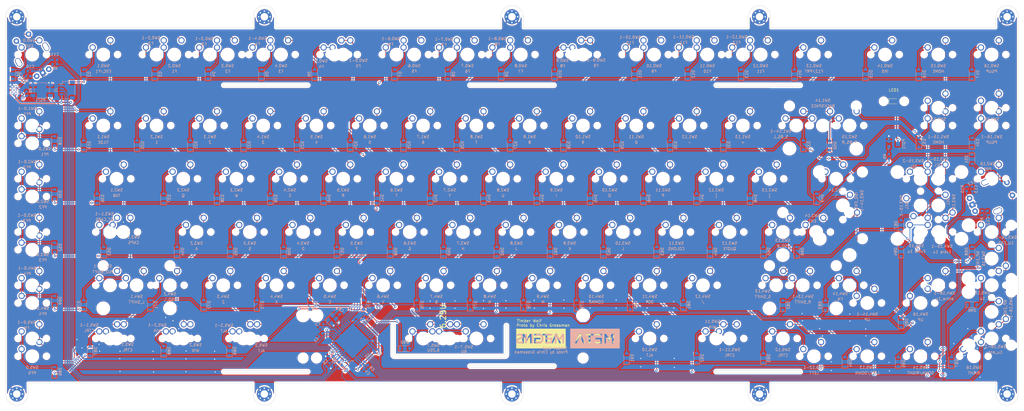
<source format=kicad_pcb>
(kicad_pcb (version 20171130) (host pcbnew "(5.1.2)-1")
  (layers (0 F.Cu signal) (31 B.Cu signal) (34 B.Paste user) (35 F.Paste user) (36 B.SilkS user) (37 F.SilkS user) (38 B.Mask user) (39 F.Mask user) (44 Edge.Cuts user))
  (net 0 "")
  (net 1 GND)
  (net 2 VCC)
  (net 3 "Net-(C6-Pad1)")
  (net 4 "Net-(C7-Pad1)")
  (net 5 "Net-(C8-Pad1)")
  (net 6 "Net-(C9-Pad1)")
  (net 7 "Net-(D1-Pad2)")
  (net 8 /r0)
  (net 9 "Net-(D2-Pad2)")
  (net 10 "Net-(D3-Pad2)")
  (net 11 "Net-(D4-Pad2)")
  (net 12 "Net-(D5-Pad2)")
  (net 13 "Net-(D6-Pad2)")
  (net 14 "Net-(D7-Pad2)")
  (net 15 "Net-(D8-Pad2)")
  (net 16 "Net-(D9-Pad2)")
  (net 17 "Net-(D10-Pad2)")
  (net 18 "Net-(D11-Pad2)")
  (net 19 "Net-(D12-Pad2)")
  (net 20 "Net-(D13-Pad2)")
  (net 21 "Net-(D14-Pad2)")
  (net 22 "Net-(D15-Pad2)")
  (net 23 "Net-(D16-Pad2)")
  (net 24 "Net-(D17-Pad2)")
  (net 25 /r1)
  (net 26 "Net-(D18-Pad2)")
  (net 27 "Net-(D19-Pad2)")
  (net 28 "Net-(D20-Pad2)")
  (net 29 "Net-(D21-Pad2)")
  (net 30 "Net-(D22-Pad2)")
  (net 31 "Net-(D23-Pad2)")
  (net 32 "Net-(D24-Pad2)")
  (net 33 "Net-(D25-Pad2)")
  (net 34 "Net-(D26-Pad2)")
  (net 35 "Net-(D27-Pad2)")
  (net 36 "Net-(D28-Pad2)")
  (net 37 "Net-(D29-Pad2)")
  (net 38 "Net-(D30-Pad2)")
  (net 39 "Net-(D31-Pad2)")
  (net 40 "Net-(D32-Pad2)")
  (net 41 "Net-(D33-Pad2)")
  (net 42 "Net-(D34-Pad2)")
  (net 43 "Net-(D35-Pad2)")
  (net 44 /r2)
  (net 45 "Net-(D36-Pad2)")
  (net 46 "Net-(D37-Pad2)")
  (net 47 "Net-(D38-Pad2)")
  (net 48 "Net-(D39-Pad2)")
  (net 49 "Net-(D40-Pad2)")
  (net 50 "Net-(D41-Pad2)")
  (net 51 "Net-(D42-Pad2)")
  (net 52 "Net-(D43-Pad2)")
  (net 53 "Net-(D44-Pad2)")
  (net 54 "Net-(D45-Pad2)")
  (net 55 "Net-(D46-Pad2)")
  (net 56 "Net-(D47-Pad2)")
  (net 57 "Net-(D48-Pad2)")
  (net 58 "Net-(D49-Pad2)")
  (net 59 "Net-(D50-Pad2)")
  (net 60 "Net-(D51-Pad2)")
  (net 61 /r3)
  (net 62 "Net-(D52-Pad2)")
  (net 63 "Net-(D53-Pad2)")
  (net 64 "Net-(D54-Pad2)")
  (net 65 "Net-(D55-Pad2)")
  (net 66 "Net-(D56-Pad2)")
  (net 67 "Net-(D57-Pad2)")
  (net 68 "Net-(D58-Pad2)")
  (net 69 "Net-(D59-Pad2)")
  (net 70 "Net-(D60-Pad2)")
  (net 71 "Net-(D61-Pad2)")
  (net 72 "Net-(D62-Pad2)")
  (net 73 "Net-(D63-Pad2)")
  (net 74 "Net-(D64-Pad2)")
  (net 75 "Net-(D65-Pad2)")
  (net 76 "Net-(D66-Pad2)")
  (net 77 "Net-(D67-Pad2)")
  (net 78 "Net-(D68-Pad2)")
  (net 79 "Net-(D69-Pad2)")
  (net 80 /r4)
  (net 81 "Net-(D70-Pad2)")
  (net 82 "Net-(D71-Pad2)")
  (net 83 "Net-(D72-Pad2)")
  (net 84 "Net-(D73-Pad2)")
  (net 85 "Net-(D74-Pad2)")
  (net 86 "Net-(D75-Pad2)")
  (net 87 "Net-(D76-Pad2)")
  (net 88 "Net-(D77-Pad2)")
  (net 89 "Net-(D78-Pad2)")
  (net 90 "Net-(D79-Pad2)")
  (net 91 "Net-(D80-Pad2)")
  (net 92 "Net-(D81-Pad2)")
  (net 93 "Net-(D82-Pad2)")
  (net 94 "Net-(D83-Pad2)")
  (net 95 "Net-(D84-Pad2)")
  (net 96 /r5)
  (net 97 "Net-(D85-Pad2)")
  (net 98 "Net-(D86-Pad2)")
  (net 99 "Net-(D87-Pad2)")
  (net 100 "Net-(D88-Pad2)")
  (net 101 "Net-(D89-Pad2)")
  (net 102 "Net-(D90-Pad2)")
  (net 103 "Net-(D91-Pad2)")
  (net 104 "Net-(D92-Pad2)")
  (net 105 "Net-(D93-Pad2)")
  (net 106 "Net-(D94-Pad2)")
  (net 107 "Net-(D95-Pad2)")
  (net 108 /c16)
  (net 109 /D-)
  (net 110 /D+)
  (net 111 /RES)
  (net 112 "Net-(LED1-Pad2)")
  (net 113 /rd-)
  (net 114 /rd+)
  (net 115 /c13)
  (net 116 /c8)
  (net 117 /c2)
  (net 118 /c3)
  (net 119 /c14)
  (net 120 /c9)
  (net 121 /c10)
  (net 122 /c4)
  (net 123 /c11)
  (net 124 /c7)
  (net 125 /c5)
  (net 126 /c6)
  (net 127 /c12)
  (net 128 /enc-)
  (net 129 /c15)
  (net 130 /enc+)
  (net 131 /c0)
  (net 132 /c1)
  (net 133 "Net-(POT1-Pad1)")
  (net 134 "Net-(R5-Pad2)")
  (net 135 "Net-(D96-Pad2)")
  (net 136 "Net-(D97-Pad2)")
  (net 137 "Net-(EC1-PadA)")
  (net 138 "Net-(EC1-PadB)")
  (net 139 "Net-(EC2-PadB)")
  (net 140 "Net-(EC2-PadA)")
  (module "logo:metamechs logo half" (layer B.Cu) (at 201 111.125 180)
    (fp_text reference G*** hide)
    (fp_text value LOGO hide)
  )
  (module "logo:metamechs logo half" (layer F.Cu) (at 201 111.125)
    (fp_text reference G*** hide)
    (fp_text value LOGO hide)
  )
  (module crokto:LED_0805_lightpipe (layer F.Cu) (at 317.5 26.25)
    (fp_text reference LED1 (at 0 -4) (layer F.SilkS))
    (fp_text value "3V 5mA")
    (pad "" np_thru_hole circle (at -3.7 0) (size 2.54 2.54) (drill 2.54) (layers *.Cu *.Mask))
    (pad "" np_thru_hole circle (at 3.7 0) (size 2.54 2.54) (drill 2.54) (layers *.Cu *.Mask))
    (pad 2 smd roundrect (at 0.9625 0) (size 1.325 1.3) (layers F.Cu F.Paste F.Mask) (roundrect_rratio 0.192308) (net 112 "Net-(LED1-Pad2)"))
    (pad 1 smd roundrect (at -0.9625 0) (size 1.325 1.3) (layers F.Cu F.Paste F.Mask) (roundrect_rratio 0.192308) (net 1 GND))
  )
  (module MX_SMK_2:MX_100 (layer F.Cu) (at 134.9375 92.075)
    (fp_text reference SW4,6 (at 0 4) (layer B.SilkS) (effects (justify mirror)))
    (fp_text value V (at 0 6) (layer B.SilkS) (effects (justify mirror)))
    (pad "" np_thru_hole circle (at 5.08 0 48) (size 1.75 1.75) (drill 1.75) (layers *.Cu *.Mask))
    (pad "" np_thru_hole circle (at -5.08 0 48) (size 1.75 1.75) (drill 1.75) (layers *.Cu *.Mask))
    (pad 1 thru_hole circle (at -3.81 -2.54) (size 2.25 2.25) (drill 1.5) (layers *.Cu B.Mask) (net 86 "Net-(D75-Pad2)"))
    (pad 2 thru_hole circle (at 2.54 -5.08) (size 2.25 2.25) (drill 1.5) (layers *.Cu B.Mask) (net 126 /c6))
    (pad "" np_thru_hole circle (at 0 0) (size 3.9878 3.9878) (drill 3.9878) (layers *.Cu *.Mask))
  )
  (module Diode_SMD:D_SOD-123 (layer B.Cu) (at 142.7 114.7)
    (fp_text reference D90 (at 0 -2.2) (layer B.SilkS) (effects (justify mirror)))
    (fp_text value D)
    (pad 2 smd rect (at 1.65 0) (size 0.9 1.2) (layers B.Cu B.Paste B.Mask) (net 102 "Net-(D90-Pad2)"))
    (pad 1 smd rect (at -1.65 0) (size 0.9 1.2) (layers B.Cu B.Paste B.Mask) (net 96 /r5))
  )
  (module MX_SMK_2:MX_625_stabflip (layer F.Cu) (at 156.36875 111.125)
    (fp_text reference SW5,7 (at -3.5 2.5) (layer B.SilkS) (effects (justify mirror)))
    (fp_text value 6.25U (at -3.5 4.175) (layer B.SilkS) (effects (justify mirror)))
    (fp_text user 6.25U (at 0.03125 -8.025 90) (layer F.SilkS) (effects (font (size 2 2) (thickness 0.3))))
    (pad "" np_thru_hole circle (at 5.08 0 48) (size 1.7 1.7) (drill 1.7) (layers *.Cu *.Mask))
    (pad "" np_thru_hole circle (at -5.08 0 48) (size 1.75 1.75) (drill 1.75) (layers *.Cu *.Mask))
    (pad 1 thru_hole circle (at -3.81 -2.54) (size 2.25 2.25) (drill 1.5) (layers *.Cu B.Mask) (net 102 "Net-(D90-Pad2)"))
    (pad 2 thru_hole circle (at 2.54 -5.08) (size 2.25 2.25) (drill 1.5) (layers *.Cu B.Mask) (net 124 /c7))
    (pad "" np_thru_hole circle (at 0 0) (size 3.9878 3.9878) (drill 3.9878) (layers *.Cu *.Mask))
    (pad HOLE np_thru_hole circle (at -50.038 -8.255 180) (size 3.9878 3.9878) (drill 3.9878) (layers *.Cu *.Mask))
    (pad HOLE np_thru_hole circle (at 50.038 -8.255 180) (size 3.9878 3.9878) (drill 3.9878) (layers *.Cu *.Mask))
    (pad HOLE np_thru_hole circle (at -50.038 6.985 180) (size 3.048 3.048) (drill 3.048) (layers *.Cu *.Mask))
    (pad HOLE np_thru_hole circle (at 50.038 6.985 180) (size 3.048 3.048) (drill 3.048) (layers *.Cu *.Mask))
  )
  (module MX_SMK_2:MX_100 (layer F.Cu) (at 9.525 9.525)
    (fp_text reference SW0,0 (at -1.1 -5.1) (layer B.SilkS) (effects (justify mirror)))
    (fp_text value ESC (at -1.1 -3.1) (layer B.SilkS) (effects (justify mirror)))
    (pad "" np_thru_hole circle (at 5.08 0 48) (size 1.75 1.75) (drill 1.75) (layers *.Cu *.Mask))
    (pad "" np_thru_hole circle (at -5.08 0 48) (size 1.75 1.75) (drill 1.75) (layers *.Cu *.Mask))
    (pad 1 thru_hole circle (at -3.81 -2.54) (size 2.25 2.25) (drill 1.5) (layers *.Cu B.Mask) (net 7 "Net-(D1-Pad2)"))
    (pad 2 thru_hole circle (at 2.54 -5.08) (size 2.25 2.25) (drill 1.5) (layers *.Cu B.Mask) (net 131 /c0))
    (pad "" np_thru_hole circle (at 0 0) (size 3.9878 3.9878) (drill 3.9878) (layers *.Cu *.Mask))
  )
  (module keebs:EC11E (layer F.Cu) (at 9.525 9.525 120)
    (fp_text reference EC1 (at -4.7 -7.2 120) (layer B.SilkS) (effects (justify mirror)))
    (fp_text value EC11E)
    (pad A thru_hole circle (at -7.5 -2.5 120) (size 2 2) (drill 1) (layers *.Cu B.Mask) (net 137 "Net-(EC1-PadA)"))
    (pad C thru_hole rect (at -7.5 0 120) (size 2 2) (drill 1) (layers *.Cu B.Mask) (net 1 GND))
    (pad B thru_hole circle (at -7.5 2.5 120) (size 2 2) (drill 1) (layers *.Cu B.Mask) (net 138 "Net-(EC1-PadB)"))
    (pad MP thru_hole roundrect (at 0 -5.6 120) (size 3.2 2) (drill oval 2.8 1.5) (layers *.Cu B.Mask) (roundrect_rratio 0.5))
    (pad MP thru_hole roundrect (at 0 5.6 120) (size 3.2 2) (drill oval 2.8 1.5) (layers *.Cu B.Mask) (roundrect_rratio 0.5))
    (pad S2 thru_hole circle (at 7 -2.5 120) (size 2 2) (drill 1) (layers *.Cu B.Mask) (net 7 "Net-(D1-Pad2)"))
    (pad S1 thru_hole circle (at 7 2.5 120) (size 2 2) (drill 1) (layers *.Cu B.Mask) (net 131 /c0))
  )
  (module Diode_SMD:D_SOD-123 (layer B.Cu) (at 345.45 99.05)
    (fp_text reference D96 (at 0 2) (layer B.SilkS) (effects (justify mirror)))
    (fp_text value D)
    (pad 2 smd rect (at 1.65 0) (size 0.9 1.2) (layers B.Cu B.Paste B.Mask) (net 135 "Net-(D96-Pad2)"))
    (pad 1 smd rect (at -1.65 0) (size 0.9 1.2) (layers B.Cu B.Paste B.Mask) (net 96 /r5))
  )
  (module Diode_SMD:D_SOD-123 (layer B.Cu) (at 2.525 16.525 90)
    (fp_text reference D1 (at 0 2 90) (layer B.SilkS) (effects (justify mirror)))
    (fp_text value D)
    (pad 2 smd rect (at 1.65 0 90) (size 0.9 1.2) (layers B.Cu B.Paste B.Mask) (net 7 "Net-(D1-Pad2)"))
    (pad 1 smd rect (at -1.65 0 90) (size 0.9 1.2) (layers B.Cu B.Paste B.Mask) (net 8 /r0))
  )
  (module Diode_SMD:D_SOD-123 (layer B.Cu) (at 27.925 16.525 90)
    (fp_text reference D2 (at 0 2 90) (layer B.SilkS) (effects (justify mirror)))
    (fp_text value D)
    (pad 2 smd rect (at 1.65 0 90) (size 0.9 1.2) (layers B.Cu B.Paste B.Mask) (net 9 "Net-(D2-Pad2)"))
    (pad 1 smd rect (at -1.65 0 90) (size 0.9 1.2) (layers B.Cu B.Paste B.Mask) (net 8 /r0))
  )
  (module Diode_SMD:D_SOD-123 (layer B.Cu) (at 53.325 16.525 90)
    (fp_text reference D3 (at 0 2 90) (layer B.SilkS) (effects (justify mirror)))
    (fp_text value D)
    (pad 2 smd rect (at 1.65 0 90) (size 0.9 1.2) (layers B.Cu B.Paste B.Mask) (net 10 "Net-(D3-Pad2)"))
    (pad 1 smd rect (at -1.65 0 90) (size 0.9 1.2) (layers B.Cu B.Paste B.Mask) (net 8 /r0))
  )
  (module Diode_SMD:D_SOD-123 (layer B.Cu) (at 72.375 16.525 90)
    (fp_text reference D4 (at 0 2 90) (layer B.SilkS) (effects (justify mirror)))
    (fp_text value D)
    (pad 2 smd rect (at 1.65 0 90) (size 0.9 1.2) (layers B.Cu B.Paste B.Mask) (net 11 "Net-(D4-Pad2)"))
    (pad 1 smd rect (at -1.65 0 90) (size 0.9 1.2) (layers B.Cu B.Paste B.Mask) (net 8 /r0))
  )
  (module Diode_SMD:D_SOD-123 (layer B.Cu) (at 91.425 16.525 90)
    (fp_text reference D5 (at 0 2 90) (layer B.SilkS) (effects (justify mirror)))
    (fp_text value D)
    (pad 2 smd rect (at 1.65 0 90) (size 0.9 1.2) (layers B.Cu B.Paste B.Mask) (net 12 "Net-(D5-Pad2)"))
    (pad 1 smd rect (at -1.65 0 90) (size 0.9 1.2) (layers B.Cu B.Paste B.Mask) (net 8 /r0))
  )
  (module Diode_SMD:D_SOD-123 (layer B.Cu) (at 110.475 16.525 90)
    (fp_text reference D6 (at 0 -1.975 90) (layer B.SilkS) (effects (justify mirror)))
    (fp_text value D)
    (pad 2 smd rect (at 1.65 0 90) (size 0.9 1.2) (layers B.Cu B.Paste B.Mask) (net 13 "Net-(D6-Pad2)"))
    (pad 1 smd rect (at -1.65 0 90) (size 0.9 1.2) (layers B.Cu B.Paste B.Mask) (net 8 /r0))
  )
  (module Diode_SMD:D_SOD-123 (layer B.Cu) (at 139.05 16.525 90)
    (fp_text reference D7 (at 0 2 90) (layer B.SilkS) (effects (justify mirror)))
    (fp_text value D)
    (pad 2 smd rect (at 1.65 0 90) (size 0.9 1.2) (layers B.Cu B.Paste B.Mask) (net 14 "Net-(D7-Pad2)"))
    (pad 1 smd rect (at -1.65 0 90) (size 0.9 1.2) (layers B.Cu B.Paste B.Mask) (net 8 /r0))
  )
  (module Diode_SMD:D_SOD-123 (layer B.Cu) (at 158.1 16.525 90)
    (fp_text reference D8 (at 0 2 90) (layer B.SilkS) (effects (justify mirror)))
    (fp_text value D)
    (pad 2 smd rect (at 1.65 0 90) (size 0.9 1.2) (layers B.Cu B.Paste B.Mask) (net 15 "Net-(D8-Pad2)"))
    (pad 1 smd rect (at -1.65 0 90) (size 0.9 1.2) (layers B.Cu B.Paste B.Mask) (net 8 /r0))
  )
  (module Diode_SMD:D_SOD-123 (layer B.Cu) (at 177.15 16.525 90)
    (fp_text reference D9 (at 0 2 90) (layer B.SilkS) (effects (justify mirror)))
    (fp_text value D)
    (pad 2 smd rect (at 1.65 0 90) (size 0.9 1.2) (layers B.Cu B.Paste B.Mask) (net 16 "Net-(D9-Pad2)"))
    (pad 1 smd rect (at -1.65 0 90) (size 0.9 1.2) (layers B.Cu B.Paste B.Mask) (net 8 /r0))
  )
  (module Diode_SMD:D_SOD-123 (layer B.Cu) (at 196.2 16.525 90)
    (fp_text reference D10 (at 0 2 90) (layer B.SilkS) (effects (justify mirror)))
    (fp_text value D)
    (pad 2 smd rect (at 1.65 0 90) (size 0.9 1.2) (layers B.Cu B.Paste B.Mask) (net 17 "Net-(D10-Pad2)"))
    (pad 1 smd rect (at -1.65 0 90) (size 0.9 1.2) (layers B.Cu B.Paste B.Mask) (net 8 /r0))
  )
  (module Diode_SMD:D_SOD-123 (layer B.Cu) (at 224.775 16.525 90)
    (fp_text reference D11 (at 0 2 90) (layer B.SilkS) (effects (justify mirror)))
    (fp_text value D)
    (pad 2 smd rect (at 1.65 0 90) (size 0.9 1.2) (layers B.Cu B.Paste B.Mask) (net 18 "Net-(D11-Pad2)"))
    (pad 1 smd rect (at -1.65 0 90) (size 0.9 1.2) (layers B.Cu B.Paste B.Mask) (net 8 /r0))
  )
  (module Diode_SMD:D_SOD-123 (layer B.Cu) (at 243.825 16.525 90)
    (fp_text reference D12 (at 0 2 90) (layer B.SilkS) (effects (justify mirror)))
    (fp_text value D)
    (pad 2 smd rect (at 1.65 0 90) (size 0.9 1.2) (layers B.Cu B.Paste B.Mask) (net 19 "Net-(D12-Pad2)"))
    (pad 1 smd rect (at -1.65 0 90) (size 0.9 1.2) (layers B.Cu B.Paste B.Mask) (net 8 /r0))
  )
  (module Diode_SMD:D_SOD-123 (layer B.Cu) (at 262.875 16.525 90)
    (fp_text reference D13 (at 0 2 90) (layer B.SilkS) (effects (justify mirror)))
    (fp_text value D)
    (pad 2 smd rect (at 1.65 0 90) (size 0.9 1.2) (layers B.Cu B.Paste B.Mask) (net 20 "Net-(D13-Pad2)"))
    (pad 1 smd rect (at -1.65 0 90) (size 0.9 1.2) (layers B.Cu B.Paste B.Mask) (net 8 /r0))
  )
  (module Diode_SMD:D_SOD-123 (layer B.Cu) (at 281.925 16.525 90)
    (fp_text reference D14 (at 0 2 90) (layer B.SilkS) (effects (justify mirror)))
    (fp_text value D)
    (pad 2 smd rect (at 1.65 0 90) (size 0.9 1.2) (layers B.Cu B.Paste B.Mask) (net 21 "Net-(D14-Pad2)"))
    (pad 1 smd rect (at -1.65 0 90) (size 0.9 1.2) (layers B.Cu B.Paste B.Mask) (net 8 /r0))
  )
  (module Diode_SMD:D_SOD-123 (layer B.Cu) (at 307.325 16.525 90)
    (fp_text reference D15 (at 0 2 90) (layer B.SilkS) (effects (justify mirror)))
    (fp_text value D)
    (pad 2 smd rect (at 1.65 0 90) (size 0.9 1.2) (layers B.Cu B.Paste B.Mask) (net 22 "Net-(D15-Pad2)"))
    (pad 1 smd rect (at -1.65 0 90) (size 0.9 1.2) (layers B.Cu B.Paste B.Mask) (net 8 /r0))
  )
  (module Diode_SMD:D_SOD-123 (layer B.Cu) (at 326.375 16.525 90)
    (fp_text reference D16 (at 0 2 90) (layer B.SilkS) (effects (justify mirror)))
    (fp_text value D)
    (pad 2 smd rect (at 1.65 0 90) (size 0.9 1.2) (layers B.Cu B.Paste B.Mask) (net 23 "Net-(D16-Pad2)"))
    (pad 1 smd rect (at -1.65 0 90) (size 0.9 1.2) (layers B.Cu B.Paste B.Mask) (net 8 /r0))
  )
  (module Diode_SMD:D_SOD-123 (layer B.Cu) (at 345.425 16.525 90)
    (fp_text reference D17 (at 0 2 90) (layer B.SilkS) (effects (justify mirror)))
    (fp_text value D)
    (pad 2 smd rect (at 1.65 0 90) (size 0.9 1.2) (layers B.Cu B.Paste B.Mask) (net 24 "Net-(D17-Pad2)"))
    (pad 1 smd rect (at -1.65 0 90) (size 0.9 1.2) (layers B.Cu B.Paste B.Mask) (net 8 /r0))
  )
  (module Diode_SMD:D_SOD-123 (layer B.Cu) (at 17.525 40.425 90)
    (fp_text reference D18 (at 0 2 90) (layer B.SilkS) (effects (justify mirror)))
    (fp_text value D)
    (pad 2 smd rect (at 1.65 0 90) (size 0.9 1.2) (layers B.Cu B.Paste B.Mask) (net 26 "Net-(D18-Pad2)"))
    (pad 1 smd rect (at -1.65 0 90) (size 0.9 1.2) (layers B.Cu B.Paste B.Mask) (net 25 /r1))
  )
  (module Diode_SMD:D_SOD-123 (layer B.Cu) (at 27.925 41.925 90)
    (fp_text reference D19 (at 0 2 90) (layer B.SilkS) (effects (justify mirror)))
    (fp_text value D)
    (pad 2 smd rect (at 1.65 0 90) (size 0.9 1.2) (layers B.Cu B.Paste B.Mask) (net 27 "Net-(D19-Pad2)"))
    (pad 1 smd rect (at -1.65 0 90) (size 0.9 1.2) (layers B.Cu B.Paste B.Mask) (net 25 /r1))
  )
  (module Diode_SMD:D_SOD-123 (layer B.Cu) (at 46.975 41.925 90)
    (fp_text reference D20 (at 0 2 90) (layer B.SilkS) (effects (justify mirror)))
    (fp_text value D)
    (pad 2 smd rect (at 1.65 0 90) (size 0.9 1.2) (layers B.Cu B.Paste B.Mask) (net 28 "Net-(D20-Pad2)"))
    (pad 1 smd rect (at -1.65 0 90) (size 0.9 1.2) (layers B.Cu B.Paste B.Mask) (net 25 /r1))
  )
  (module Diode_SMD:D_SOD-123 (layer B.Cu) (at 66.025 41.925 90)
    (fp_text reference D21 (at 0 2 90) (layer B.SilkS) (effects (justify mirror)))
    (fp_text value D)
    (pad 2 smd rect (at 1.65 0 90) (size 0.9 1.2) (layers B.Cu B.Paste B.Mask) (net 29 "Net-(D21-Pad2)"))
    (pad 1 smd rect (at -1.65 0 90) (size 0.9 1.2) (layers B.Cu B.Paste B.Mask) (net 25 /r1))
  )
  (module Diode_SMD:D_SOD-123 (layer B.Cu) (at 85.075 41.925 90)
    (fp_text reference D22 (at 0 2 90) (layer B.SilkS) (effects (justify mirror)))
    (fp_text value D)
    (pad 2 smd rect (at 1.65 0 90) (size 0.9 1.2) (layers B.Cu B.Paste B.Mask) (net 30 "Net-(D22-Pad2)"))
    (pad 1 smd rect (at -1.65 0 90) (size 0.9 1.2) (layers B.Cu B.Paste B.Mask) (net 25 /r1))
  )
  (module Diode_SMD:D_SOD-123 (layer B.Cu) (at 104.125 41.925 90)
    (fp_text reference D23 (at 0 2 90) (layer B.SilkS) (effects (justify mirror)))
    (fp_text value D)
    (pad 2 smd rect (at 1.65 0 90) (size 0.9 1.2) (layers B.Cu B.Paste B.Mask) (net 31 "Net-(D23-Pad2)"))
    (pad 1 smd rect (at -1.65 0 90) (size 0.9 1.2) (layers B.Cu B.Paste B.Mask) (net 25 /r1))
  )
  (module Diode_SMD:D_SOD-123 (layer B.Cu) (at 123.175 41.925 90)
    (fp_text reference D24 (at 0 2 90) (layer B.SilkS) (effects (justify mirror)))
    (fp_text value D)
    (pad 2 smd rect (at 1.65 0 90) (size 0.9 1.2) (layers B.Cu B.Paste B.Mask) (net 32 "Net-(D24-Pad2)"))
    (pad 1 smd rect (at -1.65 0 90) (size 0.9 1.2) (layers B.Cu B.Paste B.Mask) (net 25 /r1))
  )
  (module Diode_SMD:D_SOD-123 (layer B.Cu) (at 142.225 41.925 90)
    (fp_text reference D25 (at 0 2 90) (layer B.SilkS) (effects (justify mirror)))
    (fp_text value D)
    (pad 2 smd rect (at 1.65 0 90) (size 0.9 1.2) (layers B.Cu B.Paste B.Mask) (net 33 "Net-(D25-Pad2)"))
    (pad 1 smd rect (at -1.65 0 90) (size 0.9 1.2) (layers B.Cu B.Paste B.Mask) (net 25 /r1))
  )
  (module Diode_SMD:D_SOD-123 (layer B.Cu) (at 161.275 41.925 90)
    (fp_text reference D26 (at 0 2 90) (layer B.SilkS) (effects (justify mirror)))
    (fp_text value D)
    (pad 2 smd rect (at 1.65 0 90) (size 0.9 1.2) (layers B.Cu B.Paste B.Mask) (net 34 "Net-(D26-Pad2)"))
    (pad 1 smd rect (at -1.65 0 90) (size 0.9 1.2) (layers B.Cu B.Paste B.Mask) (net 25 /r1))
  )
  (module Diode_SMD:D_SOD-123 (layer B.Cu) (at 180.325 41.925 90)
    (fp_text reference D27 (at 0 2 90) (layer B.SilkS) (effects (justify mirror)))
    (fp_text value D)
    (pad 2 smd rect (at 1.65 0 90) (size 0.9 1.2) (layers B.Cu B.Paste B.Mask) (net 35 "Net-(D27-Pad2)"))
    (pad 1 smd rect (at -1.65 0 90) (size 0.9 1.2) (layers B.Cu B.Paste B.Mask) (net 25 /r1))
  )
  (module Diode_SMD:D_SOD-123 (layer B.Cu) (at 199.375 41.925 90)
    (fp_text reference D28 (at 0 2 90) (layer B.SilkS) (effects (justify mirror)))
    (fp_text value D)
    (pad 2 smd rect (at 1.65 0 90) (size 0.9 1.2) (layers B.Cu B.Paste B.Mask) (net 36 "Net-(D28-Pad2)"))
    (pad 1 smd rect (at -1.65 0 90) (size 0.9 1.2) (layers B.Cu B.Paste B.Mask) (net 25 /r1))
  )
  (module Diode_SMD:D_SOD-123 (layer B.Cu) (at 218.425 41.925 90)
    (fp_text reference D29 (at 0 2 90) (layer B.SilkS) (effects (justify mirror)))
    (fp_text value D)
    (pad 2 smd rect (at 1.65 0 90) (size 0.9 1.2) (layers B.Cu B.Paste B.Mask) (net 37 "Net-(D29-Pad2)"))
    (pad 1 smd rect (at -1.65 0 90) (size 0.9 1.2) (layers B.Cu B.Paste B.Mask) (net 25 /r1))
  )
  (module Diode_SMD:D_SOD-123 (layer B.Cu) (at 237.475 41.925 90)
    (fp_text reference D30 (at 0 2 90) (layer B.SilkS) (effects (justify mirror)))
    (fp_text value D)
    (pad 2 smd rect (at 1.65 0 90) (size 0.9 1.2) (layers B.Cu B.Paste B.Mask) (net 38 "Net-(D30-Pad2)"))
    (pad 1 smd rect (at -1.65 0 90) (size 0.9 1.2) (layers B.Cu B.Paste B.Mask) (net 25 /r1))
  )
  (module Diode_SMD:D_SOD-123 (layer B.Cu) (at 256.525 41.925 90)
    (fp_text reference D31 (at 0 2 90) (layer B.SilkS) (effects (justify mirror)))
    (fp_text value D)
    (pad 2 smd rect (at 1.65 0 90) (size 0.9 1.2) (layers B.Cu B.Paste B.Mask) (net 39 "Net-(D31-Pad2)"))
    (pad 1 smd rect (at -1.65 0 90) (size 0.9 1.2) (layers B.Cu B.Paste B.Mask) (net 25 /r1))
  )
  (module Diode_SMD:D_SOD-123 (layer B.Cu) (at 285.1 41.925 90)
    (fp_text reference D32 (at 0 2 90) (layer B.SilkS) (effects (justify mirror)))
    (fp_text value D)
    (pad 2 smd rect (at 1.65 0 90) (size 0.9 1.2) (layers B.Cu B.Paste B.Mask) (net 40 "Net-(D32-Pad2)"))
    (pad 1 smd rect (at -1.65 0 90) (size 0.9 1.2) (layers B.Cu B.Paste B.Mask) (net 25 /r1))
  )
  (module Diode_SMD:D_SOD-123 (layer B.Cu) (at 326.375 41 90)
    (fp_text reference D33 (at 0 2 90) (layer B.SilkS) (effects (justify mirror)))
    (fp_text value D)
    (pad 2 smd rect (at 1.65 0 90) (size 0.9 1.2) (layers B.Cu B.Paste B.Mask) (net 41 "Net-(D33-Pad2)"))
    (pad 1 smd rect (at -1.65 0 90) (size 0.9 1.2) (layers B.Cu B.Paste B.Mask) (net 25 /r1))
  )
  (module Diode_SMD:D_SOD-123 (layer B.Cu) (at 345.425 41 90)
    (fp_text reference D34 (at 0 2 90) (layer B.SilkS) (effects (justify mirror)))
    (fp_text value D)
    (pad 2 smd rect (at 1.65 0 90) (size 0.9 1.2) (layers B.Cu B.Paste B.Mask) (net 42 "Net-(D34-Pad2)"))
    (pad 1 smd rect (at -1.65 0 90) (size 0.9 1.2) (layers B.Cu B.Paste B.Mask) (net 25 /r1))
  )
  (module Diode_SMD:D_SOD-123 (layer B.Cu) (at 17.525 59.475 90)
    (fp_text reference D35 (at 0 2 90) (layer B.SilkS) (effects (justify mirror)))
    (fp_text value D)
    (pad 2 smd rect (at 1.65 0 90) (size 0.9 1.2) (layers B.Cu B.Paste B.Mask) (net 43 "Net-(D35-Pad2)"))
    (pad 1 smd rect (at -1.65 0 90) (size 0.9 1.2) (layers B.Cu B.Paste B.Mask) (net 44 /r2))
  )
  (module Diode_SMD:D_SOD-123 (layer B.Cu) (at 32.6875 60.975 90)
    (fp_text reference D36 (at 0 2 90) (layer B.SilkS) (effects (justify mirror)))
    (fp_text value D)
    (pad 2 smd rect (at 1.65 0 90) (size 0.9 1.2) (layers B.Cu B.Paste B.Mask) (net 45 "Net-(D36-Pad2)"))
    (pad 1 smd rect (at -1.65 0 90) (size 0.9 1.2) (layers B.Cu B.Paste B.Mask) (net 44 /r2))
  )
  (module Diode_SMD:D_SOD-123 (layer B.Cu) (at 56.5 60.975 90)
    (fp_text reference D37 (at 0 2 90) (layer B.SilkS) (effects (justify mirror)))
    (fp_text value D)
    (pad 2 smd rect (at 1.65 0 90) (size 0.9 1.2) (layers B.Cu B.Paste B.Mask) (net 46 "Net-(D37-Pad2)"))
    (pad 1 smd rect (at -1.65 0 90) (size 0.9 1.2) (layers B.Cu B.Paste B.Mask) (net 44 /r2))
  )
  (module Diode_SMD:D_SOD-123 (layer B.Cu) (at 75.55 60.975 90)
    (fp_text reference D38 (at 0 2 90) (layer B.SilkS) (effects (justify mirror)))
    (fp_text value D)
    (pad 2 smd rect (at 1.65 0 90) (size 0.9 1.2) (layers B.Cu B.Paste B.Mask) (net 47 "Net-(D38-Pad2)"))
    (pad 1 smd rect (at -1.65 0 90) (size 0.9 1.2) (layers B.Cu B.Paste B.Mask) (net 44 /r2))
  )
  (module Diode_SMD:D_SOD-123 (layer B.Cu) (at 94.6 60.975 90)
    (fp_text reference D39 (at 0 2 90) (layer B.SilkS) (effects (justify mirror)))
    (fp_text value D)
    (pad 2 smd rect (at 1.65 0 90) (size 0.9 1.2) (layers B.Cu B.Paste B.Mask) (net 48 "Net-(D39-Pad2)"))
    (pad 1 smd rect (at -1.65 0 90) (size 0.9 1.2) (layers B.Cu B.Paste B.Mask) (net 44 /r2))
  )
  (module Diode_SMD:D_SOD-123 (layer B.Cu) (at 113.65 60.975 90)
    (fp_text reference D40 (at 0 2 90) (layer B.SilkS) (effects (justify mirror)))
    (fp_text value D)
    (pad 2 smd rect (at 1.65 0 90) (size 0.9 1.2) (layers B.Cu B.Paste B.Mask) (net 49 "Net-(D40-Pad2)"))
    (pad 1 smd rect (at -1.65 0 90) (size 0.9 1.2) (layers B.Cu B.Paste B.Mask) (net 44 /r2))
  )
  (module Diode_SMD:D_SOD-123 (layer B.Cu) (at 132.7 60.975 90)
    (fp_text reference D41 (at 0 2 90) (layer B.SilkS) (effects (justify mirror)))
    (fp_text value D)
    (pad 2 smd rect (at 1.65 0 90) (size 0.9 1.2) (layers B.Cu B.Paste B.Mask) (net 50 "Net-(D41-Pad2)"))
    (pad 1 smd rect (at -1.65 0 90) (size 0.9 1.2) (layers B.Cu B.Paste B.Mask) (net 44 /r2))
  )
  (module Diode_SMD:D_SOD-123 (layer B.Cu) (at 151.75 60.975 90)
    (fp_text reference D42 (at 0 2 90) (layer B.SilkS) (effects (justify mirror)))
    (fp_text value D)
    (pad 2 smd rect (at 1.65 0 90) (size 0.9 1.2) (layers B.Cu B.Paste B.Mask) (net 51 "Net-(D42-Pad2)"))
    (pad 1 smd rect (at -1.65 0 90) (size 0.9 1.2) (layers B.Cu B.Paste B.Mask) (net 44 /r2))
  )
  (module Diode_SMD:D_SOD-123 (layer B.Cu) (at 170.8 60.975 90)
    (fp_text reference D43 (at 0 2 90) (layer B.SilkS) (effects (justify mirror)))
    (fp_text value D)
    (pad 2 smd rect (at 1.65 0 90) (size 0.9 1.2) (layers B.Cu B.Paste B.Mask) (net 52 "Net-(D43-Pad2)"))
    (pad 1 smd rect (at -1.65 0 90) (size 0.9 1.2) (layers B.Cu B.Paste B.Mask) (net 44 /r2))
  )
  (module Diode_SMD:D_SOD-123 (layer B.Cu) (at 189.85 60.975 90)
    (fp_text reference D44 (at 0 2 90) (layer B.SilkS) (effects (justify mirror)))
    (fp_text value D)
    (pad 2 smd rect (at 1.65 0 90) (size 0.9 1.2) (layers B.Cu B.Paste B.Mask) (net 53 "Net-(D44-Pad2)"))
    (pad 1 smd rect (at -1.65 0 90) (size 0.9 1.2) (layers B.Cu B.Paste B.Mask) (net 44 /r2))
  )
  (module Diode_SMD:D_SOD-123 (layer B.Cu) (at 208.9 60.975 90)
    (fp_text reference D45 (at 0 2 90) (layer B.SilkS) (effects (justify mirror)))
    (fp_text value D)
    (pad 2 smd rect (at 1.65 0 90) (size 0.9 1.2) (layers B.Cu B.Paste B.Mask) (net 54 "Net-(D45-Pad2)"))
    (pad 1 smd rect (at -1.65 0 90) (size 0.9 1.2) (layers B.Cu B.Paste B.Mask) (net 44 /r2))
  )
  (module Diode_SMD:D_SOD-123 (layer B.Cu) (at 227.95 60.975 90)
    (fp_text reference D46 (at 0 2 90) (layer B.SilkS) (effects (justify mirror)))
    (fp_text value D)
    (pad 2 smd rect (at 1.65 0 90) (size 0.9 1.2) (layers B.Cu B.Paste B.Mask) (net 55 "Net-(D46-Pad2)"))
    (pad 1 smd rect (at -1.65 0 90) (size 0.9 1.2) (layers B.Cu B.Paste B.Mask) (net 44 /r2))
  )
  (module Diode_SMD:D_SOD-123 (layer B.Cu) (at 247 60.975 90)
    (fp_text reference D47 (at 0 2 90) (layer B.SilkS) (effects (justify mirror)))
    (fp_text value D)
    (pad 2 smd rect (at 1.65 0 90) (size 0.9 1.2) (layers B.Cu B.Paste B.Mask) (net 56 "Net-(D47-Pad2)"))
    (pad 1 smd rect (at -1.65 0 90) (size 0.9 1.2) (layers B.Cu B.Paste B.Mask) (net 44 /r2))
  )
  (module Diode_SMD:D_SOD-123 (layer B.Cu) (at 266.05 60.975 90)
    (fp_text reference D48 (at 0 2 90) (layer B.SilkS) (effects (justify mirror)))
    (fp_text value D)
    (pad 2 smd rect (at 1.65 0 90) (size 0.9 1.2) (layers B.Cu B.Paste B.Mask) (net 57 "Net-(D48-Pad2)"))
    (pad 1 smd rect (at -1.65 0 90) (size 0.9 1.2) (layers B.Cu B.Paste B.Mask) (net 44 /r2))
  )
  (module Diode_SMD:D_SOD-123 (layer B.Cu) (at 289.8625 60.975 90)
    (fp_text reference D49 (at 0 2 90) (layer B.SilkS) (effects (justify mirror)))
    (fp_text value D)
    (pad 2 smd rect (at 1.65 0 90) (size 0.9 1.2) (layers B.Cu B.Paste B.Mask) (net 58 "Net-(D49-Pad2)"))
    (pad 1 smd rect (at -1.65 0 90) (size 0.9 1.2) (layers B.Cu B.Paste B.Mask) (net 44 /r2))
  )
  (module Diode_SMD:D_SOD-123 (layer B.Cu) (at 294.48125 42.06875 90)
    (fp_text reference D50 (at 0 2 90) (layer B.SilkS) (effects (justify mirror)))
    (fp_text value D)
    (pad 2 smd rect (at 1.65 0 90) (size 0.9 1.2) (layers B.Cu B.Paste B.Mask) (net 59 "Net-(D50-Pad2)"))
    (pad 1 smd rect (at -1.65 0 90) (size 0.9 1.2) (layers B.Cu B.Paste B.Mask) (net 44 /r2))
  )
  (module Diode_SMD:D_SOD-123 (layer B.Cu) (at 345.425 47 270)
    (fp_text reference D51 (at 0 2 90) (layer B.SilkS) (effects (justify mirror)))
    (fp_text value D)
    (pad 2 smd rect (at 1.65 0 270) (size 0.9 1.2) (layers B.Cu B.Paste B.Mask) (net 60 "Net-(D51-Pad2)"))
    (pad 1 smd rect (at -1.65 0 270) (size 0.9 1.2) (layers B.Cu B.Paste B.Mask) (net 44 /r2))
  )
  (module Diode_SMD:D_SOD-123 (layer B.Cu) (at 17.525 78.525 90)
    (fp_text reference D52 (at 0 2 90) (layer B.SilkS) (effects (justify mirror)))
    (fp_text value D)
    (pad 2 smd rect (at 1.65 0 90) (size 0.9 1.2) (layers B.Cu B.Paste B.Mask) (net 62 "Net-(D52-Pad2)"))
    (pad 1 smd rect (at -1.65 0 90) (size 0.9 1.2) (layers B.Cu B.Paste B.Mask) (net 61 /r3))
  )
  (module Diode_SMD:D_SOD-123 (layer B.Cu) (at 35.06875 80.025 90)
    (fp_text reference D53 (at 0 2 90) (layer B.SilkS) (effects (justify mirror)))
    (fp_text value D)
    (pad 2 smd rect (at 1.65 0 90) (size 0.9 1.2) (layers B.Cu B.Paste B.Mask) (net 63 "Net-(D53-Pad2)"))
    (pad 1 smd rect (at -1.65 0 90) (size 0.9 1.2) (layers B.Cu B.Paste B.Mask) (net 61 /r3))
  )
  (module Diode_SMD:D_SOD-123 (layer B.Cu) (at 61.2625 80.025 90)
    (fp_text reference D54 (at 0 2 90) (layer B.SilkS) (effects (justify mirror)))
    (fp_text value D)
    (pad 2 smd rect (at 1.65 0 90) (size 0.9 1.2) (layers B.Cu B.Paste B.Mask) (net 64 "Net-(D54-Pad2)"))
    (pad 1 smd rect (at -1.65 0 90) (size 0.9 1.2) (layers B.Cu B.Paste B.Mask) (net 61 /r3))
  )
  (module Diode_SMD:D_SOD-123 (layer B.Cu) (at 80.3125 80.025 90)
    (fp_text reference D55 (at 0 2 90) (layer B.SilkS) (effects (justify mirror)))
    (fp_text value D)
    (pad 2 smd rect (at 1.65 0 90) (size 0.9 1.2) (layers B.Cu B.Paste B.Mask) (net 65 "Net-(D55-Pad2)"))
    (pad 1 smd rect (at -1.65 0 90) (size 0.9 1.2) (layers B.Cu B.Paste B.Mask) (net 61 /r3))
  )
  (module Diode_SMD:D_SOD-123 (layer B.Cu) (at 99.3625 80.025 90)
    (fp_text reference D56 (at 0 2 90) (layer B.SilkS) (effects (justify mirror)))
    (fp_text value D)
    (pad 2 smd rect (at 1.65 0 90) (size 0.9 1.2) (layers B.Cu B.Paste B.Mask) (net 66 "Net-(D56-Pad2)"))
    (pad 1 smd rect (at -1.65 0 90) (size 0.9 1.2) (layers B.Cu B.Paste B.Mask) (net 61 /r3))
  )
  (module Diode_SMD:D_SOD-123 (layer B.Cu) (at 118.4125 80.025 90)
    (fp_text reference D57 (at 0 2 90) (layer B.SilkS) (effects (justify mirror)))
    (fp_text value D)
    (pad 2 smd rect (at 1.65 0 90) (size 0.9 1.2) (layers B.Cu B.Paste B.Mask) (net 67 "Net-(D57-Pad2)"))
    (pad 1 smd rect (at -1.65 0 90) (size 0.9 1.2) (layers B.Cu B.Paste B.Mask) (net 61 /r3))
  )
  (module Diode_SMD:D_SOD-123 (layer B.Cu) (at 137.4625 80.025 90)
    (fp_text reference D58 (at 0 2 90) (layer B.SilkS) (effects (justify mirror)))
    (fp_text value D)
    (pad 2 smd rect (at 1.65 0 90) (size 0.9 1.2) (layers B.Cu B.Paste B.Mask) (net 68 "Net-(D58-Pad2)"))
    (pad 1 smd rect (at -1.65 0 90) (size 0.9 1.2) (layers B.Cu B.Paste B.Mask) (net 61 /r3))
  )
  (module Diode_SMD:D_SOD-123 (layer B.Cu) (at 156.5125 80.025 90)
    (fp_text reference D59 (at 0 2 90) (layer B.SilkS) (effects (justify mirror)))
    (fp_text value D)
    (pad 2 smd rect (at 1.65 0 90) (size 0.9 1.2) (layers B.Cu B.Paste B.Mask) (net 69 "Net-(D59-Pad2)"))
    (pad 1 smd rect (at -1.65 0 90) (size 0.9 1.2) (layers B.Cu B.Paste B.Mask) (net 61 /r3))
  )
  (module Diode_SMD:D_SOD-123 (layer B.Cu) (at 175.5625 80.025 90)
    (fp_text reference D60 (at 0 2 90) (layer B.SilkS) (effects (justify mirror)))
    (fp_text value D)
    (pad 2 smd rect (at 1.65 0 90) (size 0.9 1.2) (layers B.Cu B.Paste B.Mask) (net 70 "Net-(D60-Pad2)"))
    (pad 1 smd rect (at -1.65 0 90) (size 0.9 1.2) (layers B.Cu B.Paste B.Mask) (net 61 /r3))
  )
  (module Diode_SMD:D_SOD-123 (layer B.Cu) (at 194.6125 80.025 90)
    (fp_text reference D61 (at 0 2 90) (layer B.SilkS) (effects (justify mirror)))
    (fp_text value D)
    (pad 2 smd rect (at 1.65 0 90) (size 0.9 1.2) (layers B.Cu B.Paste B.Mask) (net 71 "Net-(D61-Pad2)"))
    (pad 1 smd rect (at -1.65 0 90) (size 0.9 1.2) (layers B.Cu B.Paste B.Mask) (net 61 /r3))
  )
  (module Diode_SMD:D_SOD-123 (layer B.Cu) (at 213.6625 80.025 90)
    (fp_text reference D62 (at 0 2 90) (layer B.SilkS) (effects (justify mirror)))
    (fp_text value D)
    (pad 2 smd rect (at 1.65 0 90) (size 0.9 1.2) (layers B.Cu B.Paste B.Mask) (net 72 "Net-(D62-Pad2)"))
    (pad 1 smd rect (at -1.65 0 90) (size 0.9 1.2) (layers B.Cu B.Paste B.Mask) (net 61 /r3))
  )
  (module Diode_SMD:D_SOD-123 (layer B.Cu) (at 232.7125 80.025 90)
    (fp_text reference D63 (at 0 2 90) (layer B.SilkS) (effects (justify mirror)))
    (fp_text value D)
    (pad 2 smd rect (at 1.65 0 90) (size 0.9 1.2) (layers B.Cu B.Paste B.Mask) (net 73 "Net-(D63-Pad2)"))
    (pad 1 smd rect (at -1.65 0 90) (size 0.9 1.2) (layers B.Cu B.Paste B.Mask) (net 61 /r3))
  )
  (module Diode_SMD:D_SOD-123 (layer B.Cu) (at 251.7625 80.025 90)
    (fp_text reference D64 (at 0 2 90) (layer B.SilkS) (effects (justify mirror)))
    (fp_text value D)
    (pad 2 smd rect (at 1.65 0 90) (size 0.9 1.2) (layers B.Cu B.Paste B.Mask) (net 74 "Net-(D64-Pad2)"))
    (pad 1 smd rect (at -1.65 0 90) (size 0.9 1.2) (layers B.Cu B.Paste B.Mask) (net 61 /r3))
  )
  (module Diode_SMD:D_SOD-123 (layer B.Cu) (at 270.8125 80.025 90)
    (fp_text reference D65 (at 0 2 90) (layer B.SilkS) (effects (justify mirror)))
    (fp_text value D)
    (pad 2 smd rect (at 1.65 0 90) (size 0.9 1.2) (layers B.Cu B.Paste B.Mask) (net 75 "Net-(D65-Pad2)"))
    (pad 1 smd rect (at -1.65 0 90) (size 0.9 1.2) (layers B.Cu B.Paste B.Mask) (net 61 /r3))
  )
  (module Diode_SMD:D_SOD-123 (layer B.Cu) (at 282.71875 80.025 90)
    (fp_text reference D66 (at 0 2 90) (layer B.SilkS) (effects (justify mirror)))
    (fp_text value D)
    (pad 2 smd rect (at 1.65 0 90) (size 0.9 1.2) (layers B.Cu B.Paste B.Mask) (net 76 "Net-(D66-Pad2)"))
    (pad 1 smd rect (at -1.65 0 90) (size 0.9 1.2) (layers B.Cu B.Paste B.Mask) (net 61 /r3))
  )
  (module Diode_SMD:D_SOD-123 (layer B.Cu) (at 320.025 70.5 90)
    (fp_text reference D67 (at 0 -1.825 90) (layer B.SilkS) (effects (justify mirror)))
    (fp_text value D)
    (pad 2 smd rect (at 1.65 0 90) (size 0.9 1.2) (layers B.Cu B.Paste B.Mask) (net 77 "Net-(D67-Pad2)"))
    (pad 1 smd rect (at -1.65 0 90) (size 0.9 1.2) (layers B.Cu B.Paste B.Mask) (net 61 /r3))
  )
  (module Diode_SMD:D_SOD-123 (layer B.Cu) (at 345.425 80 90)
    (fp_text reference D68 (at 0 -2.025 90) (layer B.SilkS) (effects (justify mirror)))
    (fp_text value D)
    (pad 2 smd rect (at 1.65 0 90) (size 0.9 1.2) (layers B.Cu B.Paste B.Mask) (net 78 "Net-(D68-Pad2)"))
    (pad 1 smd rect (at -1.65 0 90) (size 0.9 1.2) (layers B.Cu B.Paste B.Mask) (net 61 /r3))
  )
  (module Diode_SMD:D_SOD-123 (layer B.Cu) (at 17.525 97.575 90)
    (fp_text reference D69 (at 0 2 90) (layer B.SilkS) (effects (justify mirror)))
    (fp_text value D)
    (pad 2 smd rect (at 1.65 0 90) (size 0.9 1.2) (layers B.Cu B.Paste B.Mask) (net 79 "Net-(D69-Pad2)"))
    (pad 1 smd rect (at -1.65 0 90) (size 0.9 1.2) (layers B.Cu B.Paste B.Mask) (net 80 /r4))
  )
  (module Diode_SMD:D_SOD-123 (layer B.Cu) (at 27.925 99.075 90)
    (fp_text reference D70 (at 0 -1.825 90) (layer B.SilkS) (effects (justify mirror)))
    (fp_text value D)
    (pad 2 smd rect (at 1.65 0 90) (size 0.9 1.2) (layers B.Cu B.Paste B.Mask) (net 81 "Net-(D70-Pad2)"))
    (pad 1 smd rect (at -1.65 0 90) (size 0.9 1.2) (layers B.Cu B.Paste B.Mask) (net 80 /r4))
  )
  (module Diode_SMD:D_SOD-123 (layer B.Cu) (at 51.7375 99.075 90)
    (fp_text reference D71 (at 0 2 90) (layer B.SilkS) (effects (justify mirror)))
    (fp_text value D)
    (pad 2 smd rect (at 1.65 0 90) (size 0.9 1.2) (layers B.Cu B.Paste B.Mask) (net 82 "Net-(D71-Pad2)"))
    (pad 1 smd rect (at -1.65 0 90) (size 0.9 1.2) (layers B.Cu B.Paste B.Mask) (net 80 /r4))
  )
  (module Diode_SMD:D_SOD-123 (layer B.Cu) (at 70.7875 99.075 90)
    (fp_text reference D72 (at 0 2 90) (layer B.SilkS) (effects (justify mirror)))
    (fp_text value D)
    (pad 2 smd rect (at 1.65 0 90) (size 0.9 1.2) (layers B.Cu B.Paste B.Mask) (net 83 "Net-(D72-Pad2)"))
    (pad 1 smd rect (at -1.65 0 90) (size 0.9 1.2) (layers B.Cu B.Paste B.Mask) (net 80 /r4))
  )
  (module Diode_SMD:D_SOD-123 (layer B.Cu) (at 89.8375 99.075 90)
    (fp_text reference D73 (at 0 2 90) (layer B.SilkS) (effects (justify mirror)))
    (fp_text value D)
    (pad 2 smd rect (at 1.65 0 90) (size 0.9 1.2) (layers B.Cu B.Paste B.Mask) (net 84 "Net-(D73-Pad2)"))
    (pad 1 smd rect (at -1.65 0 90) (size 0.9 1.2) (layers B.Cu B.Paste B.Mask) (net 80 /r4))
  )
  (module Diode_SMD:D_SOD-123 (layer B.Cu) (at 108.8875 99.075 90)
    (fp_text reference D74 (at 0 2 90) (layer B.SilkS) (effects (justify mirror)))
    (fp_text value D)
    (pad 2 smd rect (at 1.65 0 90) (size 0.9 1.2) (layers B.Cu B.Paste B.Mask) (net 85 "Net-(D74-Pad2)"))
    (pad 1 smd rect (at -1.65 0 90) (size 0.9 1.2) (layers B.Cu B.Paste B.Mask) (net 80 /r4))
  )
  (module Diode_SMD:D_SOD-123 (layer B.Cu) (at 127.9375 99.075 90)
    (fp_text reference D75 (at 0 2 90) (layer B.SilkS) (effects (justify mirror)))
    (fp_text value D)
    (pad 2 smd rect (at 1.65 0 90) (size 0.9 1.2) (layers B.Cu B.Paste B.Mask) (net 86 "Net-(D75-Pad2)"))
    (pad 1 smd rect (at -1.65 0 90) (size 0.9 1.2) (layers B.Cu B.Paste B.Mask) (net 80 /r4))
  )
  (module Diode_SMD:D_SOD-123 (layer B.Cu) (at 146.9875 99.075 90)
    (fp_text reference D76 (at 0 2 90) (layer B.SilkS) (effects (justify mirror)))
    (fp_text value D)
    (pad 2 smd rect (at 1.65 0 90) (size 0.9 1.2) (layers B.Cu B.Paste B.Mask) (net 87 "Net-(D76-Pad2)"))
    (pad 1 smd rect (at -1.65 0 90) (size 0.9 1.2) (layers B.Cu B.Paste B.Mask) (net 80 /r4))
  )
  (module Diode_SMD:D_SOD-123 (layer B.Cu) (at 166.0375 99.075 90)
    (fp_text reference D77 (at 0 2 90) (layer B.SilkS) (effects (justify mirror)))
    (fp_text value D)
    (pad 2 smd rect (at 1.65 0 90) (size 0.9 1.2) (layers B.Cu B.Paste B.Mask) (net 88 "Net-(D77-Pad2)"))
    (pad 1 smd rect (at -1.65 0 90) (size 0.9 1.2) (layers B.Cu B.Paste B.Mask) (net 80 /r4))
  )
  (module Diode_SMD:D_SOD-123 (layer B.Cu) (at 185.0875 99.075 90)
    (fp_text reference D78 (at 0 2 90) (layer B.SilkS) (effects (justify mirror)))
    (fp_text value D)
    (pad 2 smd rect (at 1.65 0 90) (size 0.9 1.2) (layers B.Cu B.Paste B.Mask) (net 89 "Net-(D78-Pad2)"))
    (pad 1 smd rect (at -1.65 0 90) (size 0.9 1.2) (layers B.Cu B.Paste B.Mask) (net 80 /r4))
  )
  (module Diode_SMD:D_SOD-123 (layer B.Cu) (at 204.1375 99.075 90)
    (fp_text reference D79 (at 0 2 90) (layer B.SilkS) (effects (justify mirror)))
    (fp_text value D)
    (pad 2 smd rect (at 1.65 0 90) (size 0.9 1.2) (layers B.Cu B.Paste B.Mask) (net 90 "Net-(D79-Pad2)"))
    (pad 1 smd rect (at -1.65 0 90) (size 0.9 1.2) (layers B.Cu B.Paste B.Mask) (net 80 /r4))
  )
  (module Diode_SMD:D_SOD-123 (layer B.Cu) (at 223.1875 99.075 90)
    (fp_text reference D80 (at 0 2 90) (layer B.SilkS) (effects (justify mirror)))
    (fp_text value D)
    (pad 2 smd rect (at 1.65 0 90) (size 0.9 1.2) (layers B.Cu B.Paste B.Mask) (net 91 "Net-(D80-Pad2)"))
    (pad 1 smd rect (at -1.65 0 90) (size 0.9 1.2) (layers B.Cu B.Paste B.Mask) (net 80 /r4))
  )
  (module Diode_SMD:D_SOD-123 (layer B.Cu) (at 242.2375 99.075 90)
    (fp_text reference D81 (at 0 2 90) (layer B.SilkS) (effects (justify mirror)))
    (fp_text value D)
    (pad 2 smd rect (at 1.65 0 90) (size 0.9 1.2) (layers B.Cu B.Paste B.Mask) (net 92 "Net-(D81-Pad2)"))
    (pad 1 smd rect (at -1.65 0 90) (size 0.9 1.2) (layers B.Cu B.Paste B.Mask) (net 80 /r4))
  )
  (module Diode_SMD:D_SOD-123 (layer B.Cu) (at 277.8125 99.21875 90)
    (fp_text reference D82 (at 0 2 90) (layer B.SilkS) (effects (justify mirror)))
    (fp_text value D)
    (pad 2 smd rect (at 1.65 0 90) (size 0.9 1.2) (layers B.Cu B.Paste B.Mask) (net 93 "Net-(D82-Pad2)"))
    (pad 1 smd rect (at -1.65 0 90) (size 0.9 1.2) (layers B.Cu B.Paste B.Mask) (net 80 /r4))
  )
  (module Diode_SMD:D_SOD-123 (layer B.Cu) (at 293 99.21875 90)
    (fp_text reference D83 (at 0.01875 -1.9 90) (layer B.SilkS) (effects (justify mirror)))
    (fp_text value D)
    (pad 2 smd rect (at 1.65 0 90) (size 0.9 1.2) (layers B.Cu B.Paste B.Mask) (net 94 "Net-(D83-Pad2)"))
    (pad 1 smd rect (at -1.65 0 90) (size 0.9 1.2) (layers B.Cu B.Paste B.Mask) (net 80 /r4))
  )
  (module Diode_SMD:D_SOD-123 (layer B.Cu) (at 320.025 80.025 90)
    (fp_text reference D84 (at 0 -1.925 90) (layer B.SilkS) (effects (justify mirror)))
    (fp_text value D)
    (pad 2 smd rect (at 1.65 0 90) (size 0.9 1.2) (layers B.Cu B.Paste B.Mask) (net 95 "Net-(D84-Pad2)"))
    (pad 1 smd rect (at -1.65 0 90) (size 0.9 1.2) (layers B.Cu B.Paste B.Mask) (net 80 /r4))
  )
  (module Diode_SMD:D_SOD-123 (layer B.Cu) (at 320.025 105.425 90)
    (fp_text reference D85 (at 0 2 90) (layer B.SilkS) (effects (justify mirror)))
    (fp_text value D)
    (pad 2 smd rect (at 1.65 0 90) (size 0.9 1.2) (layers B.Cu B.Paste B.Mask) (net 97 "Net-(D85-Pad2)"))
    (pad 1 smd rect (at -1.65 0 90) (size 0.9 1.2) (layers B.Cu B.Paste B.Mask) (net 80 /r4))
  )
  (module Diode_SMD:D_SOD-123 (layer B.Cu) (at 17.5 123 90)
    (fp_text reference D86 (at 0 2 90) (layer B.SilkS) (effects (justify mirror)))
    (fp_text value D)
    (pad 2 smd rect (at 1.65 0 90) (size 0.9 1.2) (layers B.Cu B.Paste B.Mask) (net 98 "Net-(D86-Pad2)"))
    (pad 1 smd rect (at -1.65 0 90) (size 0.9 1.2) (layers B.Cu B.Paste B.Mask) (net 96 /r5))
  )
  (module Diode_SMD:D_SOD-123 (layer B.Cu) (at 30.1875 115.625 90)
    (fp_text reference D87 (at 0 2 90) (layer B.SilkS) (effects (justify mirror)))
    (fp_text value D)
    (pad 2 smd rect (at 1.65 0 90) (size 0.9 1.2) (layers B.Cu B.Paste B.Mask) (net 99 "Net-(D87-Pad2)"))
    (pad 1 smd rect (at -1.65 0 90) (size 0.9 1.2) (layers B.Cu B.Paste B.Mask) (net 96 /r5))
  )
  (module Diode_SMD:D_SOD-123 (layer B.Cu) (at 56.5 115.5 90)
    (fp_text reference D88 (at 0 2 90) (layer B.SilkS) (effects (justify mirror)))
    (fp_text value D)
    (pad 2 smd rect (at 1.65 0 90) (size 0.9 1.2) (layers B.Cu B.Paste B.Mask) (net 100 "Net-(D88-Pad2)"))
    (pad 1 smd rect (at -1.65 0 90) (size 0.9 1.2) (layers B.Cu B.Paste B.Mask) (net 96 /r5))
  )
  (module Diode_SMD:D_SOD-123 (layer B.Cu) (at 80 115.5 90)
    (fp_text reference D89 (at 0 2 90) (layer B.SilkS) (effects (justify mirror)))
    (fp_text value D)
    (pad 2 smd rect (at 1.65 0 90) (size 0.9 1.2) (layers B.Cu B.Paste B.Mask) (net 101 "Net-(D89-Pad2)"))
    (pad 1 smd rect (at -1.65 0 90) (size 0.9 1.2) (layers B.Cu B.Paste B.Mask) (net 96 /r5))
  )
  (module Diode_SMD:D_SOD-123 (layer B.Cu) (at 222 118.125 90)
    (fp_text reference D91 (at 0 2 90) (layer B.SilkS) (effects (justify mirror)))
    (fp_text value D)
    (pad 2 smd rect (at 1.65 0 90) (size 0.9 1.2) (layers B.Cu B.Paste B.Mask) (net 103 "Net-(D91-Pad2)"))
    (pad 1 smd rect (at -1.65 0 90) (size 0.9 1.2) (layers B.Cu B.Paste B.Mask) (net 96 /r5))
  )
  (module Diode_SMD:D_SOD-123 (layer B.Cu) (at 247 118.125 90)
    (fp_text reference D92 (at 0 2 90) (layer B.SilkS) (effects (justify mirror)))
    (fp_text value D)
    (pad 2 smd rect (at 1.65 0 90) (size 0.9 1.2) (layers B.Cu B.Paste B.Mask) (net 104 "Net-(D92-Pad2)"))
    (pad 1 smd rect (at -1.65 0 90) (size 0.9 1.2) (layers B.Cu B.Paste B.Mask) (net 96 /r5))
  )
  (module Diode_SMD:D_SOD-123 (layer B.Cu) (at 270.8125 118.125 90)
    (fp_text reference D93 (at 0 2 90) (layer B.SilkS) (effects (justify mirror)))
    (fp_text value D)
    (pad 2 smd rect (at 1.65 0 90) (size 0.9 1.2) (layers B.Cu B.Paste B.Mask) (net 105 "Net-(D93-Pad2)"))
    (pad 1 smd rect (at -1.65 0 90) (size 0.9 1.2) (layers B.Cu B.Paste B.Mask) (net 96 /r5))
  )
  (module Diode_SMD:D_SOD-123 (layer B.Cu) (at 299.975 119.475 90)
    (fp_text reference D94 (at -0.425 2.025 90) (layer B.SilkS) (effects (justify mirror)))
    (fp_text value D)
    (pad 2 smd rect (at 1.65 0 90) (size 0.9 1.2) (layers B.Cu B.Paste B.Mask) (net 106 "Net-(D94-Pad2)"))
    (pad 1 smd rect (at -1.65 0 90) (size 0.9 1.2) (layers B.Cu B.Paste B.Mask) (net 96 /r5))
  )
  (module Diode_SMD:D_SOD-123 (layer B.Cu) (at 319.025 119.475 90)
    (fp_text reference D95 (at -0.625 2 90) (layer B.SilkS) (effects (justify mirror)))
    (fp_text value D)
    (pad 2 smd rect (at 1.65 0 90) (size 0.9 1.2) (layers B.Cu B.Paste B.Mask) (net 107 "Net-(D95-Pad2)"))
    (pad 1 smd rect (at -1.65 0 90) (size 0.9 1.2) (layers B.Cu B.Paste B.Mask) (net 96 /r5))
  )
  (module Diode_SMD:D_SOD-123 (layer B.Cu) (at 338.075 119.475 90)
    (fp_text reference D97 (at -0.425 1.925 90) (layer B.SilkS) (effects (justify mirror)))
    (fp_text value D)
    (pad 2 smd rect (at 1.65 0 90) (size 0.9 1.2) (layers B.Cu B.Paste B.Mask) (net 136 "Net-(D97-Pad2)"))
    (pad 1 smd rect (at -1.65 0 90) (size 0.9 1.2) (layers B.Cu B.Paste B.Mask) (net 96 /r5))
  )
  (module MX_SMK_2:MX_100 (layer F.Cu) (at 352.425 53.975)
    (fp_text reference SW2,16 (at -1.4 -5.4) (layer B.SilkS) (effects (justify mirror)))
    (fp_text value PRT (at -1.4 -3.4) (layer B.SilkS) (effects (justify mirror)))
    (pad "" np_thru_hole circle (at 5.08 0 48) (size 1.75 1.75) (drill 1.75) (layers *.Cu *.Mask))
    (pad "" np_thru_hole circle (at -5.08 0 48) (size 1.75 1.75) (drill 1.75) (layers *.Cu *.Mask))
    (pad 1 thru_hole circle (at -3.81 -2.54) (size 2.25 2.25) (drill 1.5) (layers *.Cu B.Mask) (net 60 "Net-(D51-Pad2)"))
    (pad 2 thru_hole circle (at 2.54 -5.08) (size 2.25 2.25) (drill 1.5) (layers *.Cu B.Mask) (net 108 /c16))
    (pad "" np_thru_hole circle (at 0 0) (size 3.9878 3.9878) (drill 3.9878) (layers *.Cu *.Mask))
  )
  (module MX_SMK_2:MX_150 (layer F.Cu) (at 258.7625 111.125)
    (fp_text reference SW5,11-1 (at 0 4) (layer B.SilkS) (effects (justify mirror)))
    (fp_text value CTRL (at 0 6) (layer B.SilkS) (effects (justify mirror)))
    (pad "" np_thru_hole circle (at 5.08 0 48) (size 1.75 1.75) (drill 1.75) (layers *.Cu *.Mask))
    (pad "" np_thru_hole circle (at -5.08 0 48) (size 1.75 1.75) (drill 1.75) (layers *.Cu *.Mask))
    (pad 1 thru_hole circle (at -3.81 -2.54) (size 2.25 2.25) (drill 1.5) (layers *.Cu B.Mask) (net 104 "Net-(D92-Pad2)"))
    (pad 2 thru_hole circle (at 2.54 -5.08) (size 2.25 2.25) (drill 1.5) (layers *.Cu B.Mask) (net 123 /c11))
    (pad "" np_thru_hole circle (at 0 0) (size 3.9878 3.9878) (drill 3.9878) (layers *.Cu *.Mask))
  )
  (module MX_SMK_2:MX_100 (layer F.Cu) (at 9.525 34.925)
    (fp_text reference SW1,0-1 (at -1.8 -6.1) (layer B.SilkS) (effects (justify mirror)))
    (fp_text value PF1 (at -1.8 -4.1) (layer B.SilkS) (effects (justify mirror)))
    (pad "" np_thru_hole circle (at 5.08 0 48) (size 1.75 1.75) (drill 1.75) (layers *.Cu *.Mask))
    (pad "" np_thru_hole circle (at -5.08 0 48) (size 1.75 1.75) (drill 1.75) (layers *.Cu *.Mask))
    (pad 1 thru_hole circle (at -3.81 -2.54) (size 2.25 2.25) (drill 1.5) (layers *.Cu B.Mask) (net 26 "Net-(D18-Pad2)"))
    (pad 2 thru_hole circle (at 2.54 -5.08) (size 2.25 2.25) (drill 1.5) (layers *.Cu B.Mask) (net 131 /c0))
    (pad "" np_thru_hole circle (at 0 0) (size 3.9878 3.9878) (drill 3.9878) (layers *.Cu *.Mask))
  )
  (module Capacitor_SMD:C_0603_1608Metric (layer B.Cu) (at 113 106.5 225)
    (fp_text reference C7 (at 0.636396 1.343503 225) (layer B.SilkS) (effects (justify mirror)))
    (fp_text value 22p)
    (pad 2 smd roundrect (at 0.7875 0 225) (size 0.875 0.95) (layers B.Cu B.Paste B.Mask) (net 1 GND))
    (pad 1 smd roundrect (at -0.7875 0 225) (size 0.875 0.95) (layers B.Cu B.Paste B.Mask) (net 4 "Net-(C7-Pad1)"))
  )
  (module Crystal:Crystal_SMD_SeikoEpson_FA238-4Pin_3.2x2.5mm (layer B.Cu) (at 116.7 104.3 45)
    (fp_text reference Y1 (at 0.777817 2.474874 45) (layer B.SilkS) (effects (justify mirror)))
    (fp_text value 16M)
    (pad 4 smd rect (at -1.1 0.8 45) (size 1.4 1.2) (layers B.Cu B.Paste B.Mask) (net 1 GND))
    (pad 3 smd rect (at 1.1 0.8 45) (size 1.4 1.2) (layers B.Cu B.Paste B.Mask) (net 5 "Net-(C8-Pad1)"))
    (pad 2 smd rect (at 1.1 -0.8 45) (size 1.4 1.2) (layers B.Cu B.Paste B.Mask) (net 1 GND))
    (pad 1 smd rect (at -1.1 -0.8 45) (size 1.4 1.2) (layers B.Cu B.Paste B.Mask) (net 4 "Net-(C7-Pad1)"))
  )
  (module Package_QFP:TQFP-44_10x10mm_P0.8mm (layer B.Cu) (at 124 112 45)
    (fp_text reference U1 (at 0 7.450001 45) (layer B.SilkS) (effects (justify mirror)))
    (fp_text value ATMEGA32U4)
    (pad 44 smd rect (at -4 5.7 315) (size 1.5 0.55) (layers B.Cu B.Paste B.Mask) (net 2 VCC))
    (pad 43 smd rect (at -3.2 5.7 315) (size 1.5 0.55) (layers B.Cu B.Paste B.Mask) (net 1 GND))
    (pad 42 smd rect (at -2.4 5.7 315) (size 1.5 0.55) (layers B.Cu B.Paste B.Mask) (net 6 "Net-(C9-Pad1)"))
    (pad 41 smd rect (at -1.6 5.7 315) (size 1.5 0.55) (layers B.Cu B.Paste B.Mask) (net 129 /c15))
    (pad 40 smd rect (at -0.8 5.7 315) (size 1.5 0.55) (layers B.Cu B.Paste B.Mask) (net 119 /c14))
    (pad 39 smd rect (at 0 5.7 315) (size 1.5 0.55) (layers B.Cu B.Paste B.Mask) (net 115 /c13))
    (pad 38 smd rect (at 0.8 5.7 315) (size 1.5 0.55) (layers B.Cu B.Paste B.Mask) (net 127 /c12))
    (pad 37 smd rect (at 1.6 5.7 315) (size 1.5 0.55) (layers B.Cu B.Paste B.Mask) (net 123 /c11))
    (pad 36 smd rect (at 2.4 5.7 315) (size 1.5 0.55) (layers B.Cu B.Paste B.Mask) (net 121 /c10))
    (pad 35 smd rect (at 3.2 5.7 315) (size 1.5 0.55) (layers B.Cu B.Paste B.Mask) (net 1 GND))
    (pad 34 smd rect (at 4 5.7 315) (size 1.5 0.55) (layers B.Cu B.Paste B.Mask) (net 2 VCC))
    (pad 33 smd rect (at 5.7 4 45) (size 1.5 0.55) (layers B.Cu B.Paste B.Mask) (net 134 "Net-(R5-Pad2)"))
    (pad 32 smd rect (at 5.7 3.2 45) (size 1.5 0.55) (layers B.Cu B.Paste B.Mask) (net 120 /c9))
    (pad 31 smd rect (at 5.7 2.4 45) (size 1.5 0.55) (layers B.Cu B.Paste B.Mask) (net 116 /c8))
    (pad 30 smd rect (at 5.7 1.6 45) (size 1.5 0.55) (layers B.Cu B.Paste B.Mask) (net 124 /c7))
    (pad 29 smd rect (at 5.7 0.8 45) (size 1.5 0.55) (layers B.Cu B.Paste B.Mask) (net 126 /c6))
    (pad 28 smd rect (at 5.7 0 45) (size 1.5 0.55) (layers B.Cu B.Paste B.Mask) (net 96 /r5))
    (pad 27 smd rect (at 5.7 -0.8 45) (size 1.5 0.55) (layers B.Cu B.Paste B.Mask) (net 80 /r4))
    (pad 26 smd rect (at 5.7 -1.6 45) (size 1.5 0.55) (layers B.Cu B.Paste B.Mask) (net 61 /r3))
    (pad 25 smd rect (at 5.7 -2.4 45) (size 1.5 0.55) (layers B.Cu B.Paste B.Mask) (net 44 /r2))
    (pad 24 smd rect (at 5.7 -3.2 45) (size 1.5 0.55) (layers B.Cu B.Paste B.Mask) (net 2 VCC))
    (pad 23 smd rect (at 5.7 -4 45) (size 1.5 0.55) (layers B.Cu B.Paste B.Mask) (net 1 GND))
    (pad 22 smd rect (at 4 -5.7 315) (size 1.5 0.55) (layers B.Cu B.Paste B.Mask) (net 8 /r0))
    (pad 21 smd rect (at 3.2 -5.7 315) (size 1.5 0.55) (layers B.Cu B.Paste B.Mask) (net 25 /r1))
    (pad 20 smd rect (at 2.4 -5.7 315) (size 1.5 0.55) (layers B.Cu B.Paste B.Mask) (net 125 /c5))
    (pad 19 smd rect (at 1.6 -5.7 315) (size 1.5 0.55) (layers B.Cu B.Paste B.Mask) (net 122 /c4))
    (pad 18 smd rect (at 0.8 -5.7 315) (size 1.5 0.55) (layers B.Cu B.Paste B.Mask) (net 118 /c3))
    (pad 17 smd rect (at 0 -5.7 315) (size 1.5 0.55) (layers B.Cu B.Paste B.Mask) (net 5 "Net-(C8-Pad1)"))
    (pad 16 smd rect (at -0.8 -5.7 315) (size 1.5 0.55) (layers B.Cu B.Paste B.Mask) (net 4 "Net-(C7-Pad1)"))
    (pad 15 smd rect (at -1.6 -5.7 315) (size 1.5 0.55) (layers B.Cu B.Paste B.Mask) (net 1 GND))
    (pad 14 smd rect (at -2.4 -5.7 315) (size 1.5 0.55) (layers B.Cu B.Paste B.Mask) (net 2 VCC))
    (pad 13 smd rect (at -3.2 -5.7 315) (size 1.5 0.55) (layers B.Cu B.Paste B.Mask) (net 111 /RES))
    (pad 12 smd rect (at -4 -5.7 315) (size 1.5 0.55) (layers B.Cu B.Paste B.Mask) (net 117 /c2))
    (pad 11 smd rect (at -5.7 -4 45) (size 1.5 0.55) (layers B.Cu B.Paste B.Mask) (net 132 /c1))
    (pad 10 smd rect (at -5.7 -3.2 45) (size 1.5 0.55) (layers B.Cu B.Paste B.Mask) (net 131 /c0))
    (pad 9 smd rect (at -5.7 -2.4 45) (size 1.5 0.55) (layers B.Cu B.Paste B.Mask) (net 130 /enc+))
    (pad 8 smd rect (at -5.7 -1.6 45) (size 1.5 0.55) (layers B.Cu B.Paste B.Mask) (net 128 /enc-))
    (pad 7 smd rect (at -5.7 -0.8 45) (size 1.5 0.55) (layers B.Cu B.Paste B.Mask) (net 2 VCC))
    (pad 6 smd rect (at -5.7 0 45) (size 1.5 0.55) (layers B.Cu B.Paste B.Mask) (net 3 "Net-(C6-Pad1)"))
    (pad 5 smd rect (at -5.7 0.8 45) (size 1.5 0.55) (layers B.Cu B.Paste B.Mask) (net 1 GND))
    (pad 4 smd rect (at -5.7 1.6 45) (size 1.5 0.55) (layers B.Cu B.Paste B.Mask) (net 114 /rd+))
    (pad 3 smd rect (at -5.7 2.4 45) (size 1.5 0.55) (layers B.Cu B.Paste B.Mask) (net 113 /rd-))
    (pad 2 smd rect (at -5.7 3.2 45) (size 1.5 0.55) (layers B.Cu B.Paste B.Mask) (net 2 VCC))
    (pad 1 smd rect (at -5.7 4 45) (size 1.5 0.55) (layers B.Cu B.Paste B.Mask) (net 108 /c16))
  )
  (module keebs:PinHeader_2x03_P1.27mm_Vertical_center (layer F.Cu) (at 3 22.225 180)
    (fp_text reference J2 (at -2.3 -0.975 180) (layer B.SilkS) (effects (justify mirror)))
    (fp_text value Conn_02x03_Odd_Even)
    (pad 6 thru_hole rect (at 0.635 1.27 180) (size 1 1) (drill 0.65) (layers *.Cu B.Mask) (net 1 GND))
    (pad 5 thru_hole oval (at -0.635 1.27 180) (size 1 1) (drill 0.65) (layers *.Cu B.Mask) (net 111 /RES))
    (pad 4 thru_hole oval (at 0.635 0 180) (size 1 1) (drill 0.65) (layers *.Cu B.Mask) (net 131 /c0))
    (pad 3 thru_hole oval (at -0.635 0 180) (size 1 1) (drill 0.65) (layers *.Cu B.Mask) (net 130 /enc+))
    (pad 2 thru_hole oval (at 0.635 -1.27 180) (size 1 1) (drill 0.65) (layers *.Cu B.Mask) (net 2 VCC))
    (pad 1 thru_hole circle (at -0.635 -1.27 180) (size 1 1) (drill 0.65) (layers *.Cu B.Mask) (net 132 /c1))
  )
  (module Button_Switch_SMD:SW_SPST_SKQG_WithStem (layer B.Cu) (at 12.9 22.325 180)
    (fp_text reference RST1 (at 0.4 -3.475 180) (layer B.SilkS) (effects (justify mirror)))
    (fp_text value SW_PUSH)
    (pad 2 smd rect (at 3.1 -1.85 180) (size 1.8 1.1) (layers B.Cu B.Paste B.Mask) (net 111 /RES))
    (pad 2 smd rect (at -3.1 -1.85 180) (size 1.8 1.1) (layers B.Cu B.Paste B.Mask) (net 111 /RES))
    (pad 1 smd rect (at 3.1 1.85 180) (size 1.8 1.1) (layers B.Cu B.Paste B.Mask) (net 1 GND))
    (pad 1 smd rect (at -3.1 1.85 180) (size 1.8 1.1) (layers B.Cu B.Paste B.Mask) (net 1 GND))
  )
  (module Connector_JST:JST_SH_SM04B-SRSS-TB_1x04-1MP_P1.00mm_Horizontal (layer B.Cu) (at 22 22.225 270)
    (fp_text reference J1 (at 0 3.98 270) (layer B.SilkS) (effects (justify mirror)))
    (fp_text value Conn_01x04)
    (pad MP smd roundrect (at 2.8 -1.875 270) (size 1.2 1.8) (layers B.Cu B.Paste B.Mask) (roundrect_rratio 0.208333))
    (pad MP smd roundrect (at -2.8 -1.875 270) (size 1.2 1.8) (layers B.Cu B.Paste B.Mask) (roundrect_rratio 0.208333))
    (pad 4 smd roundrect (at 1.5 2 270) (size 0.6 1.55) (layers B.Cu B.Paste B.Mask) (net 2 VCC))
    (pad 3 smd roundrect (at 0.5 2 270) (size 0.6 1.55) (layers B.Cu B.Paste B.Mask) (net 109 /D-))
    (pad 2 smd roundrect (at -0.5 2 270) (size 0.6 1.55) (layers B.Cu B.Paste B.Mask) (net 110 /D+))
    (pad 1 smd roundrect (at -1.5 2 270) (size 0.6 1.55) (layers B.Cu B.Paste B.Mask) (net 1 GND))
  )
  (module Capacitor_SMD:C_0603_1608Metric (layer B.Cu) (at 112.7 109.9 225)
    (fp_text reference C1 (at 2.404163 0 225) (layer B.SilkS) (effects (justify mirror)))
    (fp_text value 0.1u)
    (pad 2 smd roundrect (at 0.7875 0 225) (size 0.875 0.95) (layers B.Cu B.Paste B.Mask) (net 1 GND))
    (pad 1 smd roundrect (at -0.7875 0 225) (size 0.875 0.95) (layers B.Cu B.Paste B.Mask) (net 2 VCC))
  )
  (module Capacitor_SMD:C_0603_1608Metric (layer B.Cu) (at 128.7 103.2 45)
    (fp_text reference C2 (at 0.212132 1.484924 45) (layer B.SilkS) (effects (justify mirror)))
    (fp_text value 0.1u)
    (pad 2 smd roundrect (at 0.7875 0 45) (size 0.875 0.95) (layers B.Cu B.Paste B.Mask) (net 1 GND))
    (pad 1 smd roundrect (at -0.7875 0 45) (size 0.875 0.95) (layers B.Cu B.Paste B.Mask) (net 2 VCC))
  )
  (module Capacitor_SMD:C_0603_1608Metric (layer B.Cu) (at 132.5 115.6 225)
    (fp_text reference C3 (at -0.141421 -1.555635 225) (layer B.SilkS) (effects (justify mirror)))
    (fp_text value 0.1u)
    (pad 2 smd roundrect (at 0.7875 0 225) (size 0.875 0.95) (layers B.Cu B.Paste B.Mask) (net 1 GND))
    (pad 1 smd roundrect (at -0.7875 0 225) (size 0.875 0.95) (layers B.Cu B.Paste B.Mask) (net 2 VCC))
  )
  (module Capacitor_SMD:C_0603_1608Metric (layer B.Cu) (at 127.5 121.5 315)
    (fp_text reference C4 (at 2.545584 0 315) (layer B.SilkS) (effects (justify mirror)))
    (fp_text value 0.1u)
    (pad 2 smd roundrect (at 0.7875 0 315) (size 0.875 0.95) (layers B.Cu B.Paste B.Mask) (net 1 GND))
    (pad 1 smd roundrect (at -0.7875 0 315) (size 0.875 0.95) (layers B.Cu B.Paste B.Mask) (net 2 VCC))
  )
  (module Capacitor_SMD:C_0603_1608Metric (layer B.Cu) (at 116.4 117.5 180)
    (fp_text reference C5 (at -0.1 1.3 180) (layer B.SilkS) (effects (justify mirror)))
    (fp_text value 1u)
    (pad 2 smd roundrect (at 0.7875 0 180) (size 0.875 0.95) (layers B.Cu B.Paste B.Mask) (net 1 GND))
    (pad 1 smd roundrect (at -0.7875 0 180) (size 0.875 0.95) (layers B.Cu B.Paste B.Mask) (net 2 VCC))
  )
  (module Capacitor_SMD:C_0603_1608Metric (layer B.Cu) (at 115.2 120.5 225)
    (fp_text reference C6 (at -0.070711 1.343503 225) (layer B.SilkS) (effects (justify mirror)))
    (fp_text value 1u)
    (pad 2 smd roundrect (at 0.7875 0 225) (size 0.875 0.95) (layers B.Cu B.Paste B.Mask) (net 1 GND))
    (pad 1 smd roundrect (at -0.7875 0 225) (size 0.875 0.95) (layers B.Cu B.Paste B.Mask) (net 3 "Net-(C6-Pad1)"))
  )
  (module Capacitor_SMD:C_0603_1608Metric (layer B.Cu) (at 118.943153 101.943153 135)
    (fp_text reference C8 (at 0 1.43 135) (layer B.SilkS) (effects (justify mirror)))
    (fp_text value 22p)
    (pad 2 smd roundrect (at 0.7875 0 135) (size 0.875 0.95) (layers B.Cu B.Paste B.Mask) (net 1 GND))
    (pad 1 smd roundrect (at -0.7875 0 135) (size 0.875 0.95) (layers B.Cu B.Paste B.Mask) (net 5 "Net-(C8-Pad1)"))
  )
  (module Capacitor_SMD:C_0603_1608Metric (layer B.Cu) (at 129 120 315)
    (fp_text reference C9 (at 2.687006 0 315) (layer B.SilkS) (effects (justify mirror)))
    (fp_text value 0.1u)
    (pad 2 smd roundrect (at 0.7875 0 315) (size 0.875 0.95) (layers B.Cu B.Paste B.Mask) (net 1 GND))
    (pad 1 smd roundrect (at -0.7875 0 315) (size 0.875 0.95) (layers B.Cu B.Paste B.Mask) (net 6 "Net-(C9-Pad1)"))
  )
  (module Capacitor_SMD:C_0603_1608Metric (layer B.Cu) (at 8.7 15.4)
    (fp_text reference C10 (at 0.1 -1.6) (layer B.SilkS) (effects (justify mirror)))
    (fp_text value 0.1u)
    (pad 2 smd roundrect (at 0.7875 0) (size 0.875 0.95) (layers B.Cu B.Paste B.Mask) (net 1 GND))
    (pad 1 smd roundrect (at -0.7875 0) (size 0.875 0.95) (layers B.Cu B.Paste B.Mask) (net 130 /enc+))
  )
  (module Capacitor_SMD:C_0603_1608Metric (layer B.Cu) (at 17.6 11.4)
    (fp_text reference C11 (at 0 -1.9) (layer B.SilkS) (effects (justify mirror)))
    (fp_text value 0.1u)
    (pad 2 smd roundrect (at 0.7875 0) (size 0.875 0.95) (layers B.Cu B.Paste B.Mask) (net 128 /enc-))
    (pad 1 smd roundrect (at -0.7875 0) (size 0.875 0.95) (layers B.Cu B.Paste B.Mask) (net 1 GND))
  )
  (module Resistor_SMD:R_0603_1608Metric (layer B.Cu) (at 119.7 121.3 225)
    (fp_text reference R1 (at 0.070711 -1.626346 225) (layer B.SilkS) (effects (justify mirror)))
    (fp_text value 22)
    (pad 2 smd roundrect (at 0.7875 0 225) (size 0.875 0.95) (layers B.Cu B.Paste B.Mask) (net 109 /D-))
    (pad 1 smd roundrect (at -0.7875 0 225) (size 0.875 0.95) (layers B.Cu B.Paste B.Mask) (net 113 /rd-))
  )
  (module Resistor_SMD:R_0603_1608Metric (layer B.Cu) (at 118.6 120.2 225)
    (fp_text reference R2 (at 0.070711 1.343503 225) (layer B.SilkS) (effects (justify mirror)))
    (fp_text value 22)
    (pad 2 smd roundrect (at 0.7875 0 225) (size 0.875 0.95) (layers B.Cu B.Paste B.Mask) (net 110 /D+))
    (pad 1 smd roundrect (at -0.7875 0 225) (size 0.875 0.95) (layers B.Cu B.Paste B.Mask) (net 114 /rd+))
  )
  (module Resistor_SMD:R_0603_1608Metric (layer B.Cu) (at 7.5 23.5 90)
    (fp_text reference R6 (at 1.1 1.4 90) (layer B.SilkS) (effects (justify mirror)))
    (fp_text value 10K)
    (pad 2 smd roundrect (at 0.7875 0 90) (size 0.875 0.95) (layers B.Cu B.Paste B.Mask) (net 2 VCC))
    (pad 1 smd roundrect (at -0.7875 0 90) (size 0.875 0.95) (layers B.Cu B.Paste B.Mask) (net 111 /RES))
  )
  (module Resistor_SMD:R_0603_1608Metric (layer B.Cu) (at 8 17.3 180)
    (fp_text reference R7 (at 0.7 -1.6 180) (layer B.SilkS) (effects (justify mirror)))
    (fp_text value 10K)
    (pad 2 smd roundrect (at 0.7875 0 180) (size 0.875 0.95) (layers B.Cu B.Paste B.Mask) (net 130 /enc+))
    (pad 1 smd roundrect (at -0.7875 0 180) (size 0.875 0.95) (layers B.Cu B.Paste B.Mask) (net 137 "Net-(EC1-PadA)"))
  )
  (module Resistor_SMD:R_0603_1608Metric (layer B.Cu) (at 17.6 13 180)
    (fp_text reference R8 (at 0 -1.5 180) (layer B.SilkS) (effects (justify mirror)))
    (fp_text value 10K)
    (pad 2 smd roundrect (at 0.7875 0 180) (size 0.875 0.95) (layers B.Cu B.Paste B.Mask) (net 138 "Net-(EC1-PadB)"))
    (pad 1 smd roundrect (at -0.7875 0 180) (size 0.875 0.95) (layers B.Cu B.Paste B.Mask) (net 128 /enc-))
  )
  (module digikey-footprints:Trimpot_3.8mmx3.6mm_TC33X-2-103E (layer B.Cu) (at 317.5 41.5 90)
    (fp_text reference POT1 (at 0 3.54 90) (layer B.SilkS) (effects (justify mirror)))
    (fp_text value TC33X-2-103E)
    (pad 3 smd rect (at 1 -1.8 90) (size 1.2 1.2) (layers B.Cu B.Paste B.Mask) (net 1 GND))
    (pad 1 smd rect (at -1 -1.8 90) (size 1.2 1.2) (layers B.Cu B.Paste B.Mask) (net 133 "Net-(POT1-Pad1)"))
    (pad 2 smd rect (at 0 1.45 90) (size 1.6 1.5) (layers B.Cu B.Paste B.Mask) (net 112 "Net-(LED1-Pad2)"))
  )
  (module Resistor_SMD:R_0603_1608Metric (layer B.Cu) (at 315.7 46 270)
    (fp_text reference R5 (at 0 1.43 270) (layer B.SilkS) (effects (justify mirror)))
    (fp_text value 440)
    (pad 2 smd roundrect (at 0.7875 0 270) (size 0.875 0.95) (layers B.Cu B.Paste B.Mask) (net 134 "Net-(R5-Pad2)"))
    (pad 1 smd roundrect (at -0.7875 0 270) (size 0.875 0.95) (layers B.Cu B.Paste B.Mask) (net 133 "Net-(POT1-Pad1)"))
  )
  (module Capacitor_SMD:C_0603_1608Metric (layer B.Cu) (at 351 66.2 90)
    (fp_text reference C12 (at -2.9 0.1 90) (layer B.SilkS) (effects (justify mirror)))
    (fp_text value 0.1u)
    (pad 2 smd roundrect (at 0.7875 0 90) (size 0.875 0.95) (layers B.Cu B.Paste B.Mask) (net 128 /enc-))
    (pad 1 smd roundrect (at -0.7875 0 90) (size 0.875 0.95) (layers B.Cu B.Paste B.Mask) (net 1 GND))
  )
  (module Capacitor_SMD:C_0603_1608Metric (layer B.Cu) (at 345.5 57.6 270)
    (fp_text reference C13 (at 0 -1.3 90) (layer B.SilkS) (effects (justify mirror)))
    (fp_text value 0.1u)
    (pad 2 smd roundrect (at 0.7875 0 270) (size 0.875 0.95) (layers B.Cu B.Paste B.Mask) (net 1 GND))
    (pad 1 smd roundrect (at -0.7875 0 270) (size 0.875 0.95) (layers B.Cu B.Paste B.Mask) (net 130 /enc+))
  )
  (module keebs:m2.5_pad_via (layer F.Cu) (at 4 -4)
    (fp_text reference H1 hide)
    (fp_text value MountingHole_Pad)
    (pad 1 thru_hole circle (at 1.431891 -1.431891) (size 0.8 0.8) (drill 0.5) (layers *.Cu *.Mask) (net 1 GND))
    (pad 1 thru_hole circle (at 0 -2.025) (size 0.8 0.8) (drill 0.5) (layers *.Cu *.Mask) (net 1 GND))
    (pad 1 thru_hole circle (at -1.431891 -1.431891) (size 0.8 0.8) (drill 0.5) (layers *.Cu *.Mask) (net 1 GND))
    (pad 1 thru_hole circle (at -2.025 0) (size 0.8 0.8) (drill 0.5) (layers *.Cu *.Mask) (net 1 GND))
    (pad 1 thru_hole circle (at -1.431891 1.431891) (size 0.8 0.8) (drill 0.5) (layers *.Cu *.Mask) (net 1 GND))
    (pad 1 thru_hole circle (at 0 2.025) (size 0.8 0.8) (drill 0.5) (layers *.Cu *.Mask) (net 1 GND))
    (pad 1 thru_hole circle (at 1.431891 1.431891) (size 0.8 0.8) (drill 0.5) (layers *.Cu *.Mask) (net 1 GND))
    (pad 1 thru_hole circle (at 2.025 0) (size 0.8 0.8) (drill 0.5) (layers *.Cu *.Mask) (net 1 GND))
    (pad 1 thru_hole circle (at 0 0) (size 5.4 5.4) (drill 2.7) (layers *.Cu *.Mask) (net 1 GND))
  )
  (module keebs:m2.5_pad_via (layer F.Cu) (at 92.4875 -4)
    (fp_text reference H2 hide)
    (fp_text value MountingHole_Pad)
    (pad 1 thru_hole circle (at 1.431891 -1.431891) (size 0.8 0.8) (drill 0.5) (layers *.Cu *.Mask) (net 1 GND))
    (pad 1 thru_hole circle (at 0 -2.025) (size 0.8 0.8) (drill 0.5) (layers *.Cu *.Mask) (net 1 GND))
    (pad 1 thru_hole circle (at -1.431891 -1.431891) (size 0.8 0.8) (drill 0.5) (layers *.Cu *.Mask) (net 1 GND))
    (pad 1 thru_hole circle (at -2.025 0) (size 0.8 0.8) (drill 0.5) (layers *.Cu *.Mask) (net 1 GND))
    (pad 1 thru_hole circle (at -1.431891 1.431891) (size 0.8 0.8) (drill 0.5) (layers *.Cu *.Mask) (net 1 GND))
    (pad 1 thru_hole circle (at 0 2.025) (size 0.8 0.8) (drill 0.5) (layers *.Cu *.Mask) (net 1 GND))
    (pad 1 thru_hole circle (at 1.431891 1.431891) (size 0.8 0.8) (drill 0.5) (layers *.Cu *.Mask) (net 1 GND))
    (pad 1 thru_hole circle (at 2.025 0) (size 0.8 0.8) (drill 0.5) (layers *.Cu *.Mask) (net 1 GND))
    (pad 1 thru_hole circle (at 0 0) (size 5.4 5.4) (drill 2.7) (layers *.Cu *.Mask) (net 1 GND))
  )
  (module keebs:m2.5_pad_via (layer F.Cu) (at 180.975 -4)
    (fp_text reference H3 hide)
    (fp_text value MountingHole_Pad)
    (pad 1 thru_hole circle (at 1.431891 -1.431891) (size 0.8 0.8) (drill 0.5) (layers *.Cu *.Mask) (net 1 GND))
    (pad 1 thru_hole circle (at 0 -2.025) (size 0.8 0.8) (drill 0.5) (layers *.Cu *.Mask) (net 1 GND))
    (pad 1 thru_hole circle (at -1.431891 -1.431891) (size 0.8 0.8) (drill 0.5) (layers *.Cu *.Mask) (net 1 GND))
    (pad 1 thru_hole circle (at -2.025 0) (size 0.8 0.8) (drill 0.5) (layers *.Cu *.Mask) (net 1 GND))
    (pad 1 thru_hole circle (at -1.431891 1.431891) (size 0.8 0.8) (drill 0.5) (layers *.Cu *.Mask) (net 1 GND))
    (pad 1 thru_hole circle (at 0 2.025) (size 0.8 0.8) (drill 0.5) (layers *.Cu *.Mask) (net 1 GND))
    (pad 1 thru_hole circle (at 1.431891 1.431891) (size 0.8 0.8) (drill 0.5) (layers *.Cu *.Mask) (net 1 GND))
    (pad 1 thru_hole circle (at 2.025 0) (size 0.8 0.8) (drill 0.5) (layers *.Cu *.Mask) (net 1 GND))
    (pad 1 thru_hole circle (at 0 0) (size 5.4 5.4) (drill 2.7) (layers *.Cu *.Mask) (net 1 GND))
  )
  (module keebs:m2.5_pad_via (layer F.Cu) (at 269.4625 -4)
    (fp_text reference H4 hide)
    (fp_text value MountingHole_Pad)
    (pad 1 thru_hole circle (at 1.431891 -1.431891) (size 0.8 0.8) (drill 0.5) (layers *.Cu *.Mask) (net 1 GND))
    (pad 1 thru_hole circle (at 0 -2.025) (size 0.8 0.8) (drill 0.5) (layers *.Cu *.Mask) (net 1 GND))
    (pad 1 thru_hole circle (at -1.431891 -1.431891) (size 0.8 0.8) (drill 0.5) (layers *.Cu *.Mask) (net 1 GND))
    (pad 1 thru_hole circle (at -2.025 0) (size 0.8 0.8) (drill 0.5) (layers *.Cu *.Mask) (net 1 GND))
    (pad 1 thru_hole circle (at -1.431891 1.431891) (size 0.8 0.8) (drill 0.5) (layers *.Cu *.Mask) (net 1 GND))
    (pad 1 thru_hole circle (at 0 2.025) (size 0.8 0.8) (drill 0.5) (layers *.Cu *.Mask) (net 1 GND))
    (pad 1 thru_hole circle (at 1.431891 1.431891) (size 0.8 0.8) (drill 0.5) (layers *.Cu *.Mask) (net 1 GND))
    (pad 1 thru_hole circle (at 2.025 0) (size 0.8 0.8) (drill 0.5) (layers *.Cu *.Mask) (net 1 GND))
    (pad 1 thru_hole circle (at 0 0) (size 5.4 5.4) (drill 2.7) (layers *.Cu *.Mask) (net 1 GND))
  )
  (module keebs:m2.5_pad_via (layer F.Cu) (at 357.95 -4)
    (fp_text reference H5 hide)
    (fp_text value MountingHole_Pad)
    (pad 1 thru_hole circle (at 1.431891 -1.431891) (size 0.8 0.8) (drill 0.5) (layers *.Cu *.Mask) (net 1 GND))
    (pad 1 thru_hole circle (at 0 -2.025) (size 0.8 0.8) (drill 0.5) (layers *.Cu *.Mask) (net 1 GND))
    (pad 1 thru_hole circle (at -1.431891 -1.431891) (size 0.8 0.8) (drill 0.5) (layers *.Cu *.Mask) (net 1 GND))
    (pad 1 thru_hole circle (at -2.025 0) (size 0.8 0.8) (drill 0.5) (layers *.Cu *.Mask) (net 1 GND))
    (pad 1 thru_hole circle (at -1.431891 1.431891) (size 0.8 0.8) (drill 0.5) (layers *.Cu *.Mask) (net 1 GND))
    (pad 1 thru_hole circle (at 0 2.025) (size 0.8 0.8) (drill 0.5) (layers *.Cu *.Mask) (net 1 GND))
    (pad 1 thru_hole circle (at 1.431891 1.431891) (size 0.8 0.8) (drill 0.5) (layers *.Cu *.Mask) (net 1 GND))
    (pad 1 thru_hole circle (at 2.025 0) (size 0.8 0.8) (drill 0.5) (layers *.Cu *.Mask) (net 1 GND))
    (pad 1 thru_hole circle (at 0 0) (size 5.4 5.4) (drill 2.7) (layers *.Cu *.Mask) (net 1 GND))
  )
  (module keebs:m2.5_pad_via (layer F.Cu) (at 4 131)
    (fp_text reference H6 hide)
    (fp_text value MountingHole_Pad)
    (pad 1 thru_hole circle (at 1.431891 -1.431891) (size 0.8 0.8) (drill 0.5) (layers *.Cu *.Mask) (net 1 GND))
    (pad 1 thru_hole circle (at 0 -2.025) (size 0.8 0.8) (drill 0.5) (layers *.Cu *.Mask) (net 1 GND))
    (pad 1 thru_hole circle (at -1.431891 -1.431891) (size 0.8 0.8) (drill 0.5) (layers *.Cu *.Mask) (net 1 GND))
    (pad 1 thru_hole circle (at -2.025 0) (size 0.8 0.8) (drill 0.5) (layers *.Cu *.Mask) (net 1 GND))
    (pad 1 thru_hole circle (at -1.431891 1.431891) (size 0.8 0.8) (drill 0.5) (layers *.Cu *.Mask) (net 1 GND))
    (pad 1 thru_hole circle (at 0 2.025) (size 0.8 0.8) (drill 0.5) (layers *.Cu *.Mask) (net 1 GND))
    (pad 1 thru_hole circle (at 1.431891 1.431891) (size 0.8 0.8) (drill 0.5) (layers *.Cu *.Mask) (net 1 GND))
    (pad 1 thru_hole circle (at 2.025 0) (size 0.8 0.8) (drill 0.5) (layers *.Cu *.Mask) (net 1 GND))
    (pad 1 thru_hole circle (at 0 0) (size 5.4 5.4) (drill 2.7) (layers *.Cu *.Mask) (net 1 GND))
  )
  (module keebs:m2.5_pad_via (layer F.Cu) (at 92.4875 131)
    (fp_text reference H7 hide)
    (fp_text value MountingHole_Pad)
    (pad 1 thru_hole circle (at 1.431891 -1.431891) (size 0.8 0.8) (drill 0.5) (layers *.Cu *.Mask) (net 1 GND))
    (pad 1 thru_hole circle (at 0 -2.025) (size 0.8 0.8) (drill 0.5) (layers *.Cu *.Mask) (net 1 GND))
    (pad 1 thru_hole circle (at -1.431891 -1.431891) (size 0.8 0.8) (drill 0.5) (layers *.Cu *.Mask) (net 1 GND))
    (pad 1 thru_hole circle (at -2.025 0) (size 0.8 0.8) (drill 0.5) (layers *.Cu *.Mask) (net 1 GND))
    (pad 1 thru_hole circle (at -1.431891 1.431891) (size 0.8 0.8) (drill 0.5) (layers *.Cu *.Mask) (net 1 GND))
    (pad 1 thru_hole circle (at 0 2.025) (size 0.8 0.8) (drill 0.5) (layers *.Cu *.Mask) (net 1 GND))
    (pad 1 thru_hole circle (at 1.431891 1.431891) (size 0.8 0.8) (drill 0.5) (layers *.Cu *.Mask) (net 1 GND))
    (pad 1 thru_hole circle (at 2.025 0) (size 0.8 0.8) (drill 0.5) (layers *.Cu *.Mask) (net 1 GND))
    (pad 1 thru_hole circle (at 0 0) (size 5.4 5.4) (drill 2.7) (layers *.Cu *.Mask) (net 1 GND))
  )
  (module keebs:m2.5_pad_via (layer F.Cu) (at 180.975 131)
    (fp_text reference H8 hide)
    (fp_text value MountingHole_Pad)
    (pad 1 thru_hole circle (at 1.431891 -1.431891) (size 0.8 0.8) (drill 0.5) (layers *.Cu *.Mask) (net 1 GND))
    (pad 1 thru_hole circle (at 0 -2.025) (size 0.8 0.8) (drill 0.5) (layers *.Cu *.Mask) (net 1 GND))
    (pad 1 thru_hole circle (at -1.431891 -1.431891) (size 0.8 0.8) (drill 0.5) (layers *.Cu *.Mask) (net 1 GND))
    (pad 1 thru_hole circle (at -2.025 0) (size 0.8 0.8) (drill 0.5) (layers *.Cu *.Mask) (net 1 GND))
    (pad 1 thru_hole circle (at -1.431891 1.431891) (size 0.8 0.8) (drill 0.5) (layers *.Cu *.Mask) (net 1 GND))
    (pad 1 thru_hole circle (at 0 2.025) (size 0.8 0.8) (drill 0.5) (layers *.Cu *.Mask) (net 1 GND))
    (pad 1 thru_hole circle (at 1.431891 1.431891) (size 0.8 0.8) (drill 0.5) (layers *.Cu *.Mask) (net 1 GND))
    (pad 1 thru_hole circle (at 2.025 0) (size 0.8 0.8) (drill 0.5) (layers *.Cu *.Mask) (net 1 GND))
    (pad 1 thru_hole circle (at 0 0) (size 5.4 5.4) (drill 2.7) (layers *.Cu *.Mask) (net 1 GND))
  )
  (module keebs:m2.5_pad_via (layer F.Cu) (at 269.4625 131)
    (fp_text reference H9 hide)
    (fp_text value MountingHole_Pad)
    (pad 1 thru_hole circle (at 1.431891 -1.431891) (size 0.8 0.8) (drill 0.5) (layers *.Cu *.Mask) (net 1 GND))
    (pad 1 thru_hole circle (at 0 -2.025) (size 0.8 0.8) (drill 0.5) (layers *.Cu *.Mask) (net 1 GND))
    (pad 1 thru_hole circle (at -1.431891 -1.431891) (size 0.8 0.8) (drill 0.5) (layers *.Cu *.Mask) (net 1 GND))
    (pad 1 thru_hole circle (at -2.025 0) (size 0.8 0.8) (drill 0.5) (layers *.Cu *.Mask) (net 1 GND))
    (pad 1 thru_hole circle (at -1.431891 1.431891) (size 0.8 0.8) (drill 0.5) (layers *.Cu *.Mask) (net 1 GND))
    (pad 1 thru_hole circle (at 0 2.025) (size 0.8 0.8) (drill 0.5) (layers *.Cu *.Mask) (net 1 GND))
    (pad 1 thru_hole circle (at 1.431891 1.431891) (size 0.8 0.8) (drill 0.5) (layers *.Cu *.Mask) (net 1 GND))
    (pad 1 thru_hole circle (at 2.025 0) (size 0.8 0.8) (drill 0.5) (layers *.Cu *.Mask) (net 1 GND))
    (pad 1 thru_hole circle (at 0 0) (size 5.4 5.4) (drill 2.7) (layers *.Cu *.Mask) (net 1 GND))
  )
  (module keebs:m2.5_pad_via (layer F.Cu) (at 357.95 131)
    (fp_text reference H10 hide)
    (fp_text value MountingHole_Pad)
    (pad 1 thru_hole circle (at 1.431891 -1.431891) (size 0.8 0.8) (drill 0.5) (layers *.Cu *.Mask) (net 1 GND))
    (pad 1 thru_hole circle (at 0 -2.025) (size 0.8 0.8) (drill 0.5) (layers *.Cu *.Mask) (net 1 GND))
    (pad 1 thru_hole circle (at -1.431891 -1.431891) (size 0.8 0.8) (drill 0.5) (layers *.Cu *.Mask) (net 1 GND))
    (pad 1 thru_hole circle (at -2.025 0) (size 0.8 0.8) (drill 0.5) (layers *.Cu *.Mask) (net 1 GND))
    (pad 1 thru_hole circle (at -1.431891 1.431891) (size 0.8 0.8) (drill 0.5) (layers *.Cu *.Mask) (net 1 GND))
    (pad 1 thru_hole circle (at 0 2.025) (size 0.8 0.8) (drill 0.5) (layers *.Cu *.Mask) (net 1 GND))
    (pad 1 thru_hole circle (at 1.431891 1.431891) (size 0.8 0.8) (drill 0.5) (layers *.Cu *.Mask) (net 1 GND))
    (pad 1 thru_hole circle (at 2.025 0) (size 0.8 0.8) (drill 0.5) (layers *.Cu *.Mask) (net 1 GND))
    (pad 1 thru_hole circle (at 0 0) (size 5.4 5.4) (drill 2.7) (layers *.Cu *.Mask) (net 1 GND))
  )
  (module Resistor_SMD:R_0603_1608Metric (layer B.Cu) (at 349 66.2 270)
    (fp_text reference R9 (at 2.5 0 90) (layer B.SilkS) (effects (justify mirror)))
    (fp_text value 10K)
    (pad 2 smd roundrect (at 0.7875 0 270) (size 0.875 0.95) (layers B.Cu B.Paste B.Mask) (net 139 "Net-(EC2-PadB)"))
    (pad 1 smd roundrect (at -0.7875 0 270) (size 0.875 0.95) (layers B.Cu B.Paste B.Mask) (net 128 /enc-))
  )
  (module Resistor_SMD:R_0603_1608Metric (layer B.Cu) (at 343.5 57.6 90)
    (fp_text reference R10 (at 0 -1.5 90) (layer B.SilkS) (effects (justify mirror)))
    (fp_text value 10K)
    (pad 2 smd roundrect (at 0.7875 0 90) (size 0.875 0.95) (layers B.Cu B.Paste B.Mask) (net 130 /enc+))
    (pad 1 smd roundrect (at -0.7875 0 90) (size 0.875 0.95) (layers B.Cu B.Paste B.Mask) (net 140 "Net-(EC2-PadA)"))
  )
  (module MX_SMK_2:MX_100 (layer F.Cu) (at 165.1 9.525)
    (fp_text reference SW0,7 (at 0 4) (layer B.SilkS) (effects (justify mirror)))
    (fp_text value F6 (at 0 6) (layer B.SilkS) (effects (justify mirror)))
    (pad "" np_thru_hole circle (at 5.08 0 48) (size 1.75 1.75) (drill 1.75) (layers *.Cu *.Mask))
    (pad "" np_thru_hole circle (at -5.08 0 48) (size 1.75 1.75) (drill 1.75) (layers *.Cu *.Mask))
    (pad 1 thru_hole circle (at -3.81 -2.54) (size 2.25 2.25) (drill 1.5) (layers *.Cu B.Mask) (net 15 "Net-(D8-Pad2)"))
    (pad 2 thru_hole circle (at 2.54 -5.08) (size 2.25 2.25) (drill 1.5) (layers *.Cu B.Mask) (net 124 /c7))
    (pad "" np_thru_hole circle (at 0 0) (size 3.9878 3.9878) (drill 3.9878) (layers *.Cu *.Mask))
  )
  (module MX_SMK_2:MX_100 (layer F.Cu) (at 333.375 9.525)
    (fp_text reference SW0,15 (at 0 4) (layer B.SilkS) (effects (justify mirror)))
    (fp_text value HOME (at 0 6) (layer B.SilkS) (effects (justify mirror)))
    (pad "" np_thru_hole circle (at 5.08 0 48) (size 1.75 1.75) (drill 1.75) (layers *.Cu *.Mask))
    (pad "" np_thru_hole circle (at -5.08 0 48) (size 1.75 1.75) (drill 1.75) (layers *.Cu *.Mask))
    (pad 1 thru_hole circle (at -3.81 -2.54) (size 2.25 2.25) (drill 1.5) (layers *.Cu B.Mask) (net 23 "Net-(D16-Pad2)"))
    (pad 2 thru_hole circle (at 2.54 -5.08) (size 2.25 2.25) (drill 1.5) (layers *.Cu B.Mask) (net 129 /c15))
    (pad "" np_thru_hole circle (at 0 0) (size 3.9878 3.9878) (drill 3.9878) (layers *.Cu *.Mask))
  )
  (module MX_SMK_2:MX_100 (layer F.Cu) (at 352.425 9.525)
    (fp_text reference SW0,16 (at 0 4) (layer B.SilkS) (effects (justify mirror)))
    (fp_text value PGUP (at 0 6) (layer B.SilkS) (effects (justify mirror)))
    (pad "" np_thru_hole circle (at 5.08 0 48) (size 1.75 1.75) (drill 1.75) (layers *.Cu *.Mask))
    (pad "" np_thru_hole circle (at -5.08 0 48) (size 1.75 1.75) (drill 1.75) (layers *.Cu *.Mask))
    (pad 1 thru_hole circle (at -3.81 -2.54) (size 2.25 2.25) (drill 1.5) (layers *.Cu B.Mask) (net 24 "Net-(D17-Pad2)"))
    (pad 2 thru_hole circle (at 2.54 -5.08) (size 2.25 2.25) (drill 1.5) (layers *.Cu B.Mask) (net 108 /c16))
    (pad "" np_thru_hole circle (at 0 0) (size 3.9878 3.9878) (drill 3.9878) (layers *.Cu *.Mask))
  )
  (module MX_SMK_2:MX_100 (layer F.Cu) (at 98.425 9.525)
    (fp_text reference SW0,4 (at 0 4) (layer B.SilkS) (effects (justify mirror)))
    (fp_text value F3 (at 0 6) (layer B.SilkS) (effects (justify mirror)))
    (pad "" np_thru_hole circle (at 5.08 0 48) (size 1.75 1.75) (drill 1.75) (layers *.Cu *.Mask))
    (pad "" np_thru_hole circle (at -5.08 0 48) (size 1.75 1.75) (drill 1.75) (layers *.Cu *.Mask))
    (pad 1 thru_hole circle (at -3.81 -2.54) (size 2.25 2.25) (drill 1.5) (layers *.Cu B.Mask) (net 12 "Net-(D5-Pad2)"))
    (pad 2 thru_hole circle (at 2.54 -5.08) (size 2.25 2.25) (drill 1.5) (layers *.Cu B.Mask) (net 122 /c4))
    (pad "" np_thru_hole circle (at 0 0) (size 3.9878 3.9878) (drill 3.9878) (layers *.Cu *.Mask))
  )
  (module MX_SMK_2:MX_100 (layer F.Cu) (at 231.775 9.525)
    (fp_text reference SW0,10 (at 0 4) (layer B.SilkS) (effects (justify mirror)))
    (fp_text value F9 (at 0 6) (layer B.SilkS) (effects (justify mirror)))
    (pad "" np_thru_hole circle (at 5.08 0 48) (size 1.75 1.75) (drill 1.75) (layers *.Cu *.Mask))
    (pad "" np_thru_hole circle (at -5.08 0 48) (size 1.75 1.75) (drill 1.75) (layers *.Cu *.Mask))
    (pad 1 thru_hole circle (at -3.81 -2.54) (size 2.25 2.25) (drill 1.5) (layers *.Cu B.Mask) (net 18 "Net-(D11-Pad2)"))
    (pad 2 thru_hole circle (at 2.54 -5.08) (size 2.25 2.25) (drill 1.5) (layers *.Cu B.Mask) (net 121 /c10))
    (pad "" np_thru_hole circle (at 0 0) (size 3.9878 3.9878) (drill 3.9878) (layers *.Cu *.Mask))
  )
  (module MX_SMK_2:MX_100 (layer F.Cu) (at 117.475 9.525)
    (fp_text reference SW0,5 (at -4.6 2.3) (layer B.SilkS) (effects (justify mirror)))
    (fp_text value F4 (at -4.6 4.3) (layer B.SilkS) (effects (justify mirror)))
    (pad "" np_thru_hole circle (at 5.08 0 48) (size 1.75 1.75) (drill 1.75) (layers *.Cu *.Mask))
    (pad "" np_thru_hole circle (at -5.08 0 48) (size 1.75 1.75) (drill 1.75) (layers *.Cu *.Mask))
    (pad 1 thru_hole circle (at -3.81 -2.54) (size 2.25 2.25) (drill 1.5) (layers *.Cu B.Mask) (net 13 "Net-(D6-Pad2)"))
    (pad 2 thru_hole circle (at 2.54 -5.08) (size 2.25 2.25) (drill 1.5) (layers *.Cu B.Mask) (net 125 /c5))
    (pad "" np_thru_hole circle (at 0 0) (size 3.9878 3.9878) (drill 3.9878) (layers *.Cu *.Mask))
  )
  (module MX_SMK_2:MX_100 (layer F.Cu) (at 269.875 9.525)
    (fp_text reference SW0,12 (at 0 4) (layer B.SilkS) (effects (justify mirror)))
    (fp_text value F11 (at 0 6) (layer B.SilkS) (effects (justify mirror)))
    (pad "" np_thru_hole circle (at 5.08 0 48) (size 1.75 1.75) (drill 1.75) (layers *.Cu *.Mask))
    (pad "" np_thru_hole circle (at -5.08 0 48) (size 1.75 1.75) (drill 1.75) (layers *.Cu *.Mask))
    (pad 1 thru_hole circle (at -3.81 -2.54) (size 2.25 2.25) (drill 1.5) (layers *.Cu B.Mask) (net 20 "Net-(D13-Pad2)"))
    (pad 2 thru_hole circle (at 2.54 -5.08) (size 2.25 2.25) (drill 1.5) (layers *.Cu B.Mask) (net 127 /c12))
    (pad "" np_thru_hole circle (at 0 0) (size 3.9878 3.9878) (drill 3.9878) (layers *.Cu *.Mask))
  )
  (module MX_SMK_2:MX_100 (layer F.Cu) (at 250.825 9.525)
    (fp_text reference SW0,11 (at 0 4) (layer B.SilkS) (effects (justify mirror)))
    (fp_text value F10 (at 0 6) (layer B.SilkS) (effects (justify mirror)))
    (pad "" np_thru_hole circle (at 5.08 0 48) (size 1.75 1.75) (drill 1.75) (layers *.Cu *.Mask))
    (pad "" np_thru_hole circle (at -5.08 0 48) (size 1.75 1.75) (drill 1.75) (layers *.Cu *.Mask))
    (pad 1 thru_hole circle (at -3.81 -2.54) (size 2.25 2.25) (drill 1.5) (layers *.Cu B.Mask) (net 19 "Net-(D12-Pad2)"))
    (pad 2 thru_hole circle (at 2.54 -5.08) (size 2.25 2.25) (drill 1.5) (layers *.Cu B.Mask) (net 123 /c11))
    (pad "" np_thru_hole circle (at 0 0) (size 3.9878 3.9878) (drill 3.9878) (layers *.Cu *.Mask))
  )
  (module MX_SMK_2:MX_100 (layer F.Cu) (at 146.05 9.525)
    (fp_text reference SW0,6 (at 0 4) (layer B.SilkS) (effects (justify mirror)))
    (fp_text value F5 (at 0 6) (layer B.SilkS) (effects (justify mirror)))
    (pad "" np_thru_hole circle (at 5.08 0 48) (size 1.75 1.75) (drill 1.75) (layers *.Cu *.Mask))
    (pad "" np_thru_hole circle (at -5.08 0 48) (size 1.75 1.75) (drill 1.75) (layers *.Cu *.Mask))
    (pad 1 thru_hole circle (at -3.81 -2.54) (size 2.25 2.25) (drill 1.5) (layers *.Cu B.Mask) (net 14 "Net-(D7-Pad2)"))
    (pad 2 thru_hole circle (at 2.54 -5.08) (size 2.25 2.25) (drill 1.5) (layers *.Cu B.Mask) (net 126 /c6))
    (pad "" np_thru_hole circle (at 0 0) (size 3.9878 3.9878) (drill 3.9878) (layers *.Cu *.Mask))
  )
  (module MX_SMK_2:MX_100 (layer F.Cu) (at 184.15 9.525)
    (fp_text reference SW0,8 (at 0 4) (layer B.SilkS) (effects (justify mirror)))
    (fp_text value F7 (at 0 6) (layer B.SilkS) (effects (justify mirror)))
    (pad "" np_thru_hole circle (at 5.08 0 48) (size 1.75 1.75) (drill 1.75) (layers *.Cu *.Mask))
    (pad "" np_thru_hole circle (at -5.08 0 48) (size 1.75 1.75) (drill 1.75) (layers *.Cu *.Mask))
    (pad 1 thru_hole circle (at -3.81 -2.54) (size 2.25 2.25) (drill 1.5) (layers *.Cu B.Mask) (net 16 "Net-(D9-Pad2)"))
    (pad 2 thru_hole circle (at 2.54 -5.08) (size 2.25 2.25) (drill 1.5) (layers *.Cu B.Mask) (net 116 /c8))
    (pad "" np_thru_hole circle (at 0 0) (size 3.9878 3.9878) (drill 3.9878) (layers *.Cu *.Mask))
  )
  (module MX_SMK_2:MX_100 (layer F.Cu) (at 203.2 9.525)
    (fp_text reference SW0,9 (at -4.1 2.1) (layer B.SilkS) (effects (justify mirror)))
    (fp_text value F8 (at -4.1 4.1) (layer B.SilkS) (effects (justify mirror)))
    (pad "" np_thru_hole circle (at 5.08 0 48) (size 1.75 1.75) (drill 1.75) (layers *.Cu *.Mask))
    (pad "" np_thru_hole circle (at -5.08 0 48) (size 1.75 1.75) (drill 1.75) (layers *.Cu *.Mask))
    (pad 1 thru_hole circle (at -3.81 -2.54) (size 2.25 2.25) (drill 1.5) (layers *.Cu B.Mask) (net 17 "Net-(D10-Pad2)"))
    (pad 2 thru_hole circle (at 2.54 -5.08) (size 2.25 2.25) (drill 1.5) (layers *.Cu B.Mask) (net 120 /c9))
    (pad "" np_thru_hole circle (at 0 0) (size 3.9878 3.9878) (drill 3.9878) (layers *.Cu *.Mask))
  )
  (module MX_SMK_2:MX_100 (layer F.Cu) (at 79.375 9.525)
    (fp_text reference SW0,3 (at 0 4) (layer B.SilkS) (effects (justify mirror)))
    (fp_text value F2 (at 0 6) (layer B.SilkS) (effects (justify mirror)))
    (pad "" np_thru_hole circle (at 5.08 0 48) (size 1.75 1.75) (drill 1.75) (layers *.Cu *.Mask))
    (pad "" np_thru_hole circle (at -5.08 0 48) (size 1.75 1.75) (drill 1.75) (layers *.Cu *.Mask))
    (pad 1 thru_hole circle (at -3.81 -2.54) (size 2.25 2.25) (drill 1.5) (layers *.Cu B.Mask) (net 11 "Net-(D4-Pad2)"))
    (pad 2 thru_hole circle (at 2.54 -5.08) (size 2.25 2.25) (drill 1.5) (layers *.Cu B.Mask) (net 118 /c3))
    (pad "" np_thru_hole circle (at 0 0) (size 3.9878 3.9878) (drill 3.9878) (layers *.Cu *.Mask))
  )
  (module MX_SMK_2:MX_100 (layer F.Cu) (at 314.325 9.525)
    (fp_text reference SW0,14 (at 0 4) (layer B.SilkS) (effects (justify mirror)))
    (fp_text value INS (at 0 6) (layer B.SilkS) (effects (justify mirror)))
    (pad "" np_thru_hole circle (at 5.08 0 48) (size 1.75 1.75) (drill 1.75) (layers *.Cu *.Mask))
    (pad "" np_thru_hole circle (at -5.08 0 48) (size 1.75 1.75) (drill 1.75) (layers *.Cu *.Mask))
    (pad 1 thru_hole circle (at -3.81 -2.54) (size 2.25 2.25) (drill 1.5) (layers *.Cu B.Mask) (net 22 "Net-(D15-Pad2)"))
    (pad 2 thru_hole circle (at 2.54 -5.08) (size 2.25 2.25) (drill 1.5) (layers *.Cu B.Mask) (net 119 /c14))
    (pad "" np_thru_hole circle (at 0 0) (size 3.9878 3.9878) (drill 3.9878) (layers *.Cu *.Mask))
  )
  (module MX_SMK_2:MX_100 (layer F.Cu) (at 60.325 9.525)
    (fp_text reference SW0,2 (at 0 4) (layer B.SilkS) (effects (justify mirror)))
    (fp_text value F1 (at 0 6) (layer B.SilkS) (effects (justify mirror)))
    (pad "" np_thru_hole circle (at 5.08 0 48) (size 1.75 1.75) (drill 1.75) (layers *.Cu *.Mask))
    (pad "" np_thru_hole circle (at -5.08 0 48) (size 1.75 1.75) (drill 1.75) (layers *.Cu *.Mask))
    (pad 1 thru_hole circle (at -3.81 -2.54) (size 2.25 2.25) (drill 1.5) (layers *.Cu B.Mask) (net 10 "Net-(D3-Pad2)"))
    (pad 2 thru_hole circle (at 2.54 -5.08) (size 2.25 2.25) (drill 1.5) (layers *.Cu B.Mask) (net 117 /c2))
    (pad "" np_thru_hole circle (at 0 0) (size 3.9878 3.9878) (drill 3.9878) (layers *.Cu *.Mask))
  )
  (module MX_SMK_2:MX_100 (layer F.Cu) (at 288.925 9.525)
    (fp_text reference SW0,13 (at 0 4) (layer B.SilkS) (effects (justify mirror)))
    (fp_text value F12/PRT (at 0 6) (layer B.SilkS) (effects (justify mirror)))
    (pad "" np_thru_hole circle (at 5.08 0 48) (size 1.75 1.75) (drill 1.75) (layers *.Cu *.Mask))
    (pad "" np_thru_hole circle (at -5.08 0 48) (size 1.75 1.75) (drill 1.75) (layers *.Cu *.Mask))
    (pad 1 thru_hole circle (at -3.81 -2.54) (size 2.25 2.25) (drill 1.5) (layers *.Cu B.Mask) (net 21 "Net-(D14-Pad2)"))
    (pad 2 thru_hole circle (at 2.54 -5.08) (size 2.25 2.25) (drill 1.5) (layers *.Cu B.Mask) (net 115 /c13))
    (pad "" np_thru_hole circle (at 0 0) (size 3.9878 3.9878) (drill 3.9878) (layers *.Cu *.Mask))
  )
  (module MX_SMK_2:MX_100 (layer F.Cu) (at 34.925 9.525)
    (fp_text reference SW0,1 (at 0 4) (layer B.SilkS) (effects (justify mirror)))
    (fp_text value ESC/F1 (at 0 6) (layer B.SilkS) (effects (justify mirror)))
    (pad "" np_thru_hole circle (at 5.08 0 48) (size 1.75 1.75) (drill 1.75) (layers *.Cu *.Mask))
    (pad "" np_thru_hole circle (at -5.08 0 48) (size 1.75 1.75) (drill 1.75) (layers *.Cu *.Mask))
    (pad 1 thru_hole circle (at -3.81 -2.54) (size 2.25 2.25) (drill 1.5) (layers *.Cu B.Mask) (net 9 "Net-(D2-Pad2)"))
    (pad 2 thru_hole circle (at 2.54 -5.08) (size 2.25 2.25) (drill 1.5) (layers *.Cu B.Mask) (net 132 /c1))
    (pad "" np_thru_hole circle (at 0 0) (size 3.9878 3.9878) (drill 3.9878) (layers *.Cu *.Mask))
  )
  (module MX_SMK_2:MX_100 (layer F.Cu) (at 53.975 34.925)
    (fp_text reference SW1,2 (at 0 4) (layer B.SilkS) (effects (justify mirror)))
    (fp_text value 1 (at 0 6) (layer B.SilkS) (effects (justify mirror)))
    (pad "" np_thru_hole circle (at 5.08 0 48) (size 1.75 1.75) (drill 1.75) (layers *.Cu *.Mask))
    (pad "" np_thru_hole circle (at -5.08 0 48) (size 1.75 1.75) (drill 1.75) (layers *.Cu *.Mask))
    (pad 1 thru_hole circle (at -3.81 -2.54) (size 2.25 2.25) (drill 1.5) (layers *.Cu B.Mask) (net 28 "Net-(D20-Pad2)"))
    (pad 2 thru_hole circle (at 2.54 -5.08) (size 2.25 2.25) (drill 1.5) (layers *.Cu B.Mask) (net 117 /c2))
    (pad "" np_thru_hole circle (at 0 0) (size 3.9878 3.9878) (drill 3.9878) (layers *.Cu *.Mask))
  )
  (module MX_SMK_2:MX_100 (layer F.Cu) (at 9.525 41.275)
    (fp_text reference SW1,0 (at 4.5 2) (layer B.SilkS) (effects (justify mirror)))
    (fp_text value PF1 (at 4.5 4) (layer B.SilkS) (effects (justify mirror)))
    (pad "" np_thru_hole circle (at 5.08 0 48) (size 1.75 1.75) (drill 1.75) (layers *.Cu *.Mask))
    (pad "" np_thru_hole circle (at -5.08 0 48) (size 1.75 1.75) (drill 1.75) (layers *.Cu *.Mask))
    (pad 1 thru_hole circle (at -3.81 -2.54) (size 2.25 2.25) (drill 1.5) (layers *.Cu B.Mask) (net 26 "Net-(D18-Pad2)"))
    (pad 2 thru_hole circle (at 2.54 -5.08) (size 2.25 2.25) (drill 1.5) (layers *.Cu B.Mask) (net 131 /c0))
    (pad "" np_thru_hole circle (at 0 0) (size 3.9878 3.9878) (drill 3.9878) (layers *.Cu *.Mask))
  )
  (module MX_SMK_2:MX_100 (layer F.Cu) (at 92.075 34.925)
    (fp_text reference SW1,4 (at 0 4) (layer B.SilkS) (effects (justify mirror)))
    (fp_text value 3 (at 0 6) (layer B.SilkS) (effects (justify mirror)))
    (pad "" np_thru_hole circle (at 5.08 0 48) (size 1.75 1.75) (drill 1.75) (layers *.Cu *.Mask))
    (pad "" np_thru_hole circle (at -5.08 0 48) (size 1.75 1.75) (drill 1.75) (layers *.Cu *.Mask))
    (pad 1 thru_hole circle (at -3.81 -2.54) (size 2.25 2.25) (drill 1.5) (layers *.Cu B.Mask) (net 30 "Net-(D22-Pad2)"))
    (pad 2 thru_hole circle (at 2.54 -5.08) (size 2.25 2.25) (drill 1.5) (layers *.Cu B.Mask) (net 122 /c4))
    (pad "" np_thru_hole circle (at 0 0) (size 3.9878 3.9878) (drill 3.9878) (layers *.Cu *.Mask))
  )
  (module MX_SMK_2:MX_100 (layer F.Cu) (at 333.375 28.575)
    (fp_text reference SW1,15 (at 0 4) (layer B.SilkS) (effects (justify mirror)))
    (fp_text value END (at 0 6) (layer B.SilkS) (effects (justify mirror)))
    (pad "" np_thru_hole circle (at 5.08 0 48) (size 1.75 1.75) (drill 1.75) (layers *.Cu *.Mask))
    (pad "" np_thru_hole circle (at -5.08 0 48) (size 1.75 1.75) (drill 1.75) (layers *.Cu *.Mask))
    (pad 1 thru_hole circle (at -3.81 -2.54) (size 2.25 2.25) (drill 1.5) (layers *.Cu B.Mask) (net 41 "Net-(D33-Pad2)"))
    (pad 2 thru_hole circle (at 2.54 -5.08) (size 2.25 2.25) (drill 1.5) (layers *.Cu B.Mask) (net 129 /c15))
    (pad "" np_thru_hole circle (at 0 0) (size 3.9878 3.9878) (drill 3.9878) (layers *.Cu *.Mask))
  )
  (module MX_SMK_2:MX_200 (layer F.Cu) (at 292.1 34.925)
    (fp_text reference SW1,14 (at 0 -9) (layer B.SilkS) (effects (justify mirror)))
    (fp_text value BACKSPACE (at 0 -7) (layer B.SilkS) (effects (justify mirror)))
    (pad "" np_thru_hole circle (at 5.08 0 48) (size 1.7 1.7) (drill 1.7) (layers *.Cu *.Mask))
    (pad "" np_thru_hole circle (at -5.08 0 48) (size 1.7 1.7) (drill 1.7) (layers *.Cu *.Mask))
    (pad 1 thru_hole circle (at -3.81 -2.54) (size 2.25 2.25) (drill 1.5) (layers *.Cu B.Mask) (net 40 "Net-(D32-Pad2)"))
    (pad 2 thru_hole circle (at 2.54 -5.08) (size 2.25 2.25) (drill 1.5) (layers *.Cu B.Mask) (net 119 /c14))
    (pad "" np_thru_hole circle (at 0 0) (size 3.9878 3.9878) (drill 3.9878) (layers *.Cu *.Mask))
    (pad HOLE np_thru_hole circle (at -11.938 -6.985) (size 3.048 3.048) (drill 3.048) (layers *.Cu *.Mask))
    (pad HOLE np_thru_hole circle (at 11.938 -6.985) (size 3.048 3.048) (drill 3.048) (layers *.Cu *.Mask))
    (pad HOLE np_thru_hole circle (at -11.938 8.255) (size 3.9878 3.9878) (drill 3.9878) (layers *.Cu *.Mask))
    (pad HOLE np_thru_hole circle (at 11.938 8.255) (size 3.9878 3.9878) (drill 3.9878) (layers *.Cu *.Mask))
  )
  (module MX_SMK_2:MX_100 (layer F.Cu) (at 111.125 34.925)
    (fp_text reference SW1,5 (at 0 4) (layer B.SilkS) (effects (justify mirror)))
    (fp_text value 4 (at 0 6) (layer B.SilkS) (effects (justify mirror)))
    (pad "" np_thru_hole circle (at 5.08 0 48) (size 1.75 1.75) (drill 1.75) (layers *.Cu *.Mask))
    (pad "" np_thru_hole circle (at -5.08 0 48) (size 1.75 1.75) (drill 1.75) (layers *.Cu *.Mask))
    (pad 1 thru_hole circle (at -3.81 -2.54) (size 2.25 2.25) (drill 1.5) (layers *.Cu B.Mask) (net 31 "Net-(D23-Pad2)"))
    (pad 2 thru_hole circle (at 2.54 -5.08) (size 2.25 2.25) (drill 1.5) (layers *.Cu B.Mask) (net 125 /c5))
    (pad "" np_thru_hole circle (at 0 0) (size 3.9878 3.9878) (drill 3.9878) (layers *.Cu *.Mask))
  )
  (module MX_SMK_2:MX_100 (layer F.Cu) (at 352.425 28.575)
    (fp_text reference SW1,16 (at 0 4) (layer B.SilkS) (effects (justify mirror)))
    (fp_text value PGDN (at 0 6) (layer B.SilkS) (effects (justify mirror)))
    (pad "" np_thru_hole circle (at 5.08 0 48) (size 1.75 1.75) (drill 1.75) (layers *.Cu *.Mask))
    (pad "" np_thru_hole circle (at -5.08 0 48) (size 1.75 1.75) (drill 1.75) (layers *.Cu *.Mask))
    (pad 1 thru_hole circle (at -3.81 -2.54) (size 2.25 2.25) (drill 1.5) (layers *.Cu B.Mask) (net 42 "Net-(D34-Pad2)"))
    (pad 2 thru_hole circle (at 2.54 -5.08) (size 2.25 2.25) (drill 1.5) (layers *.Cu B.Mask) (net 108 /c16))
    (pad "" np_thru_hole circle (at 0 0) (size 3.9878 3.9878) (drill 3.9878) (layers *.Cu *.Mask))
  )
  (module MX_SMK_2:MX_100 (layer F.Cu) (at 225.425 34.925)
    (fp_text reference SW1,11 (at 0 4) (layer B.SilkS) (effects (justify mirror)))
    (fp_text value 0 (at 0 6) (layer B.SilkS) (effects (justify mirror)))
    (pad "" np_thru_hole circle (at 5.08 0 48) (size 1.75 1.75) (drill 1.75) (layers *.Cu *.Mask))
    (pad "" np_thru_hole circle (at -5.08 0 48) (size 1.75 1.75) (drill 1.75) (layers *.Cu *.Mask))
    (pad 1 thru_hole circle (at -3.81 -2.54) (size 2.25 2.25) (drill 1.5) (layers *.Cu B.Mask) (net 37 "Net-(D29-Pad2)"))
    (pad 2 thru_hole circle (at 2.54 -5.08) (size 2.25 2.25) (drill 1.5) (layers *.Cu B.Mask) (net 123 /c11))
    (pad "" np_thru_hole circle (at 0 0) (size 3.9878 3.9878) (drill 3.9878) (layers *.Cu *.Mask))
  )
  (module MX_SMK_2:MX_100 (layer F.Cu) (at 263.525 34.925)
    (fp_text reference SW1,13 (at 0 4) (layer B.SilkS) (effects (justify mirror)))
    (fp_text value = (at 0 6) (layer B.SilkS) (effects (justify mirror)))
    (pad "" np_thru_hole circle (at 5.08 0 48) (size 1.75 1.75) (drill 1.75) (layers *.Cu *.Mask))
    (pad "" np_thru_hole circle (at -5.08 0 48) (size 1.75 1.75) (drill 1.75) (layers *.Cu *.Mask))
    (pad 1 thru_hole circle (at -3.81 -2.54) (size 2.25 2.25) (drill 1.5) (layers *.Cu B.Mask) (net 39 "Net-(D31-Pad2)"))
    (pad 2 thru_hole circle (at 2.54 -5.08) (size 2.25 2.25) (drill 1.5) (layers *.Cu B.Mask) (net 115 /c13))
    (pad "" np_thru_hole circle (at 0 0) (size 3.9878 3.9878) (drill 3.9878) (layers *.Cu *.Mask))
  )
  (module MX_SMK_2:MX_100 (layer F.Cu) (at 130.175 34.925)
    (fp_text reference SW1,6 (at 0 4) (layer B.SilkS) (effects (justify mirror)))
    (fp_text value 5 (at 0 6) (layer B.SilkS) (effects (justify mirror)))
    (pad "" np_thru_hole circle (at 5.08 0 48) (size 1.75 1.75) (drill 1.75) (layers *.Cu *.Mask))
    (pad "" np_thru_hole circle (at -5.08 0 48) (size 1.75 1.75) (drill 1.75) (layers *.Cu *.Mask))
    (pad 1 thru_hole circle (at -3.81 -2.54) (size 2.25 2.25) (drill 1.5) (layers *.Cu B.Mask) (net 32 "Net-(D24-Pad2)"))
    (pad 2 thru_hole circle (at 2.54 -5.08) (size 2.25 2.25) (drill 1.5) (layers *.Cu B.Mask) (net 126 /c6))
    (pad "" np_thru_hole circle (at 0 0) (size 3.9878 3.9878) (drill 3.9878) (layers *.Cu *.Mask))
  )
  (module MX_SMK_2:MX_100 (layer F.Cu) (at 244.475 34.925)
    (fp_text reference SW1,12 (at 0 4) (layer B.SilkS) (effects (justify mirror)))
    (fp_text value - (at 0 6) (layer B.SilkS) (effects (justify mirror)))
    (pad "" np_thru_hole circle (at 5.08 0 48) (size 1.75 1.75) (drill 1.75) (layers *.Cu *.Mask))
    (pad "" np_thru_hole circle (at -5.08 0 48) (size 1.75 1.75) (drill 1.75) (layers *.Cu *.Mask))
    (pad 1 thru_hole circle (at -3.81 -2.54) (size 2.25 2.25) (drill 1.5) (layers *.Cu B.Mask) (net 38 "Net-(D30-Pad2)"))
    (pad 2 thru_hole circle (at 2.54 -5.08) (size 2.25 2.25) (drill 1.5) (layers *.Cu B.Mask) (net 127 /c12))
    (pad "" np_thru_hole circle (at 0 0) (size 3.9878 3.9878) (drill 3.9878) (layers *.Cu *.Mask))
  )
  (module MX_SMK_2:MX_100 (layer F.Cu) (at 206.375 34.925)
    (fp_text reference SW1,10 (at 0 4) (layer B.SilkS) (effects (justify mirror)))
    (fp_text value 9 (at 0 6) (layer B.SilkS) (effects (justify mirror)))
    (pad "" np_thru_hole circle (at 5.08 0 48) (size 1.75 1.75) (drill 1.75) (layers *.Cu *.Mask))
    (pad "" np_thru_hole circle (at -5.08 0 48) (size 1.75 1.75) (drill 1.75) (layers *.Cu *.Mask))
    (pad 1 thru_hole circle (at -3.81 -2.54) (size 2.25 2.25) (drill 1.5) (layers *.Cu B.Mask) (net 36 "Net-(D28-Pad2)"))
    (pad 2 thru_hole circle (at 2.54 -5.08) (size 2.25 2.25) (drill 1.5) (layers *.Cu B.Mask) (net 121 /c10))
    (pad "" np_thru_hole circle (at 0 0) (size 3.9878 3.9878) (drill 3.9878) (layers *.Cu *.Mask))
  )
  (module MX_SMK_2:MX_100 (layer F.Cu) (at 34.925 34.925)
    (fp_text reference SW1,1 (at 0 4) (layer B.SilkS) (effects (justify mirror)))
    (fp_text value TILDE (at 0 6) (layer B.SilkS) (effects (justify mirror)))
    (pad "" np_thru_hole circle (at 5.08 0 48) (size 1.75 1.75) (drill 1.75) (layers *.Cu *.Mask))
    (pad "" np_thru_hole circle (at -5.08 0 48) (size 1.75 1.75) (drill 1.75) (layers *.Cu *.Mask))
    (pad 1 thru_hole circle (at -3.81 -2.54) (size 2.25 2.25) (drill 1.5) (layers *.Cu B.Mask) (net 27 "Net-(D19-Pad2)"))
    (pad 2 thru_hole circle (at 2.54 -5.08) (size 2.25 2.25) (drill 1.5) (layers *.Cu B.Mask) (net 132 /c1))
    (pad "" np_thru_hole circle (at 0 0) (size 3.9878 3.9878) (drill 3.9878) (layers *.Cu *.Mask))
  )
  (module MX_SMK_2:MX_100 (layer F.Cu) (at 149.225 34.925)
    (fp_text reference SW1,7 (at 0 4) (layer B.SilkS) (effects (justify mirror)))
    (fp_text value 6 (at 0 6) (layer B.SilkS) (effects (justify mirror)))
    (pad "" np_thru_hole circle (at 5.08 0 48) (size 1.75 1.75) (drill 1.75) (layers *.Cu *.Mask))
    (pad "" np_thru_hole circle (at -5.08 0 48) (size 1.75 1.75) (drill 1.75) (layers *.Cu *.Mask))
    (pad 1 thru_hole circle (at -3.81 -2.54) (size 2.25 2.25) (drill 1.5) (layers *.Cu B.Mask) (net 33 "Net-(D25-Pad2)"))
    (pad 2 thru_hole circle (at 2.54 -5.08) (size 2.25 2.25) (drill 1.5) (layers *.Cu B.Mask) (net 124 /c7))
    (pad "" np_thru_hole circle (at 0 0) (size 3.9878 3.9878) (drill 3.9878) (layers *.Cu *.Mask))
  )
  (module MX_SMK_2:MX_100 (layer F.Cu) (at 73.025 34.925)
    (fp_text reference SW1,3 (at 0 4) (layer B.SilkS) (effects (justify mirror)))
    (fp_text value 2 (at 0 6) (layer B.SilkS) (effects (justify mirror)))
    (pad "" np_thru_hole circle (at 5.08 0 48) (size 1.75 1.75) (drill 1.75) (layers *.Cu *.Mask))
    (pad "" np_thru_hole circle (at -5.08 0 48) (size 1.75 1.75) (drill 1.75) (layers *.Cu *.Mask))
    (pad 1 thru_hole circle (at -3.81 -2.54) (size 2.25 2.25) (drill 1.5) (layers *.Cu B.Mask) (net 29 "Net-(D21-Pad2)"))
    (pad 2 thru_hole circle (at 2.54 -5.08) (size 2.25 2.25) (drill 1.5) (layers *.Cu B.Mask) (net 118 /c3))
    (pad "" np_thru_hole circle (at 0 0) (size 3.9878 3.9878) (drill 3.9878) (layers *.Cu *.Mask))
  )
  (module MX_SMK_2:MX_100 (layer F.Cu) (at 187.325 34.925)
    (fp_text reference SW1,9 (at 0 4) (layer B.SilkS) (effects (justify mirror)))
    (fp_text value 8 (at 0 6) (layer B.SilkS) (effects (justify mirror)))
    (pad "" np_thru_hole circle (at 5.08 0 48) (size 1.75 1.75) (drill 1.75) (layers *.Cu *.Mask))
    (pad "" np_thru_hole circle (at -5.08 0 48) (size 1.75 1.75) (drill 1.75) (layers *.Cu *.Mask))
    (pad 1 thru_hole circle (at -3.81 -2.54) (size 2.25 2.25) (drill 1.5) (layers *.Cu B.Mask) (net 35 "Net-(D27-Pad2)"))
    (pad 2 thru_hole circle (at 2.54 -5.08) (size 2.25 2.25) (drill 1.5) (layers *.Cu B.Mask) (net 120 /c9))
    (pad "" np_thru_hole circle (at 0 0) (size 3.9878 3.9878) (drill 3.9878) (layers *.Cu *.Mask))
  )
  (module MX_SMK_2:MX_100 (layer F.Cu) (at 168.275 34.925)
    (fp_text reference SW1,8 (at 0 4) (layer B.SilkS) (effects (justify mirror)))
    (fp_text value 7 (at 0 6) (layer B.SilkS) (effects (justify mirror)))
    (pad "" np_thru_hole circle (at 5.08 0 48) (size 1.75 1.75) (drill 1.75) (layers *.Cu *.Mask))
    (pad "" np_thru_hole circle (at -5.08 0 48) (size 1.75 1.75) (drill 1.75) (layers *.Cu *.Mask))
    (pad 1 thru_hole circle (at -3.81 -2.54) (size 2.25 2.25) (drill 1.5) (layers *.Cu B.Mask) (net 34 "Net-(D26-Pad2)"))
    (pad 2 thru_hole circle (at 2.54 -5.08) (size 2.25 2.25) (drill 1.5) (layers *.Cu B.Mask) (net 116 /c8))
    (pad "" np_thru_hole circle (at 0 0) (size 3.9878 3.9878) (drill 3.9878) (layers *.Cu *.Mask))
  )
  (module MX_SMK_2:MX_100 (layer F.Cu) (at 273.05 53.975)
    (fp_text reference SW2,13 (at 0 4) (layer B.SilkS) (effects (justify mirror)))
    (fp_text value ] (at 0 6) (layer B.SilkS) (effects (justify mirror)))
    (pad "" np_thru_hole circle (at 5.08 0 48) (size 1.75 1.75) (drill 1.75) (layers *.Cu *.Mask))
    (pad "" np_thru_hole circle (at -5.08 0 48) (size 1.75 1.75) (drill 1.75) (layers *.Cu *.Mask))
    (pad 1 thru_hole circle (at -3.81 -2.54) (size 2.25 2.25) (drill 1.5) (layers *.Cu B.Mask) (net 57 "Net-(D48-Pad2)"))
    (pad 2 thru_hole circle (at 2.54 -5.08) (size 2.25 2.25) (drill 1.5) (layers *.Cu B.Mask) (net 115 /c13))
    (pad "" np_thru_hole circle (at 0 0) (size 3.9878 3.9878) (drill 3.9878) (layers *.Cu *.Mask))
  )
  (module MX_SMK_2:MX_100 (layer F.Cu) (at 215.9 53.975)
    (fp_text reference SW2,10 (at 0 4) (layer B.SilkS) (effects (justify mirror)))
    (fp_text value O (at 0 6) (layer B.SilkS) (effects (justify mirror)))
    (pad "" np_thru_hole circle (at 5.08 0 48) (size 1.75 1.75) (drill 1.75) (layers *.Cu *.Mask))
    (pad "" np_thru_hole circle (at -5.08 0 48) (size 1.75 1.75) (drill 1.75) (layers *.Cu *.Mask))
    (pad 1 thru_hole circle (at -3.81 -2.54) (size 2.25 2.25) (drill 1.5) (layers *.Cu B.Mask) (net 54 "Net-(D45-Pad2)"))
    (pad 2 thru_hole circle (at 2.54 -5.08) (size 2.25 2.25) (drill 1.5) (layers *.Cu B.Mask) (net 121 /c10))
    (pad "" np_thru_hole circle (at 0 0) (size 3.9878 3.9878) (drill 3.9878) (layers *.Cu *.Mask))
  )
  (module MX_SMK_2:MX_100 (layer F.Cu) (at 301.625 34.925)
    (fp_text reference SW2,15 (at 0 4) (layer B.SilkS) (effects (justify mirror)))
    (fp_text value S_BS_R (at 0 6) (layer B.SilkS) (effects (justify mirror)))
    (pad "" np_thru_hole circle (at 5.08 0 48) (size 1.75 1.75) (drill 1.75) (layers *.Cu *.Mask))
    (pad "" np_thru_hole circle (at -5.08 0 48) (size 1.7 1.7) (drill 1.7) (layers *.Cu *.Mask))
    (pad 1 thru_hole circle (at -3.81 -2.54) (size 2.25 2.25) (drill 1.5) (layers *.Cu B.Mask) (net 59 "Net-(D50-Pad2)"))
    (pad 2 thru_hole circle (at 2.54 -5.08) (size 2.25 2.25) (drill 1.5) (layers *.Cu B.Mask) (net 129 /c15))
    (pad "" np_thru_hole circle (at 0 0) (size 3.9878 3.9878) (drill 3.9878) (layers *.Cu *.Mask))
  )
  (module MX_SMK_2:MX_150 (layer F.Cu) (at 39.6875 53.975)
    (fp_text reference SW2,1 (at 0 4) (layer B.SilkS) (effects (justify mirror)))
    (fp_text value TAB (at 0 6) (layer B.SilkS) (effects (justify mirror)))
    (pad "" np_thru_hole circle (at 5.08 0 48) (size 1.75 1.75) (drill 1.75) (layers *.Cu *.Mask))
    (pad "" np_thru_hole circle (at -5.08 0 48) (size 1.75 1.75) (drill 1.75) (layers *.Cu *.Mask))
    (pad 1 thru_hole circle (at -3.81 -2.54) (size 2.25 2.25) (drill 1.5) (layers *.Cu B.Mask) (net 45 "Net-(D36-Pad2)"))
    (pad 2 thru_hole circle (at 2.54 -5.08) (size 2.25 2.25) (drill 1.5) (layers *.Cu B.Mask) (net 132 /c1))
    (pad "" np_thru_hole circle (at 0 0) (size 3.9878 3.9878) (drill 3.9878) (layers *.Cu *.Mask))
  )
  (module MX_SMK_2:MX_100 (layer F.Cu) (at 254 53.975)
    (fp_text reference SW2,12 (at 0 4) (layer B.SilkS) (effects (justify mirror)))
    (fp_text value [ (at 0 6) (layer B.SilkS) (effects (justify mirror)))
    (pad "" np_thru_hole circle (at 5.08 0 48) (size 1.75 1.75) (drill 1.75) (layers *.Cu *.Mask))
    (pad "" np_thru_hole circle (at -5.08 0 48) (size 1.75 1.75) (drill 1.75) (layers *.Cu *.Mask))
    (pad 1 thru_hole circle (at -3.81 -2.54) (size 2.25 2.25) (drill 1.5) (layers *.Cu B.Mask) (net 56 "Net-(D47-Pad2)"))
    (pad 2 thru_hole circle (at 2.54 -5.08) (size 2.25 2.25) (drill 1.5) (layers *.Cu B.Mask) (net 127 /c12))
    (pad "" np_thru_hole circle (at 0 0) (size 3.9878 3.9878) (drill 3.9878) (layers *.Cu *.Mask))
  )
  (module MX_SMK_2:MX_100 (layer F.Cu) (at 177.8 53.975)
    (fp_text reference SW2,8 (at 0 4) (layer B.SilkS) (effects (justify mirror)))
    (fp_text value U (at 0 6) (layer B.SilkS) (effects (justify mirror)))
    (pad "" np_thru_hole circle (at 5.08 0 48) (size 1.75 1.75) (drill 1.75) (layers *.Cu *.Mask))
    (pad "" np_thru_hole circle (at -5.08 0 48) (size 1.75 1.75) (drill 1.75) (layers *.Cu *.Mask))
    (pad 1 thru_hole circle (at -3.81 -2.54) (size 2.25 2.25) (drill 1.5) (layers *.Cu B.Mask) (net 52 "Net-(D43-Pad2)"))
    (pad 2 thru_hole circle (at 2.54 -5.08) (size 2.25 2.25) (drill 1.5) (layers *.Cu B.Mask) (net 116 /c8))
    (pad "" np_thru_hole circle (at 0 0) (size 3.9878 3.9878) (drill 3.9878) (layers *.Cu *.Mask))
  )
  (module MX_SMK_2:MX_100 (layer F.Cu) (at 234.95 53.975)
    (fp_text reference SW2,11 (at 0 4) (layer B.SilkS) (effects (justify mirror)))
    (fp_text value P (at 0 6) (layer B.SilkS) (effects (justify mirror)))
    (pad "" np_thru_hole circle (at 5.08 0 48) (size 1.75 1.75) (drill 1.75) (layers *.Cu *.Mask))
    (pad "" np_thru_hole circle (at -5.08 0 48) (size 1.75 1.75) (drill 1.75) (layers *.Cu *.Mask))
    (pad 1 thru_hole circle (at -3.81 -2.54) (size 2.25 2.25) (drill 1.5) (layers *.Cu B.Mask) (net 55 "Net-(D46-Pad2)"))
    (pad 2 thru_hole circle (at 2.54 -5.08) (size 2.25 2.25) (drill 1.5) (layers *.Cu B.Mask) (net 123 /c11))
    (pad "" np_thru_hole circle (at 0 0) (size 3.9878 3.9878) (drill 3.9878) (layers *.Cu *.Mask))
  )
  (module MX_SMK_2:MX_150 (layer F.Cu) (at 296.8625 53.975)
    (fp_text reference SW2,14 (at 0 4) (layer B.SilkS) (effects (justify mirror)))
    (fp_text value \ (at 0 6) (layer B.SilkS) (effects (justify mirror)))
    (pad "" np_thru_hole circle (at 5.08 0 48) (size 1.75 1.75) (drill 1.75) (layers *.Cu *.Mask))
    (pad "" np_thru_hole circle (at -5.08 0 48) (size 1.75 1.75) (drill 1.75) (layers *.Cu *.Mask))
    (pad 1 thru_hole circle (at -3.81 -2.54) (size 2.25 2.25) (drill 1.5) (layers *.Cu B.Mask) (net 58 "Net-(D49-Pad2)"))
    (pad 2 thru_hole circle (at 2.54 -5.08) (size 2.25 2.25) (drill 1.5) (layers *.Cu B.Mask) (net 119 /c14))
    (pad "" np_thru_hole circle (at 0 0) (size 3.9878 3.9878) (drill 3.9878) (layers *.Cu *.Mask))
  )
  (module MX_SMK_2:MX_100 (layer F.Cu) (at 196.85 53.975)
    (fp_text reference SW2,9 (at 0 4) (layer B.SilkS) (effects (justify mirror)))
    (fp_text value I (at 0 6) (layer B.SilkS) (effects (justify mirror)))
    (pad "" np_thru_hole circle (at 5.08 0 48) (size 1.75 1.75) (drill 1.75) (layers *.Cu *.Mask))
    (pad "" np_thru_hole circle (at -5.08 0 48) (size 1.75 1.75) (drill 1.75) (layers *.Cu *.Mask))
    (pad 1 thru_hole circle (at -3.81 -2.54) (size 2.25 2.25) (drill 1.5) (layers *.Cu B.Mask) (net 53 "Net-(D44-Pad2)"))
    (pad 2 thru_hole circle (at 2.54 -5.08) (size 2.25 2.25) (drill 1.5) (layers *.Cu B.Mask) (net 120 /c9))
    (pad "" np_thru_hole circle (at 0 0) (size 3.9878 3.9878) (drill 3.9878) (layers *.Cu *.Mask))
  )
  (module MX_SMK_2:MX_100 (layer F.Cu) (at 82.55 53.975)
    (fp_text reference SW2,3 (at 0 4) (layer B.SilkS) (effects (justify mirror)))
    (fp_text value W (at 0 6) (layer B.SilkS) (effects (justify mirror)))
    (pad "" np_thru_hole circle (at 5.08 0 48) (size 1.75 1.75) (drill 1.75) (layers *.Cu *.Mask))
    (pad "" np_thru_hole circle (at -5.08 0 48) (size 1.75 1.75) (drill 1.75) (layers *.Cu *.Mask))
    (pad 1 thru_hole circle (at -3.81 -2.54) (size 2.25 2.25) (drill 1.5) (layers *.Cu B.Mask) (net 47 "Net-(D38-Pad2)"))
    (pad 2 thru_hole circle (at 2.54 -5.08) (size 2.25 2.25) (drill 1.5) (layers *.Cu B.Mask) (net 118 /c3))
    (pad "" np_thru_hole circle (at 0 0) (size 3.9878 3.9878) (drill 3.9878) (layers *.Cu *.Mask))
  )
  (module MX_SMK_2:MX_100 (layer F.Cu) (at 120.65 53.975)
    (fp_text reference SW2,5 (at 0 4) (layer B.SilkS) (effects (justify mirror)))
    (fp_text value R (at 0 6) (layer B.SilkS) (effects (justify mirror)))
    (pad "" np_thru_hole circle (at 5.08 0 48) (size 1.75 1.75) (drill 1.75) (layers *.Cu *.Mask))
    (pad "" np_thru_hole circle (at -5.08 0 48) (size 1.75 1.75) (drill 1.75) (layers *.Cu *.Mask))
    (pad 1 thru_hole circle (at -3.81 -2.54) (size 2.25 2.25) (drill 1.5) (layers *.Cu B.Mask) (net 49 "Net-(D40-Pad2)"))
    (pad 2 thru_hole circle (at 2.54 -5.08) (size 2.25 2.25) (drill 1.5) (layers *.Cu B.Mask) (net 125 /c5))
    (pad "" np_thru_hole circle (at 0 0) (size 3.9878 3.9878) (drill 3.9878) (layers *.Cu *.Mask))
  )
  (module MX_SMK_2:MX_100 (layer F.Cu) (at 158.75 53.975)
    (fp_text reference SW2,7 (at 0 4) (layer B.SilkS) (effects (justify mirror)))
    (fp_text value Y (at 0 6) (layer B.SilkS) (effects (justify mirror)))
    (pad "" np_thru_hole circle (at 5.08 0 48) (size 1.75 1.75) (drill 1.75) (layers *.Cu *.Mask))
    (pad "" np_thru_hole circle (at -5.08 0 48) (size 1.75 1.75) (drill 1.75) (layers *.Cu *.Mask))
    (pad 1 thru_hole circle (at -3.81 -2.54) (size 2.25 2.25) (drill 1.5) (layers *.Cu B.Mask) (net 51 "Net-(D42-Pad2)"))
    (pad 2 thru_hole circle (at 2.54 -5.08) (size 2.25 2.25) (drill 1.5) (layers *.Cu B.Mask) (net 124 /c7))
    (pad "" np_thru_hole circle (at 0 0) (size 3.9878 3.9878) (drill 3.9878) (layers *.Cu *.Mask))
  )
  (module MX_SMK_2:MX_100 (layer F.Cu) (at 63.5 53.975)
    (fp_text reference SW2,2 (at 0 4) (layer B.SilkS) (effects (justify mirror)))
    (fp_text value Q (at 0 6) (layer B.SilkS) (effects (justify mirror)))
    (pad "" np_thru_hole circle (at 5.08 0 48) (size 1.75 1.75) (drill 1.75) (layers *.Cu *.Mask))
    (pad "" np_thru_hole circle (at -5.08 0 48) (size 1.75 1.75) (drill 1.75) (layers *.Cu *.Mask))
    (pad 1 thru_hole circle (at -3.81 -2.54) (size 2.25 2.25) (drill 1.5) (layers *.Cu B.Mask) (net 46 "Net-(D37-Pad2)"))
    (pad 2 thru_hole circle (at 2.54 -5.08) (size 2.25 2.25) (drill 1.5) (layers *.Cu B.Mask) (net 117 /c2))
    (pad "" np_thru_hole circle (at 0 0) (size 3.9878 3.9878) (drill 3.9878) (layers *.Cu *.Mask))
  )
  (module MX_SMK_2:MX_100 (layer F.Cu) (at 9.525 60.325)
    (fp_text reference SW2,0 (at 3.8 1.8) (layer B.SilkS) (effects (justify mirror)))
    (fp_text value PF2 (at 3.8 3.8) (layer B.SilkS) (effects (justify mirror)))
    (pad "" np_thru_hole circle (at 5.08 0 48) (size 1.75 1.75) (drill 1.75) (layers *.Cu *.Mask))
    (pad "" np_thru_hole circle (at -5.08 0 48) (size 1.75 1.75) (drill 1.75) (layers *.Cu *.Mask))
    (pad 1 thru_hole circle (at -3.81 -2.54) (size 2.25 2.25) (drill 1.5) (layers *.Cu B.Mask) (net 43 "Net-(D35-Pad2)"))
    (pad 2 thru_hole circle (at 2.54 -5.08) (size 2.25 2.25) (drill 1.5) (layers *.Cu B.Mask) (net 131 /c0))
    (pad "" np_thru_hole circle (at 0 0) (size 3.9878 3.9878) (drill 3.9878) (layers *.Cu *.Mask))
  )
  (module MX_SMK_2:MX_100 (layer F.Cu) (at 139.7 53.975)
    (fp_text reference SW2,6 (at 0 4) (layer B.SilkS) (effects (justify mirror)))
    (fp_text value T (at 0 6) (layer B.SilkS) (effects (justify mirror)))
    (pad "" np_thru_hole circle (at 5.08 0 48) (size 1.75 1.75) (drill 1.75) (layers *.Cu *.Mask))
    (pad "" np_thru_hole circle (at -5.08 0 48) (size 1.75 1.75) (drill 1.75) (layers *.Cu *.Mask))
    (pad 1 thru_hole circle (at -3.81 -2.54) (size 2.25 2.25) (drill 1.5) (layers *.Cu B.Mask) (net 50 "Net-(D41-Pad2)"))
    (pad 2 thru_hole circle (at 2.54 -5.08) (size 2.25 2.25) (drill 1.5) (layers *.Cu B.Mask) (net 126 /c6))
    (pad "" np_thru_hole circle (at 0 0) (size 3.9878 3.9878) (drill 3.9878) (layers *.Cu *.Mask))
  )
  (module MX_SMK_2:MX_100 (layer F.Cu) (at 101.6 53.975)
    (fp_text reference SW2,4 (at 0 4) (layer B.SilkS) (effects (justify mirror)))
    (fp_text value E (at 0 6) (layer B.SilkS) (effects (justify mirror)))
    (pad "" np_thru_hole circle (at 5.08 0 48) (size 1.75 1.75) (drill 1.75) (layers *.Cu *.Mask))
    (pad "" np_thru_hole circle (at -5.08 0 48) (size 1.75 1.75) (drill 1.75) (layers *.Cu *.Mask))
    (pad 1 thru_hole circle (at -3.81 -2.54) (size 2.25 2.25) (drill 1.5) (layers *.Cu B.Mask) (net 48 "Net-(D39-Pad2)"))
    (pad 2 thru_hole circle (at 2.54 -5.08) (size 2.25 2.25) (drill 1.5) (layers *.Cu B.Mask) (net 122 /c4))
    (pad "" np_thru_hole circle (at 0 0) (size 3.9878 3.9878) (drill 3.9878) (layers *.Cu *.Mask))
  )
  (module MX_SMK_2:MX_100 (layer F.Cu) (at 144.4625 73.025)
    (fp_text reference SW3,6 (at 0 4) (layer B.SilkS) (effects (justify mirror)))
    (fp_text value G (at 0 6) (layer B.SilkS) (effects (justify mirror)))
    (pad "" np_thru_hole circle (at 5.08 0 48) (size 1.75 1.75) (drill 1.75) (layers *.Cu *.Mask))
    (pad "" np_thru_hole circle (at -5.08 0 48) (size 1.75 1.75) (drill 1.75) (layers *.Cu *.Mask))
    (pad 1 thru_hole circle (at -3.81 -2.54) (size 2.25 2.25) (drill 1.5) (layers *.Cu B.Mask) (net 68 "Net-(D58-Pad2)"))
    (pad 2 thru_hole circle (at 2.54 -5.08) (size 2.25 2.25) (drill 1.5) (layers *.Cu B.Mask) (net 126 /c6))
    (pad "" np_thru_hole circle (at 0 0) (size 3.9878 3.9878) (drill 3.9878) (layers *.Cu *.Mask))
  )
  (module MX_SMK_2:MX_100 (layer F.Cu) (at 163.5125 73.025)
    (fp_text reference SW3,7 (at 0 4) (layer B.SilkS) (effects (justify mirror)))
    (fp_text value H (at 0 6) (layer B.SilkS) (effects (justify mirror)))
    (pad "" np_thru_hole circle (at 5.08 0 48) (size 1.75 1.75) (drill 1.75) (layers *.Cu *.Mask))
    (pad "" np_thru_hole circle (at -5.08 0 48) (size 1.75 1.75) (drill 1.75) (layers *.Cu *.Mask))
    (pad 1 thru_hole circle (at -3.81 -2.54) (size 2.25 2.25) (drill 1.5) (layers *.Cu B.Mask) (net 69 "Net-(D59-Pad2)"))
    (pad 2 thru_hole circle (at 2.54 -5.08) (size 2.25 2.25) (drill 1.5) (layers *.Cu B.Mask) (net 124 /c7))
    (pad "" np_thru_hole circle (at 0 0) (size 3.9878 3.9878) (drill 3.9878) (layers *.Cu *.Mask))
  )
  (module MX_SMK_2:MX_200_stabflip (layer F.Cu) (at 333.375 63.5 270)
    (fp_text reference SW3,15 (at -1.4 -5.5 90) (layer B.SilkS) (effects (justify mirror)))
    (fp_text value DEL (at -1.4 -3.5 90) (layer B.SilkS) (effects (justify mirror)))
    (pad "" np_thru_hole circle (at 5.08 0 318) (size 1.72 1.72) (drill 1.72) (layers *.Cu *.Mask))
    (pad "" np_thru_hole circle (at -5.08 0 318) (size 1.75 1.75) (drill 1.75) (layers *.Cu *.Mask))
    (pad 1 thru_hole circle (at -3.81 -2.54 270) (size 2.25 2.25) (drill 1.5) (layers *.Cu B.Mask) (net 77 "Net-(D67-Pad2)"))
    (pad 2 thru_hole circle (at 2.54 -5.08 270) (size 2.25 2.25) (drill 1.5) (layers *.Cu B.Mask) (net 129 /c15))
    (pad "" np_thru_hole circle (at 0 0 270) (size 3.9878 3.9878) (drill 3.9878) (layers *.Cu *.Mask))
    (pad HOLE np_thru_hole circle (at 11.938 6.985 90) (size 3.048 3.048) (drill 3.048) (layers *.Cu *.Mask))
    (pad HOLE np_thru_hole circle (at -11.938 6.985 90) (size 3.048 3.048) (drill 3.048) (layers *.Cu *.Mask))
    (pad HOLE np_thru_hole circle (at 11.938 -8.255 90) (size 3.9878 3.9878) (drill 3.9878) (layers *.Cu *.Mask))
    (pad HOLE np_thru_hole circle (at -11.938 -8.255 90) (size 3.9878 3.9878) (drill 3.9878) (layers *.Cu *.Mask))
  )
  (module MX_SMK_2:MX_100 (layer F.Cu) (at 220.6625 73.025)
    (fp_text reference SW3,10 (at 0 4) (layer B.SilkS) (effects (justify mirror)))
    (fp_text value L (at 0 6) (layer B.SilkS) (effects (justify mirror)))
    (pad "" np_thru_hole circle (at 5.08 0 48) (size 1.75 1.75) (drill 1.75) (layers *.Cu *.Mask))
    (pad "" np_thru_hole circle (at -5.08 0 48) (size 1.75 1.75) (drill 1.75) (layers *.Cu *.Mask))
    (pad 1 thru_hole circle (at -3.81 -2.54) (size 2.25 2.25) (drill 1.5) (layers *.Cu B.Mask) (net 72 "Net-(D62-Pad2)"))
    (pad 2 thru_hole circle (at 2.54 -5.08) (size 2.25 2.25) (drill 1.5) (layers *.Cu B.Mask) (net 121 /c10))
    (pad "" np_thru_hole circle (at 0 0) (size 3.9878 3.9878) (drill 3.9878) (layers *.Cu *.Mask))
  )
  (module MX_SMK_2:MX_100 (layer F.Cu) (at 106.3625 73.025)
    (fp_text reference SW3,4 (at 0 4) (layer B.SilkS) (effects (justify mirror)))
    (fp_text value D (at 0 6) (layer B.SilkS) (effects (justify mirror)))
    (pad "" np_thru_hole circle (at 5.08 0 48) (size 1.75 1.75) (drill 1.75) (layers *.Cu *.Mask))
    (pad "" np_thru_hole circle (at -5.08 0 48) (size 1.75 1.75) (drill 1.75) (layers *.Cu *.Mask))
    (pad 1 thru_hole circle (at -3.81 -2.54) (size 2.25 2.25) (drill 1.5) (layers *.Cu B.Mask) (net 66 "Net-(D56-Pad2)"))
    (pad 2 thru_hole circle (at 2.54 -5.08) (size 2.25 2.25) (drill 1.5) (layers *.Cu B.Mask) (net 122 /c4))
    (pad "" np_thru_hole circle (at 0 0) (size 3.9878 3.9878) (drill 3.9878) (layers *.Cu *.Mask))
  )
  (module MX_SMK_2:MX_100 (layer F.Cu) (at 201.6125 73.025)
    (fp_text reference SW3,9 (at 0 4) (layer B.SilkS) (effects (justify mirror)))
    (fp_text value K (at 0 6) (layer B.SilkS) (effects (justify mirror)))
    (pad "" np_thru_hole circle (at 5.08 0 48) (size 1.75 1.75) (drill 1.75) (layers *.Cu *.Mask))
    (pad "" np_thru_hole circle (at -5.08 0 48) (size 1.75 1.75) (drill 1.75) (layers *.Cu *.Mask))
    (pad 1 thru_hole circle (at -3.81 -2.54) (size 2.25 2.25) (drill 1.5) (layers *.Cu B.Mask) (net 71 "Net-(D61-Pad2)"))
    (pad 2 thru_hole circle (at 2.54 -5.08) (size 2.25 2.25) (drill 1.5) (layers *.Cu B.Mask) (net 120 /c9))
    (pad "" np_thru_hole circle (at 0 0) (size 3.9878 3.9878) (drill 3.9878) (layers *.Cu *.Mask))
  )
  (module MX_SMK_2:MX_200 (layer F.Cu) (at 352.425 82.55 270)
    (fp_text reference SW3,16 (at 0 2.9 90) (layer B.SilkS) (effects (justify mirror)))
    (fp_text value NP_ENT (at 0 4.9 90) (layer B.SilkS) (effects (justify mirror)))
    (pad "" np_thru_hole circle (at 5.08 0 318) (size 1.75 1.75) (drill 1.75) (layers *.Cu *.Mask))
    (pad "" np_thru_hole circle (at -5.08 0 318) (size 1.75 1.75) (drill 1.75) (layers *.Cu *.Mask))
    (pad 1 thru_hole circle (at -3.81 -2.54 270) (size 2.25 2.25) (drill 1.5) (layers *.Cu B.Mask) (net 78 "Net-(D68-Pad2)"))
    (pad 2 thru_hole circle (at 2.54 -5.08 270) (size 2.25 2.25) (drill 1.5) (layers *.Cu B.Mask) (net 108 /c16))
    (pad "" np_thru_hole circle (at 0 0 270) (size 3.9878 3.9878) (drill 3.9878) (layers *.Cu *.Mask))
    (pad HOLE np_thru_hole circle (at -11.938 -6.985 270) (size 3.048 3.048) (drill 3.048) (layers *.Cu *.Mask))
    (pad HOLE np_thru_hole circle (at 11.938 -6.985 270) (size 3.048 3.048) (drill 3.048) (layers *.Cu *.Mask))
    (pad HOLE np_thru_hole circle (at -11.938 8.255 270) (size 3.9878 3.9878) (drill 3.9878) (layers *.Cu *.Mask))
    (pad HOLE np_thru_hole circle (at 11.938 8.255 270) (size 3.9878 3.9878) (drill 3.9878) (layers *.Cu *.Mask))
  )
  (module MX_SMK_2:MX_175 (layer F.Cu) (at 42.06875 73.025)
    (fp_text reference SW3,1 (at 3.7 1.8) (layer B.SilkS) (effects (justify mirror)))
    (fp_text value CAPS (at 3.7 3.8) (layer B.SilkS) (effects (justify mirror)))
    (pad "" np_thru_hole circle (at 5.08 0 48) (size 1.75 1.75) (drill 1.75) (layers *.Cu *.Mask))
    (pad "" np_thru_hole circle (at -5.08 0 48) (size 1.75 1.75) (drill 1.75) (layers *.Cu *.Mask))
    (pad 1 thru_hole circle (at -3.81 -2.54) (size 2.25 2.25) (drill 1.5) (layers *.Cu B.Mask) (net 63 "Net-(D53-Pad2)"))
    (pad 2 thru_hole circle (at 2.54 -5.08) (size 2.25 2.25) (drill 1.5) (layers *.Cu B.Mask) (net 132 /c1))
    (pad "" np_thru_hole circle (at 0 0) (size 3.9878 3.9878) (drill 3.9878) (layers *.Cu *.Mask))
  )
  (module MX_SMK_2:MX_100 (layer F.Cu) (at 9.525 79.375)
    (fp_text reference SW3,0 (at 3.8 1.7) (layer B.SilkS) (effects (justify mirror)))
    (fp_text value PF3 (at 3.8 3.7) (layer B.SilkS) (effects (justify mirror)))
    (pad "" np_thru_hole circle (at 5.08 0 48) (size 1.75 1.75) (drill 1.75) (layers *.Cu *.Mask))
    (pad "" np_thru_hole circle (at -5.08 0 48) (size 1.75 1.75) (drill 1.75) (layers *.Cu *.Mask))
    (pad 1 thru_hole circle (at -3.81 -2.54) (size 2.25 2.25) (drill 1.5) (layers *.Cu B.Mask) (net 62 "Net-(D52-Pad2)"))
    (pad 2 thru_hole circle (at 2.54 -5.08) (size 2.25 2.25) (drill 1.5) (layers *.Cu B.Mask) (net 131 /c0))
    (pad "" np_thru_hole circle (at 0 0) (size 3.9878 3.9878) (drill 3.9878) (layers *.Cu *.Mask))
  )
  (module MX_SMK_2:MX_100 (layer F.Cu) (at 125.4125 73.025)
    (fp_text reference SW3,5 (at 0 4) (layer B.SilkS) (effects (justify mirror)))
    (fp_text value F (at 0 6) (layer B.SilkS) (effects (justify mirror)))
    (pad "" np_thru_hole circle (at 5.08 0 48) (size 1.75 1.75) (drill 1.75) (layers *.Cu *.Mask))
    (pad "" np_thru_hole circle (at -5.08 0 48) (size 1.75 1.75) (drill 1.75) (layers *.Cu *.Mask))
    (pad 1 thru_hole circle (at -3.81 -2.54) (size 2.25 2.25) (drill 1.5) (layers *.Cu B.Mask) (net 67 "Net-(D57-Pad2)"))
    (pad 2 thru_hole circle (at 2.54 -5.08) (size 2.25 2.25) (drill 1.5) (layers *.Cu B.Mask) (net 125 /c5))
    (pad "" np_thru_hole circle (at 0 0) (size 3.9878 3.9878) (drill 3.9878) (layers *.Cu *.Mask))
  )
  (module MX_SMK_2:MX_100 (layer F.Cu) (at 239.7125 73.025)
    (fp_text reference SW3,11 (at 0 4) (layer B.SilkS) (effects (justify mirror)))
    (fp_text value COLONS (at 0 6) (layer B.SilkS) (effects (justify mirror)))
    (pad "" np_thru_hole circle (at 5.08 0 48) (size 1.75 1.75) (drill 1.75) (layers *.Cu *.Mask))
    (pad "" np_thru_hole circle (at -5.08 0 48) (size 1.75 1.75) (drill 1.75) (layers *.Cu *.Mask))
    (pad 1 thru_hole circle (at -3.81 -2.54) (size 2.25 2.25) (drill 1.5) (layers *.Cu B.Mask) (net 73 "Net-(D63-Pad2)"))
    (pad 2 thru_hole circle (at 2.54 -5.08) (size 2.25 2.25) (drill 1.5) (layers *.Cu B.Mask) (net 123 /c11))
    (pad "" np_thru_hole circle (at 0 0) (size 3.9878 3.9878) (drill 3.9878) (layers *.Cu *.Mask))
  )
  (module MX_SMK_2:MX_100 (layer F.Cu) (at 258.7625 73.025)
    (fp_text reference SW3,12 (at 0 4) (layer B.SilkS) (effects (justify mirror)))
    (fp_text value QUOTE (at 0 6) (layer B.SilkS) (effects (justify mirror)))
    (pad "" np_thru_hole circle (at 5.08 0 48) (size 1.75 1.75) (drill 1.75) (layers *.Cu *.Mask))
    (pad "" np_thru_hole circle (at -5.08 0 48) (size 1.75 1.75) (drill 1.75) (layers *.Cu *.Mask))
    (pad 1 thru_hole circle (at -3.81 -2.54) (size 2.25 2.25) (drill 1.5) (layers *.Cu B.Mask) (net 74 "Net-(D64-Pad2)"))
    (pad 2 thru_hole circle (at 2.54 -5.08) (size 2.25 2.25) (drill 1.5) (layers *.Cu B.Mask) (net 127 /c12))
    (pad "" np_thru_hole circle (at 0 0) (size 3.9878 3.9878) (drill 3.9878) (layers *.Cu *.Mask))
  )
  (module MX_SMK_2:MX_100 (layer F.Cu) (at 68.2625 73.025)
    (fp_text reference SW3,2 (at 0 4) (layer B.SilkS) (effects (justify mirror)))
    (fp_text value A (at 0 6) (layer B.SilkS) (effects (justify mirror)))
    (pad "" np_thru_hole circle (at 5.08 0 48) (size 1.75 1.75) (drill 1.75) (layers *.Cu *.Mask))
    (pad "" np_thru_hole circle (at -5.08 0 48) (size 1.75 1.75) (drill 1.75) (layers *.Cu *.Mask))
    (pad 1 thru_hole circle (at -3.81 -2.54) (size 2.25 2.25) (drill 1.5) (layers *.Cu B.Mask) (net 64 "Net-(D54-Pad2)"))
    (pad 2 thru_hole circle (at 2.54 -5.08) (size 2.25 2.25) (drill 1.5) (layers *.Cu B.Mask) (net 117 /c2))
    (pad "" np_thru_hole circle (at 0 0) (size 3.9878 3.9878) (drill 3.9878) (layers *.Cu *.Mask))
  )
  (module MX_SMK_2:MX_100 (layer F.Cu) (at 87.3125 73.025)
    (fp_text reference SW3,3 (at 0 4) (layer B.SilkS) (effects (justify mirror)))
    (fp_text value S (at 0 6) (layer B.SilkS) (effects (justify mirror)))
    (pad "" np_thru_hole circle (at 5.08 0 48) (size 1.75 1.75) (drill 1.75) (layers *.Cu *.Mask))
    (pad "" np_thru_hole circle (at -5.08 0 48) (size 1.75 1.75) (drill 1.75) (layers *.Cu *.Mask))
    (pad 1 thru_hole circle (at -3.81 -2.54) (size 2.25 2.25) (drill 1.5) (layers *.Cu B.Mask) (net 65 "Net-(D55-Pad2)"))
    (pad 2 thru_hole circle (at 2.54 -5.08) (size 2.25 2.25) (drill 1.5) (layers *.Cu B.Mask) (net 118 /c3))
    (pad "" np_thru_hole circle (at 0 0) (size 3.9878 3.9878) (drill 3.9878) (layers *.Cu *.Mask))
  )
  (module MX_SMK_2:MX_100 (layer F.Cu) (at 182.5625 73.025)
    (fp_text reference SW3,8 (at 0 4) (layer B.SilkS) (effects (justify mirror)))
    (fp_text value J (at 0 6) (layer B.SilkS) (effects (justify mirror)))
    (pad "" np_thru_hole circle (at 5.08 0 48) (size 1.75 1.75) (drill 1.75) (layers *.Cu *.Mask))
    (pad "" np_thru_hole circle (at -5.08 0 48) (size 1.75 1.75) (drill 1.75) (layers *.Cu *.Mask))
    (pad 1 thru_hole circle (at -3.81 -2.54) (size 2.25 2.25) (drill 1.5) (layers *.Cu B.Mask) (net 70 "Net-(D60-Pad2)"))
    (pad 2 thru_hole circle (at 2.54 -5.08) (size 2.25 2.25) (drill 1.5) (layers *.Cu B.Mask) (net 116 /c8))
    (pad "" np_thru_hole circle (at 0 0) (size 3.9878 3.9878) (drill 3.9878) (layers *.Cu *.Mask))
  )
  (module MX_SMK_2:MX_225 (layer F.Cu) (at 289.71875 73.025)
    (fp_text reference SW3,14 (at -1.3 -5.9) (layer B.SilkS) (effects (justify mirror)))
    (fp_text value ENT (at -1.3 -3.9) (layer B.SilkS) (effects (justify mirror)))
    (pad "" np_thru_hole circle (at 5.08 0 48) (size 1.75 1.75) (drill 1.75) (layers *.Cu *.Mask))
    (pad "" np_thru_hole circle (at -5.08 0 48) (size 1.75 1.75) (drill 1.75) (layers *.Cu *.Mask))
    (pad 1 thru_hole circle (at -3.81 -2.54) (size 2.25 2.25) (drill 1.5) (layers *.Cu B.Mask) (net 76 "Net-(D66-Pad2)"))
    (pad 2 thru_hole circle (at 2.54 -5.08) (size 2.25 2.25) (drill 1.5) (layers *.Cu B.Mask) (net 119 /c14))
    (pad "" np_thru_hole circle (at 0 0) (size 3.9878 3.9878) (drill 3.9878) (layers *.Cu *.Mask))
    (pad HOLE np_thru_hole circle (at -11.938 -6.985) (size 3.048 3.048) (drill 3.048) (layers *.Cu *.Mask))
    (pad HOLE np_thru_hole circle (at 11.938 -6.985) (size 3.048 3.048) (drill 3.048) (layers *.Cu *.Mask))
    (pad HOLE np_thru_hole circle (at -11.938 8.255) (size 3.9878 3.9878) (drill 3.9878) (layers *.Cu *.Mask))
    (pad HOLE np_thru_hole circle (at 11.938 8.255) (size 3.9878 3.9878) (drill 3.9878) (layers *.Cu *.Mask))
  )
  (module MX_SMK_2:MX_100 (layer F.Cu) (at 277.8125 73.025)
    (fp_text reference SW3,13 (at 0 3) (layer B.SilkS) (effects (justify mirror)))
    (fp_text value ISO_# (at 0 5) (layer B.SilkS) (effects (justify mirror)))
    (pad "" np_thru_hole circle (at 5.08 0 48) (size 1.75 1.75) (drill 1.75) (layers *.Cu *.Mask))
    (pad "" np_thru_hole circle (at -5.08 0 48) (size 1.75 1.75) (drill 1.75) (layers *.Cu *.Mask))
    (pad 1 thru_hole circle (at -3.81 -2.54) (size 2.25 2.25) (drill 1.5) (layers *.Cu B.Mask) (net 75 "Net-(D65-Pad2)"))
    (pad 2 thru_hole circle (at 2.54 -5.08) (size 2.25 2.25) (drill 1.5) (layers *.Cu B.Mask) (net 115 /c13))
    (pad "" np_thru_hole circle (at 0 0) (size 3.9878 3.9878) (drill 3.9878) (layers *.Cu *.Mask))
  )
  (module MX_SMK_2:MX_100 (layer F.Cu) (at 58.7375 92.075)
    (fp_text reference SW4,2 (at 0 3.1) (layer B.SilkS) (effects (justify mirror)))
    (fp_text value ISO_\ (at 0 5.1) (layer B.SilkS) (effects (justify mirror)))
    (pad "" np_thru_hole circle (at 5.08 0 48) (size 1.75 1.75) (drill 1.75) (layers *.Cu *.Mask))
    (pad "" np_thru_hole circle (at -5.08 0 48) (size 1.7 1.7) (drill 1.7) (layers *.Cu *.Mask))
    (pad 1 thru_hole circle (at -3.81 -2.54) (size 2.25 2.25) (drill 1.5) (layers *.Cu B.Mask) (net 82 "Net-(D71-Pad2)"))
    (pad 2 thru_hole circle (at 2.54 -5.08) (size 2.25 2.25) (drill 1.5) (layers *.Cu B.Mask) (net 117 /c2))
    (pad "" np_thru_hole circle (at 0 0) (size 3.9878 3.9878) (drill 3.9878) (layers *.Cu *.Mask))
  )
  (module MX_SMK_2:MX_100 (layer F.Cu) (at 301.625 92.075)
    (fp_text reference SW4,14 (at -3.3 3) (layer B.SilkS) (effects (justify mirror)))
    (fp_text value FN (at -3.3 5) (layer B.SilkS) (effects (justify mirror)))
    (pad "" np_thru_hole circle (at 5.08 0 48) (size 1.75 1.75) (drill 1.75) (layers *.Cu *.Mask))
    (pad "" np_thru_hole circle (at -5.08 0 48) (size 1.75 1.75) (drill 1.75) (layers *.Cu *.Mask))
    (pad 1 thru_hole circle (at -3.81 -2.54) (size 2.25 2.25) (drill 1.5) (layers *.Cu B.Mask) (net 94 "Net-(D83-Pad2)"))
    (pad 2 thru_hole circle (at 2.54 -5.08) (size 2.25 2.25) (drill 1.5) (layers *.Cu B.Mask) (net 119 /c14))
    (pad "" np_thru_hole circle (at 0 0) (size 3.9878 3.9878) (drill 3.9878) (layers *.Cu *.Mask))
  )
  (module MX_SMK_2:MX_100 (layer F.Cu) (at 249.2375 92.075)
    (fp_text reference SW4,12 (at 0 4) (layer B.SilkS) (effects (justify mirror)))
    (fp_text value / (at 0 6) (layer B.SilkS) (effects (justify mirror)))
    (pad "" np_thru_hole circle (at 5.08 0 48) (size 1.75 1.75) (drill 1.75) (layers *.Cu *.Mask))
    (pad "" np_thru_hole circle (at -5.08 0 48) (size 1.75 1.75) (drill 1.75) (layers *.Cu *.Mask))
    (pad 1 thru_hole circle (at -3.81 -2.54) (size 2.25 2.25) (drill 1.5) (layers *.Cu B.Mask) (net 92 "Net-(D81-Pad2)"))
    (pad 2 thru_hole circle (at 2.54 -5.08) (size 2.25 2.25) (drill 1.5) (layers *.Cu B.Mask) (net 127 /c12))
    (pad "" np_thru_hole circle (at 0 0) (size 3.9878 3.9878) (drill 3.9878) (layers *.Cu *.Mask))
  )
  (module MX_SMK_2:MX_100 (layer F.Cu) (at 9.525 98.425)
    (fp_text reference SW4,0 (at 3.8 1.9) (layer B.SilkS) (effects (justify mirror)))
    (fp_text value PF4 (at 3.8 3.9) (layer B.SilkS) (effects (justify mirror)))
    (pad "" np_thru_hole circle (at 5.08 0 48) (size 1.75 1.75) (drill 1.75) (layers *.Cu *.Mask))
    (pad "" np_thru_hole circle (at -5.08 0 48) (size 1.75 1.75) (drill 1.75) (layers *.Cu *.Mask))
    (pad 1 thru_hole circle (at -3.81 -2.54) (size 2.25 2.25) (drill 1.5) (layers *.Cu B.Mask) (net 79 "Net-(D69-Pad2)"))
    (pad 2 thru_hole circle (at 2.54 -5.08) (size 2.25 2.25) (drill 1.5) (layers *.Cu B.Mask) (net 131 /c0))
    (pad "" np_thru_hole circle (at 0 0) (size 3.9878 3.9878) (drill 3.9878) (layers *.Cu *.Mask))
  )
  (module MX_SMK_2:MX_100 (layer F.Cu) (at 115.8875 92.075)
    (fp_text reference SW4,5 (at 0 4) (layer B.SilkS) (effects (justify mirror)))
    (fp_text value C (at 0 6) (layer B.SilkS) (effects (justify mirror)))
    (pad "" np_thru_hole circle (at 5.08 0 48) (size 1.75 1.75) (drill 1.75) (layers *.Cu *.Mask))
    (pad "" np_thru_hole circle (at -5.08 0 48) (size 1.75 1.75) (drill 1.75) (layers *.Cu *.Mask))
    (pad 1 thru_hole circle (at -3.81 -2.54) (size 2.25 2.25) (drill 1.5) (layers *.Cu B.Mask) (net 85 "Net-(D74-Pad2)"))
    (pad 2 thru_hole circle (at 2.54 -5.08) (size 2.25 2.25) (drill 1.5) (layers *.Cu B.Mask) (net 125 /c5))
    (pad "" np_thru_hole circle (at 0 0) (size 3.9878 3.9878) (drill 3.9878) (layers *.Cu *.Mask))
  )
  (module MX_SMK_2:MX_100 (layer F.Cu) (at 211.1375 92.075)
    (fp_text reference SW4,10 (at 0 4) (layer B.SilkS) (effects (justify mirror)))
    (fp_text value COMMA (at 0 6) (layer B.SilkS) (effects (justify mirror)))
    (pad "" np_thru_hole circle (at 5.08 0 48) (size 1.75 1.75) (drill 1.75) (layers *.Cu *.Mask))
    (pad "" np_thru_hole circle (at -5.08 0 48) (size 1.75 1.75) (drill 1.75) (layers *.Cu *.Mask))
    (pad 1 thru_hole circle (at -3.81 -2.54) (size 2.25 2.25) (drill 1.5) (layers *.Cu B.Mask) (net 90 "Net-(D79-Pad2)"))
    (pad 2 thru_hole circle (at 2.54 -5.08) (size 2.25 2.25) (drill 1.5) (layers *.Cu B.Mask) (net 121 /c10))
    (pad "" np_thru_hole circle (at 0 0) (size 3.9878 3.9878) (drill 3.9878) (layers *.Cu *.Mask))
  )
  (module MX_SMK_2:MX_100 (layer F.Cu) (at 173.0375 92.075)
    (fp_text reference SW4,8 (at 0 4) (layer B.SilkS) (effects (justify mirror)))
    (fp_text value N (at 0 6) (layer B.SilkS) (effects (justify mirror)))
    (pad "" np_thru_hole circle (at 5.08 0 48) (size 1.75 1.75) (drill 1.75) (layers *.Cu *.Mask))
    (pad "" np_thru_hole circle (at -5.08 0 48) (size 1.75 1.75) (drill 1.75) (layers *.Cu *.Mask))
    (pad 1 thru_hole circle (at -3.81 -2.54) (size 2.25 2.25) (drill 1.5) (layers *.Cu B.Mask) (net 88 "Net-(D77-Pad2)"))
    (pad 2 thru_hole circle (at 2.54 -5.08) (size 2.25 2.25) (drill 1.5) (layers *.Cu B.Mask) (net 116 /c8))
    (pad "" np_thru_hole circle (at 0 0) (size 3.9878 3.9878) (drill 3.9878) (layers *.Cu *.Mask))
  )
  (module MX_SMK_2:MX_100 (layer F.Cu) (at 153.9875 92.075)
    (fp_text reference SW4,7 (at 0 4) (layer B.SilkS) (effects (justify mirror)))
    (fp_text value B (at 0 6) (layer B.SilkS) (effects (justify mirror)))
    (pad "" np_thru_hole circle (at 5.08 0 48) (size 1.75 1.75) (drill 1.75) (layers *.Cu *.Mask))
    (pad "" np_thru_hole circle (at -5.08 0 48) (size 1.75 1.75) (drill 1.75) (layers *.Cu *.Mask))
    (pad 1 thru_hole circle (at -3.81 -2.54) (size 2.25 2.25) (drill 1.5) (layers *.Cu B.Mask) (net 87 "Net-(D76-Pad2)"))
    (pad 2 thru_hole circle (at 2.54 -5.08) (size 2.25 2.25) (drill 1.5) (layers *.Cu B.Mask) (net 124 /c7))
    (pad "" np_thru_hole circle (at 0 0) (size 3.9878 3.9878) (drill 3.9878) (layers *.Cu *.Mask))
  )
  (module MX_SMK_2:MX_100 (layer F.Cu) (at 96.8375 92.075)
    (fp_text reference SW4,4 (at 0 4) (layer B.SilkS) (effects (justify mirror)))
    (fp_text value X (at 0 6) (layer B.SilkS) (effects (justify mirror)))
    (pad "" np_thru_hole circle (at 5.08 0 48) (size 1.75 1.75) (drill 1.75) (layers *.Cu *.Mask))
    (pad "" np_thru_hole circle (at -5.08 0 48) (size 1.75 1.75) (drill 1.75) (layers *.Cu *.Mask))
    (pad 1 thru_hole circle (at -3.81 -2.54) (size 2.25 2.25) (drill 1.5) (layers *.Cu B.Mask) (net 84 "Net-(D73-Pad2)"))
    (pad 2 thru_hole circle (at 2.54 -5.08) (size 2.25 2.25) (drill 1.5) (layers *.Cu B.Mask) (net 122 /c4))
    (pad "" np_thru_hole circle (at 0 0) (size 3.9878 3.9878) (drill 3.9878) (layers *.Cu *.Mask))
  )
  (module MX_SMK_2:MX_100 (layer F.Cu) (at 192.0875 92.075)
    (fp_text reference SW4,9 (at 0 4) (layer B.SilkS) (effects (justify mirror)))
    (fp_text value M (at 0 6) (layer B.SilkS) (effects (justify mirror)))
    (pad "" np_thru_hole circle (at 5.08 0 48) (size 1.75 1.75) (drill 1.75) (layers *.Cu *.Mask))
    (pad "" np_thru_hole circle (at -5.08 0 48) (size 1.75 1.75) (drill 1.75) (layers *.Cu *.Mask))
    (pad 1 thru_hole circle (at -3.81 -2.54) (size 2.25 2.25) (drill 1.5) (layers *.Cu B.Mask) (net 89 "Net-(D78-Pad2)"))
    (pad 2 thru_hole circle (at 2.54 -5.08) (size 2.25 2.25) (drill 1.5) (layers *.Cu B.Mask) (net 120 /c9))
    (pad "" np_thru_hole circle (at 0 0) (size 3.9878 3.9878) (drill 3.9878) (layers *.Cu *.Mask))
  )
  (module MX_SMK_2:MX_175 (layer F.Cu) (at 275.43125 92.075)
    (fp_text reference SW4,13 (at -4.8 2.1) (layer B.SilkS) (effects (justify mirror)))
    (fp_text value S_SHIFT (at -4.8 4.1) (layer B.SilkS) (effects (justify mirror)))
    (pad "" np_thru_hole circle (at 5.08 0 48) (size 1.75 1.75) (drill 1.75) (layers *.Cu *.Mask))
    (pad "" np_thru_hole circle (at -5.08 0 48) (size 1.75 1.75) (drill 1.75) (layers *.Cu *.Mask))
    (pad 1 thru_hole circle (at -3.81 -2.54) (size 2.25 2.25) (drill 1.5) (layers *.Cu B.Mask) (net 93 "Net-(D82-Pad2)"))
    (pad 2 thru_hole circle (at 2.54 -5.08) (size 2.25 2.25) (drill 1.5) (layers *.Cu B.Mask) (net 115 /c13))
    (pad "" np_thru_hole circle (at 0 0) (size 3.9878 3.9878) (drill 3.9878) (layers *.Cu *.Mask))
  )
  (module MX_SMK_2:MX_100 (layer F.Cu) (at 327.025 98.425)
    (fp_text reference SW4,16 (at 0 4) (layer B.SilkS) (effects (justify mirror)))
    (fp_text value UP (at 0 6) (layer B.SilkS) (effects (justify mirror)))
    (pad "" np_thru_hole circle (at 5.08 0 48) (size 1.75 1.75) (drill 1.75) (layers *.Cu *.Mask))
    (pad "" np_thru_hole circle (at -5.08 0 48) (size 1.75 1.75) (drill 1.75) (layers *.Cu *.Mask))
    (pad 1 thru_hole circle (at -3.81 -2.54) (size 2.25 2.25) (drill 1.5) (layers *.Cu B.Mask) (net 97 "Net-(D85-Pad2)"))
    (pad 2 thru_hole circle (at 2.54 -5.08) (size 2.25 2.25) (drill 1.5) (layers *.Cu B.Mask) (net 108 /c16))
    (pad "" np_thru_hole circle (at 0 0) (size 3.9878 3.9878) (drill 3.9878) (layers *.Cu *.Mask))
  )
  (module MX_SMK_2:MX_100 (layer F.Cu) (at 327.025 73.025)
    (fp_text reference SW4,15 (at -1.5 4.9) (layer B.SilkS) (effects (justify mirror)))
    (fp_text value "Extra 1u" (at -1.5 6.9) (layer B.SilkS) (effects (justify mirror)))
    (pad "" np_thru_hole circle (at 5.08 0 48) (size 1.75 1.75) (drill 1.75) (layers *.Cu *.Mask))
    (pad "" np_thru_hole circle (at -5.08 0 48) (size 1.75 1.75) (drill 1.75) (layers *.Cu *.Mask))
    (pad 1 thru_hole circle (at -3.81 -2.54) (size 2.25 2.25) (drill 1.5) (layers *.Cu B.Mask) (net 95 "Net-(D84-Pad2)"))
    (pad 2 thru_hole circle (at 2.54 -5.08) (size 2.25 2.25) (drill 1.5) (layers *.Cu B.Mask) (net 129 /c15))
    (pad "" np_thru_hole circle (at 0 0) (size 3.9878 3.9878) (drill 3.9878) (layers *.Cu *.Mask))
  )
  (module MX_SMK_2:MX_225 (layer F.Cu) (at 46.83125 92.075)
    (fp_text reference SW4,1 (at 0 4) (layer B.SilkS) (effects (justify mirror)))
    (fp_text value L_SHIFT (at 0 6) (layer B.SilkS) (effects (justify mirror)))
    (pad "" np_thru_hole circle (at 5.08 0 48) (size 1.7 1.7) (drill 1.7) (layers *.Cu *.Mask))
    (pad "" np_thru_hole circle (at -5.08 0 48) (size 1.75 1.75) (drill 1.75) (layers *.Cu *.Mask))
    (pad 1 thru_hole circle (at -3.81 -2.54) (size 2.25 2.25) (drill 1.5) (layers *.Cu B.Mask) (net 81 "Net-(D70-Pad2)"))
    (pad 2 thru_hole circle (at 2.54 -5.08) (size 2.25 2.25) (drill 1.5) (layers *.Cu B.Mask) (net 132 /c1))
    (pad "" np_thru_hole circle (at 0 0) (size 3.9878 3.9878) (drill 3.9878) (layers *.Cu *.Mask))
    (pad HOLE np_thru_hole circle (at -11.938 -6.985) (size 3.048 3.048) (drill 3.048) (layers *.Cu *.Mask))
    (pad HOLE np_thru_hole circle (at 11.938 -6.985) (size 3.048 3.048) (drill 3.048) (layers *.Cu *.Mask))
    (pad HOLE np_thru_hole circle (at -11.938 8.255) (size 3.9878 3.9878) (drill 3.9878) (layers *.Cu *.Mask))
    (pad HOLE np_thru_hole circle (at 11.938 8.255) (size 3.9878 3.9878) (drill 3.9878) (layers *.Cu *.Mask))
  )
  (module MX_SMK_2:MX_100 (layer F.Cu) (at 77.7875 92.075)
    (fp_text reference SW4,3 (at 0 4) (layer B.SilkS) (effects (justify mirror)))
    (fp_text value Z (at 0 6) (layer B.SilkS) (effects (justify mirror)))
    (pad "" np_thru_hole circle (at 5.08 0 48) (size 1.75 1.75) (drill 1.75) (layers *.Cu *.Mask))
    (pad "" np_thru_hole circle (at -5.08 0 48) (size 1.75 1.75) (drill 1.75) (layers *.Cu *.Mask))
    (pad 1 thru_hole circle (at -3.81 -2.54) (size 2.25 2.25) (drill 1.5) (layers *.Cu B.Mask) (net 83 "Net-(D72-Pad2)"))
    (pad 2 thru_hole circle (at 2.54 -5.08) (size 2.25 2.25) (drill 1.5) (layers *.Cu B.Mask) (net 118 /c3))
    (pad "" np_thru_hole circle (at 0 0) (size 3.9878 3.9878) (drill 3.9878) (layers *.Cu *.Mask))
  )
  (module MX_SMK_2:MX_100 (layer F.Cu) (at 230.1875 92.075)
    (fp_text reference SW4,11 (at 0 4) (layer B.SilkS) (effects (justify mirror)))
    (fp_text value DOT (at 0 6) (layer B.SilkS) (effects (justify mirror)))
    (pad "" np_thru_hole circle (at 5.08 0 48) (size 1.75 1.75) (drill 1.75) (layers *.Cu *.Mask))
    (pad "" np_thru_hole circle (at -5.08 0 48) (size 1.75 1.75) (drill 1.75) (layers *.Cu *.Mask))
    (pad 1 thru_hole circle (at -3.81 -2.54) (size 2.25 2.25) (drill 1.5) (layers *.Cu B.Mask) (net 91 "Net-(D80-Pad2)"))
    (pad 2 thru_hole circle (at 2.54 -5.08) (size 2.25 2.25) (drill 1.5) (layers *.Cu B.Mask) (net 123 /c11))
    (pad "" np_thru_hole circle (at 0 0) (size 3.9878 3.9878) (drill 3.9878) (layers *.Cu *.Mask))
  )
  (module MX_SMK_2:MX_100 (layer F.Cu) (at 327.025 117.475)
    (fp_text reference SW5,14 (at 0 4) (layer B.SilkS) (effects (justify mirror)))
    (fp_text value DOWN/RIGHT (at 0 6) (layer B.SilkS) (effects (justify mirror)))
    (pad "" np_thru_hole circle (at 5.08 0 48) (size 1.75 1.75) (drill 1.75) (layers *.Cu *.Mask))
    (pad "" np_thru_hole circle (at -5.08 0 48) (size 1.75 1.75) (drill 1.75) (layers *.Cu *.Mask))
    (pad 1 thru_hole circle (at -3.81 -2.54) (size 2.25 2.25) (drill 1.5) (layers *.Cu B.Mask) (net 107 "Net-(D95-Pad2)"))
    (pad 2 thru_hole circle (at 2.54 -5.08) (size 2.25 2.25) (drill 1.5) (layers *.Cu B.Mask) (net 119 /c14))
    (pad "" np_thru_hole circle (at 0 0) (size 3.9878 3.9878) (drill 3.9878) (layers *.Cu *.Mask))
  )
  (module MX_SMK_2:MX_150 (layer F.Cu) (at 277.8125 111.125)
    (fp_text reference SW5,12 (at 0 4) (layer B.SilkS) (effects (justify mirror)))
    (fp_text value CTRL (at 0 6) (layer B.SilkS) (effects (justify mirror)))
    (pad "" np_thru_hole circle (at 5.08 0 48) (size 1.75 1.75) (drill 1.75) (layers *.Cu *.Mask))
    (pad "" np_thru_hole circle (at -5.08 0 48) (size 1.75 1.75) (drill 1.75) (layers *.Cu *.Mask))
    (pad 1 thru_hole circle (at -3.81 -2.54) (size 2.25 2.25) (drill 1.5) (layers *.Cu B.Mask) (net 105 "Net-(D93-Pad2)"))
    (pad 2 thru_hole circle (at 2.54 -5.08) (size 2.25 2.25) (drill 1.5) (layers *.Cu B.Mask) (net 127 /c12))
    (pad "" np_thru_hole circle (at 0 0) (size 3.9878 3.9878) (drill 3.9878) (layers *.Cu *.Mask))
  )
  (module MX_SMK_2:MX_100 (layer F.Cu) (at 254 111.125)
    (fp_text reference SW5,11 (at -1.4 -6.1) (layer B.SilkS) (effects (justify mirror)))
    (fp_text value WIN (at -1.4 -4.1) (layer B.SilkS) (effects (justify mirror)))
    (pad "" np_thru_hole circle (at 5.08 0 48) (size 1.75 1.75) (drill 1.75) (layers *.Cu *.Mask))
    (pad "" np_thru_hole circle (at -5.08 0 48) (size 1.75 1.75) (drill 1.75) (layers *.Cu *.Mask))
    (pad 1 thru_hole circle (at -3.81 -2.54) (size 2.25 2.25) (drill 1.5) (layers *.Cu B.Mask) (net 104 "Net-(D92-Pad2)"))
    (pad 2 thru_hole circle (at 2.54 -5.08) (size 2.25 2.25) (drill 1.5) (layers *.Cu B.Mask) (net 123 /c11))
    (pad "" np_thru_hole circle (at 0 0) (size 3.9878 3.9878) (drill 3.9878) (layers *.Cu *.Mask))
  )
  (module MX_SMK_2:MX_100 (layer F.Cu) (at 9.525 117.475)
    (fp_text reference SW5,0 (at 0 4) (layer B.SilkS) (effects (justify mirror)))
    (fp_text value PF5 (at 0 6) (layer B.SilkS) (effects (justify mirror)))
    (pad "" np_thru_hole circle (at 5.08 0 48) (size 1.75 1.75) (drill 1.75) (layers *.Cu *.Mask))
    (pad "" np_thru_hole circle (at -5.08 0 48) (size 1.75 1.75) (drill 1.75) (layers *.Cu *.Mask))
    (pad 1 thru_hole circle (at -3.81 -2.54) (size 2.25 2.25) (drill 1.5) (layers *.Cu B.Mask) (net 98 "Net-(D86-Pad2)"))
    (pad 2 thru_hole circle (at 2.54 -5.08) (size 2.25 2.25) (drill 1.5) (layers *.Cu B.Mask) (net 131 /c0))
    (pad "" np_thru_hole circle (at 0 0) (size 3.9878 3.9878) (drill 3.9878) (layers *.Cu *.Mask))
  )
  (module MX_SMK_2:MX_100 (layer F.Cu) (at 307.975 117.475)
    (fp_text reference SW5,13 (at 0 4) (layer B.SilkS) (effects (justify mirror)))
    (fp_text value LEFT/DOWN (at 0 6) (layer B.SilkS) (effects (justify mirror)))
    (pad "" np_thru_hole circle (at 5.08 0 48) (size 1.75 1.75) (drill 1.75) (layers *.Cu *.Mask))
    (pad "" np_thru_hole circle (at -5.08 0 48) (size 1.75 1.75) (drill 1.75) (layers *.Cu *.Mask))
    (pad 1 thru_hole circle (at -3.81 -2.54) (size 2.25 2.25) (drill 1.5) (layers *.Cu B.Mask) (net 106 "Net-(D94-Pad2)"))
    (pad 2 thru_hole circle (at 2.54 -5.08) (size 2.25 2.25) (drill 1.5) (layers *.Cu B.Mask) (net 115 /c13))
    (pad "" np_thru_hole circle (at 0 0) (size 3.9878 3.9878) (drill 3.9878) (layers *.Cu *.Mask))
  )
  (module MX_SMK_2:MX_100 (layer F.Cu) (at 346.075 117.475)
    (fp_text reference SW5,16 (at 0 4) (layer B.SilkS) (effects (justify mirror)))
    (fp_text value RIGHT (at 0 6) (layer B.SilkS) (effects (justify mirror)))
    (pad "" np_thru_hole circle (at 5.08 0 48) (size 1.75 1.75) (drill 1.75) (layers *.Cu *.Mask))
    (pad "" np_thru_hole circle (at -5.08 0 48) (size 1.75 1.75) (drill 1.75) (layers *.Cu *.Mask))
    (pad 1 thru_hole circle (at -3.81 -2.54) (size 2.25 2.25) (drill 1.5) (layers *.Cu B.Mask) (net 136 "Net-(D97-Pad2)"))
    (pad 2 thru_hole circle (at 2.54 -5.08) (size 2.25 2.25) (drill 1.5) (layers *.Cu B.Mask) (net 108 /c16))
    (pad "" np_thru_hole circle (at 0 0) (size 3.9878 3.9878) (drill 3.9878) (layers *.Cu *.Mask))
  )
  (module MX_SMK_2:MX_150 (layer F.Cu) (at 39.6875 111.125)
    (fp_text reference SW5,1 (at 3.9 2.1) (layer B.SilkS) (effects (justify mirror)))
    (fp_text value CTRL (at 3.9 4.1) (layer B.SilkS) (effects (justify mirror)))
    (pad "" np_thru_hole circle (at 5.08 0 48) (size 1.75 1.75) (drill 1.75) (layers *.Cu *.Mask))
    (pad "" np_thru_hole circle (at -5.08 0 48) (size 1.75 1.75) (drill 1.75) (layers *.Cu *.Mask))
    (pad 1 thru_hole circle (at -3.81 -2.54) (size 2.25 2.25) (drill 1.5) (layers *.Cu B.Mask) (net 99 "Net-(D87-Pad2)"))
    (pad 2 thru_hole circle (at 2.54 -5.08) (size 2.25 2.25) (drill 1.5) (layers *.Cu B.Mask) (net 132 /c1))
    (pad "" np_thru_hole circle (at 0 0) (size 3.9878 3.9878) (drill 3.9878) (layers *.Cu *.Mask))
  )
  (module MX_SMK_2:MX_100 (layer F.Cu) (at 63.5 111.125)
    (fp_text reference SW5,2 (at 4.4 2.3) (layer B.SilkS) (effects (justify mirror)))
    (fp_text value WIN (at 4.4 4.3) (layer B.SilkS) (effects (justify mirror)))
    (pad "" np_thru_hole circle (at 5.08 0 48) (size 1.75 1.75) (drill 1.75) (layers *.Cu *.Mask))
    (pad "" np_thru_hole circle (at -5.08 0 48) (size 1.75 1.75) (drill 1.75) (layers *.Cu *.Mask))
    (pad 1 thru_hole circle (at -3.81 -2.54) (size 2.25 2.25) (drill 1.5) (layers *.Cu B.Mask) (net 100 "Net-(D88-Pad2)"))
    (pad 2 thru_hole circle (at 2.54 -5.08) (size 2.25 2.25) (drill 1.5) (layers *.Cu B.Mask) (net 117 /c2))
    (pad "" np_thru_hole circle (at 0 0) (size 3.9878 3.9878) (drill 3.9878) (layers *.Cu *.Mask))
  )
  (module MX_SMK_2:MX_100 (layer F.Cu) (at 352.425 92.075)
    (fp_text reference SW5,15 (at -3.3 2.7) (layer B.SilkS) (effects (justify mirror)))
    (fp_text value 1u (at -3.3 4.7) (layer B.SilkS) (effects (justify mirror)))
    (pad "" np_thru_hole circle (at 5.08 0 48) (size 1.75 1.75) (drill 1.75) (layers *.Cu *.Mask))
    (pad "" np_thru_hole circle (at -5.08 0 48) (size 1.75 1.75) (drill 1.75) (layers *.Cu *.Mask))
    (pad 1 thru_hole circle (at -3.81 -2.54) (size 2.25 2.25) (drill 1.5) (layers *.Cu B.Mask) (net 135 "Net-(D96-Pad2)"))
    (pad 2 thru_hole circle (at 2.54 -5.08) (size 2.25 2.25) (drill 1.5) (layers *.Cu B.Mask) (net 129 /c15))
    (pad "" np_thru_hole circle (at 0 0) (size 3.9878 3.9878) (drill 3.9878) (layers *.Cu *.Mask))
  )
  (module MX_SMK_2:MX_150 (layer F.Cu) (at 87.3125 111.125)
    (fp_text reference SW5,3 (at 4.1 2.4) (layer B.SilkS) (effects (justify mirror)))
    (fp_text value ALT (at 4.1 4.4) (layer B.SilkS) (effects (justify mirror)))
    (pad "" np_thru_hole circle (at 5.08 0 48) (size 1.75 1.75) (drill 1.75) (layers *.Cu *.Mask))
    (pad "" np_thru_hole circle (at -5.08 0 48) (size 1.75 1.75) (drill 1.75) (layers *.Cu *.Mask))
    (pad 1 thru_hole circle (at -3.81 -2.54) (size 2.25 2.25) (drill 1.5) (layers *.Cu B.Mask) (net 101 "Net-(D89-Pad2)"))
    (pad 2 thru_hole circle (at 2.54 -5.08) (size 2.25 2.25) (drill 1.5) (layers *.Cu B.Mask) (net 118 /c3))
    (pad "" np_thru_hole circle (at 0 0) (size 3.9878 3.9878) (drill 3.9878) (layers *.Cu *.Mask))
  )
  (module MX_SMK_2:MX_150 (layer F.Cu) (at 230.1875 111.125)
    (fp_text reference SW5,10 (at 0 4) (layer B.SilkS) (effects (justify mirror)))
    (fp_text value ALT (at 0 6) (layer B.SilkS) (effects (justify mirror)))
    (pad "" np_thru_hole circle (at 5.08 0 48) (size 1.75 1.75) (drill 1.75) (layers *.Cu *.Mask))
    (pad "" np_thru_hole circle (at -5.08 0 48) (size 1.75 1.75) (drill 1.75) (layers *.Cu *.Mask))
    (pad 1 thru_hole circle (at -3.81 -2.54) (size 2.25 2.25) (drill 1.5) (layers *.Cu B.Mask) (net 103 "Net-(D91-Pad2)"))
    (pad 2 thru_hole circle (at 2.54 -5.08) (size 2.25 2.25) (drill 1.5) (layers *.Cu B.Mask) (net 121 /c10))
    (pad "" np_thru_hole circle (at 0 0) (size 3.9878 3.9878) (drill 3.9878) (layers *.Cu *.Mask))
  )
  (module MX_SMK_2:MX_100 (layer F.Cu) (at 225.425 9.525)
    (fp_text reference SW0,10-1 (at -2.2 -6.2) (layer B.SilkS) (effects (justify mirror)))
    (fp_text value F10 (at -2.2 -4.2) (layer B.SilkS) (effects (justify mirror)))
    (pad "" np_thru_hole circle (at 5.08 0 48) (size 1.75 1.75) (drill 1.75) (layers *.Cu *.Mask))
    (pad "" np_thru_hole circle (at -5.08 0 48) (size 1.75 1.75) (drill 1.75) (layers *.Cu *.Mask))
    (pad 1 thru_hole circle (at -3.81 -2.54) (size 2.25 2.25) (drill 1.5) (layers *.Cu B.Mask) (net 121 /c10))
    (pad 2 thru_hole circle (at 2.54 -5.08) (size 2.25 2.25) (drill 1.5) (layers *.Cu B.Mask) (net 18 "Net-(D11-Pad2)"))
    (pad "" np_thru_hole circle (at 0 0) (size 3.9878 3.9878) (drill 3.9878) (layers *.Cu *.Mask))
  )
  (module MX_SMK_2:MX_100 (layer F.Cu) (at 244.475 9.525)
    (fp_text reference SW0,11-1 (at -2.2 -6.3) (layer B.SilkS) (effects (justify mirror)))
    (fp_text value F11 (at -2.2 -4.3) (layer B.SilkS) (effects (justify mirror)))
    (pad "" np_thru_hole circle (at 5.08 0 48) (size 1.75 1.75) (drill 1.75) (layers *.Cu *.Mask))
    (pad "" np_thru_hole circle (at -5.08 0 48) (size 1.75 1.75) (drill 1.75) (layers *.Cu *.Mask))
    (pad 1 thru_hole circle (at -3.81 -2.54) (size 2.25 2.25) (drill 1.5) (layers *.Cu B.Mask) (net 123 /c11))
    (pad 2 thru_hole circle (at 2.54 -5.08) (size 2.25 2.25) (drill 1.5) (layers *.Cu B.Mask) (net 19 "Net-(D12-Pad2)"))
    (pad "" np_thru_hole circle (at 0 0) (size 3.9878 3.9878) (drill 3.9878) (layers *.Cu *.Mask))
  )
  (module MX_SMK_2:MX_100 (layer F.Cu) (at 263.525 9.525)
    (fp_text reference SW0,12-1 (at -2.2 -6.3) (layer B.SilkS) (effects (justify mirror)))
    (fp_text value F12 (at -2.2 -4.3) (layer B.SilkS) (effects (justify mirror)))
    (pad "" np_thru_hole circle (at 5.08 0 48) (size 1.75 1.75) (drill 1.75) (layers *.Cu *.Mask))
    (pad "" np_thru_hole circle (at -5.08 0 48) (size 1.75 1.75) (drill 1.75) (layers *.Cu *.Mask))
    (pad 1 thru_hole circle (at -3.81 -2.54) (size 2.25 2.25) (drill 1.5) (layers *.Cu B.Mask) (net 127 /c12))
    (pad 2 thru_hole circle (at 2.54 -5.08) (size 2.25 2.25) (drill 1.5) (layers *.Cu B.Mask) (net 20 "Net-(D13-Pad2)"))
    (pad "" np_thru_hole circle (at 0 0) (size 3.9878 3.9878) (drill 3.9878) (layers *.Cu *.Mask))
  )
  (module MX_SMK_2:MX_100 (layer F.Cu) (at 53.975 9.525)
    (fp_text reference SW0,2-1 (at -2 -6) (layer B.SilkS) (effects (justify mirror)))
    (fp_text value F2 (at -2 -4) (layer B.SilkS) (effects (justify mirror)))
    (pad "" np_thru_hole circle (at 5.08 0 48) (size 1.75 1.75) (drill 1.75) (layers *.Cu *.Mask))
    (pad "" np_thru_hole circle (at -5.08 0 48) (size 1.75 1.75) (drill 1.75) (layers *.Cu *.Mask))
    (pad 1 thru_hole circle (at -3.81 -2.54) (size 2.25 2.25) (drill 1.5) (layers *.Cu B.Mask) (net 117 /c2))
    (pad 2 thru_hole circle (at 2.54 -5.08) (size 2.25 2.25) (drill 1.5) (layers *.Cu B.Mask) (net 10 "Net-(D3-Pad2)"))
    (pad "" np_thru_hole circle (at 0 0) (size 3.9878 3.9878) (drill 3.9878) (layers *.Cu *.Mask))
  )
  (module MX_SMK_2:MX_100 (layer F.Cu) (at 73.025 9.525)
    (fp_text reference SW0,3-1 (at -2 -5.7) (layer B.SilkS) (effects (justify mirror)))
    (fp_text value F3 (at -2 -3.7) (layer B.SilkS) (effects (justify mirror)))
    (pad "" np_thru_hole circle (at 5.08 0 48) (size 1.75 1.75) (drill 1.75) (layers *.Cu *.Mask))
    (pad "" np_thru_hole circle (at -5.08 0 48) (size 1.75 1.75) (drill 1.75) (layers *.Cu *.Mask))
    (pad 1 thru_hole circle (at -3.81 -2.54) (size 2.25 2.25) (drill 1.5) (layers *.Cu B.Mask) (net 118 /c3))
    (pad 2 thru_hole circle (at 2.54 -5.08) (size 2.25 2.25) (drill 1.5) (layers *.Cu B.Mask) (net 11 "Net-(D4-Pad2)"))
    (pad "" np_thru_hole circle (at 0 0) (size 3.9878 3.9878) (drill 3.9878) (layers *.Cu *.Mask))
  )
  (module MX_SMK_2:MX_100 (layer F.Cu) (at 92.075 9.525)
    (fp_text reference SW0,4-1 (at -2 -5.8) (layer B.SilkS) (effects (justify mirror)))
    (fp_text value F4 (at -2 -3.8) (layer B.SilkS) (effects (justify mirror)))
    (pad "" np_thru_hole circle (at 5.08 0 48) (size 1.75 1.75) (drill 1.75) (layers *.Cu *.Mask))
    (pad "" np_thru_hole circle (at -5.08 0 48) (size 1.75 1.75) (drill 1.75) (layers *.Cu *.Mask))
    (pad 1 thru_hole circle (at -3.81 -2.54) (size 2.25 2.25) (drill 1.5) (layers *.Cu B.Mask) (net 122 /c4))
    (pad 2 thru_hole circle (at 2.54 -5.08) (size 2.25 2.25) (drill 1.5) (layers *.Cu B.Mask) (net 12 "Net-(D5-Pad2)"))
    (pad "" np_thru_hole circle (at 0 0) (size 3.9878 3.9878) (drill 3.9878) (layers *.Cu *.Mask))
  )
  (module MX_SMK_2:MX_100 (layer F.Cu) (at 120.65 9.525)
    (fp_text reference SW0,5-1 (at 5.4 2.1) (layer B.SilkS) (effects (justify mirror)))
    (fp_text value F5 (at 5.4 4.1) (layer B.SilkS) (effects (justify mirror)))
    (pad "" np_thru_hole circle (at 5.08 0 48) (size 1.75 1.75) (drill 1.75) (layers *.Cu *.Mask))
    (pad "" np_thru_hole circle (at -5.08 0 48) (size 1.75 1.75) (drill 1.75) (layers *.Cu *.Mask))
    (pad 1 thru_hole circle (at -3.81 -2.54) (size 2.25 2.25) (drill 1.5) (layers *.Cu B.Mask) (net 13 "Net-(D6-Pad2)"))
    (pad 2 thru_hole circle (at 2.54 -5.08) (size 2.25 2.25) (drill 1.5) (layers *.Cu B.Mask) (net 125 /c5))
    (pad "" np_thru_hole circle (at 0 0) (size 3.9878 3.9878) (drill 3.9878) (layers *.Cu *.Mask))
  )
  (module MX_SMK_2:MX_100 (layer F.Cu) (at 139.7 9.525)
    (fp_text reference SW0,6-1 (at -2 -5.7) (layer B.SilkS) (effects (justify mirror)))
    (fp_text value F6 (at -2 -3.7) (layer B.SilkS) (effects (justify mirror)))
    (pad "" np_thru_hole circle (at 5.08 0 48) (size 1.75 1.75) (drill 1.75) (layers *.Cu *.Mask))
    (pad "" np_thru_hole circle (at -5.08 0 48) (size 1.75 1.75) (drill 1.75) (layers *.Cu *.Mask))
    (pad 1 thru_hole circle (at -3.81 -2.54) (size 2.25 2.25) (drill 1.5) (layers *.Cu B.Mask) (net 126 /c6))
    (pad 2 thru_hole circle (at 2.54 -5.08) (size 2.25 2.25) (drill 1.5) (layers *.Cu B.Mask) (net 14 "Net-(D7-Pad2)"))
    (pad "" np_thru_hole circle (at 0 0) (size 3.9878 3.9878) (drill 3.9878) (layers *.Cu *.Mask))
  )
  (module MX_SMK_2:MX_100 (layer F.Cu) (at 158.75 9.525)
    (fp_text reference SW0,7-1 (at -2 -5.5) (layer B.SilkS) (effects (justify mirror)))
    (fp_text value F7 (at -2 -3.5) (layer B.SilkS) (effects (justify mirror)))
    (pad "" np_thru_hole circle (at 5.08 0 48) (size 1.75 1.75) (drill 1.75) (layers *.Cu *.Mask))
    (pad "" np_thru_hole circle (at -5.08 0 48) (size 1.75 1.75) (drill 1.75) (layers *.Cu *.Mask))
    (pad 1 thru_hole circle (at -3.81 -2.54) (size 2.25 2.25) (drill 1.5) (layers *.Cu B.Mask) (net 124 /c7))
    (pad 2 thru_hole circle (at 2.54 -5.08) (size 2.25 2.25) (drill 1.5) (layers *.Cu B.Mask) (net 15 "Net-(D8-Pad2)"))
    (pad "" np_thru_hole circle (at 0 0) (size 3.9878 3.9878) (drill 3.9878) (layers *.Cu *.Mask))
  )
  (module MX_SMK_2:MX_100 (layer F.Cu) (at 177.8 9.525)
    (fp_text reference SW0,8-1 (at -2 -5.7) (layer B.SilkS) (effects (justify mirror)))
    (fp_text value F8 (at -2 -3.7) (layer B.SilkS) (effects (justify mirror)))
    (pad "" np_thru_hole circle (at 5.08 0 48) (size 1.75 1.75) (drill 1.75) (layers *.Cu *.Mask))
    (pad "" np_thru_hole circle (at -5.08 0 48) (size 1.75 1.75) (drill 1.75) (layers *.Cu *.Mask))
    (pad 1 thru_hole circle (at -3.81 -2.54) (size 2.25 2.25) (drill 1.5) (layers *.Cu B.Mask) (net 116 /c8))
    (pad 2 thru_hole circle (at 2.54 -5.08) (size 2.25 2.25) (drill 1.5) (layers *.Cu B.Mask) (net 16 "Net-(D9-Pad2)"))
    (pad "" np_thru_hole circle (at 0 0) (size 3.9878 3.9878) (drill 3.9878) (layers *.Cu *.Mask))
  )
  (module MX_SMK_2:MX_100 (layer F.Cu) (at 206.375 9.525)
    (fp_text reference SW0,9-1 (at 4.7 2) (layer B.SilkS) (effects (justify mirror)))
    (fp_text value F9 (at 4.7 4) (layer B.SilkS) (effects (justify mirror)))
    (pad "" np_thru_hole circle (at 5.08 0 48) (size 1.75 1.75) (drill 1.75) (layers *.Cu *.Mask))
    (pad "" np_thru_hole circle (at -5.08 0 48) (size 1.75 1.75) (drill 1.75) (layers *.Cu *.Mask))
    (pad 1 thru_hole circle (at -3.81 -2.54) (size 2.25 2.25) (drill 1.5) (layers *.Cu B.Mask) (net 17 "Net-(D10-Pad2)"))
    (pad 2 thru_hole circle (at 2.54 -5.08) (size 2.25 2.25) (drill 1.5) (layers *.Cu B.Mask) (net 120 /c9))
    (pad "" np_thru_hole circle (at 0 0) (size 3.9878 3.9878) (drill 3.9878) (layers *.Cu *.Mask))
  )
  (module MX_SMK_2:MX_100 (layer F.Cu) (at 282.575 34.925)
    (fp_text reference SW1,14-1 (at -5.5 2) (layer B.SilkS) (effects (justify mirror)))
    (fp_text value S_BS_L (at -5.5 4) (layer B.SilkS) (effects (justify mirror)))
    (pad "" np_thru_hole circle (at 5.08 0 48) (size 1.7 1.7) (drill 1.7) (layers *.Cu *.Mask))
    (pad "" np_thru_hole circle (at -5.08 0 48) (size 1.75 1.75) (drill 1.75) (layers *.Cu *.Mask))
    (pad 1 thru_hole circle (at -3.81 -2.54) (size 2.25 2.25) (drill 1.5) (layers *.Cu B.Mask) (net 40 "Net-(D32-Pad2)"))
    (pad 2 thru_hole circle (at 2.54 -5.08) (size 2.25 2.25) (drill 1.5) (layers *.Cu B.Mask) (net 119 /c14))
    (pad "" np_thru_hole circle (at 0 0) (size 3.9878 3.9878) (drill 3.9878) (layers *.Cu *.Mask))
  )
  (module MX_SMK_2:MX_100 (layer F.Cu) (at 9.525 53.975)
    (fp_text reference SW2,0-1 (at -1.8 -6.1) (layer B.SilkS) (effects (justify mirror)))
    (fp_text value PF2 (at -1.8 -4.1) (layer B.SilkS) (effects (justify mirror)))
    (pad "" np_thru_hole circle (at 5.08 0 48) (size 1.75 1.75) (drill 1.75) (layers *.Cu *.Mask))
    (pad "" np_thru_hole circle (at -5.08 0 48) (size 1.75 1.75) (drill 1.75) (layers *.Cu *.Mask))
    (pad 1 thru_hole circle (at -3.81 -2.54) (size 2.25 2.25) (drill 1.5) (layers *.Cu B.Mask) (net 43 "Net-(D35-Pad2)"))
    (pad 2 thru_hole circle (at 2.54 -5.08) (size 2.25 2.25) (drill 1.5) (layers *.Cu B.Mask) (net 131 /c0))
    (pad "" np_thru_hole circle (at 0 0) (size 3.9878 3.9878) (drill 3.9878) (layers *.Cu *.Mask))
  )
  (module MX_SMK_2:MX_100 (layer F.Cu) (at 9.525 73.025)
    (fp_text reference SW3,0-1 (at -1.9 -6) (layer B.SilkS) (effects (justify mirror)))
    (fp_text value PF3 (at -1.9 -4) (layer B.SilkS) (effects (justify mirror)))
    (pad "" np_thru_hole circle (at 5.08 0 48) (size 1.75 1.75) (drill 1.75) (layers *.Cu *.Mask))
    (pad "" np_thru_hole circle (at -5.08 0 48) (size 1.75 1.75) (drill 1.75) (layers *.Cu *.Mask))
    (pad 1 thru_hole circle (at -3.81 -2.54) (size 2.25 2.25) (drill 1.5) (layers *.Cu B.Mask) (net 62 "Net-(D52-Pad2)"))
    (pad 2 thru_hole circle (at 2.54 -5.08) (size 2.25 2.25) (drill 1.5) (layers *.Cu B.Mask) (net 131 /c0))
    (pad "" np_thru_hole circle (at 0 0) (size 3.9878 3.9878) (drill 3.9878) (layers *.Cu *.Mask))
  )
  (module MX_SMK_2:MX_125 (layer F.Cu) (at 37.30625 73.025)
    (fp_text reference SW3,1-1 (at -2 -6.5) (layer B.SilkS) (effects (justify mirror)))
    (fp_text value ST_CAPS (at -2 -4.5) (layer B.SilkS) (effects (justify mirror)))
    (pad "" np_thru_hole circle (at 5.08 0 48) (size 1.75 1.75) (drill 1.75) (layers *.Cu *.Mask))
    (pad "" np_thru_hole circle (at -5.08 0 48) (size 1.75 1.75) (drill 1.75) (layers *.Cu *.Mask))
    (pad 1 thru_hole circle (at -3.81 -2.54) (size 2.25 2.25) (drill 1.5) (layers *.Cu B.Mask) (net 132 /c1))
    (pad 2 thru_hole circle (at 2.54 -5.08) (size 2.25 2.25) (drill 1.5) (layers *.Cu B.Mask) (net 63 "Net-(D53-Pad2)"))
    (pad "" np_thru_hole circle (at 0 0) (size 3.9878 3.9878) (drill 3.9878) (layers *.Cu *.Mask))
  )
  (module MX_SMK_2:MX_ISO_stabflip (layer F.Cu) (at 299.24375 63.5)
    (fp_text reference SW3,14-1 (at 6.75625 -1.75625 270) (layer B.SilkS) (effects (justify mirror)))
    (fp_text value ISO_ENT (at 4.75625 -1.75625 270) (layer B.SilkS) (effects (justify mirror)))
    (pad HOLE np_thru_hole circle (at 6.985 -11.938 180) (size 3.048 3.048) (drill 3.048) (layers *.Cu *.Mask))
    (pad HOLE np_thru_hole circle (at 6.985 11.938 180) (size 3.048 3.048) (drill 3.048) (layers *.Cu *.Mask))
    (pad HOLE np_thru_hole circle (at -8.255 -11.938 180) (size 3.9878 3.9878) (drill 3.9878) (layers *.Cu *.Mask))
    (pad HOLE np_thru_hole circle (at -8.255 11.938 180) (size 3.9878 3.9878) (drill 3.9878) (layers *.Cu *.Mask))
    (pad "" np_thru_hole circle (at 0 5.08) (size 1.75 1.75) (drill 1.75) (layers *.Cu *.Mask))
    (pad "" np_thru_hole circle (at 0 -5.08) (size 1.75 1.75) (drill 1.75) (layers *.Cu *.Mask))
    (pad "" np_thru_hole circle (at 0 0) (size 3.9878 3.9878) (drill 3.9878) (layers *.Cu *.Mask))
    (pad 1 thru_hole circle (at 2.54 -3.81) (size 2.25 2.25) (drill 1.5) (layers *.Cu B.Mask) (net 76 "Net-(D66-Pad2)"))
    (pad 2 thru_hole circle (at 5.08 2.54) (size 2.25 2.25) (drill 1.5) (layers *.Cu B.Mask) (net 119 /c14))
  )
  (module MX_SMK_2:MX_200_stabflip (layer F.Cu) (at 327.025 63.5 90)
    (fp_text reference SW3,15-1 (at -0.1 -6.9 90) (layer B.SilkS) (effects (justify mirror)))
    (fp_text value DEL (at -0.1 -4.9 90) (layer B.SilkS) (effects (justify mirror)))
    (pad "" np_thru_hole circle (at 5.08 0 138) (size 1.72 1.72) (drill 1.72) (layers *.Cu *.Mask))
    (pad "" np_thru_hole circle (at -5.08 0 138) (size 1.75 1.75) (drill 1.75) (layers *.Cu *.Mask))
    (pad 1 thru_hole circle (at -3.81 -2.54 90) (size 2.25 2.25) (drill 1.5) (layers *.Cu B.Mask) (net 77 "Net-(D67-Pad2)"))
    (pad 2 thru_hole circle (at 2.54 -5.08 90) (size 2.25 2.25) (drill 1.5) (layers *.Cu B.Mask) (net 129 /c15))
    (pad "" np_thru_hole circle (at 0 0 90) (size 3.9878 3.9878) (drill 3.9878) (layers *.Cu *.Mask))
    (pad HOLE np_thru_hole circle (at 11.938 6.985 270) (size 3.048 3.048) (drill 3.048) (layers *.Cu *.Mask))
    (pad HOLE np_thru_hole circle (at -11.938 6.985 270) (size 3.048 3.048) (drill 3.048) (layers *.Cu *.Mask))
    (pad HOLE np_thru_hole circle (at 11.938 -8.255 270) (size 3.9878 3.9878) (drill 3.9878) (layers *.Cu *.Mask))
    (pad HOLE np_thru_hole circle (at -11.938 -8.255 270) (size 3.9878 3.9878) (drill 3.9878) (layers *.Cu *.Mask))
  )
  (module MX_SMK_2:MX_100 (layer F.Cu) (at 327.025 53.975)
    (fp_text reference SW3,15-2 (at -2.6 -6.4) (layer B.SilkS) (effects (justify mirror)))
    (fp_text value DEL (at -2.6 -4.4) (layer B.SilkS) (effects (justify mirror)))
    (pad "" np_thru_hole circle (at 5.08 0 48) (size 1.75 1.75) (drill 1.75) (layers *.Cu *.Mask))
    (pad "" np_thru_hole circle (at -5.08 0 48) (size 1.75 1.75) (drill 1.75) (layers *.Cu *.Mask))
    (pad 1 thru_hole circle (at -3.81 -2.54) (size 2.25 2.25) (drill 1.5) (layers *.Cu B.Mask) (net 77 "Net-(D67-Pad2)"))
    (pad 2 thru_hole circle (at 2.54 -5.08) (size 2.25 2.25) (drill 1.5) (layers *.Cu B.Mask) (net 129 /c15))
    (pad "" np_thru_hole circle (at 0 0) (size 3.9878 3.9878) (drill 3.9878) (layers *.Cu *.Mask))
  )
  (module MX_SMK_2:MX_100 (layer F.Cu) (at 333.375 53.975)
    (fp_text reference SW3,15-3 (at -0.1 -7) (layer B.SilkS) (effects (justify mirror)))
    (fp_text value DEL (at -0.1 -5) (layer B.SilkS) (effects (justify mirror)))
    (pad "" np_thru_hole circle (at 5.08 0 48) (size 1.75 1.75) (drill 1.75) (layers *.Cu *.Mask))
    (pad "" np_thru_hole circle (at -5.08 0 48) (size 1.75 1.75) (drill 1.75) (layers *.Cu *.Mask))
    (pad 1 thru_hole circle (at -3.81 -2.54) (size 2.25 2.25) (drill 1.5) (layers *.Cu B.Mask) (net 77 "Net-(D67-Pad2)"))
    (pad 2 thru_hole circle (at 2.54 -5.08) (size 2.25 2.25) (drill 1.5) (layers *.Cu B.Mask) (net 129 /c15))
    (pad "" np_thru_hole circle (at 0 0) (size 3.9878 3.9878) (drill 3.9878) (layers *.Cu *.Mask))
  )
  (module MX_SMK_2:MX_100 (layer F.Cu) (at 352.425 73.025)
    (fp_text reference SW3,16-1 (at 5.2 1.9) (layer B.SilkS) (effects (justify mirror)))
    (fp_text value 1U_ENT (at 5.2 3.9) (layer B.SilkS) (effects (justify mirror)))
    (pad "" np_thru_hole circle (at 5.08 0 48) (size 1.75 1.75) (drill 1.75) (layers *.Cu *.Mask))
    (pad "" np_thru_hole circle (at -5.08 0 48) (size 1.75 1.75) (drill 1.75) (layers *.Cu *.Mask))
    (pad 1 thru_hole circle (at -3.81 -2.54) (size 2.25 2.25) (drill 1.5) (layers *.Cu B.Mask) (net 78 "Net-(D68-Pad2)"))
    (pad 2 thru_hole circle (at 2.54 -5.08) (size 2.25 2.25) (drill 1.5) (layers *.Cu B.Mask) (net 108 /c16))
    (pad "" np_thru_hole circle (at 0 0) (size 3.9878 3.9878) (drill 3.9878) (layers *.Cu *.Mask))
  )
  (module MX_SMK_2:MX_100 (layer F.Cu) (at 9.525 92.075)
    (fp_text reference SW4,0-1 (at -1.8 -6.1) (layer B.SilkS) (effects (justify mirror)))
    (fp_text value PF4 (at -1.8 -4.1) (layer B.SilkS) (effects (justify mirror)))
    (pad "" np_thru_hole circle (at 5.08 0 48) (size 1.75 1.75) (drill 1.75) (layers *.Cu *.Mask))
    (pad "" np_thru_hole circle (at -5.08 0 48) (size 1.75 1.75) (drill 1.75) (layers *.Cu *.Mask))
    (pad 1 thru_hole circle (at -3.81 -2.54) (size 2.25 2.25) (drill 1.5) (layers *.Cu B.Mask) (net 79 "Net-(D69-Pad2)"))
    (pad 2 thru_hole circle (at 2.54 -5.08) (size 2.25 2.25) (drill 1.5) (layers *.Cu B.Mask) (net 131 /c0))
    (pad "" np_thru_hole circle (at 0 0) (size 3.9878 3.9878) (drill 3.9878) (layers *.Cu *.Mask))
  )
  (module MX_SMK_2:MX_125 (layer F.Cu) (at 37.30625 92.075)
    (fp_text reference SW4,1-1 (at -2.6 -6.8) (layer B.SilkS) (effects (justify mirror)))
    (fp_text value ISO_SHIFT (at -2.6 -4.8) (layer B.SilkS) (effects (justify mirror)))
    (pad "" np_thru_hole circle (at 5.08 0 48) (size 1.75 1.75) (drill 1.75) (layers *.Cu *.Mask))
    (pad "" np_thru_hole circle (at -5.08 0 48) (size 1.75 1.75) (drill 1.75) (layers *.Cu *.Mask))
    (pad 1 thru_hole circle (at -3.81 -2.54) (size 2.25 2.25) (drill 1.5) (layers *.Cu B.Mask) (net 81 "Net-(D70-Pad2)"))
    (pad 2 thru_hole circle (at 2.54 -5.08) (size 2.25 2.25) (drill 1.5) (layers *.Cu B.Mask) (net 132 /c1))
    (pad "" np_thru_hole circle (at 0 0) (size 3.9878 3.9878) (drill 3.9878) (layers *.Cu *.Mask))
  )
  (module MX_SMK_2:MX_275 (layer F.Cu) (at 284.95625 92.075)
    (fp_text reference SW4,13-1 (at 0 4) (layer B.SilkS) (effects (justify mirror)))
    (fp_text value R_SHIFT (at 0 6) (layer B.SilkS) (effects (justify mirror)))
    (pad "" np_thru_hole circle (at 5.08 0 48) (size 1.75 1.75) (drill 1.75) (layers *.Cu *.Mask))
    (pad "" np_thru_hole circle (at -5.08 0 48) (size 1.75 1.75) (drill 1.75) (layers *.Cu *.Mask))
    (pad 1 thru_hole circle (at -3.81 -2.54) (size 2.25 2.25) (drill 1.5) (layers *.Cu B.Mask) (net 93 "Net-(D82-Pad2)"))
    (pad 2 thru_hole circle (at 2.54 -5.08) (size 2.25 2.25) (drill 1.5) (layers *.Cu B.Mask) (net 115 /c13))
    (pad "" np_thru_hole circle (at 0 0) (size 3.9878 3.9878) (drill 3.9878) (layers *.Cu *.Mask))
    (pad HOLE np_thru_hole circle (at -11.938 -6.985) (size 3.048 3.048) (drill 3.048) (layers *.Cu *.Mask))
    (pad HOLE np_thru_hole circle (at 11.938 -6.985) (size 3.048 3.048) (drill 3.048) (layers *.Cu *.Mask))
    (pad HOLE np_thru_hole circle (at -11.938 8.255) (size 3.9878 3.9878) (drill 3.9878) (layers *.Cu *.Mask))
    (pad HOLE np_thru_hole circle (at 11.938 8.255) (size 3.9878 3.9878) (drill 3.9878) (layers *.Cu *.Mask))
  )
  (module MX_SMK_2:MX_100 (layer F.Cu) (at 307.975 98.425)
    (fp_text reference SW4,14-1 (at 0 4) (layer B.SilkS) (effects (justify mirror)))
    (fp_text value UP (at 0 6) (layer B.SilkS) (effects (justify mirror)))
    (pad "" np_thru_hole circle (at 5.08 0 48) (size 1.75 1.75) (drill 1.75) (layers *.Cu *.Mask))
    (pad "" np_thru_hole circle (at -5.08 0 48) (size 1.75 1.75) (drill 1.75) (layers *.Cu *.Mask))
    (pad 1 thru_hole circle (at -3.81 -2.54) (size 2.25 2.25) (drill 1.5) (layers *.Cu B.Mask) (net 94 "Net-(D83-Pad2)"))
    (pad 2 thru_hole circle (at 2.54 -5.08) (size 2.25 2.25) (drill 1.5) (layers *.Cu B.Mask) (net 119 /c14))
    (pad "" np_thru_hole circle (at 0 0) (size 3.9878 3.9878) (drill 3.9878) (layers *.Cu *.Mask))
  )
  (module MX_SMK_2:MX_100 (layer F.Cu) (at 333.375 73.025)
    (fp_text reference SW4,15-1 (at 1.3 5.1) (layer B.SilkS) (effects (justify mirror)))
    (fp_text value "Extra 1u" (at 1.3 7.1) (layer B.SilkS) (effects (justify mirror)))
    (pad "" np_thru_hole circle (at 5.08 0 48) (size 1.75 1.75) (drill 1.75) (layers *.Cu *.Mask))
    (pad "" np_thru_hole circle (at -5.08 0 48) (size 1.75 1.75) (drill 1.75) (layers *.Cu *.Mask))
    (pad 1 thru_hole circle (at -3.81 -2.54) (size 2.25 2.25) (drill 1.5) (layers *.Cu B.Mask) (net 95 "Net-(D84-Pad2)"))
    (pad 2 thru_hole circle (at 2.54 -5.08) (size 2.25 2.25) (drill 1.5) (layers *.Cu B.Mask) (net 129 /c15))
    (pad "" np_thru_hole circle (at 0 0) (size 3.9878 3.9878) (drill 3.9878) (layers *.Cu *.Mask))
  )
  (module MX_SMK_2:MX_100 (layer F.Cu) (at 333.375 92.075)
    (fp_text reference SW4,16-1 (at 2.2 2.8) (layer B.SilkS) (effects (justify mirror)))
    (fp_text value extra_1u (at 2.2 4.8) (layer B.SilkS) (effects (justify mirror)))
    (pad "" np_thru_hole circle (at 5.08 0 48) (size 1.75 1.75) (drill 1.75) (layers *.Cu *.Mask))
    (pad "" np_thru_hole circle (at -5.08 0 48) (size 1.75 1.75) (drill 1.75) (layers *.Cu *.Mask))
    (pad 1 thru_hole circle (at -3.81 -2.54) (size 2.25 2.25) (drill 1.5) (layers *.Cu B.Mask) (net 97 "Net-(D85-Pad2)"))
    (pad 2 thru_hole circle (at 2.54 -5.08) (size 2.25 2.25) (drill 1.5) (layers *.Cu B.Mask) (net 108 /c16))
    (pad "" np_thru_hole circle (at 0 0) (size 3.9878 3.9878) (drill 3.9878) (layers *.Cu *.Mask))
  )
  (module MX_SMK_2:MX_100 (layer F.Cu) (at 9.525 111.125)
    (fp_text reference SW5,0-1 (at -2 -5.8) (layer B.SilkS) (effects (justify mirror)))
    (fp_text value FN (at -2 -3.8) (layer B.SilkS) (effects (justify mirror)))
    (pad "" np_thru_hole circle (at 5.08 0 48) (size 1.75 1.75) (drill 1.75) (layers *.Cu *.Mask))
    (pad "" np_thru_hole circle (at -5.08 0 48) (size 1.75 1.75) (drill 1.75) (layers *.Cu *.Mask))
    (pad 1 thru_hole circle (at -3.81 -2.54) (size 2.25 2.25) (drill 1.5) (layers *.Cu B.Mask) (net 98 "Net-(D86-Pad2)"))
    (pad 2 thru_hole circle (at 2.54 -5.08) (size 2.25 2.25) (drill 1.5) (layers *.Cu B.Mask) (net 131 /c0))
    (pad "" np_thru_hole circle (at 0 0) (size 3.9878 3.9878) (drill 3.9878) (layers *.Cu *.Mask))
  )
  (module MX_SMK_2:MX_125 (layer F.Cu) (at 37.30625 111.125)
    (fp_text reference SW5,1-1 (at -7.4 -4.8) (layer B.SilkS) (effects (justify mirror)))
    (fp_text value CTRL (at -7.4 -2.8) (layer B.SilkS) (effects (justify mirror)))
    (pad "" np_thru_hole circle (at 5.08 0 48) (size 1.75 1.75) (drill 1.75) (layers *.Cu *.Mask))
    (pad "" np_thru_hole circle (at -5.08 0 48) (size 1.75 1.75) (drill 1.75) (layers *.Cu *.Mask))
    (pad 1 thru_hole circle (at -3.81 -2.54) (size 2.25 2.25) (drill 1.5) (layers *.Cu B.Mask) (net 99 "Net-(D87-Pad2)"))
    (pad 2 thru_hole circle (at 2.54 -5.08) (size 2.25 2.25) (drill 1.5) (layers *.Cu B.Mask) (net 132 /c1))
    (pad "" np_thru_hole circle (at 0 0) (size 3.9878 3.9878) (drill 3.9878) (layers *.Cu *.Mask))
  )
  (module MX_SMK_2:MX_100 (layer F.Cu) (at 288.925 117.475)
    (fp_text reference SW5,12-1 (at 0 4) (layer B.SilkS) (effects (justify mirror)))
    (fp_text value LEFT (at 0 6) (layer B.SilkS) (effects (justify mirror)))
    (pad "" np_thru_hole circle (at 5.08 0 48) (size 1.75 1.75) (drill 1.75) (layers *.Cu *.Mask))
    (pad "" np_thru_hole circle (at -5.08 0 48) (size 1.75 1.75) (drill 1.75) (layers *.Cu *.Mask))
    (pad 1 thru_hole circle (at -3.81 -2.54) (size 2.25 2.25) (drill 1.5) (layers *.Cu B.Mask) (net 105 "Net-(D93-Pad2)"))
    (pad 2 thru_hole circle (at 2.54 -5.08) (size 2.25 2.25) (drill 1.5) (layers *.Cu B.Mask) (net 127 /c12))
    (pad "" np_thru_hole circle (at 0 0) (size 3.9878 3.9878) (drill 3.9878) (layers *.Cu *.Mask))
  )
  (module MX_SMK_2:MX_200 (layer F.Cu) (at 352.425 101.6 270)
    (fp_text reference SW5,16-1 (at -1.6 -6.9 90) (layer B.SilkS) (effects (justify mirror)))
    (fp_text value NP_ENT (at -1.6 -4.9 90) (layer B.SilkS) (effects (justify mirror)))
    (pad "" np_thru_hole circle (at 5.08 0 318) (size 1.75 1.75) (drill 1.75) (layers *.Cu *.Mask))
    (pad "" np_thru_hole circle (at -5.08 0 318) (size 1.75 1.75) (drill 1.75) (layers *.Cu *.Mask))
    (pad 1 thru_hole circle (at -3.81 -2.54 270) (size 2.25 2.25) (drill 1.5) (layers *.Cu B.Mask) (net 136 "Net-(D97-Pad2)"))
    (pad 2 thru_hole circle (at 2.54 -5.08 270) (size 2.25 2.25) (drill 1.5) (layers *.Cu B.Mask) (net 108 /c16))
    (pad "" np_thru_hole circle (at 0 0 270) (size 3.9878 3.9878) (drill 3.9878) (layers *.Cu *.Mask))
    (pad HOLE np_thru_hole circle (at -11.938 -6.985 270) (size 3.048 3.048) (drill 3.048) (layers *.Cu *.Mask))
    (pad HOLE np_thru_hole circle (at 11.938 -6.985 270) (size 3.048 3.048) (drill 3.048) (layers *.Cu *.Mask))
    (pad HOLE np_thru_hole circle (at -11.938 8.255 270) (size 3.9878 3.9878) (drill 3.9878) (layers *.Cu *.Mask))
    (pad HOLE np_thru_hole circle (at 11.938 8.255 270) (size 3.9878 3.9878) (drill 3.9878) (layers *.Cu *.Mask))
  )
  (module MX_SMK_2:MX_100 (layer F.Cu) (at 352.425 111.125)
    (fp_text reference SW5,16-2 (at 1.4 2.9) (layer B.SilkS) (effects (justify mirror)))
    (fp_text value 1u_ent (at 1.4 4.9) (layer B.SilkS) (effects (justify mirror)))
    (pad "" np_thru_hole circle (at 5.08 0 48) (size 1.75 1.75) (drill 1.75) (layers *.Cu *.Mask))
    (pad "" np_thru_hole circle (at -5.08 0 48) (size 1.75 1.75) (drill 1.75) (layers *.Cu *.Mask))
    (pad 1 thru_hole circle (at -3.81 -2.54) (size 2.25 2.25) (drill 1.5) (layers *.Cu B.Mask) (net 136 "Net-(D97-Pad2)"))
    (pad 2 thru_hole circle (at 2.54 -5.08) (size 2.25 2.25) (drill 1.5) (layers *.Cu B.Mask) (net 108 /c16))
    (pad "" np_thru_hole circle (at 0 0) (size 3.9878 3.9878) (drill 3.9878) (layers *.Cu *.Mask))
  )
  (module MX_SMK_2:MX_125 (layer F.Cu) (at 61.11875 111.125)
    (fp_text reference SW5,2-1 (at -6.9 -4.8) (layer B.SilkS) (effects (justify mirror)))
    (fp_text value WIN (at -6.9 -2.8) (layer B.SilkS) (effects (justify mirror)))
    (pad "" np_thru_hole circle (at 5.08 0 48) (size 1.75 1.75) (drill 1.75) (layers *.Cu *.Mask))
    (pad "" np_thru_hole circle (at -5.08 0 48) (size 1.75 1.75) (drill 1.75) (layers *.Cu *.Mask))
    (pad 1 thru_hole circle (at -3.81 -2.54) (size 2.25 2.25) (drill 1.5) (layers *.Cu B.Mask) (net 100 "Net-(D88-Pad2)"))
    (pad 2 thru_hole circle (at 2.54 -5.08) (size 2.25 2.25) (drill 1.5) (layers *.Cu B.Mask) (net 117 /c2))
    (pad "" np_thru_hole circle (at 0 0) (size 3.9878 3.9878) (drill 3.9878) (layers *.Cu *.Mask))
  )
  (module MX_SMK_2:MX_125 (layer F.Cu) (at 84.93125 111.125)
    (fp_text reference SW5,3-1 (at -6.9 -4.7) (layer B.SilkS) (effects (justify mirror)))
    (fp_text value ALT (at -6.9 -2.7) (layer B.SilkS) (effects (justify mirror)))
    (pad "" np_thru_hole circle (at 5.08 0 48) (size 1.75 1.75) (drill 1.75) (layers *.Cu *.Mask))
    (pad "" np_thru_hole circle (at -5.08 0 48) (size 1.75 1.75) (drill 1.75) (layers *.Cu *.Mask))
    (pad 1 thru_hole circle (at -3.81 -2.54) (size 2.25 2.25) (drill 1.5) (layers *.Cu B.Mask) (net 101 "Net-(D89-Pad2)"))
    (pad 2 thru_hole circle (at 2.54 -5.08) (size 2.25 2.25) (drill 1.5) (layers *.Cu B.Mask) (net 118 /c3))
    (pad "" np_thru_hole circle (at 0 0) (size 3.9878 3.9878) (drill 3.9878) (layers *.Cu *.Mask))
  )
  (module MX_SMK_2:MX_100 (layer F.Cu) (at 333.375 34.925)
    (fp_text reference SW1,15-1 (at 0 4) (layer B.SilkS) (effects (justify mirror)))
    (fp_text value HOME (at 0 6) (layer B.SilkS) (effects (justify mirror)))
    (pad "" np_thru_hole circle (at 5.08 0 48) (size 1.75 1.75) (drill 1.75) (layers *.Cu *.Mask))
    (pad "" np_thru_hole circle (at -5.08 0 48) (size 1.75 1.75) (drill 1.75) (layers *.Cu *.Mask))
    (pad 1 thru_hole circle (at -3.81 -2.54) (size 2.25 2.25) (drill 1.5) (layers *.Cu B.Mask) (net 41 "Net-(D33-Pad2)"))
    (pad 2 thru_hole circle (at 2.54 -5.08) (size 2.25 2.25) (drill 1.5) (layers *.Cu B.Mask) (net 129 /c15))
    (pad "" np_thru_hole circle (at 0 0) (size 3.9878 3.9878) (drill 3.9878) (layers *.Cu *.Mask))
  )
  (module MX_SMK_2:MX_100 (layer F.Cu) (at 352.425 34.925)
    (fp_text reference SW1,16-1 (at 0 4) (layer B.SilkS) (effects (justify mirror)))
    (fp_text value PGUP (at 0 6) (layer B.SilkS) (effects (justify mirror)))
    (pad "" np_thru_hole circle (at 5.08 0 48) (size 1.75 1.75) (drill 1.75) (layers *.Cu *.Mask))
    (pad "" np_thru_hole circle (at -5.08 0 48) (size 1.75 1.75) (drill 1.75) (layers *.Cu *.Mask))
    (pad 1 thru_hole circle (at -3.81 -2.54) (size 2.25 2.25) (drill 1.5) (layers *.Cu B.Mask) (net 42 "Net-(D34-Pad2)"))
    (pad 2 thru_hole circle (at 2.54 -5.08) (size 2.25 2.25) (drill 1.5) (layers *.Cu B.Mask) (net 108 /c16))
    (pad "" np_thru_hole circle (at 0 0) (size 3.9878 3.9878) (drill 3.9878) (layers *.Cu *.Mask))
  )
  (module keebs:EC11E (layer F.Cu) (at 352.425 60.325 23)
    (fp_text reference EC2 (at -4.7 -7.2 23) (layer B.SilkS) (effects (justify mirror)))
    (fp_text value EC11E)
    (pad S1 thru_hole circle (at 7 2.5 23) (size 2 2) (drill 1) (layers *.Cu B.Mask) (net 108 /c16))
    (pad S2 thru_hole circle (at 7 -2.5 23) (size 2 2) (drill 1) (layers *.Cu B.Mask) (net 60 "Net-(D51-Pad2)"))
    (pad MP thru_hole roundrect (at 0 5.6 23) (size 3.2 2) (drill oval 2.8 1.5) (layers *.Cu B.Mask) (roundrect_rratio 0.5))
    (pad MP thru_hole roundrect (at 0 -5.6 23) (size 3.2 2) (drill oval 2.8 1.5) (layers *.Cu B.Mask) (roundrect_rratio 0.5))
    (pad B thru_hole circle (at -7.5 2.5 23) (size 2 2) (drill 1) (layers *.Cu B.Mask) (net 139 "Net-(EC2-PadB)"))
    (pad C thru_hole rect (at -7.5 0 23) (size 2 2) (drill 1) (layers *.Cu B.Mask) (net 1 GND))
    (pad A thru_hole circle (at -7.5 -2.5 23) (size 2 2) (drill 1) (layers *.Cu B.Mask) (net 140 "Net-(EC2-PadA)"))
  )
  (module MX_SMK_2:MX_600_stabflip3 (layer F.Cu) (at 158.75 111.125)
    (fp_text reference SW5,7-1 (at 5 3) (layer B.SilkS) (effects (justify mirror)))
    (fp_text value 6U (at 5 4.575) (layer B.SilkS) (effects (justify mirror)))
    (pad HOLE np_thru_hole circle (at -47.625 -8.255 180) (size 3.9878 3.9878) (drill 3.9878) (layers *.Cu *.Mask))
    (pad HOLE np_thru_hole circle (at 47.625 -8.255 180) (size 3.9878 3.9878) (drill 3.9878) (layers *.Cu *.Mask))
    (pad HOLE np_thru_hole circle (at -47.625 6.985 180) (size 3.048 3.048) (drill 3.048) (layers *.Cu *.Mask))
    (pad HOLE np_thru_hole circle (at 47.625 6.985 180) (size 3.048 3.048) (drill 3.048) (layers *.Cu *.Mask))
    (pad "" np_thru_hole circle (at 0 0) (size 3.9878 3.9878) (drill 3.9878) (layers *.Cu *.Mask))
    (pad 2 thru_hole circle (at 2.54 -5.08) (size 2.25 2.25) (drill 1.5) (layers *.Cu B.Mask) (net 124 /c7))
    (pad 1 thru_hole circle (at -3.81 -2.54) (size 2.25 2.25) (drill 1.5) (layers *.Cu B.Mask) (net 102 "Net-(D90-Pad2)"))
    (pad "" np_thru_hole circle (at -5.08 0 48) (size 1.7 1.7) (drill 1.7) (layers *.Cu *.Mask))
    (pad "" np_thru_hole circle (at 5.08 0 48) (size 1.7 1.7) (drill 1.7) (layers *.Cu *.Mask))
    (pad "" np_thru_hole circle (at 9.525 0) (size 3.9878 3.9878) (drill 3.9878) (layers *.Cu *.Mask))
    (pad "" np_thru_hole circle (at 4.445 0 48) (size 1.7 1.7) (drill 1.7) (layers *.Cu *.Mask))
    (pad 1 thru_hole circle (at 5.715 -2.54) (size 2.25 2.25) (drill 1.5) (layers *.Cu B.Mask) (net 102 "Net-(D90-Pad2)"))
    (pad 2 thru_hole circle (at 12.065 -5.08) (size 2.25 2.25) (drill 1.5) (layers *.Cu B.Mask) (net 124 /c7))
    (pad "" np_thru_hole circle (at 14.605 0 48) (size 1.75 1.75) (drill 1.75) (layers *.Cu *.Mask))
    (pad "" np_thru_hole circle (at -9.525 0) (size 3.9878 3.9878) (drill 3.9878) (layers *.Cu *.Mask))
    (pad "" np_thru_hole circle (at -14.605 0 48) (size 1.75 1.75) (drill 1.75) (layers *.Cu *.Mask))
    (pad 1 thru_hole circle (at -13.335 -2.54) (size 2.25 2.25) (drill 1.5) (layers *.Cu B.Mask) (net 102 "Net-(D90-Pad2)"))
    (pad 2 thru_hole circle (at -6.985 -5.08) (size 2.25 2.25) (drill 1.5) (layers *.Cu B.Mask) (net 124 /c7))
    (pad "" np_thru_hole circle (at -4.445 0 48) (size 1.7 1.7) (drill 1.7) (layers *.Cu *.Mask))
  )
  (gr_text "Timber Wolf" (at 200.9 114.6) (layer B.SilkS) (effects (font (size 1 1)) (justify left mirror)))
  (gr_text "Proto by Chris Grossman" (at 201 116) (layer B.SilkS) (effects (font (size 1 1)) (justify left mirror)))
  (gr_text "Proto by Chris Grossman" (at 182.5 106.4) (layer F.SilkS) (effects (font (size 1 1)) (justify left)))
  (gr_text "Timber Wolf" (at 182.6 104.8) (layer F.SilkS) (effects (font (size 1 1)) (justify left)))
  (gr_arc (start 357.95 131) (end 353.95 131) (angle -180) (layer Edge.Cuts) (width 0.1))
  (gr_arc (start 4 131) (end 0 131) (angle -180) (layer Edge.Cuts) (width 0.1))
  (gr_line (start 0 127) (end 0 131) (layer Edge.Cuts) (width 0.1))
  (gr_line (start 265.4625 131) (end 265.4625 127) (layer Edge.Cuts) (width 0.1))
  (gr_line (start 88.4875 131) (end 88.4875 127) (layer Edge.Cuts) (width 0.1))
  (gr_line (start 265.4625 127) (end 184.975 127) (layer Edge.Cuts) (width 0.1))
  (gr_line (start 8 127) (end 8 131) (layer Edge.Cuts) (width 0.1))
  (gr_arc (start 180.975 131) (end 176.975 131) (angle -180) (layer Edge.Cuts) (width 0.1))
  (gr_arc (start 269.4625 131) (end 265.4625 131) (angle -180) (layer Edge.Cuts) (width 0.1))
  (gr_line (start 184.975 131) (end 184.975 127) (layer Edge.Cuts) (width 0.1))
  (gr_line (start 176.975 131) (end 176.975 127) (layer Edge.Cuts) (width 0.1))
  (gr_line (start 273.4625 131) (end 273.4625 127) (layer Edge.Cuts) (width 0.1))
  (gr_line (start 96.4875 131) (end 96.4875 127) (layer Edge.Cuts) (width 0.1))
  (gr_arc (start 92.4875 131) (end 88.4875 131) (angle -180) (layer Edge.Cuts) (width 0.1))
  (gr_line (start 88.4875 127) (end 8 127) (layer Edge.Cuts) (width 0.1))
  (gr_line (start 353.95 127) (end 273.4625 127) (layer Edge.Cuts) (width 0.1))
  (gr_line (start 176.975 127) (end 96.4875 127) (layer Edge.Cuts) (width 0.1))
  (gr_line (start 353.95 127) (end 353.95 131) (layer Edge.Cuts) (width 0.1))
  (gr_line (start 361.95 127) (end 361.95 131) (layer Edge.Cuts) (width 0.1))
  (gr_line (start 361.95 127) (end 361.95 0) (layer Edge.Cuts) (width 0.1))
  (gr_line (start 0 127) (end 0 0) (layer Edge.Cuts) (width 0.1))
  (gr_line (start 254 123.5) (end 284 123.5) (layer Edge.Cuts) (width 0.1))
  (gr_line (start 166 121.5) (end 196 121.5) (layer Edge.Cuts) (width 0.1))
  (gr_line (start 254 21) (end 284 21) (layer Edge.Cuts) (width 0.1))
  (gr_arc (start 166 20.5) (end 166 20) (angle -180) (layer Edge.Cuts) (width 0.1))
  (gr_arc (start 196 20.5) (end 196 21) (angle -180) (layer Edge.Cuts) (width 0.1))
  (gr_line (start 166 21) (end 196 21) (layer Edge.Cuts) (width 0.1))
  (gr_line (start 166 20) (end 196 20) (layer Edge.Cuts) (width 0.1))
  (gr_arc (start 284 20.5) (end 284 21) (angle -180) (layer Edge.Cuts) (width 0.1))
  (gr_arc (start 254 20.5) (end 254 20) (angle -180) (layer Edge.Cuts) (width 0.1))
  (gr_line (start 254 20) (end 284 20) (layer Edge.Cuts) (width 0.1))
  (gr_arc (start 78 20.5) (end 78 20) (angle -180) (layer Edge.Cuts) (width 0.1))
  (gr_line (start 78 21) (end 108 21) (layer Edge.Cuts) (width 0.1))
  (gr_arc (start 108 20.5) (end 108 21) (angle -180) (layer Edge.Cuts) (width 0.1))
  (gr_line (start 78 20) (end 108 20) (layer Edge.Cuts) (width 0.1))
  (gr_arc (start 196 121) (end 196 121.5) (angle -180) (layer Edge.Cuts) (width 0.1))
  (gr_arc (start 166 121) (end 166 120.5) (angle -180) (layer Edge.Cuts) (width 0.1))
  (gr_line (start 166 120.5) (end 196 120.5) (layer Edge.Cuts) (width 0.1))
  (gr_arc (start 178.5 117) (end 178.5 118) (angle -90) (layer Edge.Cuts) (width 0.1))
  (gr_arc (start 179 106.5) (end 179.5 106.5) (angle -180) (layer Edge.Cuts) (width 0.1))
  (gr_line (start 178.5 116.5) (end 178.5 106.5) (layer Edge.Cuts) (width 0.1))
  (gr_line (start 179.5 106.5) (end 179.5 117) (layer Edge.Cuts) (width 0.1))
  (gr_arc (start 139 117) (end 138 117) (angle -90) (layer Edge.Cuts) (width 0.1))
  (gr_line (start 139 118) (end 178.5 118) (layer Edge.Cuts) (width 0.1))
  (gr_line (start 138 106.5) (end 138 117) (layer Edge.Cuts) (width 0.1))
  (gr_arc (start 139.5 116.5) (end 139 116.5) (angle -90) (layer Edge.Cuts) (width 0.1))
  (gr_arc (start 138.5 106.5) (end 139 106.5) (angle -180) (layer Edge.Cuts) (width 0.1))
  (gr_line (start 139 116.5) (end 139 106.5) (layer Edge.Cuts) (width 0.1))
  (gr_line (start 139.5 117) (end 178 117) (layer Edge.Cuts) (width 0.1))
  (gr_arc (start 178 116.5) (end 178 117) (angle -90) (layer Edge.Cuts) (width 0.1))
  (gr_arc (start 254 123) (end 254 122.5) (angle -180) (layer Edge.Cuts) (width 0.1))
  (gr_line (start 254 122.5) (end 284 122.5) (layer Edge.Cuts) (width 0.1))
  (gr_arc (start 284 123) (end 284 123.5) (angle -180) (layer Edge.Cuts) (width 0.1))
  (gr_line (start 78 123.5) (end 108 123.5) (layer Edge.Cuts) (width 0.1))
  (gr_arc (start 108 123) (end 108 123.5) (angle -180) (layer Edge.Cuts) (width 0.1))
  (gr_arc (start 78 123) (end 78 122.5) (angle -180) (layer Edge.Cuts) (width 0.1))
  (gr_line (start 78 122.5) (end 108 122.5) (layer Edge.Cuts) (width 0.1))
  (gr_line (start 273.4625 0) (end 353.95 0) (layer Edge.Cuts) (width 0.1))
  (gr_line (start 184.975 0) (end 265.4625 0) (layer Edge.Cuts) (width 0.1))
  (gr_line (start 96.4875 0) (end 176.975 0) (layer Edge.Cuts) (width 0.1))
  (gr_line (start 8 0) (end 88.4875 0) (layer Edge.Cuts) (width 0.1))
  (gr_line (start 273.4625 -4) (end 273.4625 0) (layer Edge.Cuts) (width 0.1))
  (gr_line (start 265.4625 -4) (end 265.4625 0) (layer Edge.Cuts) (width 0.1))
  (gr_arc (start 269.4625 -4) (end 273.4625 -4) (angle -180) (layer Edge.Cuts) (width 0.1))
  (gr_line (start 88.4875 -4) (end 88.4875 0) (layer Edge.Cuts) (width 0.1))
  (gr_line (start 96.4875 -4) (end 96.4875 0) (layer Edge.Cuts) (width 0.1))
  (gr_arc (start 92.4875 -4) (end 96.4875 -4) (angle -180) (layer Edge.Cuts) (width 0.1))
  (gr_line (start 184.975 -4) (end 184.975 0) (layer Edge.Cuts) (width 0.1))
  (gr_line (start 176.975 -4) (end 176.975 0) (layer Edge.Cuts) (width 0.1))
  (gr_arc (start 180.975 -4) (end 184.975 -4) (angle -180) (layer Edge.Cuts) (width 0.1))
  (gr_arc (start 357.95 -4) (end 361.95 -4) (angle -180) (layer Edge.Cuts) (width 0.1))
  (gr_line (start 353.95 0) (end 353.95 -4) (layer Edge.Cuts) (width 0.1))
  (gr_line (start 361.95 0) (end 361.95 -4) (layer Edge.Cuts) (width 0.1))
  (gr_arc (start 4 -4) (end 8 -4) (angle -180) (layer Edge.Cuts) (width 0.1))
  (gr_line (start 8 0) (end 8 -4) (layer Edge.Cuts) (width 0.1))
  (gr_line (start 0 0) (end 0 -4) (layer Edge.Cuts) (width 0.1))
  (segment (start 120.535177 116.596194) (end 116.2 120.931371) (width 0.508) (layer B.Cu) (net 1))
  (segment (start 116.2 120.931371) (end 116.2 121.8) (width 0.508) (layer B.Cu) (net 1))
  (segment (start 115.386306 121.8) (end 114.643153 121.056847) (width 0.508) (layer B.Cu) (net 1))
  (segment (start 116.2 121.8) (end 115.386306 121.8) (width 0.508) (layer B.Cu) (net 1))
  (via (at 114.4 117.5) (size 1.2) (drill 0.6) (layers F.Cu B.Cu) (net 1))
  (segment (start 115.6125 117.5) (end 114.4 117.5) (width 0.508) (layer B.Cu) (net 1))
  (via (at 116.2 121.8) (size 1.2) (drill 0.6) (layers F.Cu B.Cu) (net 1))
  (segment (start 116.2 119.3) (end 114.4 117.5) (width 0.508) (layer F.Cu) (net 1))
  (segment (start 116.2 121.8) (end 116.2 119.3) (width 0.508) (layer F.Cu) (net 1))
  (via (at 315.7 38.7) (size 1.2) (drill 0.6) (layers F.Cu B.Cu) (net 1))
  (segment (start 316.5375 37.8625) (end 315.7 38.7) (width 0.508) (layer F.Cu) (net 1))
  (segment (start 315.7 38.7) (end 315.7 40.5) (width 0.508) (layer B.Cu) (net 1))
  (segment (start 116.912132 102.86048) (end 118.386306 101.386306) (width 0.508) (layer B.Cu) (net 1))
  (segment (start 116.912132 102.956497) (end 116.912132 102.86048) (width 0.508) (layer B.Cu) (net 1))
  (segment (start 118.83812 109.100862) (end 118.052632 108.315374) (width 0.508) (layer B.Cu) (net 1))
  (segment (start 115.128793 106.954989) (end 116.158013 107.98421) (width 0.508) (layer B.Cu) (net 1))
  (segment (start 112.443153 107.056847) (end 112.545011 106.954989) (width 0.508) (layer B.Cu) (net 1))
  (segment (start 112.545011 106.954989) (end 115.128793 106.954989) (width 0.508) (layer B.Cu) (net 1))
  (segment (start 117.721468 107.98421) (end 118.052632 108.315374) (width 0.508) (layer B.Cu) (net 1))
  (segment (start 116.158013 107.98421) (end 117.721468 107.98421) (width 0.508) (layer B.Cu) (net 1))
  (segment (start 128.031364 120.556847) (end 129.556847 120.556847) (width 0.508) (layer B.Cu) (net 1))
  (segment (start 125.767767 118.29325) (end 128.031364 120.556847) (width 0.508) (layer B.Cu) (net 1))
  (segment (start 128.056847 120.58233) (end 128.056847 122.056847) (width 0.508) (layer B.Cu) (net 1))
  (segment (start 128.031364 120.556847) (end 128.056847 120.58233) (width 0.508) (layer B.Cu) (net 1))
  (segment (start 127.699993 102.643153) (end 129.256847 102.643153) (width 0.508) (layer B.Cu) (net 1))
  (segment (start 125.202082 105.141064) (end 127.699993 102.643153) (width 0.508) (layer B.Cu) (net 1))
  (segment (start 131.943153 115.41767) (end 131.943153 116.156847) (width 0.508) (layer B.Cu) (net 1))
  (segment (start 130.29325 113.767767) (end 131.943153 115.41767) (width 0.508) (layer B.Cu) (net 1))
  (via (at 117.216736 106.4698) (size 1.2) (drill 0.6) (layers F.Cu B.Cu) (net 1))
  (segment (start 116.487868 105.643503) (end 116.487868 105.740932) (width 0.508) (layer B.Cu) (net 1))
  (segment (start 116.487868 105.740932) (end 117.216736 106.4698) (width 0.508) (layer B.Cu) (net 1))
  (segment (start 117.216736 106.4698) (end 117.2698 106.4698) (width 0.508) (layer F.Cu) (net 1))
  (segment (start 118.83812 109.100862) (end 120.337258 110.6) (width 0.508) (layer B.Cu) (net 1))
  (segment (start 125.202082 105.141064) (end 123.5 106.843146) (width 0.508) (layer B.Cu) (net 1))
  (segment (start 130.29325 113.767767) (end 128.9 112.374517) (width 0.508) (layer B.Cu) (net 1))
  (segment (start 125.767767 118.29325) (end 124.5 117.025483) (width 0.508) (layer B.Cu) (net 1))
  (segment (start 120.535177 116.596194) (end 122 115.131371) (width 0.508) (layer B.Cu) (net 1))
  (segment (start 120.337258 110.6) (end 120.337258 111.062742) (width 0.508) (layer B.Cu) (net 1))
  (segment (start 119.379912 112.020088) (end 115.920088 112.020088) (width 0.508) (layer B.Cu) (net 1))
  (segment (start 120.337258 111.062742) (end 119.379912 112.020088) (width 0.508) (layer B.Cu) (net 1))
  (segment (start 13.275 18.408) (end 13.275 17.274891) (width 0.508) (layer B.Cu) (net 1))
  (segment (start 11.208 20.475) (end 13.275 18.408) (width 0.508) (layer B.Cu) (net 1))
  (segment (start 9.8 20.475) (end 11.208 20.475) (width 0.508) (layer B.Cu) (net 1))
  (segment (start 15.65 20.475) (end 16 20.475) (width 0.508) (layer B.Cu) (net 1))
  (segment (start 13.583 18.408) (end 15.65 20.475) (width 0.508) (layer B.Cu) (net 1))
  (segment (start 13.275 18.408) (end 13.583 18.408) (width 0.508) (layer B.Cu) (net 1))
  (segment (start 20.875 20.725) (end 20 20.725) (width 0.508) (layer B.Cu) (net 1))
  (segment (start 116.2 121.8) (end 116.2 122.550514) (width 0.508) (layer B.Cu) (net 1))
  (segment (start 116.2 122.550514) (end 113.463324 125.28719) (width 0.508) (layer B.Cu) (net 1))
  (segment (start 113.463324 125.28719) (end 27.021325 125.287189) (width 0.508) (layer B.Cu) (net 1))
  (segment (start 27.021325 125.287189) (end 22.21281 120.478674) (width 0.508) (layer B.Cu) (net 1))
  (segment (start 22.21281 120.478674) (end 22.21281 22.06281) (width 0.508) (layer B.Cu) (net 1))
  (segment (start 22.21281 22.06281) (end 20.875 20.725) (width 0.508) (layer B.Cu) (net 1))
  (via (at 295.1 122.6) (size 0.8) (drill 0.4) (layers F.Cu B.Cu) (net 1))
  (via (at 295.1 119.5) (size 0.8) (drill 0.4) (layers F.Cu B.Cu) (net 1))
  (via (at 315.9 122.7) (size 0.8) (drill 0.4) (layers F.Cu B.Cu) (net 1))
  (via (at 315.8 119.7) (size 0.8) (drill 0.4) (layers F.Cu B.Cu) (net 1))
  (via (at 284.8 104.8) (size 0.8) (drill 0.4) (layers F.Cu B.Cu) (net 1))
  (via (at 284.7 102.2) (size 0.8) (drill 0.4) (layers F.Cu B.Cu) (net 1))
  (via (at 301.8 104.9) (size 0.8) (drill 0.4) (layers F.Cu B.Cu) (net 1))
  (via (at 301.7 102.4) (size 0.8) (drill 0.4) (layers F.Cu B.Cu) (net 1))
  (via (at 290.9 107.6) (size 0.8) (drill 0.4) (layers F.Cu B.Cu) (net 1))
  (via (at 292 110.2) (size 0.8) (drill 0.4) (layers F.Cu B.Cu) (net 1))
  (via (at 307.4 107.7) (size 0.8) (drill 0.4) (layers F.Cu B.Cu) (net 1))
  (via (at 307.5 110.2) (size 0.8) (drill 0.4) (layers F.Cu B.Cu) (net 1))
  (via (at 348.3 125) (size 0.8) (drill 0.4) (layers F.Cu B.Cu) (net 1))
  (via (at 346.5 123.2) (size 0.8) (drill 0.4) (layers F.Cu B.Cu) (net 1))
  (via (at 347.3 114.6) (size 0.8) (drill 0.4) (layers F.Cu B.Cu) (net 1))
  (via (at 350 114.7) (size 0.8) (drill 0.4) (layers F.Cu B.Cu) (net 1))
  (via (at 342.9 117.2) (size 0.8) (drill 0.4) (layers F.Cu B.Cu) (net 1))
  (via (at 338.9 113) (size 0.8) (drill 0.4) (layers F.Cu B.Cu) (net 1))
  (via (at 345.3 110.2) (size 0.8) (drill 0.4) (layers F.Cu B.Cu) (net 1))
  (via (at 343.9 107.6) (size 0.8) (drill 0.4) (layers F.Cu B.Cu) (net 1))
  (via (at 74.9 123.1) (size 0.8) (drill 0.4) (layers F.Cu B.Cu) (net 1))
  (via (at 74.7 118.5) (size 0.8) (drill 0.4) (layers F.Cu B.Cu) (net 1))
  (via (at 64.5 123) (size 0.8) (drill 0.4) (layers F.Cu B.Cu) (net 1))
  (via (at 64.5 118.4) (size 0.8) (drill 0.4) (layers F.Cu B.Cu) (net 1))
  (via (at 52.9 123.1) (size 0.8) (drill 0.4) (layers F.Cu B.Cu) (net 1))
  (via (at 52.8 118.5) (size 0.8) (drill 0.4) (layers F.Cu B.Cu) (net 1))
  (via (at 40.9 122.9) (size 0.8) (drill 0.4) (layers F.Cu B.Cu) (net 1))
  (via (at 40.8 118.3) (size 0.8) (drill 0.4) (layers F.Cu B.Cu) (net 1))
  (via (at 40.9 115.7) (size 0.8) (drill 0.4) (layers F.Cu B.Cu) (net 1))
  (via (at 52.7 115.7) (size 0.8) (drill 0.4) (layers F.Cu B.Cu) (net 1))
  (via (at 64.5 115.6) (size 0.8) (drill 0.4) (layers F.Cu B.Cu) (net 1))
  (via (at 74.7 115.7) (size 0.8) (drill 0.4) (layers F.Cu B.Cu) (net 1))
  (via (at 33.4 113.2) (size 0.8) (drill 0.4) (layers F.Cu B.Cu) (net 1))
  (via (at 27.3 114.5) (size 0.8) (drill 0.4) (layers F.Cu B.Cu) (net 1))
  (via (at 25.5 111.5) (size 0.8) (drill 0.4) (layers F.Cu B.Cu) (net 1))
  (via (at 33.6 115.7) (size 0.8) (drill 0.4) (layers F.Cu B.Cu) (net 1))
  (via (at 59.8 104.8) (size 0.8) (drill 0.4) (layers F.Cu B.Cu) (net 1))
  (via (at 57.2 103.6) (size 0.8) (drill 0.4) (layers F.Cu B.Cu) (net 1))
  (via (at 61.9 107.6) (size 0.8) (drill 0.4) (layers F.Cu B.Cu) (net 1))
  (via (at 42.1 69.5) (size 0.8) (drill 0.4) (layers F.Cu B.Cu) (net 1))
  (via (at 129.6 97.9) (size 0.8) (drill 0.4) (layers F.Cu B.Cu) (net 1))
  (segment (start 129.294605 111.979912) (end 131.579912 111.979912) (width 0.508) (layer B.Cu) (net 1))
  (segment (start 128.9 112.374517) (end 129.294605 111.979912) (width 0.508) (layer B.Cu) (net 1))
  (via (at 119.1 105.5) (size 1.2) (drill 0.6) (layers F.Cu B.Cu) (net 1))
  (via (at 336 119.2) (size 0.6) (drill 0.3) (layers F.Cu B.Cu) (net 1))
  (segment (start 316.5375 28.576772) (end 316.5375 26.25) (width 0.508) (layer F.Cu) (net 1))
  (segment (start 316.5375 37.8625) (end 316.5375 28.576772) (width 0.508) (layer F.Cu) (net 1))
  (segment (start 12.654809 15.4) (end 13.275 16.020191) (width 0.508) (layer B.Cu) (net 1))
  (segment (start 9.4875 15.4) (end 12.654809 15.4) (width 0.508) (layer B.Cu) (net 1))
  (segment (start 13.275 14.765491) (end 13.275 16.020191) (width 0.508) (layer B.Cu) (net 1))
  (segment (start 13.275 14.4) (end 13.275 14.765491) (width 0.508) (layer B.Cu) (net 1))
  (segment (start 16.275 11.4) (end 13.275 14.4) (width 0.508) (layer B.Cu) (net 1))
  (segment (start 16.8125 11.4) (end 16.275 11.4) (width 0.508) (layer B.Cu) (net 1))
  (via (at 227 118.25) (size 0.8) (drill 0.4) (layers F.Cu B.Cu) (net 1))
  (via (at 227 121.25) (size 0.8) (drill 0.4) (layers F.Cu B.Cu) (net 1))
  (via (at 239 121.5) (size 0.8) (drill 0.4) (layers F.Cu B.Cu) (net 1))
  (via (at 239 118.25) (size 0.8) (drill 0.4) (layers F.Cu B.Cu) (net 1))
  (via (at 238.8 97.9) (size 0.8) (drill 0.4) (layers F.Cu B.Cu) (net 1))
  (via (at 238.8 100.2) (size 0.8) (drill 0.4) (layers F.Cu B.Cu) (net 1))
  (via (at 229.3 97.9) (size 0.8) (drill 0.4) (layers F.Cu B.Cu) (net 1))
  (via (at 229.3 100.2) (size 0.8) (drill 0.4) (layers F.Cu B.Cu) (net 1))
  (via (at 218.2 97.4) (size 0.8) (drill 0.4) (layers F.Cu B.Cu) (net 1))
  (via (at 218.2 100.3) (size 0.8) (drill 0.4) (layers F.Cu B.Cu) (net 1))
  (via (at 208.8 97.5) (size 0.8) (drill 0.4) (layers F.Cu B.Cu) (net 1))
  (via (at 208.9 100.2) (size 0.8) (drill 0.4) (layers F.Cu B.Cu) (net 1))
  (via (at 199.6 100.3) (size 0.8) (drill 0.4) (layers F.Cu B.Cu) (net 1))
  (via (at 199.5 97.4) (size 0.8) (drill 0.4) (layers F.Cu B.Cu) (net 1))
  (via (at 189 100.3) (size 0.8) (drill 0.4) (layers F.Cu B.Cu) (net 1))
  (via (at 188.9 97.5) (size 0.8) (drill 0.4) (layers F.Cu B.Cu) (net 1))
  (via (at 178.8 97.6) (size 0.8) (drill 0.4) (layers F.Cu B.Cu) (net 1))
  (via (at 178.8 100.3) (size 0.8) (drill 0.4) (layers F.Cu B.Cu) (net 1))
  (via (at 170.8 100.4) (size 0.8) (drill 0.4) (layers F.Cu B.Cu) (net 1))
  (via (at 170.8 97.6) (size 0.8) (drill 0.4) (layers F.Cu B.Cu) (net 1))
  (via (at 160.6 97.7) (size 0.8) (drill 0.4) (layers F.Cu B.Cu) (net 1))
  (via (at 160.6 100.3) (size 0.8) (drill 0.4) (layers F.Cu B.Cu) (net 1))
  (via (at 151.7 97.8) (size 0.8) (drill 0.4) (layers F.Cu B.Cu) (net 1))
  (via (at 151.7 100.3) (size 0.8) (drill 0.4) (layers F.Cu B.Cu) (net 1))
  (via (at 19.9 26.6) (size 1) (drill 0.5) (layers F.Cu B.Cu) (net 2))
  (segment (start 20 23.725) (end 20 26.5) (width 0.381) (layer B.Cu) (net 2))
  (segment (start 20 26.5) (end 19.9 26.6) (width 0.381) (layer B.Cu) (net 2))
  (via (at 23.3 26.6) (size 1) (drill 0.5) (layers F.Cu B.Cu) (net 2))
  (segment (start 19.9 26.6) (end 23.3 26.6) (width 0.381) (layer F.Cu) (net 2))
  (segment (start 117.368629 117.5) (end 119.403806 115.464823) (width 0.381) (layer B.Cu) (net 2))
  (segment (start 117.1875 117.5) (end 117.368629 117.5) (width 0.381) (layer B.Cu) (net 2))
  (segment (start 113.636916 108.963084) (end 113.256847 109.343153) (width 0.381) (layer B.Cu) (net 2))
  (segment (start 118.272435 109.666548) (end 117.568971 108.963084) (width 0.381) (layer B.Cu) (net 2))
  (segment (start 5.47 26.6) (end 19.9 26.6) (width 0.381) (layer B.Cu) (net 2))
  (segment (start 2.365 23.495) (end 5.47 26.6) (width 0.381) (layer B.Cu) (net 2))
  (segment (start 5.47 24.7425) (end 7.5 22.7125) (width 0.381) (layer B.Cu) (net 2))
  (segment (start 5.47 26.6) (end 5.47 24.7425) (width 0.381) (layer B.Cu) (net 2))
  (via (at 121.2 119.3) (size 1) (drill 0.5) (layers F.Cu B.Cu) (net 2))
  (segment (start 122.232233 118.29325) (end 122.20675 118.29325) (width 0.381) (layer B.Cu) (net 2))
  (segment (start 122.20675 118.29325) (end 121.2 119.3) (width 0.381) (layer B.Cu) (net 2))
  (via (at 118.362959 116.462959) (size 1) (drill 0.5) (layers F.Cu B.Cu) (net 2))
  (segment (start 121.2 119.3) (end 118.362959 116.462959) (width 0.381) (layer F.Cu) (net 2))
  (via (at 114.8 108.1) (size 1) (drill 0.5) (layers F.Cu B.Cu) (net 2))
  (segment (start 115.536916 108.836916) (end 114.8 108.1) (width 0.381) (layer B.Cu) (net 2))
  (segment (start 115.536916 108.963084) (end 115.536916 108.836916) (width 0.381) (layer B.Cu) (net 2))
  (segment (start 115.536916 108.963084) (end 113.636916 108.963084) (width 0.381) (layer B.Cu) (net 2))
  (segment (start 117.568971 108.963084) (end 115.536916 108.963084) (width 0.381) (layer B.Cu) (net 2))
  (segment (start 114.8 111.923722) (end 114.8 111.8) (width 0.381) (layer F.Cu) (net 2))
  (segment (start 118.362959 115.486681) (end 114.8 111.923722) (width 0.381) (layer F.Cu) (net 2))
  (segment (start 118.362959 116.462959) (end 118.362959 115.486681) (width 0.381) (layer F.Cu) (net 2))
  (segment (start 114.8 108.1) (end 114.8 111.8) (width 0.381) (layer F.Cu) (net 2))
  (segment (start 126.943153 120.600007) (end 125.202082 118.858936) (width 0.381) (layer B.Cu) (net 2))
  (segment (start 126.943153 120.943153) (end 126.943153 120.600007) (width 0.381) (layer B.Cu) (net 2))
  (segment (start 132.700007 115.043153) (end 130.858936 113.202082) (width 0.381) (layer B.Cu) (net 2))
  (segment (start 133.056847 115.043153) (end 132.700007 115.043153) (width 0.381) (layer B.Cu) (net 2))
  (segment (start 127.71767 103.756847) (end 128.143153 103.756847) (width 0.381) (layer B.Cu) (net 2))
  (segment (start 125.767767 105.70675) (end 127.71767 103.756847) (width 0.381) (layer B.Cu) (net 2))
  (via (at 127.7 104.7) (size 1) (drill 0.5) (layers F.Cu B.Cu) (net 2))
  (segment (start 128.143153 103.756847) (end 128.143153 104.256847) (width 0.381) (layer B.Cu) (net 2))
  (segment (start 128.143153 104.256847) (end 127.7 104.7) (width 0.381) (layer B.Cu) (net 2))
  (via (at 133.4 116.4) (size 1) (drill 0.5) (layers F.Cu B.Cu) (net 2))
  (segment (start 127.7 104.7) (end 133.4 110.4) (width 0.381) (layer F.Cu) (net 2))
  (segment (start 133.4 110.4) (end 133.4 116.4) (width 0.381) (layer F.Cu) (net 2))
  (segment (start 133.4 115.386306) (end 133.056847 115.043153) (width 0.381) (layer B.Cu) (net 2))
  (segment (start 133.4 116.4) (end 133.4 115.386306) (width 0.381) (layer B.Cu) (net 2))
  (via (at 125.8 122.1) (size 1) (drill 0.5) (layers F.Cu B.Cu) (net 2))
  (segment (start 126.943153 120.943153) (end 126.943153 120.956847) (width 0.381) (layer B.Cu) (net 2))
  (segment (start 126.943153 120.956847) (end 125.8 122.1) (width 0.381) (layer B.Cu) (net 2))
  (segment (start 131.5 116.4) (end 133.4 116.4) (width 0.381) (layer F.Cu) (net 2))
  (segment (start 125.8 122.1) (end 131.5 116.4) (width 0.381) (layer F.Cu) (net 2))
  (segment (start 124 122.1) (end 121.2 119.3) (width 0.381) (layer F.Cu) (net 2))
  (segment (start 125.8 122.1) (end 124 122.1) (width 0.381) (layer F.Cu) (net 2))
  (segment (start 23.3 26.7) (end 23.3 26.6) (width 0.381) (layer B.Cu) (net 2))
  (segment (start 22.86052 27.13948) (end 23.3 26.7) (width 0.381) (layer B.Cu) (net 2))
  (segment (start 27.289616 124.63948) (end 22.86052 120.210384) (width 0.381) (layer B.Cu) (net 2))
  (segment (start 22.86052 120.210384) (end 22.86052 27.13948) (width 0.381) (layer B.Cu) (net 2))
  (segment (start 113.195034 124.63948) (end 27.289616 124.63948) (width 0.381) (layer B.Cu) (net 2))
  (segment (start 114.3 123.534514) (end 113.195034 124.63948) (width 0.381) (layer B.Cu) (net 2))
  (segment (start 117.1875 117.5) (end 116.31879 118.36871) (width 0.381) (layer B.Cu) (net 2))
  (segment (start 114.3 122.2) (end 114.3 123.534514) (width 0.381) (layer B.Cu) (net 2))
  (segment (start 116.31879 118.36871) (end 115.93129 118.36871) (width 0.381) (layer B.Cu) (net 2))
  (segment (start 115.93129 118.36871) (end 113.6 120.7) (width 0.381) (layer B.Cu) (net 2))
  (segment (start 113.6 120.7) (end 113.6 121.5) (width 0.381) (layer B.Cu) (net 2))
  (segment (start 113.6 121.5) (end 114.3 122.2) (width 0.381) (layer B.Cu) (net 2))
  (segment (start 116.056847 119.943153) (end 115.756847 119.943153) (width 0.254) (layer B.Cu) (net 3))
  (segment (start 119.969491 116.030509) (end 116.056847 119.943153) (width 0.254) (layer B.Cu) (net 3))
  (segment (start 118.268629 107.4) (end 116.4 107.4) (width 0.254) (layer B.Cu) (net 4))
  (segment (start 119.403806 108.535177) (end 118.268629 107.4) (width 0.254) (layer B.Cu) (net 4))
  (segment (start 114.943153 105.943153) (end 113.556847 105.943153) (width 0.254) (layer B.Cu) (net 4))
  (segment (start 116.4 107.4) (end 114.943153 105.943153) (width 0.254) (layer B.Cu) (net 4))
  (segment (start 114.790812 105.077817) (end 115.356497 104.512132) (width 0.254) (layer B.Cu) (net 4))
  (segment (start 114.790812 105.790812) (end 114.790812 105.077817) (width 0.254) (layer B.Cu) (net 4))
  (segment (start 114.943153 105.943153) (end 114.790812 105.790812) (width 0.254) (layer B.Cu) (net 4))
  (segment (start 118.043503 106.043503) (end 119.969491 107.969491) (width 0.254) (layer B.Cu) (net 5))
  (segment (start 118.043503 104.087868) (end 118.043503 106.043503) (width 0.254) (layer B.Cu) (net 5))
  (segment (start 118.043503 103.956497) (end 119.5 102.5) (width 0.254) (layer B.Cu) (net 5))
  (segment (start 118.043503 104.087868) (end 118.043503 103.956497) (width 0.254) (layer B.Cu) (net 5))
  (segment (start 128.04904 119.443153) (end 128.443153 119.443153) (width 0.254) (layer B.Cu) (net 6))
  (segment (start 126.333452 117.727565) (end 128.04904 119.443153) (width 0.254) (layer B.Cu) (net 6))
  (segment (start 5.715 6.567886) (end 5.715 6.985) (width 0.254) (layer B.Cu) (net 7))
  (segment (start 3.859936 4.712822) (end 5.715 6.567886) (width 0.254) (layer B.Cu) (net 7))
  (segment (start 6.839999 8.109999) (end 6.839999 13.160001) (width 0.254) (layer B.Cu) (net 7))
  (segment (start 5.715 6.985) (end 6.839999 8.109999) (width 0.254) (layer B.Cu) (net 7))
  (segment (start 5.125 14.875) (end 2.525 14.875) (width 0.254) (layer B.Cu) (net 7))
  (segment (start 6.839999 13.160001) (end 5.125 14.875) (width 0.254) (layer B.Cu) (net 7))
  (segment (start 126.023296 101.023296) (end 126.5 100.546592) (width 0.254) (layer B.Cu) (net 8))
  (segment (start 122.797918 104.248674) (end 126.023296 101.023296) (width 0.254) (layer B.Cu) (net 8))
  (segment (start 122.797918 105.141064) (end 122.797918 104.248674) (width 0.254) (layer B.Cu) (net 8))
  (via (at 126.709609 99.8) (size 0.8) (drill 0.4) (layers F.Cu B.Cu) (net 8))
  (segment (start 126.5 100.546592) (end 126.5 100.009609) (width 0.254) (layer B.Cu) (net 8))
  (segment (start 126.5 100.009609) (end 126.709609 99.8) (width 0.254) (layer B.Cu) (net 8))
  (via (at 133.6 19.6) (size 0.8) (drill 0.4) (layers F.Cu B.Cu) (net 8))
  (segment (start 135.025 18.175) (end 135.475 18.175) (width 0.254) (layer B.Cu) (net 8))
  (segment (start 133.6 19.6) (end 135.025 18.175) (width 0.254) (layer B.Cu) (net 8))
  (segment (start 27.925 18.175) (end 135.475 18.175) (width 0.254) (layer B.Cu) (net 8))
  (segment (start 135.475 18.175) (end 345.425 18.175) (width 0.254) (layer B.Cu) (net 8))
  (via (at 28 19.3) (size 0.8) (drill 0.4) (layers F.Cu B.Cu) (net 8))
  (segment (start 27.925 18.175) (end 27.925 19.225) (width 0.254) (layer B.Cu) (net 8))
  (segment (start 27.925 19.225) (end 28 19.3) (width 0.254) (layer B.Cu) (net 8))
  (via (at 5.2 18.2) (size 0.8) (drill 0.4) (layers F.Cu B.Cu) (net 8))
  (segment (start 2.55 18.2) (end 2.525 18.175) (width 0.254) (layer B.Cu) (net 8))
  (segment (start 5.2 18.2) (end 2.55 18.2) (width 0.254) (layer B.Cu) (net 8))
  (segment (start 6.3 19.3) (end 5.2 18.2) (width 0.254) (layer F.Cu) (net 8))
  (segment (start 28 19.3) (end 6.3 19.3) (width 0.254) (layer F.Cu) (net 8))
  (segment (start 133.6 19.8) (end 133.6 19.6) (width 0.254) (layer F.Cu) (net 8))
  (segment (start 122.4 31) (end 133.6 19.8) (width 0.254) (layer F.Cu) (net 8))
  (segment (start 131.3 44.9) (end 122.4 36) (width 0.254) (layer F.Cu) (net 8))
  (segment (start 131.3 64.4) (end 131.3 44.9) (width 0.254) (layer F.Cu) (net 8))
  (segment (start 126.709609 99.8) (end 126.709609 93.902793) (width 0.254) (layer F.Cu) (net 8))
  (segment (start 126.709609 93.902793) (end 125.48558 92.678764) (width 0.254) (layer F.Cu) (net 8))
  (segment (start 125.48558 92.678764) (end 125.48558 83.167828) (width 0.254) (layer F.Cu) (net 8))
  (segment (start 125.48558 83.167828) (end 132.24279 76.410618) (width 0.254) (layer F.Cu) (net 8))
  (segment (start 122.4 36) (end 122.4 31) (width 0.254) (layer F.Cu) (net 8))
  (segment (start 132.24279 76.410618) (end 132.24279 65.34279) (width 0.254) (layer F.Cu) (net 8))
  (segment (start 132.24279 65.34279) (end 131.3 64.4) (width 0.254) (layer F.Cu) (net 8))
  (segment (start 31.115 8.57599) (end 31.115 6.985) (width 0.254) (layer B.Cu) (net 9))
  (segment (start 31.115 12.539) (end 31.115 8.57599) (width 0.254) (layer B.Cu) (net 9))
  (segment (start 28.779 14.875) (end 31.115 12.539) (width 0.254) (layer B.Cu) (net 9))
  (segment (start 27.925 14.875) (end 28.779 14.875) (width 0.254) (layer B.Cu) (net 9))
  (segment (start 56.515 4.445) (end 56.515 6.985) (width 0.254) (layer B.Cu) (net 10))
  (segment (start 56.515 8.57599) (end 56.515 6.985) (width 0.254) (layer B.Cu) (net 10))
  (segment (start 56.515 12.539) (end 56.515 8.57599) (width 0.254) (layer B.Cu) (net 10))
  (segment (start 54.179 14.875) (end 56.515 12.539) (width 0.254) (layer B.Cu) (net 10))
  (segment (start 53.325 14.875) (end 54.179 14.875) (width 0.254) (layer B.Cu) (net 10))
  (segment (start 75.565 8.57599) (end 75.565 6.985) (width 0.254) (layer B.Cu) (net 11))
  (segment (start 75.565 12.539) (end 75.565 8.57599) (width 0.254) (layer B.Cu) (net 11))
  (segment (start 73.229 14.875) (end 75.565 12.539) (width 0.254) (layer B.Cu) (net 11))
  (segment (start 72.375 14.875) (end 73.229 14.875) (width 0.254) (layer B.Cu) (net 11))
  (segment (start 75.565 6.985) (end 75.565 4.445) (width 0.254) (layer B.Cu) (net 11))
  (segment (start 94.615 8.57599) (end 94.615 6.985) (width 0.254) (layer B.Cu) (net 12))
  (segment (start 94.615 12.539) (end 94.615 8.57599) (width 0.254) (layer B.Cu) (net 12))
  (segment (start 92.279 14.875) (end 94.615 12.539) (width 0.254) (layer B.Cu) (net 12))
  (segment (start 91.425 14.875) (end 92.279 14.875) (width 0.254) (layer B.Cu) (net 12))
  (segment (start 94.615 6.985) (end 94.615 4.445) (width 0.254) (layer B.Cu) (net 12))
  (segment (start 110.475 14.171) (end 110.475 14.875) (width 0.254) (layer B.Cu) (net 13))
  (segment (start 110.475 8.58401) (end 110.475 14.171) (width 0.254) (layer B.Cu) (net 13))
  (segment (start 112.07401 6.985) (end 110.475 8.58401) (width 0.254) (layer B.Cu) (net 13))
  (segment (start 113.665 6.985) (end 112.07401 6.985) (width 0.254) (layer B.Cu) (net 13))
  (segment (start 115.25599 6.985) (end 116.84 6.985) (width 0.254) (layer B.Cu) (net 13))
  (segment (start 113.665 6.985) (end 115.25599 6.985) (width 0.254) (layer B.Cu) (net 13))
  (segment (start 142.24 8.57599) (end 142.24 6.985) (width 0.254) (layer B.Cu) (net 14))
  (segment (start 142.24 12.539) (end 142.24 8.57599) (width 0.254) (layer B.Cu) (net 14))
  (segment (start 139.904 14.875) (end 142.24 12.539) (width 0.254) (layer B.Cu) (net 14))
  (segment (start 139.05 14.875) (end 139.904 14.875) (width 0.254) (layer B.Cu) (net 14))
  (segment (start 142.24 6.985) (end 142.24 4.445) (width 0.254) (layer B.Cu) (net 14))
  (segment (start 161.29 8.57599) (end 161.29 6.985) (width 0.254) (layer B.Cu) (net 15))
  (segment (start 161.29 11.835) (end 161.29 8.57599) (width 0.254) (layer B.Cu) (net 15))
  (segment (start 158.25 14.875) (end 161.29 11.835) (width 0.254) (layer B.Cu) (net 15))
  (segment (start 158.1 14.875) (end 158.25 14.875) (width 0.254) (layer B.Cu) (net 15))
  (segment (start 161.29 6.985) (end 161.29 4.445) (width 0.254) (layer B.Cu) (net 15))
  (segment (start 180.34 8.57599) (end 180.34 6.985) (width 0.254) (layer B.Cu) (net 16))
  (segment (start 180.34 11.835) (end 180.34 8.57599) (width 0.254) (layer B.Cu) (net 16))
  (segment (start 177.3 14.875) (end 180.34 11.835) (width 0.254) (layer B.Cu) (net 16))
  (segment (start 177.15 14.875) (end 177.3 14.875) (width 0.254) (layer B.Cu) (net 16))
  (segment (start 180.34 6.985) (end 180.34 4.445) (width 0.254) (layer B.Cu) (net 16))
  (segment (start 196.2 14.171) (end 196.2 14.875) (width 0.254) (layer B.Cu) (net 17))
  (segment (start 196.2 8.58401) (end 196.2 14.171) (width 0.254) (layer B.Cu) (net 17))
  (segment (start 197.79901 6.985) (end 196.2 8.58401) (width 0.254) (layer B.Cu) (net 17))
  (segment (start 199.39 6.985) (end 197.79901 6.985) (width 0.254) (layer B.Cu) (net 17))
  (segment (start 200.97401 6.985) (end 199.39 6.985) (width 0.254) (layer B.Cu) (net 17))
  (segment (start 202.565 6.985) (end 200.97401 6.985) (width 0.254) (layer B.Cu) (net 17))
  (segment (start 224.925 14.875) (end 224.775 14.875) (width 0.254) (layer B.Cu) (net 18))
  (segment (start 227.965 11.835) (end 224.925 14.875) (width 0.254) (layer B.Cu) (net 18))
  (segment (start 227.965 6.985) (end 227.965 11.835) (width 0.254) (layer B.Cu) (net 18))
  (segment (start 227.965 4.445) (end 227.965 6.985) (width 0.254) (layer B.Cu) (net 18))
  (segment (start 243.975 14.875) (end 243.825 14.875) (width 0.254) (layer B.Cu) (net 19))
  (segment (start 247.015 11.835) (end 243.975 14.875) (width 0.254) (layer B.Cu) (net 19))
  (segment (start 247.015 6.985) (end 247.015 11.835) (width 0.254) (layer B.Cu) (net 19))
  (segment (start 247.015 6.985) (end 247.015 4.445) (width 0.254) (layer B.Cu) (net 19))
  (segment (start 263.025 14.875) (end 262.875 14.875) (width 0.254) (layer B.Cu) (net 20))
  (segment (start 266.065 11.835) (end 263.025 14.875) (width 0.254) (layer B.Cu) (net 20))
  (segment (start 266.065 6.985) (end 266.065 11.835) (width 0.254) (layer B.Cu) (net 20))
  (segment (start 266.065 6.985) (end 266.065 4.445) (width 0.254) (layer B.Cu) (net 20))
  (segment (start 281.925 14.171) (end 281.925 14.875) (width 0.254) (layer B.Cu) (net 21))
  (segment (start 281.925 8.58401) (end 281.925 14.171) (width 0.254) (layer B.Cu) (net 21))
  (segment (start 283.52401 6.985) (end 281.925 8.58401) (width 0.254) (layer B.Cu) (net 21))
  (segment (start 285.115 6.985) (end 283.52401 6.985) (width 0.254) (layer B.Cu) (net 21))
  (segment (start 307.325 14.171) (end 307.325 14.875) (width 0.254) (layer B.Cu) (net 22))
  (segment (start 307.325 8.58401) (end 307.325 14.171) (width 0.254) (layer B.Cu) (net 22))
  (segment (start 308.92401 6.985) (end 307.325 8.58401) (width 0.254) (layer B.Cu) (net 22))
  (segment (start 310.515 6.985) (end 308.92401 6.985) (width 0.254) (layer B.Cu) (net 22))
  (segment (start 326.375 14.171) (end 326.375 14.875) (width 0.254) (layer B.Cu) (net 23))
  (segment (start 326.375 8.58401) (end 326.375 14.171) (width 0.254) (layer B.Cu) (net 23))
  (segment (start 327.97401 6.985) (end 326.375 8.58401) (width 0.254) (layer B.Cu) (net 23))
  (segment (start 329.565 6.985) (end 327.97401 6.985) (width 0.254) (layer B.Cu) (net 23))
  (segment (start 345.425 14.171) (end 345.425 14.875) (width 0.254) (layer B.Cu) (net 24))
  (segment (start 345.425 8.58401) (end 345.425 14.171) (width 0.254) (layer B.Cu) (net 24))
  (segment (start 347.02401 6.985) (end 345.425 8.58401) (width 0.254) (layer B.Cu) (net 24))
  (segment (start 348.615 6.985) (end 347.02401 6.985) (width 0.254) (layer B.Cu) (net 24))
  (segment (start 27.925 43.575) (end 274.425 43.575) (width 0.254) (layer B.Cu) (net 25))
  (segment (start 274.425 43.575) (end 278.3 39.7) (width 0.254) (layer B.Cu) (net 25))
  (segment (start 281.929 39.7) (end 278.3 39.7) (width 0.254) (layer B.Cu) (net 25))
  (segment (start 285.1 42.871) (end 281.929 39.7) (width 0.254) (layer B.Cu) (net 25))
  (segment (start 285.1 43.575) (end 285.1 42.871) (width 0.254) (layer B.Cu) (net 25))
  (segment (start 121.631193 105.10571) (end 121.631193 104.768807) (width 0.254) (layer B.Cu) (net 25))
  (segment (start 122.232233 105.70675) (end 121.631193 105.10571) (width 0.254) (layer B.Cu) (net 25))
  (via (at 125.706406 99.8) (size 0.8) (drill 0.4) (layers F.Cu B.Cu) (net 25))
  (segment (start 121.631193 104.768807) (end 125.706406 100.693594) (width 0.254) (layer B.Cu) (net 25))
  (segment (start 125.706406 100.693594) (end 125.706406 99.8) (width 0.254) (layer B.Cu) (net 25))
  (via (at 127.7 45.3) (size 0.8) (drill 0.4) (layers F.Cu B.Cu) (net 25))
  (segment (start 125.975 43.575) (end 123.175 43.575) (width 0.254) (layer B.Cu) (net 25))
  (segment (start 127.7 45.3) (end 125.975 43.575) (width 0.254) (layer B.Cu) (net 25))
  (via (at 17.6 43.5) (size 0.8) (drill 0.4) (layers F.Cu B.Cu) (net 25))
  (segment (start 17.525 42.075) (end 17.525 43.425) (width 0.254) (layer B.Cu) (net 25))
  (segment (start 17.525 43.425) (end 17.6 43.5) (width 0.254) (layer B.Cu) (net 25))
  (via (at 26.1 43.5) (size 0.8) (drill 0.4) (layers F.Cu B.Cu) (net 25))
  (segment (start 17.6 43.5) (end 26.1 43.5) (width 0.254) (layer F.Cu) (net 25))
  (segment (start 27.85 43.5) (end 27.925 43.575) (width 0.254) (layer B.Cu) (net 25))
  (segment (start 26.1 43.5) (end 27.85 43.5) (width 0.254) (layer B.Cu) (net 25))
  (segment (start 327.229 42.65) (end 345.425 42.65) (width 0.254) (layer B.Cu) (net 25))
  (segment (start 326.375 42.65) (end 327.229 42.65) (width 0.254) (layer B.Cu) (net 25))
  (segment (start 326.375 41.946) (end 319.829 35.4) (width 0.254) (layer B.Cu) (net 25))
  (segment (start 326.375 42.65) (end 326.375 41.946) (width 0.254) (layer B.Cu) (net 25))
  (segment (start 319.829 35.4) (end 315 35.4) (width 0.254) (layer B.Cu) (net 25))
  (segment (start 315 35.4) (end 307.9 42.5) (width 0.254) (layer B.Cu) (net 25))
  (segment (start 307.9 42.5) (end 307.9 45.4) (width 0.254) (layer B.Cu) (net 25))
  (segment (start 307.9 45.4) (end 306.6 46.7) (width 0.254) (layer B.Cu) (net 25))
  (via (at 287.9 43.6) (size 0.8) (drill 0.4) (layers F.Cu B.Cu) (net 25))
  (segment (start 291 46.7) (end 287.9 43.6) (width 0.254) (layer F.Cu) (net 25))
  (segment (start 285.125 43.6) (end 285.1 43.575) (width 0.254) (layer B.Cu) (net 25))
  (segment (start 287.9 43.6) (end 285.125 43.6) (width 0.254) (layer B.Cu) (net 25))
  (via (at 294.2 46.7) (size 0.8) (drill 0.4) (layers F.Cu B.Cu) (net 25))
  (segment (start 306.6 46.7) (end 294.2 46.7) (width 0.254) (layer B.Cu) (net 25))
  (segment (start 291 46.7) (end 294.2 46.7) (width 0.254) (layer F.Cu) (net 25))
  (segment (start 130.84279 48.44279) (end 127.7 45.3) (width 0.254) (layer F.Cu) (net 25))
  (segment (start 130.84279 64.589382) (end 130.84279 48.44279) (width 0.254) (layer F.Cu) (net 25))
  (segment (start 125.706406 93.546182) (end 125.02837 92.868146) (width 0.254) (layer F.Cu) (net 25))
  (segment (start 125.02837 92.868146) (end 125.02837 82.978446) (width 0.254) (layer F.Cu) (net 25))
  (segment (start 125.02837 82.978446) (end 131.78558 76.221236) (width 0.254) (layer F.Cu) (net 25))
  (segment (start 131.78558 76.221236) (end 131.78558 65.532172) (width 0.254) (layer F.Cu) (net 25))
  (segment (start 125.706406 99.8) (end 125.706406 93.546182) (width 0.254) (layer F.Cu) (net 25))
  (segment (start 131.78558 65.532172) (end 130.84279 64.589382) (width 0.254) (layer F.Cu) (net 25))
  (segment (start 5.715 32.385) (end 5.715 38.735) (width 0.254) (layer B.Cu) (net 26))
  (segment (start 17.485 38.735) (end 17.525 38.775) (width 0.254) (layer B.Cu) (net 26))
  (segment (start 5.715 38.735) (end 17.485 38.735) (width 0.254) (layer B.Cu) (net 26))
  (segment (start 27.925 39.571) (end 27.925 40.275) (width 0.254) (layer B.Cu) (net 27))
  (segment (start 27.925 33.98401) (end 27.925 39.571) (width 0.254) (layer B.Cu) (net 27))
  (segment (start 29.52401 32.385) (end 27.925 33.98401) (width 0.254) (layer B.Cu) (net 27))
  (segment (start 31.115 32.385) (end 29.52401 32.385) (width 0.254) (layer B.Cu) (net 27))
  (segment (start 46.975 39.571) (end 46.975 40.275) (width 0.254) (layer B.Cu) (net 28))
  (segment (start 46.975 33.98401) (end 46.975 39.571) (width 0.254) (layer B.Cu) (net 28))
  (segment (start 48.57401 32.385) (end 46.975 33.98401) (width 0.254) (layer B.Cu) (net 28))
  (segment (start 50.165 32.385) (end 48.57401 32.385) (width 0.254) (layer B.Cu) (net 28))
  (segment (start 66.025 39.571) (end 66.025 40.275) (width 0.254) (layer B.Cu) (net 29))
  (segment (start 66.025 33.98401) (end 66.025 39.571) (width 0.254) (layer B.Cu) (net 29))
  (segment (start 67.62401 32.385) (end 66.025 33.98401) (width 0.254) (layer B.Cu) (net 29))
  (segment (start 69.215 32.385) (end 67.62401 32.385) (width 0.254) (layer B.Cu) (net 29))
  (segment (start 85.075 39.571) (end 85.075 40.275) (width 0.254) (layer B.Cu) (net 30))
  (segment (start 85.075 33.98401) (end 85.075 39.571) (width 0.254) (layer B.Cu) (net 30))
  (segment (start 86.67401 32.385) (end 85.075 33.98401) (width 0.254) (layer B.Cu) (net 30))
  (segment (start 88.265 32.385) (end 86.67401 32.385) (width 0.254) (layer B.Cu) (net 30))
  (segment (start 104.125 39.571) (end 104.125 40.275) (width 0.254) (layer B.Cu) (net 31))
  (segment (start 104.125 33.98401) (end 104.125 39.571) (width 0.254) (layer B.Cu) (net 31))
  (segment (start 105.72401 32.385) (end 104.125 33.98401) (width 0.254) (layer B.Cu) (net 31))
  (segment (start 107.315 32.385) (end 105.72401 32.385) (width 0.254) (layer B.Cu) (net 31))
  (segment (start 123.175 39.571) (end 123.175 40.275) (width 0.254) (layer B.Cu) (net 32))
  (segment (start 123.175 33.98401) (end 123.175 39.571) (width 0.254) (layer B.Cu) (net 32))
  (segment (start 124.77401 32.385) (end 123.175 33.98401) (width 0.254) (layer B.Cu) (net 32))
  (segment (start 126.365 32.385) (end 124.77401 32.385) (width 0.254) (layer B.Cu) (net 32))
  (segment (start 142.225 39.571) (end 142.225 40.275) (width 0.254) (layer B.Cu) (net 33))
  (segment (start 142.225 33.98401) (end 142.225 39.571) (width 0.254) (layer B.Cu) (net 33))
  (segment (start 143.82401 32.385) (end 142.225 33.98401) (width 0.254) (layer B.Cu) (net 33))
  (segment (start 145.415 32.385) (end 143.82401 32.385) (width 0.254) (layer B.Cu) (net 33))
  (segment (start 161.275 39.571) (end 161.275 40.275) (width 0.254) (layer B.Cu) (net 34))
  (segment (start 161.275 33.98401) (end 161.275 39.571) (width 0.254) (layer B.Cu) (net 34))
  (segment (start 162.87401 32.385) (end 161.275 33.98401) (width 0.254) (layer B.Cu) (net 34))
  (segment (start 164.465 32.385) (end 162.87401 32.385) (width 0.254) (layer B.Cu) (net 34))
  (segment (start 180.325 39.571) (end 180.325 40.275) (width 0.254) (layer B.Cu) (net 35))
  (segment (start 180.325 33.98401) (end 180.325 39.571) (width 0.254) (layer B.Cu) (net 35))
  (segment (start 181.92401 32.385) (end 180.325 33.98401) (width 0.254) (layer B.Cu) (net 35))
  (segment (start 183.515 32.385) (end 181.92401 32.385) (width 0.254) (layer B.Cu) (net 35))
  (segment (start 199.375 39.571) (end 199.375 40.275) (width 0.254) (layer B.Cu) (net 36))
  (segment (start 199.375 33.98401) (end 199.375 39.571) (width 0.254) (layer B.Cu) (net 36))
  (segment (start 200.97401 32.385) (end 199.375 33.98401) (width 0.254) (layer B.Cu) (net 36))
  (segment (start 202.565 32.385) (end 200.97401 32.385) (width 0.254) (layer B.Cu) (net 36))
  (segment (start 218.425 39.571) (end 218.425 40.275) (width 0.254) (layer B.Cu) (net 37))
  (segment (start 218.425 33.98401) (end 218.425 39.571) (width 0.254) (layer B.Cu) (net 37))
  (segment (start 220.02401 32.385) (end 218.425 33.98401) (width 0.254) (layer B.Cu) (net 37))
  (segment (start 221.615 32.385) (end 220.02401 32.385) (width 0.254) (layer B.Cu) (net 37))
  (segment (start 237.475 39.571) (end 237.475 40.275) (width 0.254) (layer B.Cu) (net 38))
  (segment (start 237.475 33.98401) (end 237.475 39.571) (width 0.254) (layer B.Cu) (net 38))
  (segment (start 239.07401 32.385) (end 237.475 33.98401) (width 0.254) (layer B.Cu) (net 38))
  (segment (start 240.665 32.385) (end 239.07401 32.385) (width 0.254) (layer B.Cu) (net 38))
  (segment (start 256.525 39.571) (end 256.525 40.275) (width 0.254) (layer B.Cu) (net 39))
  (segment (start 256.525 33.98401) (end 256.525 39.571) (width 0.254) (layer B.Cu) (net 39))
  (segment (start 258.12401 32.385) (end 256.525 33.98401) (width 0.254) (layer B.Cu) (net 39))
  (segment (start 259.715 32.385) (end 258.12401 32.385) (width 0.254) (layer B.Cu) (net 39))
  (segment (start 280.35599 32.385) (end 288.29 32.385) (width 0.254) (layer B.Cu) (net 40))
  (segment (start 278.765 32.385) (end 280.35599 32.385) (width 0.254) (layer B.Cu) (net 40))
  (segment (start 286.69901 32.385) (end 288.29 32.385) (width 0.254) (layer B.Cu) (net 40))
  (segment (start 285.1 33.98401) (end 286.69901 32.385) (width 0.254) (layer B.Cu) (net 40))
  (segment (start 285.1 40.275) (end 285.1 33.98401) (width 0.254) (layer B.Cu) (net 40))
  (segment (start 329.565 27.62599) (end 329.565 32.385) (width 0.254) (layer B.Cu) (net 41))
  (segment (start 329.565 26.035) (end 329.565 27.62599) (width 0.254) (layer B.Cu) (net 41))
  (segment (start 326.525 39.35) (end 326.375 39.35) (width 0.254) (layer B.Cu) (net 41))
  (segment (start 329.565 36.31) (end 326.525 39.35) (width 0.254) (layer B.Cu) (net 41))
  (segment (start 329.565 32.385) (end 329.565 36.31) (width 0.254) (layer B.Cu) (net 41))
  (segment (start 345.575 39.35) (end 345.425 39.35) (width 0.254) (layer B.Cu) (net 42))
  (segment (start 348.615 36.31) (end 345.575 39.35) (width 0.254) (layer B.Cu) (net 42))
  (segment (start 348.615 32.385) (end 348.615 36.31) (width 0.254) (layer B.Cu) (net 42))
  (segment (start 348.615 32.385) (end 348.615 26.035) (width 0.254) (layer B.Cu) (net 42))
  (segment (start 5.715 53.02599) (end 5.715 57.785) (width 0.254) (layer B.Cu) (net 43))
  (segment (start 5.715 51.435) (end 5.715 53.02599) (width 0.254) (layer B.Cu) (net 43))
  (segment (start 17.485 57.785) (end 17.525 57.825) (width 0.254) (layer B.Cu) (net 43))
  (segment (start 5.715 57.785) (end 17.485 57.785) (width 0.254) (layer B.Cu) (net 43))
  (segment (start 32.6875 62.625) (end 289.8625 62.625) (width 0.254) (layer B.Cu) (net 44))
  (segment (start 293.62725 43.71875) (end 287.1 50.246) (width 0.254) (layer B.Cu) (net 44))
  (segment (start 294.48125 43.71875) (end 293.62725 43.71875) (width 0.254) (layer B.Cu) (net 44))
  (segment (start 289.8625 61.921) (end 289.8625 62.625) (width 0.254) (layer B.Cu) (net 44))
  (segment (start 287.1 59.1585) (end 289.8625 61.921) (width 0.254) (layer B.Cu) (net 44))
  (segment (start 287.1 50.246) (end 287.1 59.1585) (width 0.254) (layer B.Cu) (net 44))
  (segment (start 126.934492 105.671395) (end 127.90405 105.671395) (width 0.254) (layer B.Cu) (net 44))
  (segment (start 126.333452 106.272435) (end 126.934492 105.671395) (width 0.254) (layer B.Cu) (net 44))
  (via (at 132.8 99.8) (size 0.8) (drill 0.4) (layers F.Cu B.Cu) (net 44))
  (segment (start 127.90405 105.671395) (end 132.8 100.775445) (width 0.254) (layer B.Cu) (net 44))
  (segment (start 132.8 100.775445) (end 132.8 99.8) (width 0.254) (layer B.Cu) (net 44))
  (via (at 132.7 64.7) (size 0.8) (drill 0.4) (layers F.Cu B.Cu) (net 44))
  (segment (start 132.7 64.7) (end 132.7 62.625) (width 0.254) (layer B.Cu) (net 44))
  (via (at 17.6 62.6) (size 0.8) (drill 0.4) (layers F.Cu B.Cu) (net 44))
  (segment (start 17.525 61.125) (end 17.525 62.525) (width 0.254) (layer B.Cu) (net 44))
  (segment (start 17.525 62.525) (end 17.6 62.6) (width 0.254) (layer B.Cu) (net 44))
  (via (at 30.8 62.6) (size 0.8) (drill 0.4) (layers F.Cu B.Cu) (net 44))
  (segment (start 17.6 62.6) (end 30.8 62.6) (width 0.254) (layer F.Cu) (net 44))
  (segment (start 32.6625 62.6) (end 32.6875 62.625) (width 0.254) (layer B.Cu) (net 44))
  (segment (start 30.8 62.6) (end 32.6625 62.6) (width 0.254) (layer B.Cu) (net 44))
  (segment (start 291.375 62.625) (end 289.8625 62.625) (width 0.254) (layer B.Cu) (net 44))
  (segment (start 291.508802 62.625) (end 291.375 62.625) (width 0.254) (layer B.Cu) (net 44))
  (segment (start 305.433802 48.7) (end 291.508802 62.625) (width 0.254) (layer B.Cu) (net 44))
  (segment (start 316.1 48.7) (end 305.433802 48.7) (width 0.254) (layer B.Cu) (net 44))
  (segment (start 319.45 45.35) (end 316.1 48.7) (width 0.254) (layer B.Cu) (net 44))
  (segment (start 345.425 45.35) (end 319.45 45.35) (width 0.254) (layer B.Cu) (net 44))
  (segment (start 132.7 76.6) (end 132.7 64.7) (width 0.254) (layer F.Cu) (net 44))
  (segment (start 125.94279 83.35721) (end 132.7 76.6) (width 0.254) (layer F.Cu) (net 44))
  (segment (start 125.94279 92.489382) (end 125.94279 83.35721) (width 0.254) (layer F.Cu) (net 44))
  (segment (start 132.8 99.346592) (end 125.94279 92.489382) (width 0.254) (layer F.Cu) (net 44))
  (segment (start 132.8 99.8) (end 132.8 99.346592) (width 0.254) (layer F.Cu) (net 44))
  (segment (start 32.6875 58.621) (end 32.6875 59.325) (width 0.254) (layer B.Cu) (net 45))
  (segment (start 32.6875 53.03401) (end 32.6875 58.621) (width 0.254) (layer B.Cu) (net 45))
  (segment (start 34.28651 51.435) (end 32.6875 53.03401) (width 0.254) (layer B.Cu) (net 45))
  (segment (start 35.8775 51.435) (end 34.28651 51.435) (width 0.254) (layer B.Cu) (net 45))
  (segment (start 56.5 58.621) (end 56.5 59.325) (width 0.254) (layer B.Cu) (net 46))
  (segment (start 56.5 53.03401) (end 56.5 58.621) (width 0.254) (layer B.Cu) (net 46))
  (segment (start 58.09901 51.435) (end 56.5 53.03401) (width 0.254) (layer B.Cu) (net 46))
  (segment (start 59.69 51.435) (end 58.09901 51.435) (width 0.254) (layer B.Cu) (net 46))
  (segment (start 75.55 58.621) (end 75.55 59.325) (width 0.254) (layer B.Cu) (net 47))
  (segment (start 75.55 53.03401) (end 75.55 58.621) (width 0.254) (layer B.Cu) (net 47))
  (segment (start 77.14901 51.435) (end 75.55 53.03401) (width 0.254) (layer B.Cu) (net 47))
  (segment (start 78.74 51.435) (end 77.14901 51.435) (width 0.254) (layer B.Cu) (net 47))
  (segment (start 94.6 58.621) (end 94.6 59.325) (width 0.254) (layer B.Cu) (net 48))
  (segment (start 94.6 53.03401) (end 94.6 58.621) (width 0.254) (layer B.Cu) (net 48))
  (segment (start 96.19901 51.435) (end 94.6 53.03401) (width 0.254) (layer B.Cu) (net 48))
  (segment (start 97.79 51.435) (end 96.19901 51.435) (width 0.254) (layer B.Cu) (net 48))
  (segment (start 113.65 58.621) (end 113.65 59.325) (width 0.254) (layer B.Cu) (net 49))
  (segment (start 113.65 53.03401) (end 113.65 58.621) (width 0.254) (layer B.Cu) (net 49))
  (segment (start 115.24901 51.435) (end 113.65 53.03401) (width 0.254) (layer B.Cu) (net 49))
  (segment (start 116.84 51.435) (end 115.24901 51.435) (width 0.254) (layer B.Cu) (net 49))
  (segment (start 132.7 58.621) (end 132.7 59.325) (width 0.254) (layer B.Cu) (net 50))
  (segment (start 132.7 53.03401) (end 132.7 58.621) (width 0.254) (layer B.Cu) (net 50))
  (segment (start 134.29901 51.435) (end 132.7 53.03401) (width 0.254) (layer B.Cu) (net 50))
  (segment (start 135.89 51.435) (end 134.29901 51.435) (width 0.254) (layer B.Cu) (net 50))
  (segment (start 151.75 58.621) (end 151.75 59.325) (width 0.254) (layer B.Cu) (net 51))
  (segment (start 151.75 53.03401) (end 151.75 58.621) (width 0.254) (layer B.Cu) (net 51))
  (segment (start 153.34901 51.435) (end 151.75 53.03401) (width 0.254) (layer B.Cu) (net 51))
  (segment (start 154.94 51.435) (end 153.34901 51.435) (width 0.254) (layer B.Cu) (net 51))
  (segment (start 170.8 58.621) (end 170.8 59.325) (width 0.254) (layer B.Cu) (net 52))
  (segment (start 170.8 53.03401) (end 170.8 58.621) (width 0.254) (layer B.Cu) (net 52))
  (segment (start 172.39901 51.435) (end 170.8 53.03401) (width 0.254) (layer B.Cu) (net 52))
  (segment (start 173.99 51.435) (end 172.39901 51.435) (width 0.254) (layer B.Cu) (net 52))
  (segment (start 189.85 58.621) (end 189.85 59.325) (width 0.254) (layer B.Cu) (net 53))
  (segment (start 189.85 53.03401) (end 189.85 58.621) (width 0.254) (layer B.Cu) (net 53))
  (segment (start 191.44901 51.435) (end 189.85 53.03401) (width 0.254) (layer B.Cu) (net 53))
  (segment (start 193.04 51.435) (end 191.44901 51.435) (width 0.254) (layer B.Cu) (net 53))
  (segment (start 208.9 58.621) (end 208.9 59.325) (width 0.254) (layer B.Cu) (net 54))
  (segment (start 208.9 53.03401) (end 208.9 58.621) (width 0.254) (layer B.Cu) (net 54))
  (segment (start 210.49901 51.435) (end 208.9 53.03401) (width 0.254) (layer B.Cu) (net 54))
  (segment (start 212.09 51.435) (end 210.49901 51.435) (width 0.254) (layer B.Cu) (net 54))
  (segment (start 227.95 58.621) (end 227.95 59.325) (width 0.254) (layer B.Cu) (net 55))
  (segment (start 227.95 53.03401) (end 227.95 58.621) (width 0.254) (layer B.Cu) (net 55))
  (segment (start 229.54901 51.435) (end 227.95 53.03401) (width 0.254) (layer B.Cu) (net 55))
  (segment (start 231.14 51.435) (end 229.54901 51.435) (width 0.254) (layer B.Cu) (net 55))
  (segment (start 247 58.621) (end 247 59.325) (width 0.254) (layer B.Cu) (net 56))
  (segment (start 247 53.03401) (end 247 58.621) (width 0.254) (layer B.Cu) (net 56))
  (segment (start 248.59901 51.435) (end 247 53.03401) (width 0.254) (layer B.Cu) (net 56))
  (segment (start 250.19 51.435) (end 248.59901 51.435) (width 0.254) (layer B.Cu) (net 56))
  (segment (start 266.05 58.621) (end 266.05 59.325) (width 0.254) (layer B.Cu) (net 57))
  (segment (start 266.05 53.03401) (end 266.05 58.621) (width 0.254) (layer B.Cu) (net 57))
  (segment (start 267.64901 51.435) (end 266.05 53.03401) (width 0.254) (layer B.Cu) (net 57))
  (segment (start 269.24 51.435) (end 267.64901 51.435) (width 0.254) (layer B.Cu) (net 57))
  (segment (start 293.312851 52.677569) (end 293.312851 51.435) (width 0.254) (layer B.Cu) (net 58))
  (segment (start 293.312851 56.728649) (end 293.312851 52.677569) (width 0.254) (layer B.Cu) (net 58))
  (segment (start 289.8625 59.325) (end 290.7165 59.325) (width 0.254) (layer B.Cu) (net 58))
  (segment (start 290.7165 59.325) (end 293.312851 56.728649) (width 0.254) (layer B.Cu) (net 58))
  (segment (start 294.48125 39.71475) (end 294.48125 40.41875) (width 0.254) (layer B.Cu) (net 59))
  (segment (start 294.48125 34.12776) (end 294.48125 39.71475) (width 0.254) (layer B.Cu) (net 59))
  (segment (start 296.22401 32.385) (end 294.48125 34.12776) (width 0.254) (layer B.Cu) (net 59))
  (segment (start 297.815 32.385) (end 296.22401 32.385) (width 0.254) (layer B.Cu) (net 59))
  (segment (start 347.490001 50.310001) (end 348.615 51.435) (width 0.254) (layer B.Cu) (net 60))
  (segment (start 345.83 48.65) (end 347.490001 50.310001) (width 0.254) (layer B.Cu) (net 60))
  (segment (start 345.425 48.65) (end 345.83 48.65) (width 0.254) (layer B.Cu) (net 60))
  (segment (start 350.20599 51.435) (end 348.615 51.435) (width 0.254) (layer B.Cu) (net 60))
  (segment (start 353.181302 51.435) (end 350.20599 51.435) (width 0.254) (layer B.Cu) (net 60))
  (segment (start 357.034922 55.28862) (end 353.181302 51.435) (width 0.254) (layer B.Cu) (net 60))
  (segment (start 357.891706 55.28862) (end 357.034922 55.28862) (width 0.254) (layer B.Cu) (net 60))
  (segment (start 271.825 81.675) (end 275.85 77.65) (width 0.254) (layer B.Cu) (net 61))
  (segment (start 279.39775 77.65) (end 275.85 77.65) (width 0.254) (layer B.Cu) (net 61))
  (segment (start 282.71875 80.971) (end 279.39775 77.65) (width 0.254) (layer B.Cu) (net 61))
  (segment (start 282.71875 81.675) (end 282.71875 80.971) (width 0.254) (layer B.Cu) (net 61))
  (segment (start 320.025 72.15) (end 304.55 72.15) (width 0.254) (layer B.Cu) (net 61))
  (segment (start 295.025 81.675) (end 282.71875 81.675) (width 0.254) (layer B.Cu) (net 61))
  (segment (start 304.55 72.15) (end 295.025 81.675) (width 0.254) (layer B.Cu) (net 61))
  (via (at 343.7 83.5) (size 0.8) (drill 0.4) (layers F.Cu B.Cu) (net 61))
  (segment (start 345.425 81.775) (end 345.425 81.65) (width 0.254) (layer B.Cu) (net 61))
  (segment (start 343.7 83.5) (end 345.425 81.775) (width 0.254) (layer B.Cu) (net 61))
  (segment (start 127.500178 106.23708) (end 127.984957 106.23708) (width 0.254) (layer B.Cu) (net 61))
  (segment (start 126.899138 106.83812) (end 127.500178 106.23708) (width 0.254) (layer B.Cu) (net 61))
  (via (at 133.9 99.8) (size 0.8) (drill 0.4) (layers F.Cu B.Cu) (net 61))
  (segment (start 127.984957 106.23708) (end 133.9 100.322037) (width 0.254) (layer B.Cu) (net 61))
  (segment (start 133.9 100.322037) (end 133.9 99.8) (width 0.254) (layer B.Cu) (net 61))
  (segment (start 130.225 81.675) (end 128.925 81.675) (width 0.254) (layer B.Cu) (net 61))
  (segment (start 130.225 81.675) (end 271.825 81.675) (width 0.254) (layer B.Cu) (net 61))
  (segment (start 127.3 93.2) (end 133.9 99.8) (width 0.254) (layer F.Cu) (net 61))
  (segment (start 126.4 84.2) (end 126.4 92.3) (width 0.254) (layer F.Cu) (net 61))
  (segment (start 126.4 92.3) (end 127.3 93.2) (width 0.254) (layer F.Cu) (net 61))
  (via (at 17.6 81.6) (size 0.8) (drill 0.4) (layers F.Cu B.Cu) (net 61))
  (segment (start 17.525 80.175) (end 17.525 81.525) (width 0.254) (layer B.Cu) (net 61))
  (segment (start 17.525 81.525) (end 17.6 81.6) (width 0.254) (layer B.Cu) (net 61))
  (via (at 33.2 81.6) (size 0.8) (drill 0.4) (layers F.Cu B.Cu) (net 61))
  (segment (start 17.6 81.6) (end 33.2 81.6) (width 0.254) (layer F.Cu) (net 61))
  (segment (start 34.99375 81.6) (end 35.06875 81.675) (width 0.254) (layer B.Cu) (net 61))
  (segment (start 33.2 81.6) (end 34.99375 81.6) (width 0.254) (layer B.Cu) (net 61))
  (via (at 322.2 75.3) (size 0.8) (drill 0.4) (layers F.Cu B.Cu) (net 61))
  (segment (start 320.025 72.15) (end 320.025 73.125) (width 0.254) (layer B.Cu) (net 61))
  (segment (start 320.025 73.125) (end 322.2 75.3) (width 0.254) (layer B.Cu) (net 61))
  (via (at 339.6 83.5) (size 0.8) (drill 0.4) (layers F.Cu B.Cu) (net 61))
  (segment (start 330.4 83.5) (end 339.6 83.5) (width 0.254) (layer B.Cu) (net 61))
  (segment (start 339.6 83.5) (end 343.7 83.5) (width 0.254) (layer F.Cu) (net 61))
  (via (at 326 79.1) (size 0.8) (drill 0.4) (layers F.Cu B.Cu) (net 61))
  (segment (start 326.1 79.2) (end 326 79.1) (width 0.254) (layer B.Cu) (net 61))
  (segment (start 326.1 79.2) (end 330.4 83.5) (width 0.254) (layer B.Cu) (net 61))
  (segment (start 326 79.1) (end 322.2 75.3) (width 0.254) (layer F.Cu) (net 61))
  (via (at 126.7 83.7) (size 0.8) (drill 0.4) (layers F.Cu B.Cu) (net 61))
  (segment (start 126.4 84.2) (end 126.4 84) (width 0.254) (layer F.Cu) (net 61))
  (segment (start 126.4 84) (end 126.7 83.7) (width 0.254) (layer F.Cu) (net 61))
  (segment (start 128.675 81.725) (end 128.675 81.675) (width 0.254) (layer B.Cu) (net 61))
  (segment (start 126.7 83.7) (end 128.675 81.725) (width 0.254) (layer B.Cu) (net 61))
  (segment (start 35.06875 81.675) (end 128.675 81.675) (width 0.254) (layer B.Cu) (net 61))
  (segment (start 128.675 81.675) (end 130.225 81.675) (width 0.254) (layer B.Cu) (net 61))
  (segment (start 5.715 70.485) (end 5.715 76.835) (width 0.254) (layer B.Cu) (net 62))
  (segment (start 17.485 76.835) (end 17.525 76.875) (width 0.254) (layer B.Cu) (net 62))
  (segment (start 5.715 76.835) (end 17.485 76.835) (width 0.254) (layer B.Cu) (net 62))
  (segment (start 38.25875 70.485) (end 36.315 70.485) (width 0.254) (layer B.Cu) (net 63))
  (segment (start 36.315 70.485) (end 34.8 72) (width 0.254) (layer B.Cu) (net 63))
  (segment (start 35.06875 77.671) (end 35.06875 78.375) (width 0.254) (layer B.Cu) (net 63))
  (segment (start 34.8 77.40225) (end 35.06875 77.671) (width 0.254) (layer B.Cu) (net 63))
  (segment (start 34.8 72) (end 34.8 77.40225) (width 0.254) (layer B.Cu) (net 63))
  (segment (start 38.25875 69.5325) (end 38.25875 70.485) (width 0.254) (layer B.Cu) (net 63))
  (segment (start 39.84625 67.945) (end 38.25875 69.5325) (width 0.254) (layer B.Cu) (net 63))
  (segment (start 61.2625 77.671) (end 61.2625 78.375) (width 0.254) (layer B.Cu) (net 64))
  (segment (start 61.2625 72.08401) (end 61.2625 77.671) (width 0.254) (layer B.Cu) (net 64))
  (segment (start 62.86151 70.485) (end 61.2625 72.08401) (width 0.254) (layer B.Cu) (net 64))
  (segment (start 64.4525 70.485) (end 62.86151 70.485) (width 0.254) (layer B.Cu) (net 64))
  (segment (start 80.3125 77.671) (end 80.3125 78.375) (width 0.254) (layer B.Cu) (net 65))
  (segment (start 80.3125 72.08401) (end 80.3125 77.671) (width 0.254) (layer B.Cu) (net 65))
  (segment (start 81.91151 70.485) (end 80.3125 72.08401) (width 0.254) (layer B.Cu) (net 65))
  (segment (start 83.5025 70.485) (end 81.91151 70.485) (width 0.254) (layer B.Cu) (net 65))
  (segment (start 99.3625 77.671) (end 99.3625 78.375) (width 0.254) (layer B.Cu) (net 66))
  (segment (start 99.3625 72.08401) (end 99.3625 77.671) (width 0.254) (layer B.Cu) (net 66))
  (segment (start 100.96151 70.485) (end 99.3625 72.08401) (width 0.254) (layer B.Cu) (net 66))
  (segment (start 102.5525 70.485) (end 100.96151 70.485) (width 0.254) (layer B.Cu) (net 66))
  (segment (start 118.4125 77.671) (end 118.4125 78.375) (width 0.254) (layer B.Cu) (net 67))
  (segment (start 118.4125 72.08401) (end 118.4125 77.671) (width 0.254) (layer B.Cu) (net 67))
  (segment (start 120.01151 70.485) (end 118.4125 72.08401) (width 0.254) (layer B.Cu) (net 67))
  (segment (start 121.6025 70.485) (end 120.01151 70.485) (width 0.254) (layer B.Cu) (net 67))
  (segment (start 137.4625 77.671) (end 137.4625 78.375) (width 0.254) (layer B.Cu) (net 68))
  (segment (start 137.4625 72.08401) (end 137.4625 77.671) (width 0.254) (layer B.Cu) (net 68))
  (segment (start 139.06151 70.485) (end 137.4625 72.08401) (width 0.254) (layer B.Cu) (net 68))
  (segment (start 140.6525 70.485) (end 139.06151 70.485) (width 0.254) (layer B.Cu) (net 68))
  (segment (start 156.5125 77.671) (end 156.5125 78.375) (width 0.254) (layer B.Cu) (net 69))
  (segment (start 156.5125 72.08401) (end 156.5125 77.671) (width 0.254) (layer B.Cu) (net 69))
  (segment (start 158.11151 70.485) (end 156.5125 72.08401) (width 0.254) (layer B.Cu) (net 69))
  (segment (start 159.7025 70.485) (end 158.11151 70.485) (width 0.254) (layer B.Cu) (net 69))
  (segment (start 175.5625 77.671) (end 175.5625 78.375) (width 0.254) (layer B.Cu) (net 70))
  (segment (start 175.5625 72.08401) (end 175.5625 77.671) (width 0.254) (layer B.Cu) (net 70))
  (segment (start 177.16151 70.485) (end 175.5625 72.08401) (width 0.254) (layer B.Cu) (net 70))
  (segment (start 178.7525 70.485) (end 177.16151 70.485) (width 0.254) (layer B.Cu) (net 70))
  (segment (start 194.6125 77.671) (end 194.6125 78.375) (width 0.254) (layer B.Cu) (net 71))
  (segment (start 194.6125 72.08401) (end 194.6125 77.671) (width 0.254) (layer B.Cu) (net 71))
  (segment (start 196.21151 70.485) (end 194.6125 72.08401) (width 0.254) (layer B.Cu) (net 71))
  (segment (start 197.8025 70.485) (end 196.21151 70.485) (width 0.254) (layer B.Cu) (net 71))
  (segment (start 213.6625 77.671) (end 213.6625 78.375) (width 0.254) (layer B.Cu) (net 72))
  (segment (start 213.6625 72.08401) (end 213.6625 77.671) (width 0.254) (layer B.Cu) (net 72))
  (segment (start 215.26151 70.485) (end 213.6625 72.08401) (width 0.254) (layer B.Cu) (net 72))
  (segment (start 216.8525 70.485) (end 215.26151 70.485) (width 0.254) (layer B.Cu) (net 72))
  (segment (start 232.7125 77.671) (end 232.7125 78.375) (width 0.254) (layer B.Cu) (net 73))
  (segment (start 232.7125 72.08401) (end 232.7125 77.671) (width 0.254) (layer B.Cu) (net 73))
  (segment (start 234.31151 70.485) (end 232.7125 72.08401) (width 0.254) (layer B.Cu) (net 73))
  (segment (start 235.9025 70.485) (end 234.31151 70.485) (width 0.254) (layer B.Cu) (net 73))
  (segment (start 251.7625 77.671) (end 251.7625 78.375) (width 0.254) (layer B.Cu) (net 74))
  (segment (start 251.7625 72.08401) (end 251.7625 77.671) (width 0.254) (layer B.Cu) (net 74))
  (segment (start 253.36151 70.485) (end 251.7625 72.08401) (width 0.254) (layer B.Cu) (net 74))
  (segment (start 254.9525 70.485) (end 253.36151 70.485) (width 0.254) (layer B.Cu) (net 74))
  (segment (start 270.8125 77.671) (end 270.8125 78.375) (width 0.254) (layer B.Cu) (net 75))
  (segment (start 270.8125 72.08401) (end 270.8125 77.671) (width 0.254) (layer B.Cu) (net 75))
  (segment (start 272.41151 70.485) (end 270.8125 72.08401) (width 0.254) (layer B.Cu) (net 75))
  (segment (start 274.0025 70.485) (end 272.41151 70.485) (width 0.254) (layer B.Cu) (net 75))
  (segment (start 286.6 71.17625) (end 285.90875 70.485) (width 0.254) (layer B.Cu) (net 76))
  (segment (start 286.6 75.34775) (end 286.6 71.17625) (width 0.254) (layer B.Cu) (net 76))
  (segment (start 282.71875 78.375) (end 283.57275 78.375) (width 0.254) (layer B.Cu) (net 76))
  (segment (start 283.57275 78.375) (end 286.6 75.34775) (width 0.254) (layer B.Cu) (net 76))
  (segment (start 287.033749 69.360001) (end 285.90875 70.485) (width 0.254) (layer B.Cu) (net 76))
  (segment (start 295.578751 60.814999) (end 287.033749 69.360001) (width 0.254) (layer B.Cu) (net 76))
  (segment (start 300.658751 60.814999) (end 295.578751 60.814999) (width 0.254) (layer B.Cu) (net 76))
  (segment (start 301.78375 59.69) (end 300.658751 60.814999) (width 0.254) (layer B.Cu) (net 76))
  (segment (start 320.025 68.146) (end 320.025 68.85) (width 0.254) (layer B.Cu) (net 77))
  (segment (start 320.861 67.31) (end 320.025 68.146) (width 0.254) (layer B.Cu) (net 77))
  (segment (start 324.485 67.31) (end 320.861 67.31) (width 0.254) (layer B.Cu) (net 77))
  (segment (start 329.565 53.02599) (end 329.565 51.435) (width 0.254) (layer B.Cu) (net 77))
  (segment (start 329.565 56.371498) (end 329.565 53.02599) (width 0.254) (layer B.Cu) (net 77))
  (segment (start 332.883502 59.69) (end 329.565 56.371498) (width 0.254) (layer B.Cu) (net 77))
  (segment (start 335.915 59.69) (end 332.883502 59.69) (width 0.254) (layer B.Cu) (net 77))
  (segment (start 323.215 51.435) (end 325.05 49.6) (width 0.254) (layer B.Cu) (net 77))
  (segment (start 327.73 49.6) (end 329.565 51.435) (width 0.254) (layer B.Cu) (net 77))
  (segment (start 325.05 49.6) (end 327.73 49.6) (width 0.254) (layer B.Cu) (net 77))
  (segment (start 324.485 67.31) (end 326.69 67.31) (width 0.254) (layer B.Cu) (net 77))
  (segment (start 326.69 67.31) (end 330.8 63.2) (width 0.254) (layer B.Cu) (net 77))
  (segment (start 330.8 61.773502) (end 332.883502 59.69) (width 0.254) (layer B.Cu) (net 77))
  (segment (start 330.8 63.2) (end 330.8 61.773502) (width 0.254) (layer B.Cu) (net 77))
  (segment (start 348.615 72.07599) (end 348.615 70.485) (width 0.254) (layer B.Cu) (net 78))
  (segment (start 348.615 76.014) (end 348.615 72.07599) (width 0.254) (layer B.Cu) (net 78))
  (segment (start 346.279 78.35) (end 348.615 76.014) (width 0.254) (layer B.Cu) (net 78))
  (segment (start 345.425 78.35) (end 346.279 78.35) (width 0.254) (layer B.Cu) (net 78))
  (segment (start 351.341 78.74) (end 348.615 76.014) (width 0.254) (layer B.Cu) (net 78))
  (segment (start 354.965 78.74) (end 351.341 78.74) (width 0.254) (layer B.Cu) (net 78))
  (segment (start 5.715 89.535) (end 5.715 95.885) (width 0.254) (layer B.Cu) (net 79))
  (segment (start 17.485 95.885) (end 17.525 95.925) (width 0.254) (layer B.Cu) (net 79))
  (segment (start 5.715 95.885) (end 17.485 95.885) (width 0.254) (layer B.Cu) (net 79))
  (segment (start 71.6415 100.725) (end 89.8375 100.725) (width 0.254) (layer B.Cu) (net 80))
  (segment (start 70.7875 100.725) (end 71.6415 100.725) (width 0.254) (layer B.Cu) (net 80))
  (segment (start 89.8375 100.021) (end 90.8085 99.05) (width 0.254) (layer B.Cu) (net 80))
  (segment (start 89.8375 100.725) (end 89.8375 100.021) (width 0.254) (layer B.Cu) (net 80))
  (segment (start 241.3835 100.725) (end 242.2375 100.725) (width 0.254) (layer B.Cu) (net 80))
  (segment (start 239.7085 99.05) (end 241.3835 100.725) (width 0.254) (layer B.Cu) (net 80))
  (segment (start 222.2165 99.05) (end 221.95 99.05) (width 0.254) (layer B.Cu) (net 80))
  (segment (start 223.1875 100.021) (end 222.2165 99.05) (width 0.254) (layer B.Cu) (net 80))
  (segment (start 223.1875 100.725) (end 223.1875 100.021) (width 0.254) (layer B.Cu) (net 80))
  (segment (start 221.95 99.05) (end 239.7085 99.05) (width 0.254) (layer B.Cu) (net 80))
  (segment (start 203.1665 99.05) (end 202.3 99.05) (width 0.254) (layer B.Cu) (net 80))
  (segment (start 204.1375 100.021) (end 203.1665 99.05) (width 0.254) (layer B.Cu) (net 80))
  (segment (start 204.1375 100.725) (end 204.1375 100.021) (width 0.254) (layer B.Cu) (net 80))
  (segment (start 202.3 99.05) (end 221.95 99.05) (width 0.254) (layer B.Cu) (net 80))
  (segment (start 184.1165 99.05) (end 183.8 99.05) (width 0.254) (layer B.Cu) (net 80))
  (segment (start 185.0875 100.021) (end 184.1165 99.05) (width 0.254) (layer B.Cu) (net 80))
  (segment (start 185.0875 100.725) (end 185.0875 100.021) (width 0.254) (layer B.Cu) (net 80))
  (segment (start 183.8 99.05) (end 202.3 99.05) (width 0.254) (layer B.Cu) (net 80))
  (segment (start 165.0665 99.05) (end 163.35 99.05) (width 0.254) (layer B.Cu) (net 80))
  (segment (start 166.0375 100.021) (end 165.0665 99.05) (width 0.254) (layer B.Cu) (net 80))
  (segment (start 166.0375 100.725) (end 166.0375 100.021) (width 0.254) (layer B.Cu) (net 80))
  (segment (start 163.35 99.05) (end 183.8 99.05) (width 0.254) (layer B.Cu) (net 80))
  (segment (start 146.0165 99.05) (end 145.6 99.05) (width 0.254) (layer B.Cu) (net 80))
  (segment (start 146.9875 100.021) (end 146.0165 99.05) (width 0.254) (layer B.Cu) (net 80))
  (segment (start 146.9875 100.725) (end 146.9875 100.021) (width 0.254) (layer B.Cu) (net 80))
  (segment (start 145.6 99.05) (end 163.35 99.05) (width 0.254) (layer B.Cu) (net 80))
  (segment (start 107.9165 99.05) (end 107.4 99.05) (width 0.254) (layer B.Cu) (net 80))
  (segment (start 108.8875 100.021) (end 107.9165 99.05) (width 0.254) (layer B.Cu) (net 80))
  (segment (start 108.8875 100.725) (end 108.8875 100.021) (width 0.254) (layer B.Cu) (net 80))
  (segment (start 90.8085 99.05) (end 107.4 99.05) (width 0.254) (layer B.Cu) (net 80))
  (segment (start 107.4 99.05) (end 126 99.05) (width 0.254) (layer B.Cu) (net 80))
  (segment (start 319.171 107.075) (end 315.746 103.65) (width 0.254) (layer B.Cu) (net 80))
  (segment (start 320.025 107.075) (end 319.171 107.075) (width 0.254) (layer B.Cu) (net 80))
  (segment (start 275.73525 103.65) (end 274.3 103.65) (width 0.254) (layer B.Cu) (net 80))
  (segment (start 277.8125 101.57275) (end 275.73525 103.65) (width 0.254) (layer B.Cu) (net 80))
  (segment (start 277.8125 100.86875) (end 277.8125 101.57275) (width 0.254) (layer B.Cu) (net 80))
  (segment (start 290.92275 103.65) (end 290.3 103.65) (width 0.254) (layer B.Cu) (net 80))
  (segment (start 293 101.57275) (end 290.92275 103.65) (width 0.254) (layer B.Cu) (net 80))
  (segment (start 293 100.86875) (end 293 101.57275) (width 0.254) (layer B.Cu) (net 80))
  (segment (start 315.746 103.65) (end 290.3 103.65) (width 0.254) (layer B.Cu) (net 80))
  (segment (start 290.3 103.65) (end 274.3 103.65) (width 0.254) (layer B.Cu) (net 80))
  (segment (start 320.025 99.371) (end 320.025 81.675) (width 0.254) (layer B.Cu) (net 80))
  (segment (start 315.746 103.65) (end 320.025 99.371) (width 0.254) (layer B.Cu) (net 80))
  (segment (start 135.818629 99.05) (end 136.85 99.05) (width 0.254) (layer B.Cu) (net 80))
  (segment (start 127.464823 107.403806) (end 135.818629 99.05) (width 0.254) (layer B.Cu) (net 80))
  (segment (start 136.85 99.05) (end 145.6 99.05) (width 0.254) (layer B.Cu) (net 80))
  (segment (start 128.9085 99.05) (end 129.85 99.05) (width 0.254) (layer B.Cu) (net 80))
  (segment (start 127.9375 100.021) (end 128.9085 99.05) (width 0.254) (layer B.Cu) (net 80))
  (segment (start 127.9375 100.725) (end 127.9375 100.021) (width 0.254) (layer B.Cu) (net 80))
  (segment (start 126 99.05) (end 129.85 99.05) (width 0.254) (layer B.Cu) (net 80))
  (segment (start 129.85 99.05) (end 136.85 99.05) (width 0.254) (layer B.Cu) (net 80))
  (segment (start 50.8835 100.725) (end 48.6085 103) (width 0.254) (layer B.Cu) (net 80))
  (segment (start 51.7375 100.725) (end 50.8835 100.725) (width 0.254) (layer B.Cu) (net 80))
  (segment (start 28.779 100.725) (end 27.925 100.725) (width 0.254) (layer B.Cu) (net 80))
  (segment (start 31.054 103) (end 28.779 100.725) (width 0.254) (layer B.Cu) (net 80))
  (segment (start 48.6085 103) (end 31.054 103) (width 0.254) (layer B.Cu) (net 80))
  (segment (start 51.8875 100.725) (end 55.6125 97) (width 0.254) (layer B.Cu) (net 80))
  (segment (start 51.7375 100.725) (end 51.8875 100.725) (width 0.254) (layer B.Cu) (net 80))
  (segment (start 69.9335 100.725) (end 70.7875 100.725) (width 0.254) (layer B.Cu) (net 80))
  (segment (start 66.2085 97) (end 69.9335 100.725) (width 0.254) (layer B.Cu) (net 80))
  (segment (start 55.6125 97) (end 66.2085 97) (width 0.254) (layer B.Cu) (net 80))
  (via (at 17.6 100.7) (size 0.8) (drill 0.4) (layers F.Cu B.Cu) (net 80))
  (segment (start 17.525 99.225) (end 17.525 100.625) (width 0.254) (layer B.Cu) (net 80))
  (segment (start 17.525 100.625) (end 17.6 100.7) (width 0.254) (layer B.Cu) (net 80))
  (via (at 26.4 100.7) (size 0.8) (drill 0.4) (layers F.Cu B.Cu) (net 80))
  (segment (start 17.6 100.7) (end 26.4 100.7) (width 0.254) (layer F.Cu) (net 80))
  (segment (start 27.9 100.7) (end 27.925 100.725) (width 0.254) (layer B.Cu) (net 80))
  (segment (start 26.4 100.7) (end 27.9 100.7) (width 0.254) (layer B.Cu) (net 80))
  (segment (start 243.0915 100.725) (end 244.01129 101.64479) (width 0.254) (layer B.Cu) (net 80))
  (segment (start 242.2375 100.725) (end 243.0915 100.725) (width 0.254) (layer B.Cu) (net 80))
  (segment (start 270.75 103.65) (end 270.85 103.65) (width 0.254) (layer B.Cu) (net 80))
  (segment (start 268.744791 101.644791) (end 270.75 103.65) (width 0.254) (layer B.Cu) (net 80))
  (segment (start 244.01129 101.64479) (end 268.744791 101.644791) (width 0.254) (layer B.Cu) (net 80))
  (segment (start 274.3 103.65) (end 270.85 103.65) (width 0.254) (layer B.Cu) (net 80))
  (segment (start 27.925 96.721) (end 27.925 97.425) (width 0.254) (layer B.Cu) (net 81))
  (segment (start 27.925 93.51526) (end 27.925 96.721) (width 0.254) (layer B.Cu) (net 81))
  (segment (start 31.90526 89.535) (end 27.925 93.51526) (width 0.254) (layer B.Cu) (net 81))
  (segment (start 33.49625 89.535) (end 31.90526 89.535) (width 0.254) (layer B.Cu) (net 81))
  (segment (start 35.08724 89.535) (end 43.02125 89.535) (width 0.254) (layer B.Cu) (net 81))
  (segment (start 33.49625 89.535) (end 35.08724 89.535) (width 0.254) (layer B.Cu) (net 81))
  (segment (start 54.9275 91.12599) (end 54.9275 89.535) (width 0.254) (layer B.Cu) (net 82))
  (segment (start 54.9275 95.089) (end 54.9275 91.12599) (width 0.254) (layer B.Cu) (net 82))
  (segment (start 52.5915 97.425) (end 54.9275 95.089) (width 0.254) (layer B.Cu) (net 82))
  (segment (start 51.7375 97.425) (end 52.5915 97.425) (width 0.254) (layer B.Cu) (net 82))
  (segment (start 70.7875 96.721) (end 70.7875 97.425) (width 0.254) (layer B.Cu) (net 83))
  (segment (start 70.7875 91.13401) (end 70.7875 96.721) (width 0.254) (layer B.Cu) (net 83))
  (segment (start 72.38651 89.535) (end 70.7875 91.13401) (width 0.254) (layer B.Cu) (net 83))
  (segment (start 73.9775 89.535) (end 72.38651 89.535) (width 0.254) (layer B.Cu) (net 83))
  (segment (start 89.8375 96.721) (end 89.8375 97.425) (width 0.254) (layer B.Cu) (net 84))
  (segment (start 89.8375 91.13401) (end 89.8375 96.721) (width 0.254) (layer B.Cu) (net 84))
  (segment (start 91.43651 89.535) (end 89.8375 91.13401) (width 0.254) (layer B.Cu) (net 84))
  (segment (start 93.0275 89.535) (end 91.43651 89.535) (width 0.254) (layer B.Cu) (net 84))
  (segment (start 108.8875 96.721) (end 108.8875 97.425) (width 0.254) (layer B.Cu) (net 85))
  (segment (start 108.8875 91.13401) (end 108.8875 96.721) (width 0.254) (layer B.Cu) (net 85))
  (segment (start 110.48651 89.535) (end 108.8875 91.13401) (width 0.254) (layer B.Cu) (net 85))
  (segment (start 112.0775 89.535) (end 110.48651 89.535) (width 0.254) (layer B.Cu) (net 85))
  (segment (start 127.9375 96.721) (end 127.9375 97.425) (width 0.254) (layer B.Cu) (net 86))
  (segment (start 127.9375 91.13401) (end 127.9375 96.721) (width 0.254) (layer B.Cu) (net 86))
  (segment (start 129.53651 89.535) (end 127.9375 91.13401) (width 0.254) (layer B.Cu) (net 86))
  (segment (start 131.1275 89.535) (end 129.53651 89.535) (width 0.254) (layer B.Cu) (net 86))
  (segment (start 146.9875 96.721) (end 146.9875 97.425) (width 0.254) (layer B.Cu) (net 87))
  (segment (start 146.9875 91.13401) (end 146.9875 96.721) (width 0.254) (layer B.Cu) (net 87))
  (segment (start 148.58651 89.535) (end 146.9875 91.13401) (width 0.254) (layer B.Cu) (net 87))
  (segment (start 150.1775 89.535) (end 148.58651 89.535) (width 0.254) (layer B.Cu) (net 87))
  (segment (start 166.0375 96.721) (end 166.0375 97.425) (width 0.254) (layer B.Cu) (net 88))
  (segment (start 166.0375 91.13401) (end 166.0375 96.721) (width 0.254) (layer B.Cu) (net 88))
  (segment (start 167.63651 89.535) (end 166.0375 91.13401) (width 0.254) (layer B.Cu) (net 88))
  (segment (start 169.2275 89.535) (end 167.63651 89.535) (width 0.254) (layer B.Cu) (net 88))
  (segment (start 185.0875 96.721) (end 185.0875 97.425) (width 0.254) (layer B.Cu) (net 89))
  (segment (start 185.0875 91.13401) (end 185.0875 96.721) (width 0.254) (layer B.Cu) (net 89))
  (segment (start 186.68651 89.535) (end 185.0875 91.13401) (width 0.254) (layer B.Cu) (net 89))
  (segment (start 188.2775 89.535) (end 186.68651 89.535) (width 0.254) (layer B.Cu) (net 89))
  (segment (start 204.1375 96.721) (end 204.1375 97.425) (width 0.254) (layer B.Cu) (net 90))
  (segment (start 204.1375 91.13401) (end 204.1375 96.721) (width 0.254) (layer B.Cu) (net 90))
  (segment (start 205.73651 89.535) (end 204.1375 91.13401) (width 0.254) (layer B.Cu) (net 90))
  (segment (start 207.3275 89.535) (end 205.73651 89.535) (width 0.254) (layer B.Cu) (net 90))
  (segment (start 223.1875 96.721) (end 223.1875 97.425) (width 0.254) (layer B.Cu) (net 91))
  (segment (start 223.1875 91.13401) (end 223.1875 96.721) (width 0.254) (layer B.Cu) (net 91))
  (segment (start 224.78651 89.535) (end 223.1875 91.13401) (width 0.254) (layer B.Cu) (net 91))
  (segment (start 226.3775 89.535) (end 224.78651 89.535) (width 0.254) (layer B.Cu) (net 91))
  (segment (start 242.2375 96.721) (end 242.2375 97.425) (width 0.254) (layer B.Cu) (net 92))
  (segment (start 242.2375 91.13401) (end 242.2375 96.721) (width 0.254) (layer B.Cu) (net 92))
  (segment (start 243.83651 89.535) (end 242.2375 91.13401) (width 0.254) (layer B.Cu) (net 92))
  (segment (start 245.4275 89.535) (end 243.83651 89.535) (width 0.254) (layer B.Cu) (net 92))
  (segment (start 281.14625 89.535) (end 271.62125 89.535) (width 0.254) (layer B.Cu) (net 93))
  (segment (start 282.271249 90.659999) (end 282.271249 95.128751) (width 0.254) (layer B.Cu) (net 93))
  (segment (start 281.14625 89.535) (end 282.271249 90.659999) (width 0.254) (layer B.Cu) (net 93))
  (segment (start 279.83125 97.56875) (end 277.8125 97.56875) (width 0.254) (layer B.Cu) (net 93))
  (segment (start 282.271249 95.128751) (end 279.83125 97.56875) (width 0.254) (layer B.Cu) (net 93))
  (segment (start 293 96.86475) (end 293 97.56875) (width 0.254) (layer B.Cu) (net 94))
  (segment (start 293 92.75901) (end 293 96.86475) (width 0.254) (layer B.Cu) (net 94))
  (segment (start 296.22401 89.535) (end 293 92.75901) (width 0.254) (layer B.Cu) (net 94))
  (segment (start 297.815 89.535) (end 296.22401 89.535) (width 0.254) (layer B.Cu) (net 94))
  (segment (start 304.165 94.29401) (end 304.165 95.885) (width 0.254) (layer B.Cu) (net 94))
  (segment (start 304.165 91.17533) (end 304.165 94.29401) (width 0.254) (layer B.Cu) (net 94))
  (segment (start 302.52467 89.535) (end 304.165 91.17533) (width 0.254) (layer B.Cu) (net 94))
  (segment (start 297.815 89.535) (end 302.52467 89.535) (width 0.254) (layer B.Cu) (net 94))
  (segment (start 323.215 72.07599) (end 323.215 70.485) (width 0.254) (layer B.Cu) (net 95))
  (segment (start 323.215 76.039) (end 323.215 72.07599) (width 0.254) (layer B.Cu) (net 95))
  (segment (start 320.879 78.375) (end 323.215 76.039) (width 0.254) (layer B.Cu) (net 95))
  (segment (start 320.025 78.375) (end 320.879 78.375) (width 0.254) (layer B.Cu) (net 95))
  (segment (start 323.215 70.485) (end 329.565 70.485) (width 0.254) (layer B.Cu) (net 95))
  (segment (start 247.854 119.775) (end 270.8125 119.775) (width 0.254) (layer B.Cu) (net 96))
  (segment (start 247 119.775) (end 247.854 119.775) (width 0.254) (layer B.Cu) (net 96))
  (segment (start 299.975 121.125) (end 287.125 121.125) (width 0.254) (layer B.Cu) (net 96))
  (segment (start 285.775 119.775) (end 270.8125 119.775) (width 0.254) (layer B.Cu) (net 96))
  (segment (start 287.125 121.125) (end 285.775 119.775) (width 0.254) (layer B.Cu) (net 96))
  (segment (start 299.975 121.125) (end 338.075 121.125) (width 0.254) (layer B.Cu) (net 96))
  (segment (start 79.875 117.275) (end 80 117.15) (width 0.254) (layer B.Cu) (net 96))
  (segment (start 30.1875 117.275) (end 79.875 117.275) (width 0.254) (layer B.Cu) (net 96))
  (segment (start 337.221 121.125) (end 336.7 120.604) (width 0.254) (layer B.Cu) (net 96))
  (segment (start 338.075 121.125) (end 337.221 121.125) (width 0.254) (layer B.Cu) (net 96))
  (segment (start 343.8 99.904) (end 343.8 99.05) (width 0.254) (layer B.Cu) (net 96))
  (segment (start 336.7 107.004) (end 343.8 99.904) (width 0.254) (layer B.Cu) (net 96))
  (segment (start 336.7 120.604) (end 336.7 107.004) (width 0.254) (layer B.Cu) (net 96))
  (segment (start 218.63587 122.28513) (end 221.146 119.775) (width 0.254) (layer B.Cu) (net 96))
  (segment (start 134.747042 122.28513) (end 218.63587 122.28513) (width 0.254) (layer B.Cu) (net 96))
  (segment (start 221.146 119.775) (end 222 119.775) (width 0.254) (layer B.Cu) (net 96))
  (segment (start 133.64326 117.45674) (end 133.64326 121.181348) (width 0.254) (layer B.Cu) (net 96))
  (segment (start 133.64326 121.181348) (end 134.747042 122.28513) (width 0.254) (layer B.Cu) (net 96))
  (segment (start 137.200618 105.1) (end 132.4 109.900618) (width 0.254) (layer B.Cu) (net 96))
  (segment (start 132.4 109.900618) (end 132.4 112.3) (width 0.254) (layer B.Cu) (net 96))
  (segment (start 132.4 112.3) (end 134.4 114.3) (width 0.254) (layer B.Cu) (net 96))
  (segment (start 134.4 114.3) (end 134.4 116.7) (width 0.254) (layer B.Cu) (net 96))
  (segment (start 134.4 116.7) (end 133.64326 117.45674) (width 0.254) (layer B.Cu) (net 96))
  (via (at 132.8 105.1) (size 0.8) (drill 0.4) (layers F.Cu B.Cu) (net 96))
  (via (at 17.5 123.4) (size 0.8) (drill 0.4) (layers F.Cu B.Cu) (net 96))
  (segment (start 17.5 124.65) (end 17.5 123.4) (width 0.254) (layer B.Cu) (net 96))
  (via (at 28.4 117.3) (size 0.8) (drill 0.4) (layers F.Cu B.Cu) (net 96))
  (segment (start 17.5 123.4) (end 22.3 123.4) (width 0.254) (layer F.Cu) (net 96))
  (segment (start 22.3 123.4) (end 28.4 117.3) (width 0.254) (layer F.Cu) (net 96))
  (segment (start 30.1625 117.3) (end 30.1875 117.275) (width 0.254) (layer B.Cu) (net 96))
  (segment (start 28.4 117.3) (end 30.1625 117.3) (width 0.254) (layer B.Cu) (net 96))
  (segment (start 131.25 106.65) (end 132.8 105.1) (width 0.254) (layer B.Cu) (net 96))
  (segment (start 130.531549 107.368451) (end 131.25 106.65) (width 0.254) (layer B.Cu) (net 96))
  (segment (start 128.631549 107.368451) (end 130.531549 107.368451) (width 0.254) (layer B.Cu) (net 96))
  (segment (start 128.030509 107.969491) (end 128.631549 107.368451) (width 0.254) (layer B.Cu) (net 96))
  (via (at 105.1 100.5104) (size 0.8) (drill 0.4) (layers F.Cu B.Cu) (net 96))
  (segment (start 229.834218 119.775) (end 247 119.775) (width 0.254) (layer B.Cu) (net 96))
  (segment (start 222 119.775) (end 229.834218 119.775) (width 0.254) (layer B.Cu) (net 96))
  (segment (start 86.29375 117.15) (end 80 117.15) (width 0.254) (layer B.Cu) (net 96))
  (segment (start 90.96355 112.4802) (end 86.29375 117.15) (width 0.254) (layer B.Cu) (net 96))
  (segment (start 93.1302 112.4802) (end 90.96355 112.4802) (width 0.254) (layer B.Cu) (net 96))
  (segment (start 105.1 100.5104) (end 93.1302 112.4802) (width 0.254) (layer B.Cu) (net 96))
  (segment (start 137.200618 105.1) (end 139.9 105.1) (width 0.254) (layer B.Cu) (net 96))
  (segment (start 141.05 106.25) (end 141.05 114.7) (width 0.254) (layer B.Cu) (net 96))
  (segment (start 139.9 105.1) (end 141.05 106.25) (width 0.254) (layer B.Cu) (net 96))
  (via (at 139.9 105.1) (size 0.8) (drill 0.4) (layers F.Cu B.Cu) (net 96))
  (segment (start 132.8 105.1) (end 139.9 105.1) (width 0.254) (layer F.Cu) (net 96))
  (segment (start 123.329703 100.510401) (end 123.619302 100.8) (width 0.254) (layer F.Cu) (net 96))
  (segment (start 106.189599 100.510401) (end 123.329703 100.510401) (width 0.254) (layer F.Cu) (net 96))
  (segment (start 106.189599 100.510401) (end 105.100001 100.510401) (width 0.254) (layer F.Cu) (net 96))
  (segment (start 105.100001 100.510401) (end 105.1 100.5104) (width 0.254) (layer F.Cu) (net 96))
  (segment (start 128.5 100.8) (end 123.619302 100.8) (width 0.254) (layer F.Cu) (net 96))
  (segment (start 132.8 105.1) (end 128.5 100.8) (width 0.254) (layer F.Cu) (net 96))
  (segment (start 323.215 94.29401) (end 323.215 95.885) (width 0.254) (layer B.Cu) (net 97))
  (segment (start 327.97401 89.535) (end 323.215 94.29401) (width 0.254) (layer B.Cu) (net 97))
  (segment (start 329.565 89.535) (end 327.97401 89.535) (width 0.254) (layer B.Cu) (net 97))
  (segment (start 320.175 103.775) (end 320.025 103.775) (width 0.254) (layer B.Cu) (net 97))
  (segment (start 323.215 100.735) (end 320.175 103.775) (width 0.254) (layer B.Cu) (net 97))
  (segment (start 323.215 95.885) (end 323.215 100.735) (width 0.254) (layer B.Cu) (net 97))
  (segment (start 5.715 108.585) (end 5.715 114.935) (width 0.254) (layer B.Cu) (net 98))
  (segment (start 17.5 121.35) (end 8.35 121.35) (width 0.254) (layer B.Cu) (net 98))
  (segment (start 5.715 118.715) (end 5.715 114.935) (width 0.254) (layer B.Cu) (net 98))
  (segment (start 8.35 121.35) (end 5.715 118.715) (width 0.254) (layer B.Cu) (net 98))
  (segment (start 35.8775 108.585) (end 33.49625 108.585) (width 0.254) (layer B.Cu) (net 99))
  (segment (start 31.90526 108.585) (end 33.49625 108.585) (width 0.254) (layer B.Cu) (net 99))
  (segment (start 30.1875 110.30276) (end 31.90526 108.585) (width 0.254) (layer B.Cu) (net 99))
  (segment (start 30.1875 113.975) (end 30.1875 110.30276) (width 0.254) (layer B.Cu) (net 99))
  (segment (start 57.30875 108.585) (end 59.69 108.585) (width 0.254) (layer B.Cu) (net 100))
  (segment (start 55.71776 108.585) (end 54 110.30276) (width 0.254) (layer B.Cu) (net 100))
  (segment (start 57.30875 108.585) (end 55.71776 108.585) (width 0.254) (layer B.Cu) (net 100))
  (segment (start 56.35 113.85) (end 56.5 113.85) (width 0.254) (layer B.Cu) (net 100))
  (segment (start 54 111.5) (end 56.35 113.85) (width 0.254) (layer B.Cu) (net 100))
  (segment (start 54 110.30276) (end 54 111.5) (width 0.254) (layer B.Cu) (net 100))
  (segment (start 79.53026 108.585) (end 78 110.11526) (width 0.254) (layer B.Cu) (net 101))
  (segment (start 81.12125 108.585) (end 79.53026 108.585) (width 0.254) (layer B.Cu) (net 101))
  (segment (start 78 110.11526) (end 78 112) (width 0.254) (layer B.Cu) (net 101))
  (segment (start 79.85 113.85) (end 80 113.85) (width 0.254) (layer B.Cu) (net 101))
  (segment (start 78 112) (end 79.85 113.85) (width 0.254) (layer B.Cu) (net 101))
  (segment (start 81.12125 108.585) (end 83.5025 108.585) (width 0.254) (layer B.Cu) (net 101))
  (segment (start 145.415 110.17599) (end 145.415 108.585) (width 0.254) (layer B.Cu) (net 102))
  (segment (start 145.415 114.339) (end 145.415 110.17599) (width 0.254) (layer B.Cu) (net 102))
  (segment (start 145.054 114.7) (end 145.415 114.339) (width 0.254) (layer B.Cu) (net 102))
  (segment (start 144.35 114.7) (end 145.054 114.7) (width 0.254) (layer B.Cu) (net 102))
  (segment (start 147.00599 108.585) (end 164.465 108.585) (width 0.254) (layer B.Cu) (net 102))
  (segment (start 145.415 108.585) (end 147.00599 108.585) (width 0.254) (layer B.Cu) (net 102))
  (segment (start 222 115.771) (end 222 116.475) (width 0.254) (layer B.Cu) (net 103))
  (segment (start 222 111.37151) (end 222 115.771) (width 0.254) (layer B.Cu) (net 103))
  (segment (start 224.78651 108.585) (end 222 111.37151) (width 0.254) (layer B.Cu) (net 103))
  (segment (start 226.3775 108.585) (end 224.78651 108.585) (width 0.254) (layer B.Cu) (net 103))
  (segment (start 247 116.475) (end 247 109.8) (width 0.254) (layer B.Cu) (net 104))
  (segment (start 248.215 108.585) (end 247 109.8) (width 0.254) (layer B.Cu) (net 104))
  (segment (start 254.9525 108.585) (end 248.215 108.585) (width 0.254) (layer B.Cu) (net 104))
  (segment (start 270.8125 115.771) (end 270.8125 116.475) (width 0.254) (layer B.Cu) (net 105))
  (segment (start 270.8125 110.18401) (end 270.8125 115.771) (width 0.254) (layer B.Cu) (net 105))
  (segment (start 272.41151 108.585) (end 270.8125 110.18401) (width 0.254) (layer B.Cu) (net 105))
  (segment (start 274.0025 108.585) (end 272.41151 108.585) (width 0.254) (layer B.Cu) (net 105))
  (segment (start 285.115 114.935) (end 285.115 110.515) (width 0.254) (layer B.Cu) (net 105))
  (segment (start 283.185 108.585) (end 274.0025 108.585) (width 0.254) (layer B.Cu) (net 105))
  (segment (start 285.115 110.515) (end 283.185 108.585) (width 0.254) (layer B.Cu) (net 105))
  (segment (start 302.57401 114.935) (end 304.165 114.935) (width 0.254) (layer B.Cu) (net 106))
  (segment (start 302.161 114.935) (end 302.57401 114.935) (width 0.254) (layer B.Cu) (net 106))
  (segment (start 299.975 117.121) (end 302.161 114.935) (width 0.254) (layer B.Cu) (net 106))
  (segment (start 299.975 117.825) (end 299.975 117.121) (width 0.254) (layer B.Cu) (net 106))
  (segment (start 321.62401 114.935) (end 323.215 114.935) (width 0.254) (layer B.Cu) (net 107))
  (segment (start 321.211 114.935) (end 321.62401 114.935) (width 0.254) (layer B.Cu) (net 107))
  (segment (start 319.025 117.121) (end 321.211 114.935) (width 0.254) (layer B.Cu) (net 107))
  (segment (start 319.025 117.825) (end 319.025 117.121) (width 0.254) (layer B.Cu) (net 107))
  (segment (start 355.6 106.045) (end 354.965 106.045) (width 0.254) (layer F.Cu) (net 108))
  (segment (start 357.505 104.14) (end 355.6 106.045) (width 0.254) (layer F.Cu) (net 108))
  (segment (start 348.615 110.80401) (end 351.21901 108.2) (width 0.254) (layer F.Cu) (net 108))
  (segment (start 348.615 112.395) (end 348.615 110.80401) (width 0.254) (layer F.Cu) (net 108))
  (segment (start 352.81 108.2) (end 354.965 106.045) (width 0.254) (layer F.Cu) (net 108))
  (segment (start 351.21901 108.2) (end 352.81 108.2) (width 0.254) (layer F.Cu) (net 108))
  (segment (start 335.915 86.995) (end 349.195 86.995) (width 0.254) (layer F.Cu) (net 108))
  (segment (start 357.505 87.505) (end 357.505 85.09) (width 0.254) (layer F.Cu) (net 108))
  (segment (start 355.6 89.41) (end 357.505 87.505) (width 0.254) (layer F.Cu) (net 108))
  (segment (start 355.6 95) (end 355.6 89.41) (width 0.254) (layer F.Cu) (net 108))
  (segment (start 357.505 96.905) (end 355.6 95) (width 0.254) (layer F.Cu) (net 108))
  (segment (start 357.505 104.14) (end 357.505 96.905) (width 0.254) (layer F.Cu) (net 108))
  (segment (start 351.61 89.41) (end 349.195 86.995) (width 0.254) (layer F.Cu) (net 108))
  (segment (start 355.6 89.41) (end 351.61 89.41) (width 0.254) (layer F.Cu) (net 108))
  (segment (start 335.915 86.995) (end 335.915 93.085) (width 0.254) (layer F.Cu) (net 108))
  (segment (start 335.915 93.085) (end 334.4 94.6) (width 0.254) (layer F.Cu) (net 108))
  (segment (start 330.82 94.6) (end 329.565 93.345) (width 0.254) (layer F.Cu) (net 108))
  (segment (start 334.4 94.6) (end 330.82 94.6) (width 0.254) (layer F.Cu) (net 108))
  (segment (start 344.9 126.4) (end 348.615 122.685) (width 0.254) (layer B.Cu) (net 108))
  (segment (start 348.615 122.685) (end 348.615 112.395) (width 0.254) (layer B.Cu) (net 108))
  (segment (start 122.196878 119.459976) (end 122.196878 120.403122) (width 0.254) (layer B.Cu) (net 108))
  (segment (start 122.797918 118.858936) (end 122.196878 119.459976) (width 0.254) (layer B.Cu) (net 108))
  (segment (start 122.196878 120.403122) (end 120.3 122.3) (width 0.254) (layer B.Cu) (net 108))
  (segment (start 120.3 122.3) (end 120.3 124.9) (width 0.254) (layer B.Cu) (net 108))
  (segment (start 120.3 124.9) (end 121.8 126.4) (width 0.254) (layer B.Cu) (net 108))
  (segment (start 121.8 126.4) (end 344.9 126.4) (width 0.254) (layer B.Cu) (net 108))
  (segment (start 354.965 67.945) (end 354.965 74.365) (width 0.254) (layer B.Cu) (net 108))
  (segment (start 357.505 76.905) (end 357.505 85.09) (width 0.254) (layer B.Cu) (net 108))
  (segment (start 354.965 74.365) (end 357.505 76.905) (width 0.254) (layer B.Cu) (net 108))
  (segment (start 354.965 4.445) (end 354.965 48.895) (width 0.254) (layer F.Cu) (net 108))
  (segment (start 354.965 55.010782) (end 359.845362 59.891144) (width 0.254) (layer F.Cu) (net 108))
  (segment (start 354.965 48.895) (end 354.965 55.010782) (width 0.254) (layer F.Cu) (net 108))
  (segment (start 359.845362 63.064638) (end 359.845362 59.891144) (width 0.254) (layer F.Cu) (net 108))
  (segment (start 354.965 67.945) (end 359.845362 63.064638) (width 0.254) (layer F.Cu) (net 108))
  (segment (start 20.53031 22.4536) (end 20.2714 22.4536) (width 0.254) (layer B.Cu) (net 109))
  (segment (start 21.1714 23.09469) (end 20.53031 22.4536) (width 0.254) (layer B.Cu) (net 109))
  (segment (start 21.1714 120.910052) (end 21.1714 23.09469) (width 0.254) (layer B.Cu) (net 109))
  (segment (start 27.871394 126.328606) (end 26.589954 126.328606) (width 0.254) (layer B.Cu) (net 109))
  (segment (start 27.8714 126.3286) (end 27.871394 126.328606) (width 0.254) (layer B.Cu) (net 109))
  (segment (start 20.2714 22.4536) (end 20 22.725) (width 0.254) (layer B.Cu) (net 109))
  (segment (start 113.89469 126.3286) (end 27.8714 126.3286) (width 0.254) (layer B.Cu) (net 109))
  (segment (start 118.366443 121.856847) (end 113.89469 126.3286) (width 0.254) (layer B.Cu) (net 109))
  (segment (start 26.589954 126.328606) (end 21.1714 120.910052) (width 0.254) (layer B.Cu) (net 109))
  (segment (start 119.143153 121.856847) (end 118.366443 121.856847) (width 0.254) (layer B.Cu) (net 109))
  (segment (start 20.2714 21.9964) (end 20 21.725) (width 0.254) (layer B.Cu) (net 110))
  (segment (start 21.10521 22.376088) (end 20.725522 21.9964) (width 0.254) (layer B.Cu) (net 110))
  (segment (start 21.10521 22.38192) (end 21.10521 22.376088) (width 0.254) (layer B.Cu) (net 110))
  (segment (start 21.6286 22.90531) (end 21.10521 22.38192) (width 0.254) (layer B.Cu) (net 110))
  (segment (start 20.725522 21.9964) (end 20.2714 21.9964) (width 0.254) (layer B.Cu) (net 110))
  (segment (start 21.6286 120.72066) (end 21.6286 22.90531) (width 0.254) (layer B.Cu) (net 110))
  (segment (start 26.779337 125.871397) (end 21.6286 120.72066) (width 0.254) (layer B.Cu) (net 110))
  (segment (start 28.0714 125.8714) (end 26.779337 125.871397) (width 0.254) (layer B.Cu) (net 110))
  (segment (start 118.043153 121.533557) (end 113.70531 125.8714) (width 0.254) (layer B.Cu) (net 110))
  (segment (start 113.70531 125.8714) (end 28.0714 125.8714) (width 0.254) (layer B.Cu) (net 110))
  (segment (start 118.043153 120.756847) (end 118.043153 121.533557) (width 0.254) (layer B.Cu) (net 110))
  (segment (start 9.6875 24.2875) (end 9.8 24.175) (width 0.254) (layer B.Cu) (net 111))
  (segment (start 7.5 24.2875) (end 9.6875 24.2875) (width 0.254) (layer B.Cu) (net 111))
  (segment (start 9.8 24.979) (end 9.8 24.175) (width 0.254) (layer B.Cu) (net 111))
  (segment (start 10.821 26) (end 9.8 24.979) (width 0.254) (layer B.Cu) (net 111))
  (segment (start 14.979 26) (end 10.821 26) (width 0.254) (layer B.Cu) (net 111))
  (segment (start 16 24.979) (end 14.979 26) (width 0.254) (layer B.Cu) (net 111))
  (segment (start 16 24.175) (end 16 24.979) (width 0.254) (layer B.Cu) (net 111))
  (via (at 24.6 28.7) (size 0.8) (drill 0.4) (layers F.Cu B.Cu) (net 111))
  (via (at 16 24.979) (size 0.8) (drill 0.4) (layers F.Cu B.Cu) (net 111))
  (segment (start 16 25.392546) (end 16 24.979) (width 0.254) (layer F.Cu) (net 111))
  (segment (start 19.307454 28.7) (end 16 25.392546) (width 0.254) (layer F.Cu) (net 111))
  (segment (start 24.6 28.7) (end 19.307454 28.7) (width 0.254) (layer F.Cu) (net 111))
  (via (at 6.3 25.1) (size 0.8) (drill 0.4) (layers F.Cu B.Cu) (net 111))
  (segment (start 7.5 24.2875) (end 7.1125 24.2875) (width 0.254) (layer B.Cu) (net 111))
  (segment (start 7.1125 24.2875) (end 6.3 25.1) (width 0.254) (layer B.Cu) (net 111))
  (segment (start 6.3 23.62) (end 3.635 20.955) (width 0.254) (layer F.Cu) (net 111))
  (segment (start 6.3 25.1) (end 6.3 23.62) (width 0.254) (layer F.Cu) (net 111))
  (segment (start 117.10571 109.631193) (end 117.70675 110.232233) (width 0.254) (layer B.Cu) (net 111))
  (segment (start 111.06259 112.93741) (end 114.368807 109.631193) (width 0.254) (layer B.Cu) (net 111))
  (segment (start 24.29563 29.00437) (end 24.29563 115.89563) (width 0.254) (layer B.Cu) (net 111))
  (segment (start 24.6 28.7) (end 24.29563 29.00437) (width 0.254) (layer B.Cu) (net 111))
  (segment (start 24.29563 115.89563) (end 27.94256 119.54256) (width 0.254) (layer B.Cu) (net 111))
  (segment (start 27.94256 119.54256) (end 84.547782 119.54256) (width 0.254) (layer B.Cu) (net 111))
  (segment (start 114.368807 109.631193) (end 117.10571 109.631193) (width 0.254) (layer B.Cu) (net 111))
  (segment (start 84.547782 119.54256) (end 91.152932 112.93741) (width 0.254) (layer B.Cu) (net 111))
  (segment (start 91.152932 112.93741) (end 111.06259 112.93741) (width 0.254) (layer B.Cu) (net 111))
  (via (at 318.95 39.9) (size 1) (drill 0.5) (layers F.Cu B.Cu) (net 112))
  (segment (start 318.4625 39.4125) (end 318.95 39.9) (width 0.381) (layer F.Cu) (net 112))
  (segment (start 318.95 39.9) (end 318.95 41.5) (width 0.381) (layer B.Cu) (net 112))
  (segment (start 318.4625 26.25) (end 318.4625 39.4125) (width 0.381) (layer F.Cu) (net 112))
  (segment (start 120.256847 120.743153) (end 120.256847 118.89487) (width 0.254) (layer B.Cu) (net 113))
  (segment (start 120.256847 118.89487) (end 121.424152 117.727565) (width 0.254) (layer B.Cu) (net 113))
  (segment (start 121.424152 117.727565) (end 121.666548 117.727565) (width 0.254) (layer B.Cu) (net 113))
  (segment (start 119.799647 119.000353) (end 119.799647 118.70549) (width 0.254) (layer B.Cu) (net 114))
  (segment (start 119.156847 119.643153) (end 119.799647 119.000353) (width 0.254) (layer B.Cu) (net 114))
  (segment (start 119.799647 118.70549) (end 121.100862 117.404275) (width 0.254) (layer B.Cu) (net 114))
  (segment (start 121.100862 117.404275) (end 121.100862 117.16188) (width 0.254) (layer B.Cu) (net 114))
  (segment (start 266.065 39.37) (end 275.59 48.895) (width 0.254) (layer F.Cu) (net 115))
  (segment (start 266.065 29.845) (end 266.065 39.37) (width 0.254) (layer F.Cu) (net 115))
  (segment (start 275.59 48.895) (end 275.59 58.59) (width 0.254) (layer F.Cu) (net 115))
  (segment (start 280.3525 63.3525) (end 280.3525 67.945) (width 0.254) (layer F.Cu) (net 115))
  (segment (start 275.59 58.59) (end 280.3525 63.3525) (width 0.254) (layer F.Cu) (net 115))
  (segment (start 280.3525 84.61375) (end 280.3525 67.945) (width 0.254) (layer F.Cu) (net 115))
  (segment (start 277.97125 86.995) (end 280.3525 84.61375) (width 0.254) (layer F.Cu) (net 115))
  (segment (start 285.90526 86.995) (end 277.97125 86.995) (width 0.254) (layer F.Cu) (net 115))
  (segment (start 287.49625 86.995) (end 285.90526 86.995) (width 0.254) (layer F.Cu) (net 115))
  (segment (start 287.49625 86.995) (end 287.49625 101.09625) (width 0.254) (layer F.Cu) (net 115))
  (segment (start 298.795 112.395) (end 310.515 112.395) (width 0.254) (layer F.Cu) (net 115))
  (segment (start 287.49625 101.09625) (end 298.795 112.395) (width 0.254) (layer F.Cu) (net 115))
  (via (at 310.5 123.84098) (size 0.8) (drill 0.4) (layers F.Cu B.Cu) (net 115))
  (segment (start 310.5 112.41) (end 310.515 112.395) (width 0.254) (layer F.Cu) (net 115))
  (segment (start 310.5 123.84098) (end 310.5 112.41) (width 0.254) (layer F.Cu) (net 115))
  (segment (start 310.22701 124.11397) (end 310.5 123.84098) (width 0.254) (layer B.Cu) (net 115))
  (segment (start 133.989514 124.11397) (end 310.22701 124.11397) (width 0.254) (layer B.Cu) (net 115))
  (segment (start 131.814421 121.938877) (end 133.989514 124.11397) (width 0.254) (layer B.Cu) (net 115))
  (segment (start 131.81442 119.81442) (end 131.814421 121.938877) (width 0.254) (layer B.Cu) (net 115))
  (segment (start 128.030509 116.030509) (end 131.81442 119.81442) (width 0.254) (layer B.Cu) (net 115))
  (segment (start 291.465 15.335) (end 291.465 4.445) (width 0.254) (layer F.Cu) (net 115))
  (segment (start 284.845 21.955) (end 291.465 15.335) (width 0.254) (layer F.Cu) (net 115))
  (segment (start 273.955 21.955) (end 284.845 21.955) (width 0.254) (layer F.Cu) (net 115))
  (segment (start 266.065 29.845) (end 273.955 21.955) (width 0.254) (layer F.Cu) (net 115))
  (segment (start 186.69 4.445) (end 184.445 2.2) (width 0.254) (layer F.Cu) (net 116))
  (segment (start 178.775 2.2) (end 184.445 2.2) (width 0.254) (layer F.Cu) (net 116))
  (segment (start 173.99 6.985) (end 178.775 2.2) (width 0.254) (layer F.Cu) (net 116))
  (segment (start 173.99 6.985) (end 173.99 10.01) (width 0.254) (layer F.Cu) (net 116))
  (segment (start 173.99 10.01) (end 164.2 19.8) (width 0.254) (layer F.Cu) (net 116))
  (segment (start 164.2 23.23) (end 170.815 29.845) (width 0.254) (layer F.Cu) (net 116))
  (segment (start 164.2 19.8) (end 164.2 23.23) (width 0.254) (layer F.Cu) (net 116))
  (segment (start 170.815 39.37) (end 180.34 48.895) (width 0.254) (layer F.Cu) (net 116))
  (segment (start 170.815 29.845) (end 170.815 39.37) (width 0.254) (layer F.Cu) (net 116))
  (segment (start 180.34 63.1825) (end 185.1025 67.945) (width 0.254) (layer F.Cu) (net 116))
  (segment (start 180.34 48.895) (end 180.34 63.1825) (width 0.254) (layer F.Cu) (net 116))
  (segment (start 185.1025 77.47) (end 175.5775 86.995) (width 0.254) (layer F.Cu) (net 116))
  (segment (start 185.1025 67.945) (end 185.1025 77.47) (width 0.254) (layer F.Cu) (net 116))
  (segment (start 130.328605 109.065508) (end 131.30099 109.065508) (width 0.254) (layer B.Cu) (net 116))
  (segment (start 129.727565 109.666548) (end 130.328605 109.065508) (width 0.254) (layer B.Cu) (net 116))
  (segment (start 138.666498 101.7) (end 139.6 101.7) (width 0.254) (layer B.Cu) (net 116))
  (segment (start 131.30099 109.065508) (end 138.666498 101.7) (width 0.254) (layer B.Cu) (net 116))
  (segment (start 175.22701 101.7) (end 175.5 101.42701) (width 0.254) (layer B.Cu) (net 116))
  (segment (start 175 101.7) (end 175.22701 101.7) (width 0.254) (layer B.Cu) (net 116))
  (segment (start 139.6 101.7) (end 175 101.7) (width 0.254) (layer B.Cu) (net 116))
  (segment (start 175.5 87.0725) (end 175.5775 86.995) (width 0.254) (layer F.Cu) (net 116))
  (segment (start 175.5 101.42701) (end 175.5 87.0725) (width 0.254) (layer F.Cu) (net 116))
  (via (at 175.5 101.42701) (size 0.8) (drill 0.4) (layers F.Cu B.Cu) (net 116))
  (segment (start 62.865 4.445) (end 60.62 2.2) (width 0.254) (layer F.Cu) (net 117))
  (segment (start 54.95 2.2) (end 50.165 6.985) (width 0.254) (layer F.Cu) (net 117))
  (segment (start 60.62 2.2) (end 54.95 2.2) (width 0.254) (layer F.Cu) (net 117))
  (segment (start 50.165 23.495) (end 56.515 29.845) (width 0.254) (layer F.Cu) (net 117))
  (segment (start 50.165 6.985) (end 50.165 23.495) (width 0.254) (layer F.Cu) (net 117))
  (segment (start 56.515 39.37) (end 66.04 48.895) (width 0.254) (layer F.Cu) (net 117))
  (segment (start 56.515 29.845) (end 56.515 39.37) (width 0.254) (layer F.Cu) (net 117))
  (segment (start 66.04 63.1825) (end 70.8025 67.945) (width 0.254) (layer F.Cu) (net 117))
  (segment (start 66.04 48.895) (end 66.04 63.1825) (width 0.254) (layer F.Cu) (net 117))
  (segment (start 70.8025 77.47) (end 61.2775 86.995) (width 0.254) (layer F.Cu) (net 117))
  (segment (start 70.8025 67.945) (end 70.8025 77.47) (width 0.254) (layer F.Cu) (net 117))
  (via (at 25.60064 118.39936) (size 0.8) (drill 0.4) (layers F.Cu B.Cu) (net 117))
  (segment (start 29.8 114.2) (end 48.855 114.2) (width 0.254) (layer F.Cu) (net 117))
  (segment (start 25.60064 118.39936) (end 29.8 114.2) (width 0.254) (layer F.Cu) (net 117))
  (segment (start 61.2775 86.995) (end 61.2775 101.7775) (width 0.254) (layer F.Cu) (net 117))
  (segment (start 48.855 114.2) (end 61.2775 101.7775) (width 0.254) (layer F.Cu) (net 117))
  (segment (start 63.65875 106.045) (end 66.04 106.045) (width 0.254) (layer F.Cu) (net 117))
  (segment (start 63.65875 106.045) (end 63.65875 102.95875) (width 0.254) (layer F.Cu) (net 117))
  (segment (start 62.4775 101.7775) (end 61.2775 101.7775) (width 0.254) (layer F.Cu) (net 117))
  (segment (start 63.65875 102.95875) (end 62.4775 101.7775) (width 0.254) (layer F.Cu) (net 117))
  (segment (start 116.431549 110.088403) (end 117.141064 110.797918) (width 0.254) (layer B.Cu) (net 117))
  (segment (start 27.20105 119.99977) (end 84.737164 119.99977) (width 0.254) (layer B.Cu) (net 117))
  (segment (start 25.60064 118.39936) (end 27.20105 119.99977) (width 0.254) (layer B.Cu) (net 117))
  (segment (start 84.737164 119.99977) (end 91.342314 113.39462) (width 0.254) (layer B.Cu) (net 117))
  (segment (start 91.342314 113.39462) (end 111.251973 113.394619) (width 0.254) (layer B.Cu) (net 117))
  (segment (start 111.251973 113.394619) (end 114.558189 110.088403) (width 0.254) (layer B.Cu) (net 117))
  (segment (start 114.558189 110.088403) (end 116.431549 110.088403) (width 0.254) (layer B.Cu) (net 117))
  (segment (start 69.215 6.985) (end 74 2.2) (width 0.254) (layer F.Cu) (net 118))
  (segment (start 79.67 2.2) (end 81.915 4.445) (width 0.254) (layer F.Cu) (net 118))
  (segment (start 74 2.2) (end 79.67 2.2) (width 0.254) (layer F.Cu) (net 118))
  (segment (start 69.215 23.495) (end 75.565 29.845) (width 0.254) (layer F.Cu) (net 118))
  (segment (start 69.215 6.985) (end 69.215 23.495) (width 0.254) (layer F.Cu) (net 118))
  (segment (start 75.565 39.37) (end 85.09 48.895) (width 0.254) (layer F.Cu) (net 118))
  (segment (start 75.565 29.845) (end 75.565 39.37) (width 0.254) (layer F.Cu) (net 118))
  (segment (start 85.09 63.1825) (end 89.8525 67.945) (width 0.254) (layer F.Cu) (net 118))
  (segment (start 85.09 48.895) (end 85.09 63.1825) (width 0.254) (layer F.Cu) (net 118))
  (segment (start 89.8525 77.47) (end 80.3275 86.995) (width 0.254) (layer F.Cu) (net 118))
  (segment (start 89.8525 67.945) (end 89.8525 77.47) (width 0.254) (layer F.Cu) (net 118))
  (segment (start 120.042612 106.911241) (end 120.042612 104.417612) (width 0.254) (layer B.Cu) (net 118))
  (segment (start 120.535177 107.403806) (end 120.042612 106.911241) (width 0.254) (layer B.Cu) (net 118))
  (segment (start 120.042612 104.417612) (end 122.887078 101.573146) (width 0.254) (layer B.Cu) (net 118))
  (segment (start 122.887078 99.787078) (end 122.60721 99.50721) (width 0.254) (layer B.Cu) (net 118))
  (segment (start 122.887078 101.573146) (end 122.887078 99.787078) (width 0.254) (layer B.Cu) (net 118))
  (segment (start 122.60721 99.50721) (end 120 99.50721) (width 0.254) (layer B.Cu) (net 118))
  (via (at 110.5 99.7802) (size 0.8) (drill 0.4) (layers F.Cu B.Cu) (net 118))
  (segment (start 120 99.50721) (end 110.77299 99.50721) (width 0.254) (layer B.Cu) (net 118))
  (segment (start 110.77299 99.50721) (end 110.5 99.7802) (width 0.254) (layer B.Cu) (net 118))
  (segment (start 80.3275 98.90125) (end 87.47125 106.045) (width 0.254) (layer F.Cu) (net 118))
  (segment (start 80.3275 86.995) (end 80.3275 98.90125) (width 0.254) (layer F.Cu) (net 118))
  (segment (start 87.47125 106.045) (end 89.8525 106.045) (width 0.254) (layer F.Cu) (net 118))
  (segment (start 93.155 106.045) (end 99.4198 99.7802) (width 0.254) (layer F.Cu) (net 118))
  (segment (start 89.8525 106.045) (end 93.155 106.045) (width 0.254) (layer F.Cu) (net 118))
  (segment (start 110.5 99.7802) (end 99.4198 99.7802) (width 0.254) (layer F.Cu) (net 118))
  (segment (start 316.865 4.445) (end 308.755 4.445) (width 0.254) (layer F.Cu) (net 119))
  (segment (start 294.64 18.56) (end 294.64 29.845) (width 0.254) (layer F.Cu) (net 119))
  (segment (start 308.755 4.445) (end 294.64 18.56) (width 0.254) (layer F.Cu) (net 119))
  (segment (start 285.115 29.845) (end 294.64 29.845) (width 0.254) (layer F.Cu) (net 119))
  (segment (start 294.64 44.1325) (end 299.4025 48.895) (width 0.254) (layer F.Cu) (net 119))
  (segment (start 294.64 29.845) (end 294.64 44.1325) (width 0.254) (layer F.Cu) (net 119))
  (segment (start 304.32375 53.81625) (end 299.4025 48.895) (width 0.254) (layer F.Cu) (net 119))
  (segment (start 304.32375 66.04) (end 304.32375 53.81625) (width 0.254) (layer F.Cu) (net 119))
  (segment (start 303.198751 67.164999) (end 304.32375 66.04) (width 0.254) (layer F.Cu) (net 119))
  (segment (start 299.96375 70.4) (end 303.198751 67.164999) (width 0.254) (layer F.Cu) (net 119))
  (segment (start 294.71375 70.4) (end 299.96375 70.4) (width 0.254) (layer F.Cu) (net 119))
  (segment (start 292.25875 67.945) (end 294.71375 70.4) (width 0.254) (layer F.Cu) (net 119))
  (segment (start 304.165 86.995) (end 310.515 93.345) (width 0.254) (layer F.Cu) (net 119))
  (segment (start 329.565 112.395) (end 310.515 93.345) (width 0.254) (layer F.Cu) (net 119))
  (segment (start 128.065863 117.197234) (end 128.550642 117.197234) (width 0.254) (layer B.Cu) (net 119))
  (segment (start 127.464823 116.596194) (end 128.065863 117.197234) (width 0.254) (layer B.Cu) (net 119))
  (segment (start 129.576704 118.223296) (end 131.35721 120.003802) (width 0.254) (layer B.Cu) (net 119))
  (segment (start 128.550642 117.197234) (end 129.576704 118.223296) (width 0.254) (layer B.Cu) (net 119))
  (segment (start 130.626704 119.273296) (end 131.35721 120.003802) (width 0.254) (layer B.Cu) (net 119))
  (segment (start 129.576704 118.223296) (end 130.626704 119.273296) (width 0.254) (layer B.Cu) (net 119))
  (via (at 329.5 124.29819) (size 0.8) (drill 0.4) (layers F.Cu B.Cu) (net 119))
  (segment (start 329.5 112.46) (end 329.565 112.395) (width 0.254) (layer F.Cu) (net 119))
  (segment (start 329.5 124.29819) (end 329.5 112.46) (width 0.254) (layer F.Cu) (net 119))
  (segment (start 329.22701 124.57118) (end 329.5 124.29819) (width 0.254) (layer B.Cu) (net 119))
  (segment (start 133.800132 124.57118) (end 329.22701 124.57118) (width 0.254) (layer B.Cu) (net 119))
  (segment (start 131.35721 122.128258) (end 133.800132 124.57118) (width 0.254) (layer B.Cu) (net 119))
  (segment (start 131.35721 120.003802) (end 131.35721 122.128258) (width 0.254) (layer B.Cu) (net 119))
  (segment (start 304.32375 86.83625) (end 304.165 86.995) (width 0.254) (layer F.Cu) (net 119))
  (segment (start 304.32375 66.04) (end 304.32375 86.83625) (width 0.254) (layer F.Cu) (net 119))
  (segment (start 207.32401 4.445) (end 205.74 4.445) (width 0.254) (layer F.Cu) (net 120))
  (segment (start 208.915 4.445) (end 207.32401 4.445) (width 0.254) (layer F.Cu) (net 120))
  (segment (start 209.8 5.33) (end 208.915 4.445) (width 0.254) (layer F.Cu) (net 120))
  (segment (start 209.8 15.8) (end 209.8 5.33) (width 0.254) (layer F.Cu) (net 120))
  (segment (start 189.865 29.845) (end 195.755 29.845) (width 0.254) (layer F.Cu) (net 120))
  (segment (start 195.755 29.845) (end 209.8 15.8) (width 0.254) (layer F.Cu) (net 120))
  (segment (start 189.865 39.37) (end 199.39 48.895) (width 0.254) (layer F.Cu) (net 120))
  (segment (start 189.865 29.845) (end 189.865 39.37) (width 0.254) (layer F.Cu) (net 120))
  (segment (start 199.39 63.1825) (end 204.1525 67.945) (width 0.254) (layer F.Cu) (net 120))
  (segment (start 199.39 48.895) (end 199.39 63.1825) (width 0.254) (layer F.Cu) (net 120))
  (segment (start 204.1525 77.47) (end 194.6275 86.995) (width 0.254) (layer F.Cu) (net 120))
  (segment (start 204.1525 67.945) (end 204.1525 77.47) (width 0.254) (layer F.Cu) (net 120))
  (segment (start 138.85588 102.15721) (end 139.64279 102.15721) (width 0.254) (layer B.Cu) (net 120))
  (segment (start 131.381897 109.631193) (end 138.85588 102.15721) (width 0.254) (layer B.Cu) (net 120))
  (segment (start 130.89429 109.631193) (end 131.381897 109.631193) (width 0.254) (layer B.Cu) (net 120))
  (segment (start 130.29325 110.232233) (end 130.89429 109.631193) (width 0.254) (layer B.Cu) (net 120))
  (via (at 194.6 101.88422) (size 0.8) (drill 0.4) (layers F.Cu B.Cu) (net 120))
  (segment (start 194.32701 102.15721) (end 194.6 101.88422) (width 0.254) (layer B.Cu) (net 120))
  (segment (start 194.04279 102.15721) (end 194.32701 102.15721) (width 0.254) (layer B.Cu) (net 120))
  (segment (start 139.64279 102.15721) (end 194.04279 102.15721) (width 0.254) (layer B.Cu) (net 120))
  (segment (start 194.6 87.0225) (end 194.6275 86.995) (width 0.254) (layer F.Cu) (net 120))
  (segment (start 194.6 101.88422) (end 194.6 87.0225) (width 0.254) (layer F.Cu) (net 120))
  (segment (start 234.315 4.445) (end 232.07 2.2) (width 0.254) (layer F.Cu) (net 121))
  (segment (start 226.4 2.2) (end 221.615 6.985) (width 0.254) (layer F.Cu) (net 121))
  (segment (start 232.07 2.2) (end 226.4 2.2) (width 0.254) (layer F.Cu) (net 121))
  (segment (start 221.615 17.145) (end 208.915 29.845) (width 0.254) (layer F.Cu) (net 121))
  (segment (start 221.615 6.985) (end 221.615 17.145) (width 0.254) (layer F.Cu) (net 121))
  (segment (start 208.915 39.37) (end 218.44 48.895) (width 0.254) (layer F.Cu) (net 121))
  (segment (start 208.915 29.845) (end 208.915 39.37) (width 0.254) (layer F.Cu) (net 121))
  (segment (start 218.44 63.1825) (end 223.2025 67.945) (width 0.254) (layer F.Cu) (net 121))
  (segment (start 218.44 48.895) (end 218.44 63.1825) (width 0.254) (layer F.Cu) (net 121))
  (segment (start 223.2025 77.47) (end 213.6775 86.995) (width 0.254) (layer F.Cu) (net 121))
  (segment (start 223.2025 67.945) (end 223.2025 77.47) (width 0.254) (layer F.Cu) (net 121))
  (segment (start 232.7275 106.045) (end 213.6775 86.995) (width 0.254) (layer F.Cu) (net 121))
  (via (at 232.7 122.46935) (size 0.8) (drill 0.4) (layers F.Cu B.Cu) (net 121))
  (segment (start 232.7 106.0725) (end 232.7275 106.045) (width 0.254) (layer F.Cu) (net 121))
  (segment (start 232.7 122.46935) (end 232.7 106.0725) (width 0.254) (layer F.Cu) (net 121))
  (segment (start 232.42701 122.74234) (end 232.7 122.46935) (width 0.254) (layer B.Cu) (net 121))
  (segment (start 130.22013 114.826017) (end 130.22013 116.280354) (width 0.254) (layer B.Cu) (net 121))
  (segment (start 129.727565 114.333452) (end 130.22013 114.826017) (width 0.254) (layer B.Cu) (net 121))
  (segment (start 130.22013 116.280354) (end 133.18605 119.246274) (width 0.254) (layer B.Cu) (net 121))
  (segment (start 133.18605 119.246274) (end 133.18605 121.37073) (width 0.254) (layer B.Cu) (net 121))
  (segment (start 133.18605 121.37073) (end 134.55766 122.74234) (width 0.254) (layer B.Cu) (net 121))
  (segment (start 134.55766 122.74234) (end 232.42701 122.74234) (width 0.254) (layer B.Cu) (net 121))
  (segment (start 88.265 6.985) (end 93.05 2.2) (width 0.254) (layer F.Cu) (net 122))
  (segment (start 98.72 2.2) (end 100.965 4.445) (width 0.254) (layer F.Cu) (net 122))
  (segment (start 93.05 2.2) (end 98.72 2.2) (width 0.254) (layer F.Cu) (net 122))
  (segment (start 100.965 4.445) (end 103.645 4.445) (width 0.254) (layer F.Cu) (net 122))
  (segment (start 103.645 4.445) (end 112.2 13) (width 0.254) (layer F.Cu) (net 122))
  (segment (start 112.2 13) (end 112.2 23.2) (width 0.254) (layer F.Cu) (net 122))
  (segment (start 105.555 29.845) (end 112.2 23.2) (width 0.254) (layer F.Cu) (net 122))
  (segment (start 94.615 29.845) (end 105.555 29.845) (width 0.254) (layer F.Cu) (net 122))
  (segment (start 94.615 39.37) (end 104.14 48.895) (width 0.254) (layer F.Cu) (net 122))
  (segment (start 94.615 29.845) (end 94.615 39.37) (width 0.254) (layer F.Cu) (net 122))
  (segment (start 104.14 63.1825) (end 108.9025 67.945) (width 0.254) (layer F.Cu) (net 122))
  (segment (start 104.14 48.895) (end 104.14 63.1825) (width 0.254) (layer F.Cu) (net 122))
  (segment (start 108.9025 77.47) (end 99.3775 86.995) (width 0.254) (layer F.Cu) (net 122))
  (segment (start 108.9025 67.945) (end 108.9025 77.47) (width 0.254) (layer F.Cu) (net 122))
  (segment (start 120.499822 106.23708) (end 120.499822 104.606994) (width 0.254) (layer B.Cu) (net 122))
  (segment (start 121.100862 106.83812) (end 120.499822 106.23708) (width 0.254) (layer B.Cu) (net 122))
  (via (at 123.7 99.8) (size 0.8) (drill 0.4) (layers F.Cu B.Cu) (net 122))
  (segment (start 120.499822 104.606994) (end 123.7 101.406816) (width 0.254) (layer B.Cu) (net 122))
  (segment (start 123.7 101.406816) (end 123.7 99.8) (width 0.254) (layer B.Cu) (net 122))
  (segment (start 112.1825 99.8) (end 99.3775 86.995) (width 0.254) (layer F.Cu) (net 122))
  (segment (start 123.7 99.8) (end 112.1825 99.8) (width 0.254) (layer F.Cu) (net 122))
  (segment (start 253.365 4.445) (end 251.12 2.2) (width 0.254) (layer F.Cu) (net 123))
  (segment (start 245.45 2.2) (end 240.665 6.985) (width 0.254) (layer F.Cu) (net 123))
  (segment (start 251.12 2.2) (end 245.45 2.2) (width 0.254) (layer F.Cu) (net 123))
  (segment (start 240.665 17.145) (end 227.965 29.845) (width 0.254) (layer F.Cu) (net 123))
  (segment (start 240.665 6.985) (end 240.665 17.145) (width 0.254) (layer F.Cu) (net 123))
  (segment (start 227.965 39.37) (end 237.49 48.895) (width 0.254) (layer F.Cu) (net 123))
  (segment (start 227.965 29.845) (end 227.965 39.37) (width 0.254) (layer F.Cu) (net 123))
  (segment (start 237.49 63.1825) (end 242.2525 67.945) (width 0.254) (layer F.Cu) (net 123))
  (segment (start 237.49 48.895) (end 237.49 63.1825) (width 0.254) (layer F.Cu) (net 123))
  (segment (start 242.2525 77.47) (end 232.7275 86.995) (width 0.254) (layer F.Cu) (net 123))
  (segment (start 242.2525 67.945) (end 242.2525 77.47) (width 0.254) (layer F.Cu) (net 123))
  (via (at 245.4 122.92656) (size 0.8) (drill 0.4) (layers F.Cu B.Cu) (net 123))
  (segment (start 245.12701 123.19955) (end 245.4 122.92656) (width 0.254) (layer B.Cu) (net 123))
  (segment (start 132.728841 121.560113) (end 134.368278 123.19955) (width 0.254) (layer B.Cu) (net 123))
  (segment (start 134.368278 123.19955) (end 245.12701 123.19955) (width 0.254) (layer B.Cu) (net 123))
  (segment (start 132.72884 119.435656) (end 132.728841 121.560113) (width 0.254) (layer B.Cu) (net 123))
  (segment (start 129.76292 116.469736) (end 132.72884 119.435656) (width 0.254) (layer B.Cu) (net 123))
  (segment (start 129.76292 115.500178) (end 129.76292 116.469736) (width 0.254) (layer B.Cu) (net 123))
  (segment (start 129.16188 114.899138) (end 129.76292 115.500178) (width 0.254) (layer B.Cu) (net 123))
  (segment (start 232.7275 86.995) (end 232.7275 95.885) (width 0.254) (layer F.Cu) (net 123))
  (segment (start 232.7275 95.885) (end 232.7275 96.5275) (width 0.254) (layer F.Cu) (net 123))
  (segment (start 245.4 109.2) (end 232.7275 96.5275) (width 0.254) (layer F.Cu) (net 123))
  (segment (start 245.4 122.92656) (end 245.4 109.2) (width 0.254) (layer F.Cu) (net 123))
  (segment (start 248.555 106.045) (end 245.4 109.2) (width 0.254) (layer F.Cu) (net 123))
  (segment (start 261.3025 106.045) (end 248.555 106.045) (width 0.254) (layer F.Cu) (net 123))
  (segment (start 167.64 4.445) (end 165.395 2.2) (width 0.254) (layer F.Cu) (net 124))
  (segment (start 159.725 2.2) (end 154.94 6.985) (width 0.254) (layer F.Cu) (net 124))
  (segment (start 165.395 2.2) (end 159.725 2.2) (width 0.254) (layer F.Cu) (net 124))
  (segment (start 154.94 26.67) (end 151.765 29.845) (width 0.254) (layer F.Cu) (net 124))
  (segment (start 154.94 6.985) (end 154.94 26.67) (width 0.254) (layer F.Cu) (net 124))
  (segment (start 151.765 39.37) (end 161.29 48.895) (width 0.254) (layer F.Cu) (net 124))
  (segment (start 151.765 29.845) (end 151.765 39.37) (width 0.254) (layer F.Cu) (net 124))
  (segment (start 161.29 63.1825) (end 166.0525 67.945) (width 0.254) (layer F.Cu) (net 124))
  (segment (start 161.29 48.895) (end 161.29 63.1825) (width 0.254) (layer F.Cu) (net 124))
  (segment (start 166.0525 77.47) (end 156.5275 86.995) (width 0.254) (layer F.Cu) (net 124))
  (segment (start 166.0525 67.945) (end 166.0525 77.47) (width 0.254) (layer F.Cu) (net 124))
  (segment (start 129.76292 108.499822) (end 131.220084 108.499822) (width 0.254) (layer B.Cu) (net 124))
  (segment (start 129.16188 109.100862) (end 129.76292 108.499822) (width 0.254) (layer B.Cu) (net 124))
  (segment (start 138.477116 101.24279) (end 144.45721 101.24279) (width 0.254) (layer B.Cu) (net 124))
  (segment (start 131.220084 108.499822) (end 138.477116 101.24279) (width 0.254) (layer B.Cu) (net 124))
  (segment (start 144.64279 101.24279) (end 145.12701 101.24279) (width 0.254) (layer B.Cu) (net 124))
  (segment (start 144.45721 101.24279) (end 144.64279 101.24279) (width 0.254) (layer B.Cu) (net 124))
  (via (at 145.4 100.9698) (size 0.8) (drill 0.4) (layers F.Cu B.Cu) (net 124))
  (segment (start 145.12701 101.24279) (end 145.4 100.9698) (width 0.254) (layer B.Cu) (net 124))
  (segment (start 145.4 100.9698) (end 145.4 101.535485) (width 0.254) (layer F.Cu) (net 124))
  (segment (start 153.35599 106.045) (end 170.815 106.045) (width 0.254) (layer F.Cu) (net 124))
  (segment (start 151.765 106.045) (end 153.35599 106.045) (width 0.254) (layer F.Cu) (net 124))
  (segment (start 156.5275 101.2825) (end 151.765 106.045) (width 0.254) (layer F.Cu) (net 124))
  (segment (start 156.5275 86.995) (end 156.5275 101.2825) (width 0.254) (layer F.Cu) (net 124))
  (segment (start 149.909515 106.045) (end 145.4 101.535485) (width 0.254) (layer F.Cu) (net 124))
  (segment (start 151.765 106.045) (end 149.909515 106.045) (width 0.254) (layer F.Cu) (net 124))
  (segment (start 120.015 4.445) (end 123.19 4.445) (width 0.254) (layer F.Cu) (net 125))
  (segment (start 113.665 29.845) (end 124.2 19.31) (width 0.254) (layer F.Cu) (net 125))
  (segment (start 124.2 5.455) (end 124.0725 5.3275) (width 0.254) (layer F.Cu) (net 125))
  (segment (start 124.2 19.31) (end 124.2 5.455) (width 0.254) (layer F.Cu) (net 125))
  (segment (start 123.19 4.445) (end 124.0725 5.3275) (width 0.254) (layer F.Cu) (net 125))
  (segment (start 113.665 39.37) (end 123.19 48.895) (width 0.254) (layer F.Cu) (net 125))
  (segment (start 113.665 29.845) (end 113.665 39.37) (width 0.254) (layer F.Cu) (net 125))
  (segment (start 123.19 63.1825) (end 127.9525 67.945) (width 0.254) (layer F.Cu) (net 125))
  (segment (start 123.19 48.895) (end 123.19 63.1825) (width 0.254) (layer F.Cu) (net 125))
  (segment (start 127.9525 77.47) (end 118.4275 86.995) (width 0.254) (layer F.Cu) (net 125))
  (segment (start 127.9525 67.945) (end 127.9525 77.47) (width 0.254) (layer F.Cu) (net 125))
  (segment (start 121.065508 105.671395) (end 121.065508 104.6879) (width 0.254) (layer B.Cu) (net 125))
  (segment (start 121.666548 106.272435) (end 121.065508 105.671395) (width 0.254) (layer B.Cu) (net 125))
  (via (at 124.703203 99.8) (size 0.8) (drill 0.4) (layers F.Cu B.Cu) (net 125))
  (segment (start 121.065508 104.6879) (end 124.703203 101.050205) (width 0.254) (layer B.Cu) (net 125))
  (segment (start 124.703203 101.050205) (end 124.703203 99.8) (width 0.254) (layer B.Cu) (net 125))
  (segment (start 124.703203 93.270703) (end 118.4275 86.995) (width 0.254) (layer F.Cu) (net 125))
  (segment (start 124.703203 99.8) (end 124.703203 93.270703) (width 0.254) (layer F.Cu) (net 125))
  (segment (start 148.59 4.445) (end 146.345 2.2) (width 0.254) (layer F.Cu) (net 126))
  (segment (start 140.675 2.2) (end 135.89 6.985) (width 0.254) (layer F.Cu) (net 126))
  (segment (start 146.345 2.2) (end 140.675 2.2) (width 0.254) (layer F.Cu) (net 126))
  (segment (start 135.89 26.67) (end 132.715 29.845) (width 0.254) (layer F.Cu) (net 126))
  (segment (start 135.89 6.985) (end 135.89 26.67) (width 0.254) (layer F.Cu) (net 126))
  (segment (start 132.715 39.37) (end 142.24 48.895) (width 0.254) (layer F.Cu) (net 126))
  (segment (start 132.715 29.845) (end 132.715 39.37) (width 0.254) (layer F.Cu) (net 126))
  (segment (start 142.24 63.1825) (end 147.0025 67.945) (width 0.254) (layer F.Cu) (net 126))
  (segment (start 142.24 48.895) (end 142.24 63.1825) (width 0.254) (layer F.Cu) (net 126))
  (segment (start 147.0025 77.47) (end 137.4775 86.995) (width 0.254) (layer F.Cu) (net 126))
  (segment (start 147.0025 67.945) (end 147.0025 77.47) (width 0.254) (layer F.Cu) (net 126))
  (segment (start 129.197234 107.934137) (end 131.139177 107.934137) (width 0.254) (layer B.Cu) (net 126))
  (segment (start 128.596194 108.535177) (end 129.197234 107.934137) (width 0.254) (layer B.Cu) (net 126))
  (via (at 139.3 99.7802) (size 0.8) (drill 0.4) (layers F.Cu B.Cu) (net 126))
  (segment (start 131.139177 107.934137) (end 139.293114 99.7802) (width 0.254) (layer B.Cu) (net 126))
  (segment (start 139.293114 99.7802) (end 139.3 99.7802) (width 0.254) (layer B.Cu) (net 126))
  (segment (start 137.4775 97.9577) (end 139.3 99.7802) (width 0.254) (layer F.Cu) (net 126))
  (segment (start 137.4775 86.995) (end 137.4775 97.9577) (width 0.254) (layer F.Cu) (net 126))
  (segment (start 272.415 4.445) (end 270.17 2.2) (width 0.254) (layer F.Cu) (net 127))
  (segment (start 264.5 2.2) (end 259.715 6.985) (width 0.254) (layer F.Cu) (net 127))
  (segment (start 270.17 2.2) (end 264.5 2.2) (width 0.254) (layer F.Cu) (net 127))
  (segment (start 259.715 6.985) (end 259.715 11.685) (width 0.254) (layer F.Cu) (net 127))
  (segment (start 247.015 24.385) (end 247.015 29.845) (width 0.254) (layer F.Cu) (net 127))
  (segment (start 259.715 11.685) (end 247.015 24.385) (width 0.254) (layer F.Cu) (net 127))
  (segment (start 247.015 39.37) (end 256.54 48.895) (width 0.254) (layer F.Cu) (net 127))
  (segment (start 247.015 29.845) (end 247.015 39.37) (width 0.254) (layer F.Cu) (net 127))
  (segment (start 256.54 63.1825) (end 261.3025 67.945) (width 0.254) (layer F.Cu) (net 127))
  (segment (start 256.54 48.895) (end 256.54 63.1825) (width 0.254) (layer F.Cu) (net 127))
  (segment (start 261.3025 77.47) (end 251.7775 86.995) (width 0.254) (layer F.Cu) (net 127))
  (segment (start 261.3025 67.945) (end 261.3025 77.47) (width 0.254) (layer F.Cu) (net 127))
  (segment (start 270.8275 106.045) (end 251.7775 86.995) (width 0.254) (layer F.Cu) (net 127))
  (segment (start 280.3525 106.045) (end 270.8275 106.045) (width 0.254) (layer F.Cu) (net 127))
  (segment (start 285.115 106.045) (end 291.465 112.395) (width 0.254) (layer F.Cu) (net 127))
  (segment (start 280.3525 106.045) (end 285.115 106.045) (width 0.254) (layer F.Cu) (net 127))
  (via (at 291.4 121.8552) (size 0.8) (drill 0.4) (layers F.Cu B.Cu) (net 127))
  (segment (start 291.4 112.46) (end 291.465 112.395) (width 0.254) (layer F.Cu) (net 127))
  (segment (start 291.4 121.8552) (end 291.4 112.46) (width 0.254) (layer F.Cu) (net 127))
  (segment (start 291.2448 121.7) (end 291.4 121.8552) (width 0.254) (layer B.Cu) (net 127))
  (segment (start 253.5 121.7) (end 291.2448 121.7) (width 0.254) (layer B.Cu) (net 127))
  (segment (start 251.54324 123.65676) (end 253.5 121.7) (width 0.254) (layer B.Cu) (net 127))
  (segment (start 134.178896 123.65676) (end 251.54324 123.65676) (width 0.254) (layer B.Cu) (net 127))
  (segment (start 132.27163 121.749494) (end 134.178896 123.65676) (width 0.254) (layer B.Cu) (net 127))
  (segment (start 132.27163 119.625038) (end 132.27163 121.749494) (width 0.254) (layer B.Cu) (net 127))
  (segment (start 129.085503 116.438911) (end 132.27163 119.625038) (width 0.254) (layer B.Cu) (net 127))
  (segment (start 129.085503 115.954132) (end 129.085503 116.438911) (width 0.254) (layer B.Cu) (net 127))
  (segment (start 128.596194 115.464823) (end 129.085503 115.954132) (width 0.254) (layer B.Cu) (net 127))
  (segment (start 18.3875 13) (end 18.3875 11.4) (width 0.254) (layer B.Cu) (net 128))
  (segment (start 118.595725 114.899138) (end 117.466263 116.0286) (width 0.254) (layer B.Cu) (net 128))
  (segment (start 118.83812 114.899138) (end 118.595725 114.899138) (width 0.254) (layer B.Cu) (net 128))
  (via (at 116.1 116.4) (size 0.8) (drill 0.4) (layers F.Cu B.Cu) (net 128))
  (segment (start 117.466263 116.0286) (end 116.4714 116.0286) (width 0.254) (layer B.Cu) (net 128))
  (segment (start 116.4714 116.0286) (end 116.1 116.4) (width 0.254) (layer B.Cu) (net 128))
  (segment (start 121.345315 122.368605) (end 121.345315 122.754685) (width 0.254) (layer F.Cu) (net 128))
  (segment (start 116.54279 117.56608) (end 121.345315 122.368605) (width 0.254) (layer F.Cu) (net 128))
  (segment (start 116.1 116.4) (end 116.54279 116.84279) (width 0.254) (layer F.Cu) (net 128))
  (via (at 121.345315 122.754685) (size 0.8) (drill 0.4) (layers F.Cu B.Cu) (net 128))
  (segment (start 116.54279 116.84279) (end 116.54279 117.56608) (width 0.254) (layer F.Cu) (net 128))
  (segment (start 124.91951 125.9428) (end 334.490566 125.9428) (width 0.254) (layer B.Cu) (net 128))
  (segment (start 121.731395 122.754685) (end 124.91951 125.9428) (width 0.254) (layer B.Cu) (net 128))
  (segment (start 121.345315 122.754685) (end 121.731395 122.754685) (width 0.254) (layer B.Cu) (net 128))
  (segment (start 335.2286 125.204766) (end 335.2286 124.373) (width 0.254) (layer B.Cu) (net 128))
  (segment (start 334.490566 125.9428) (end 335.2286 125.204766) (width 0.254) (layer B.Cu) (net 128))
  (segment (start 335.2286 124.373) (end 335.5016 124.1) (width 0.254) (layer B.Cu) (net 128))
  (via (at 335.5016 124.1) (size 0.8) (drill 0.4) (layers F.Cu B.Cu) (net 128))
  (segment (start 335.2286 114.973) (end 335.5016 114.7) (width 0.254) (layer F.Cu) (net 128))
  (segment (start 335.2286 123.827) (end 335.2286 114.973) (width 0.254) (layer F.Cu) (net 128))
  (via (at 335.5016 114.7) (size 0.8) (drill 0.4) (layers F.Cu B.Cu) (net 128))
  (segment (start 335.5016 124.1) (end 335.2286 123.827) (width 0.254) (layer F.Cu) (net 128))
  (segment (start 349 65.4125) (end 351 65.4125) (width 0.254) (layer B.Cu) (net 128))
  (segment (start 20.67671 13) (end 18.3875 13) (width 0.254) (layer B.Cu) (net 128))
  (segment (start 25.8714 25.60531) (end 25.8714 18.19469) (width 0.254) (layer B.Cu) (net 128))
  (segment (start 23.38122 119.99469) (end 23.38122 28.09549) (width 0.254) (layer B.Cu) (net 128))
  (segment (start 25.8714 18.19469) (end 20.67671 13) (width 0.254) (layer B.Cu) (net 128))
  (segment (start 117.466263 116.0286) (end 116.6286 116.0286) (width 0.254) (layer B.Cu) (net 128))
  (segment (start 116.6286 116.0286) (end 115.823459 115.223459) (width 0.254) (layer B.Cu) (net 128))
  (segment (start 115.823459 115.223459) (end 92.099831 115.223459) (width 0.254) (layer B.Cu) (net 128))
  (segment (start 92.099831 115.223459) (end 85.49469 121.8286) (width 0.254) (layer B.Cu) (net 128))
  (segment (start 23.38122 28.09549) (end 25.8714 25.60531) (width 0.254) (layer B.Cu) (net 128))
  (segment (start 85.49469 121.8286) (end 25.21513 121.8286) (width 0.254) (layer B.Cu) (net 128))
  (segment (start 25.21513 121.8286) (end 23.38122 119.99469) (width 0.254) (layer B.Cu) (net 128))
  (segment (start 338.861645 80.538355) (end 340.9286 82.60531) (width 0.254) (layer B.Cu) (net 128))
  (segment (start 338.861645 75.261645) (end 338.861645 80.538355) (width 0.254) (layer B.Cu) (net 128))
  (segment (start 336.8286 73.2286) (end 338.861645 75.261645) (width 0.254) (layer B.Cu) (net 128))
  (segment (start 351 65.4125) (end 350 66.4125) (width 0.254) (layer B.Cu) (net 128))
  (segment (start 350 66.4125) (end 350 67.5) (width 0.254) (layer B.Cu) (net 128))
  (segment (start 340.9286 82.60531) (end 340.9286 94.79469) (width 0.254) (layer B.Cu) (net 128))
  (segment (start 350 67.5) (end 349.5 68) (width 0.254) (layer B.Cu) (net 128))
  (segment (start 335.2286 100.49469) (end 335.2286 114.427) (width 0.254) (layer B.Cu) (net 128))
  (segment (start 349.5 68) (end 340.32329 68) (width 0.254) (layer B.Cu) (net 128))
  (segment (start 335.2286 114.427) (end 335.5016 114.7) (width 0.254) (layer B.Cu) (net 128))
  (segment (start 340.9286 94.79469) (end 335.2286 100.49469) (width 0.254) (layer B.Cu) (net 128))
  (segment (start 340.32329 68) (end 336.8286 71.49469) (width 0.254) (layer B.Cu) (net 128))
  (segment (start 336.8286 71.49469) (end 336.8286 73.2286) (width 0.254) (layer B.Cu) (net 128))
  (segment (start 334.32401 48.895) (end 329.565 48.895) (width 0.254) (layer F.Cu) (net 129))
  (segment (start 335.915 48.895) (end 334.32401 48.895) (width 0.254) (layer F.Cu) (net 129))
  (segment (start 337.82 66.04) (end 338.455 66.04) (width 0.254) (layer F.Cu) (net 129))
  (segment (start 335.915 67.945) (end 337.82 66.04) (width 0.254) (layer F.Cu) (net 129))
  (segment (start 338.455 66.04) (end 338.455 56.655) (width 0.254) (layer F.Cu) (net 129))
  (segment (start 335.915 54.115) (end 335.915 48.895) (width 0.254) (layer F.Cu) (net 129))
  (segment (start 338.455 56.655) (end 335.915 54.115) (width 0.254) (layer F.Cu) (net 129))
  (segment (start 334.790001 66.820001) (end 335.915 67.945) (width 0.254) (layer F.Cu) (net 129))
  (segment (start 334.17 66.2) (end 334.790001 66.820001) (width 0.254) (layer F.Cu) (net 129))
  (segment (start 331.31 66.2) (end 334.17 66.2) (width 0.254) (layer F.Cu) (net 129))
  (segment (start 329.565 67.945) (end 331.31 66.2) (width 0.254) (layer F.Cu) (net 129))
  (segment (start 329.565 67.945) (end 329.565 62.165) (width 0.254) (layer F.Cu) (net 129))
  (segment (start 328.36 60.96) (end 321.945 60.96) (width 0.254) (layer F.Cu) (net 129))
  (segment (start 329.565 62.165) (end 328.36 60.96) (width 0.254) (layer F.Cu) (net 129))
  (segment (start 353.840001 85.870001) (end 347.870001 85.870001) (width 0.254) (layer F.Cu) (net 129))
  (segment (start 354.965 86.995) (end 353.840001 85.870001) (width 0.254) (layer F.Cu) (net 129))
  (via (at 333.8 122.6) (size 0.8) (drill 0.4) (layers F.Cu B.Cu) (net 129))
  (via (at 333.8 119.4) (size 0.8) (drill 0.4) (layers F.Cu B.Cu) (net 129))
  (segment (start 333.8 122.6) (end 333.8 119.4) (width 0.254) (layer F.Cu) (net 129))
  (via (at 347.870001 85.870001) (size 0.8) (drill 0.4) (layers F.Cu B.Cu) (net 129))
  (segment (start 333.8 117.8) (end 333.8 119.4) (width 0.254) (layer B.Cu) (net 129))
  (segment (start 336.24279 115.35721) (end 333.8 117.8) (width 0.254) (layer B.Cu) (net 129))
  (segment (start 336.24279 114.24279) (end 336.24279 115.35721) (width 0.254) (layer B.Cu) (net 129))
  (segment (start 341.38581 86.91419) (end 341.38581 94.984072) (width 0.254) (layer B.Cu) (net 129))
  (segment (start 342.429999 85.870001) (end 341.38581 86.91419) (width 0.254) (layer B.Cu) (net 129))
  (segment (start 347.870001 85.870001) (end 342.429999 85.870001) (width 0.254) (layer B.Cu) (net 129))
  (segment (start 341.38581 94.984072) (end 335.68581 100.684072) (width 0.254) (layer B.Cu) (net 129))
  (segment (start 335.68581 100.684072) (end 335.68581 113.68581) (width 0.254) (layer B.Cu) (net 129))
  (segment (start 335.68581 113.68581) (end 336.24279 114.24279) (width 0.254) (layer B.Cu) (net 129))
  (segment (start 331.37161 125.02839) (end 333.8 122.6) (width 0.254) (layer B.Cu) (net 129))
  (segment (start 133.61075 125.02839) (end 331.37161 125.02839) (width 0.254) (layer B.Cu) (net 129))
  (segment (start 130.900001 122.317641) (end 133.61075 125.02839) (width 0.254) (layer B.Cu) (net 129))
  (segment (start 130.9 120.193184) (end 130.900001 122.317641) (width 0.254) (layer B.Cu) (net 129))
  (segment (start 128.469736 117.76292) (end 130.9 120.193184) (width 0.254) (layer B.Cu) (net 129))
  (segment (start 127.500178 117.76292) (end 128.469736 117.76292) (width 0.254) (layer B.Cu) (net 129))
  (segment (start 126.899138 117.16188) (end 127.500178 117.76292) (width 0.254) (layer B.Cu) (net 129))
  (segment (start 335.915 4.445) (end 335.915 48.895) (width 0.254) (layer F.Cu) (net 129))
  (via (at 325 37) (size 0.8) (drill 0.4) (layers F.Cu B.Cu) (net 129))
  (segment (start 320.385 32.385) (end 325 37) (width 0.254) (layer B.Cu) (net 129))
  (segment (start 329.565 41.565) (end 325 37) (width 0.254) (layer F.Cu) (net 129))
  (segment (start 329.565 48.895) (end 329.565 41.565) (width 0.254) (layer F.Cu) (net 129))
  (segment (start 306.705 32.385) (end 304.165 29.845) (width 0.254) (layer B.Cu) (net 129))
  (segment (start 320.385 32.385) (end 306.705 32.385) (width 0.254) (layer B.Cu) (net 129))
  (segment (start 337.039999 75.039999) (end 338 76) (width 0.254) (layer F.Cu) (net 129))
  (segment (start 337.039999 69.069999) (end 337.039999 75.039999) (width 0.254) (layer F.Cu) (net 129))
  (segment (start 335.915 67.945) (end 337.039999 69.069999) (width 0.254) (layer F.Cu) (net 129))
  (segment (start 347.870001 85.870001) (end 338 76) (width 0.254) (layer F.Cu) (net 129))
  (segment (start 7.2125 18.6475) (end 7.2125 17.3) (width 0.254) (layer B.Cu) (net 130))
  (segment (start 3.635 22.225) (end 7.2125 18.6475) (width 0.254) (layer B.Cu) (net 130))
  (via (at 117 115.2984) (size 0.8) (drill 0.4) (layers F.Cu B.Cu) (net 130))
  (segment (start 121.668605 122.045315) (end 122.054685 122.045315) (width 0.254) (layer F.Cu) (net 130))
  (via (at 122.054685 122.045315) (size 0.8) (drill 0.4) (layers F.Cu B.Cu) (net 130))
  (segment (start 117 115.2984) (end 117 117.37671) (width 0.254) (layer F.Cu) (net 130))
  (segment (start 117 117.37671) (end 121.668605 122.045315) (width 0.254) (layer F.Cu) (net 130))
  (segment (start 334.7714 124.373) (end 334.4984 124.1) (width 0.254) (layer B.Cu) (net 130))
  (segment (start 334.301186 125.4856) (end 334.7714 125.015386) (width 0.254) (layer B.Cu) (net 130))
  (segment (start 125.10889 125.4856) (end 334.301186 125.4856) (width 0.254) (layer B.Cu) (net 130))
  (segment (start 122.054685 122.431395) (end 125.10889 125.4856) (width 0.254) (layer B.Cu) (net 130))
  (segment (start 122.054685 122.045315) (end 122.054685 122.431395) (width 0.254) (layer B.Cu) (net 130))
  (segment (start 334.7714 125.015386) (end 334.7714 124.373) (width 0.254) (layer B.Cu) (net 130))
  (via (at 334.4984 124.1) (size 0.8) (drill 0.4) (layers F.Cu B.Cu) (net 130))
  (segment (start 334.4984 124.1) (end 334.7714 123.827) (width 0.254) (layer F.Cu) (net 130))
  (segment (start 334.7714 123.827) (end 334.7714 114.973) (width 0.254) (layer F.Cu) (net 130))
  (segment (start 334.7714 114.973) (end 334.4984 114.7) (width 0.254) (layer F.Cu) (net 130))
  (via (at 334.4984 114.7) (size 0.8) (drill 0.4) (layers F.Cu B.Cu) (net 130))
  (segment (start 336.371391 72.071391) (end 336.371391 71.305307) (width 0.254) (layer B.Cu) (net 130))
  (segment (start 336.3714 72.0714) (end 336.371391 72.071391) (width 0.254) (layer B.Cu) (net 130))
  (segment (start 336.3714 72.0714) (end 336.3714 71.30531) (width 0.254) (layer B.Cu) (net 130))
  (segment (start 336.371391 71.305307) (end 342.4 65.276698) (width 0.254) (layer B.Cu) (net 130))
  (segment (start 343.5 56.8125) (end 345.5 56.8125) (width 0.254) (layer B.Cu) (net 130))
  (segment (start 342.4 57.3375) (end 342.4 65.276698) (width 0.254) (layer B.Cu) (net 130))
  (segment (start 342.925 56.8125) (end 342.4 57.3375) (width 0.254) (layer B.Cu) (net 130))
  (segment (start 343.5 56.8125) (end 342.925 56.8125) (width 0.254) (layer B.Cu) (net 130))
  (segment (start 8.71771 14.59479) (end 8.374112 14.938388) (width 0.254) (layer B.Cu) (net 130))
  (segment (start 8.374112 14.938388) (end 7.9125 15.4) (width 0.254) (layer B.Cu) (net 130))
  (segment (start 7.9125 16.6) (end 7.2125 17.3) (width 0.254) (layer B.Cu) (net 130))
  (segment (start 7.9125 15.4) (end 7.9125 16.6) (width 0.254) (layer B.Cu) (net 130))
  (segment (start 25.40451 121.3714) (end 85.30531 121.3714) (width 0.254) (layer B.Cu) (net 130))
  (segment (start 23.83842 119.80531) (end 25.40451 121.3714) (width 0.254) (layer B.Cu) (net 130))
  (segment (start 26.3286 18.005298) (end 26.3286 25.79469) (width 0.254) (layer B.Cu) (net 130))
  (segment (start 85.30531 121.3714) (end 91.10531 115.5714) (width 0.254) (layer B.Cu) (net 130))
  (segment (start 26.3286 25.79469) (end 23.83842 28.28487) (width 0.254) (layer B.Cu) (net 130))
  (segment (start 11.90521 14.59479) (end 12.254014 14.59479) (width 0.254) (layer B.Cu) (net 130))
  (segment (start 23.83842 28.28487) (end 23.83842 119.80531) (width 0.254) (layer B.Cu) (net 130))
  (segment (start 11.90521 14.59479) (end 8.71771 14.59479) (width 0.254) (layer B.Cu) (net 130))
  (segment (start 12.254014 14.59479) (end 16.448804 10.4) (width 0.254) (layer B.Cu) (net 130))
  (segment (start 16.448804 10.4) (end 18.723302 10.4) (width 0.254) (layer B.Cu) (net 130))
  (segment (start 18.723302 10.4) (end 26.3286 18.005298) (width 0.254) (layer B.Cu) (net 130))
  (segment (start 116.467849 114.766249) (end 117 115.2984) (width 0.254) (layer B.Cu) (net 130))
  (segment (start 91.10531 115.5714) (end 91.910461 114.766249) (width 0.254) (layer B.Cu) (net 130))
  (segment (start 91.910461 114.766249) (end 116.467849 114.766249) (width 0.254) (layer B.Cu) (net 130))
  (segment (start 117.307487 115.2984) (end 117 115.2984) (width 0.254) (layer B.Cu) (net 130))
  (segment (start 118.272435 114.333452) (end 117.307487 115.2984) (width 0.254) (layer B.Cu) (net 130))
  (segment (start 340.4714 94.60531) (end 334.7714 100.30531) (width 0.254) (layer B.Cu) (net 130))
  (segment (start 340.4714 82.79469) (end 340.4714 94.60531) (width 0.254) (layer B.Cu) (net 130))
  (segment (start 334.7714 100.30531) (end 334.7714 114.427) (width 0.254) (layer B.Cu) (net 130))
  (segment (start 336.3714 72.0714) (end 336.3714 72.5714) (width 0.254) (layer B.Cu) (net 130))
  (segment (start 336.3714 72.5714) (end 336.371391 72.571409) (width 0.254) (layer B.Cu) (net 130))
  (segment (start 334.7714 114.427) (end 334.4984 114.7) (width 0.254) (layer B.Cu) (net 130))
  (segment (start 336.371391 73.417983) (end 338.404435 75.451027) (width 0.254) (layer B.Cu) (net 130))
  (segment (start 338.404435 75.451027) (end 338.404435 80.727725) (width 0.254) (layer B.Cu) (net 130))
  (segment (start 336.371391 72.571409) (end 336.371391 73.417983) (width 0.254) (layer B.Cu) (net 130))
  (segment (start 338.404435 80.727725) (end 340.4714 82.79469) (width 0.254) (layer B.Cu) (net 130))
  (segment (start 12.065 29.845) (end 12.065 112.395) (width 0.254) (layer F.Cu) (net 131))
  (segment (start 1.3 22.582894) (end 1.3 23.7) (width 0.254) (layer F.Cu) (net 131))
  (segment (start 2.365 22.225) (end 1.657894 22.225) (width 0.254) (layer F.Cu) (net 131))
  (segment (start 1.657894 22.225) (end 1.3 22.582894) (width 0.254) (layer F.Cu) (net 131))
  (via (at 24.56862 119.467115) (size 0.8) (drill 0.4) (layers F.Cu B.Cu) (net 131))
  (segment (start 19.137115 119.467115) (end 12.065 112.395) (width 0.254) (layer F.Cu) (net 131))
  (segment (start 24.56862 119.467115) (end 19.137115 119.467115) (width 0.254) (layer F.Cu) (net 131))
  (segment (start 12.065 29.845) (end 9.77721 27.55721) (width 0.254) (layer F.Cu) (net 131))
  (segment (start 5.15721 27.55721) (end 1.3 23.7) (width 0.254) (layer F.Cu) (net 131))
  (segment (start 9.77721 27.55721) (end 5.15721 27.55721) (width 0.254) (layer F.Cu) (net 131))
  (segment (start 10.422242 4.445) (end 8.190064 2.212822) (width 0.254) (layer F.Cu) (net 131))
  (segment (start 12.065 4.445) (end 10.422242 4.445) (width 0.254) (layer F.Cu) (net 131))
  (segment (start 8.190064 2.212822) (end 3.787178 2.212822) (width 0.254) (layer F.Cu) (net 131))
  (segment (start 3.787178 2.212822) (end 1.3 4.7) (width 0.254) (layer F.Cu) (net 131))
  (segment (start 1.3 21.867106) (end 1.657894 22.225) (width 0.254) (layer F.Cu) (net 131))
  (segment (start 1.3 4.7) (end 1.3 21.867106) (width 0.254) (layer F.Cu) (net 131))
  (segment (start 117.165478 114.309039) (end 117.70675 113.767767) (width 0.254) (layer B.Cu) (net 131))
  (segment (start 91.721079 114.309039) (end 117.165478 114.309039) (width 0.254) (layer B.Cu) (net 131))
  (segment (start 85.115928 120.91419) (end 91.721079 114.309039) (width 0.254) (layer B.Cu) (net 131))
  (segment (start 24.56862 119.467115) (end 26.015695 120.91419) (width 0.254) (layer B.Cu) (net 131))
  (segment (start 26.015695 120.91419) (end 85.115928 120.91419) (width 0.254) (layer B.Cu) (net 131))
  (segment (start 37.465 4.445) (end 37.465 29.845) (width 0.254) (layer F.Cu) (net 132))
  (segment (start 37.465 44.1325) (end 42.2275 48.895) (width 0.254) (layer F.Cu) (net 132))
  (segment (start 37.465 29.845) (end 37.465 44.1325) (width 0.254) (layer F.Cu) (net 132))
  (segment (start 42.2275 65.56375) (end 44.60875 67.945) (width 0.254) (layer F.Cu) (net 132))
  (segment (start 42.2275 48.895) (end 42.2275 65.56375) (width 0.254) (layer F.Cu) (net 132))
  (segment (start 36.82651 65.56375) (end 42.2275 65.56375) (width 0.254) (layer F.Cu) (net 132))
  (segment (start 33.49625 68.89401) (end 36.82651 65.56375) (width 0.254) (layer F.Cu) (net 132))
  (segment (start 33.49625 70.485) (end 33.49625 68.89401) (width 0.254) (layer F.Cu) (net 132))
  (segment (start 44.60875 82.2325) (end 49.37125 86.995) (width 0.254) (layer F.Cu) (net 132))
  (segment (start 44.60875 67.945) (end 44.60875 82.2325) (width 0.254) (layer F.Cu) (net 132))
  (segment (start 49.37125 98.90125) (end 42.2275 106.045) (width 0.254) (layer F.Cu) (net 132))
  (segment (start 49.37125 86.995) (end 49.37125 98.90125) (width 0.254) (layer F.Cu) (net 132))
  (segment (start 39.84625 106.045) (end 42.2275 106.045) (width 0.254) (layer F.Cu) (net 132))
  (via (at 24.56862 118.4) (size 0.8) (drill 0.4) (layers F.Cu B.Cu) (net 132))
  (segment (start 39.84625 106.045) (end 33.555 106.045) (width 0.254) (layer F.Cu) (net 132))
  (segment (start 24.56862 115.03138) (end 24.56862 118.4) (width 0.254) (layer F.Cu) (net 132))
  (segment (start 33.555 106.045) (end 24.56862 115.03138) (width 0.254) (layer F.Cu) (net 132))
  (segment (start 3.635 23.495) (end 3.635 25.388408) (width 0.254) (layer F.Cu) (net 132))
  (segment (start 3.635 25.388408) (end 5.346592 27.1) (width 0.254) (layer F.Cu) (net 132))
  (via (at 25.4 29.5) (size 0.8) (drill 0.4) (layers F.Cu B.Cu) (net 132))
  (segment (start 19.460862 29.5) (end 25.4 29.5) (width 0.254) (layer F.Cu) (net 132))
  (segment (start 5.346592 27.1) (end 17.060862 27.1) (width 0.254) (layer F.Cu) (net 132))
  (segment (start 17.060862 27.1) (end 19.460862 29.5) (width 0.254) (layer F.Cu) (net 132))
  (segment (start 37.12 29.5) (end 37.465 29.845) (width 0.254) (layer B.Cu) (net 132))
  (segment (start 25.4 29.5) (end 37.12 29.5) (width 0.254) (layer B.Cu) (net 132))
  (segment (start 116.491317 113.851829) (end 117.141064 113.202082) (width 0.254) (layer B.Cu) (net 132))
  (segment (start 91.531697 113.851829) (end 116.491317 113.851829) (width 0.254) (layer B.Cu) (net 132))
  (segment (start 84.926546 120.45698) (end 91.531697 113.851829) (width 0.254) (layer B.Cu) (net 132))
  (segment (start 24.56862 118.4) (end 26.6256 120.45698) (width 0.254) (layer B.Cu) (net 132))
  (segment (start 26.6256 120.45698) (end 84.926546 120.45698) (width 0.254) (layer B.Cu) (net 132))
  (segment (start 44.60875 82.2325) (end 39.84625 86.995) (width 0.254) (layer F.Cu) (net 132))
  (segment (start 315.7 43.35) (end 315.7 45.2125) (width 0.25) (layer B.Cu) (net 133))
  (segment (start 315.7 42.5) (end 315.7 43.35) (width 0.25) (layer B.Cu) (net 133))
  (via (at 315.7 47.7) (size 0.8) (drill 0.4) (layers F.Cu B.Cu) (net 134))
  (segment (start 315.7 46.7875) (end 315.7 47.7) (width 0.25) (layer B.Cu) (net 134))
  (segment (start 286.3 108.9) (end 320.9 108.9) (width 0.25) (layer B.Cu) (net 134))
  (segment (start 281.50521 104.10521) (end 286.3 108.9) (width 0.25) (layer B.Cu) (net 134))
  (segment (start 270.561446 104.10521) (end 281.50521 104.10521) (width 0.25) (layer B.Cu) (net 134))
  (segment (start 268.556236 102.1) (end 270.561446 104.10521) (width 0.25) (layer B.Cu) (net 134))
  (segment (start 139.044434 102.61242) (end 202.51242 102.61242) (width 0.25) (layer B.Cu) (net 134))
  (segment (start 130.858936 110.797918) (end 139.044434 102.61242) (width 0.25) (layer B.Cu) (net 134))
  (segment (start 202.51242 102.61242) (end 205.3 105.4) (width 0.25) (layer B.Cu) (net 134))
  (segment (start 205.3 105.4) (end 207.6 105.4) (width 0.25) (layer B.Cu) (net 134))
  (segment (start 207.6 105.4) (end 210.9 102.1) (width 0.25) (layer B.Cu) (net 134))
  (segment (start 210.9 102.1) (end 268.556236 102.1) (width 0.25) (layer B.Cu) (net 134))
  (segment (start 313.2 50.2) (end 313.2 95.386236) (width 0.25) (layer F.Cu) (net 134))
  (segment (start 313.2 50.2) (end 315.7 47.7) (width 0.25) (layer F.Cu) (net 134))
  (via (at 324.3 105.5) (size 0.8) (drill 0.4) (layers F.Cu B.Cu) (net 134))
  (segment (start 323.313764 105.5) (end 324.3 105.5) (width 0.25) (layer F.Cu) (net 134))
  (segment (start 313.2 95.386236) (end 323.313764 105.5) (width 0.25) (layer F.Cu) (net 134))
  (segment (start 320.9 108.9) (end 324.3 105.5) (width 0.25) (layer B.Cu) (net 134))
  (segment (start 347.8 99.05) (end 347.1 99.05) (width 0.25) (layer B.Cu) (net 135))
  (segment (start 348.615 98.235) (end 347.8 99.05) (width 0.25) (layer B.Cu) (net 135))
  (segment (start 348.615 89.535) (end 348.615 98.235) (width 0.25) (layer B.Cu) (net 135))
  (segment (start 338.075 117.53401) (end 338.075 117.825) (width 0.25) (layer B.Cu) (net 136))
  (segment (start 340.67401 114.935) (end 338.075 117.53401) (width 0.25) (layer B.Cu) (net 136))
  (segment (start 342.265 114.935) (end 340.67401 114.935) (width 0.25) (layer B.Cu) (net 136))
  (segment (start 354.965 97.79) (end 352.01 97.79) (width 0.25) (layer B.Cu) (net 136))
  (segment (start 348.615 101.185) (end 348.615 108.585) (width 0.25) (layer B.Cu) (net 136))
  (segment (start 352.01 97.79) (end 348.615 101.185) (width 0.25) (layer B.Cu) (net 136))
  (segment (start 348.615 108.585) (end 345.415 108.585) (width 0.25) (layer B.Cu) (net 136))
  (segment (start 338.075 115.925) (end 345.415 108.585) (width 0.25) (layer B.Cu) (net 136))
  (segment (start 338.075 117.825) (end 338.075 115.925) (width 0.25) (layer B.Cu) (net 136))
  (segment (start 11.080127 17.3) (end 11.109936 17.270191) (width 0.25) (layer B.Cu) (net 137))
  (segment (start 8.7875 17.3) (end 11.080127 17.3) (width 0.25) (layer B.Cu) (net 137))
  (segment (start 16.8125 13.397755) (end 15.440064 14.770191) (width 0.25) (layer B.Cu) (net 138))
  (segment (start 16.8125 13) (end 16.8125 13.397755) (width 0.25) (layer B.Cu) (net 138))
  (segment (start 347.928795 66.9875) (end 349 66.9875) (width 0.25) (layer B.Cu) (net 139))
  (segment (start 346.498041 65.556746) (end 347.928795 66.9875) (width 0.25) (layer B.Cu) (net 139))
  (segment (start 343.5 59.909835) (end 344.544386 60.954221) (width 0.25) (layer B.Cu) (net 140))
  (segment (start 343.5 58.3875) (end 343.5 59.909835) (width 0.25) (layer B.Cu) (net 140))
  (zone (net 1) (net_name GND) (layer F.Cu) (connect_pads (clearance 0.508)) (min_thickness 0.254) (fill yes (arc_segments 32) (thermal_gap 0.508) (thermal_bridge_width 0.508))
    (polygon (pts (xy -2 -10) (xy 364 -10) (xy 364 137) (xy -2 137)))
  )
  (zone (net 1) (net_name GND) (layer B.Cu) (connect_pads (clearance 0.508)) (min_thickness 0.254) (fill yes (arc_segments 32) (thermal_gap 0.508) (thermal_bridge_width 0.508))
    (polygon (pts (xy -2 -10) (xy 364 -10) (xy 364 137) (xy -2 137)))
  )
)
</source>
